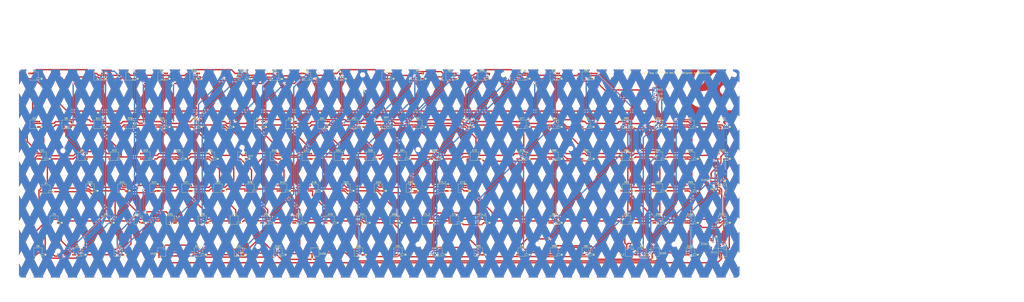
<source format=kicad_pcb>
(kicad_pcb (version 20171130) (host pcbnew "(5.1.5)-3")
  (layers (0 F.Cu signal) (31 B.Cu signal) (34 B.Paste user) (35 F.Paste user) (36 B.SilkS user) (37 F.SilkS user) (38 B.Mask user) (39 F.Mask user) (44 Edge.Cuts user))
  (net 0 "")
  (net 1 GND)
  (net 2 "Net-(D56-Pad2)")
  (net 3 "Net-(D57-Pad2)")
  (net 4 "Net-(D58-Pad2)")
  (net 5 "Net-(D59-Pad2)")
  (net 6 "Net-(D60-Pad2)")
  (net 7 "Net-(D61-Pad2)")
  (net 8 "Net-(D62-Pad2)")
  (net 9 "Net-(D63-Pad2)")
  (net 10 "Net-(D64-Pad2)")
  (net 11 "Net-(D65-Pad2)")
  (net 12 "Net-(D66-Pad2)")
  (net 13 "Net-(D67-Pad2)")
  (net 14 "Net-(D68-Pad2)")
  (net 15 "Net-(D69-Pad2)")
  (net 16 "Net-(D70-Pad2)")
  (net 17 "Net-(D71-Pad2)")
  (net 18 "Net-(D72-Pad2)")
  (net 19 "Net-(D73-Pad2)")
  (net 20 "Net-(D74-Pad2)")
  (net 21 "Net-(D75-Pad2)")
  (net 22 "Net-(D76-Pad2)")
  (net 23 "Net-(D77-Pad2)")
  (net 24 "Net-(D78-Pad2)")
  (net 25 "Net-(D79-Pad2)")
  (net 26 "Net-(D80-Pad2)")
  (net 27 "Net-(D81-Pad2)")
  (net 28 "Net-(D82-Pad2)")
  (net 29 "Net-(D83-Pad2)")
  (net 30 "Net-(D84-Pad2)")
  (net 31 "Net-(D85-Pad2)")
  (net 32 "Net-(D86-Pad2)")
  (net 33 "Net-(D87-Pad2)")
  (net 34 "Net-(D88-Pad2)")
  (net 35 "Net-(D89-Pad2)")
  (net 36 "Net-(D90-Pad2)")
  (net 37 "Net-(D91-Pad2)")
  (net 38 "Net-(D92-Pad2)")
  (net 39 "Net-(D93-Pad2)")
  (net 40 "Net-(D94-Pad2)")
  (net 41 "Net-(D95-Pad2)")
  (net 42 "Net-(D96-Pad2)")
  (net 43 "Net-(D97-Pad2)")
  (net 44 "Net-(D98-Pad2)")
  (net 45 "Net-(D100-Pad2)")
  (net 46 "Net-(D101-Pad2)")
  (net 47 "Net-(D102-Pad2)")
  (net 48 "Net-(D103-Pad2)")
  (net 49 "Net-(D104-Pad2)")
  (net 50 "Net-(D105-Pad2)")
  (net 51 VCC)
  (net 52 /LED)
  (net 53 "Net-(D109-Pad2)")
  (net 54 "Net-(D110-Pad2)")
  (net 55 "Net-(D111-Pad2)")
  (net 56 "Net-(D1-Pad2)")
  (net 57 "Net-(D2-Pad2)")
  (net 58 "Net-(D3-Pad2)")
  (net 59 "Net-(D4-Pad2)")
  (net 60 "Net-(D5-Pad2)")
  (net 61 "Net-(D6-Pad2)")
  (net 62 "Net-(D7-Pad2)")
  (net 63 "Net-(D8-Pad2)")
  (net 64 "Net-(D10-Pad4)")
  (net 65 "Net-(D10-Pad2)")
  (net 66 "Net-(D11-Pad2)")
  (net 67 "Net-(D12-Pad2)")
  (net 68 "Net-(D13-Pad2)")
  (net 69 "Net-(D14-Pad2)")
  (net 70 "Net-(D15-Pad2)")
  (net 71 "Net-(D16-Pad2)")
  (net 72 "Net-(D17-Pad2)")
  (net 73 "Net-(D18-Pad2)")
  (net 74 "Net-(D19-Pad2)")
  (net 75 "Net-(D20-Pad2)")
  (net 76 "Net-(D21-Pad2)")
  (net 77 "Net-(D22-Pad2)")
  (net 78 "Net-(D23-Pad2)")
  (net 79 "Net-(D24-Pad2)")
  (net 80 "Net-(D25-Pad2)")
  (net 81 "Net-(D26-Pad2)")
  (net 82 "Net-(D27-Pad2)")
  (net 83 "Net-(D28-Pad2)")
  (net 84 "Net-(D29-Pad2)")
  (net 85 "Net-(D30-Pad2)")
  (net 86 "Net-(D31-Pad2)")
  (net 87 "Net-(D32-Pad2)")
  (net 88 "Net-(D33-Pad2)")
  (net 89 "Net-(D34-Pad2)")
  (net 90 "Net-(D35-Pad2)")
  (net 91 "Net-(D36-Pad2)")
  (net 92 "Net-(D37-Pad2)")
  (net 93 "Net-(D38-Pad2)")
  (net 94 "Net-(D39-Pad2)")
  (net 95 "Net-(D40-Pad2)")
  (net 96 "Net-(D41-Pad2)")
  (net 97 "Net-(D42-Pad2)")
  (net 98 "Net-(D43-Pad2)")
  (net 99 "Net-(D44-Pad2)")
  (net 100 "Net-(D45-Pad2)")
  (net 101 "Net-(D46-Pad2)")
  (net 102 "Net-(D47-Pad2)")
  (net 103 "Net-(D48-Pad2)")
  (net 104 "Net-(D49-Pad2)")
  (net 105 "Net-(D50-Pad2)")
  (net 106 "Net-(D51-Pad2)")
  (net 107 "Net-(D52-Pad2)")
  (net 108 "Net-(D53-Pad2)")
  (net 109 "Net-(D54-Pad2)")
  (net 110 "Net-(D55-Pad2)")
  (net 111 "Net-(D100-Pad4)")
  (net 112 "Net-(D106-Pad2)")
  (net 113 "Net-(D107-Pad2)")
  (net 114 "Net-(D108-Pad2)")
  (net 115 "Net-(D73_2-Pad2)")
  (net 116 "Net-(D74_2-Pad2)")
  (net 117 "Net-(D74_3-Pad2)")
  (module TestKey:MountingHole_2.2mm_M2 (layer F.Cu) (at 416.814 -5.969)
    (fp_text reference H12)
    (fp_text value MountingHole)
    (pad 1 np_thru_hole circle (at 0 0) (size 2.2 2.2) (drill 2.2) (layers *.Cu *.Mask))
  )
  (module TestKey:MountingHole_2.2mm_M2 (layer F.Cu) (at 14.224 99.2505)
    (fp_text reference H8)
    (fp_text value MountingHole)
    (pad 1 np_thru_hole circle (at 0 0) (size 2.2 2.2) (drill 2.2) (layers *.Cu *.Mask))
  )
  (module TestKey:MountingHole_2.2mm_M2 (layer F.Cu) (at 17.145 39.37)
    (fp_text reference H4)
    (fp_text value MountingHole)
    (pad 1 np_thru_hole circle (at 0 0) (size 2.2 2.2) (drill 2.2) (layers *.Cu *.Mask))
  )
  (module TestKey:MountingHole_2.2mm_M2 (layer F.Cu) (at 381 95.25)
    (fp_text reference H11)
    (fp_text value MountingHole)
    (pad 1 np_thru_hole circle (at 0 0) (size 2.2 2.2) (drill 2.2) (layers *.Cu *.Mask))
  )
  (module TestKey:MountingHole_2.2mm_M2 (layer F.Cu) (at 133.35 96.52)
    (fp_text reference H9)
    (fp_text value MountingHole)
    (pad 1 np_thru_hole circle (at 0 0) (size 2.2 2.2) (drill 2.2) (layers *.Cu *.Mask))
  )
  (module TestKey:MountingHole_2.2mm_M2 (layer F.Cu) (at 228.6 95.25)
    (fp_text reference H10)
    (fp_text value MountingHole)
    (pad 1 np_thru_hole circle (at 0 0) (size 2.2 2.2) (drill 2.2) (layers *.Cu *.Mask))
  )
  (module TestKey:MountingHole_2.2mm_M2 (layer F.Cu) (at 228.6 38.735)
    (fp_text reference H6)
    (fp_text value MountingHole)
    (pad 1 np_thru_hole circle (at 0 0) (size 2.2 2.2) (drill 2.2) (layers *.Cu *.Mask))
  )
  (module TestKey:MountingHole_2.2mm_M2 (layer F.Cu) (at 123.825 37.465)
    (fp_text reference H5)
    (fp_text value MountingHole)
    (pad 1 np_thru_hole circle (at 0 0) (size 2.2 2.2) (drill 2.2) (layers *.Cu *.Mask))
  )
  (module TestKey:MountingHole_2.2mm_M2 (layer F.Cu) (at 17.145 -5.9055)
    (fp_text reference H1)
    (fp_text value MountingHole)
    (pad 1 np_thru_hole circle (at 0 0) (size 2.2 2.2) (drill 2.2) (layers *.Cu *.Mask))
  )
  (module TestKey:MountingHole_2.2mm_M2 (layer F.Cu) (at 279.4 -5.9055)
    (fp_text reference H2)
    (fp_text value MountingHole)
    (pad 1 np_thru_hole circle (at 0 0) (size 2.2 2.2) (drill 2.2) (layers *.Cu *.Mask))
  )
  (module TestKey:MountingHole_2.2mm_M2 (layer F.Cu) (at 319.405 38.1)
    (fp_text reference H7)
    (fp_text value MountingHole)
    (pad 1 np_thru_hole circle (at 0 0) (size 2.2 2.2) (drill 2.2) (layers *.Cu *.Mask))
  )
  (module TestKey:MountingHole_2.2mm_M2 (layer F.Cu) (at 343.535 -5.9055)
    (fp_text reference H3)
    (fp_text value MountingHole)
    (pad 1 np_thru_hole circle (at 0 0) (size 2.2 2.2) (drill 2.2) (layers *.Cu *.Mask))
  )
  (module TestKey:MountingHole_2.2mm_M2 (layer F.Cu) (at 343.535 12.7)
    (fp_text reference H13)
    (fp_text value MountingHole)
    (pad 1 np_thru_hole circle (at 0 0) (size 2.2 2.2) (drill 2.2) (layers *.Cu *.Mask))
  )
  (module TestKey:MountingHole_2.2mm_M2 (layer F.Cu) (at 195.58 -5.9055)
    (fp_text reference H16)
    (fp_text value MountingHole)
    (pad 1 np_thru_hole circle (at 0 0) (size 2.2 2.2) (drill 2.2) (layers *.Cu *.Mask))
  )
  (module TestKey:MountingHole_2.2mm_M2 (layer F.Cu) (at 109.474 -5.9055)
    (fp_text reference H14)
    (fp_text value MountingHole)
    (pad 1 np_thru_hole circle (at 0 0) (size 2.2 2.2) (drill 2.2) (layers *.Cu *.Mask))
  )
  (module TestKey:MountingHole_2.2mm_M2 (layer F.Cu) (at 299.974 94.996)
    (fp_text reference H15)
    (fp_text value MountingHole)
    (pad 1 np_thru_hole circle (at 0 0) (size 2.2 2.2) (drill 2.2) (layers *.Cu *.Mask))
  )
  (module TestKey:WS2812B (layer F.Cu) (at 266.7 80.772)
    (fp_text reference D74_3 (at 0 -3.5) (layer F.SilkS))
    (fp_text value WS2812B hide)
    (fp_text user ● (at 4.5 1.5) (layer F.SilkS))
    (pad 4 smd rect (at 2.6 -1.6) (size 1.8 1) (layers F.Cu F.Paste F.Mask) (net 19 "Net-(D73-Pad2)"))
    (pad 3 smd rect (at 2.6 1.6) (size 1.8 1) (layers F.Cu F.Paste F.Mask) (net 1 GND))
    (pad 2 smd rect (at -2.6 1.6) (size 1.8 1) (layers F.Cu F.Paste F.Mask) (net 117 "Net-(D74_3-Pad2)"))
    (pad 1 smd rect (at -2.6 -1.6) (size 1.8 1) (layers F.Cu F.Paste F.Mask) (net 51 VCC))
  )
  (module TestKey:WS2812B (layer F.Cu) (at 233.362 80.772)
    (fp_text reference D74_2 (at 0 -3.5) (layer F.SilkS))
    (fp_text value WS2812B hide)
    (fp_text user ● (at 4.5 1.5) (layer F.SilkS))
    (pad 4 smd rect (at 2.6 -1.6) (size 1.8 1) (layers F.Cu F.Paste F.Mask) (net 19 "Net-(D73-Pad2)"))
    (pad 3 smd rect (at 2.6 1.6) (size 1.8 1) (layers F.Cu F.Paste F.Mask) (net 1 GND))
    (pad 2 smd rect (at -2.6 1.6) (size 1.8 1) (layers F.Cu F.Paste F.Mask) (net 116 "Net-(D74_2-Pad2)"))
    (pad 1 smd rect (at -2.6 -1.6) (size 1.8 1) (layers F.Cu F.Paste F.Mask) (net 51 VCC))
  )
  (module TestKey:WS2812B (layer F.Cu) (at 242.888 61.722)
    (fp_text reference D73_2 (at 0 -3.5) (layer F.SilkS))
    (fp_text value WS2812B hide)
    (fp_text user ● (at 4.5 1.5) (layer F.SilkS))
    (pad 4 smd rect (at 2.6 -1.6) (size 1.8 1) (layers F.Cu F.Paste F.Mask) (net 18 "Net-(D72-Pad2)"))
    (pad 3 smd rect (at 2.6 1.6) (size 1.8 1) (layers F.Cu F.Paste F.Mask) (net 1 GND))
    (pad 2 smd rect (at -2.6 1.6) (size 1.8 1) (layers F.Cu F.Paste F.Mask) (net 115 "Net-(D73_2-Pad2)"))
    (pad 1 smd rect (at -2.6 -1.6) (size 1.8 1) (layers F.Cu F.Paste F.Mask) (net 51 VCC))
  )
  (module TestKey:WS2812B (layer F.Cu) (at 0 -5.08)
    (fp_text reference D1 (at 0 -3.5) (layer F.SilkS))
    (fp_text value WS2812B hide)
    (fp_text user ● (at 4.5 1.5) (layer F.SilkS))
    (pad 4 smd rect (at 2.6 -1.6) (size 1.8 1) (layers F.Cu F.Paste F.Mask) (net 52 /LED))
    (pad 3 smd rect (at 2.6 1.6) (size 1.8 1) (layers F.Cu F.Paste F.Mask) (net 1 GND))
    (pad 2 smd rect (at -2.6 1.6) (size 1.8 1) (layers F.Cu F.Paste F.Mask) (net 56 "Net-(D1-Pad2)"))
    (pad 1 smd rect (at -2.6 -1.6) (size 1.8 1) (layers F.Cu F.Paste F.Mask) (net 51 VCC))
  )
  (module TestKey:WS2812B (layer F.Cu) (at 309.626 42.672)
    (fp_text reference D86 (at 0 -3.5) (layer F.SilkS))
    (fp_text value WS2812B hide)
    (fp_text user ● (at 4.5 1.5) (layer F.SilkS))
    (pad 4 smd rect (at 2.6 -1.6) (size 1.8 1) (layers F.Cu F.Paste F.Mask) (net 31 "Net-(D85-Pad2)"))
    (pad 3 smd rect (at 2.6 1.6) (size 1.8 1) (layers F.Cu F.Paste F.Mask) (net 1 GND))
    (pad 2 smd rect (at -2.6 1.6) (size 1.8 1) (layers F.Cu F.Paste F.Mask) (net 32 "Net-(D86-Pad2)"))
    (pad 1 smd rect (at -2.6 -1.6) (size 1.8 1) (layers F.Cu F.Paste F.Mask) (net 51 VCC))
  )
  (module TestKey:WS2812B (layer F.Cu) (at 247.65 -5.08)
    (fp_text reference D62 (at 0 -3.5) (layer F.SilkS))
    (fp_text value WS2812B hide)
    (fp_text user ● (at 4.5 1.5) (layer F.SilkS))
    (pad 4 smd rect (at 2.6 -1.6) (size 1.8 1) (layers F.Cu F.Paste F.Mask) (net 7 "Net-(D61-Pad2)"))
    (pad 3 smd rect (at 2.6 1.6) (size 1.8 1) (layers F.Cu F.Paste F.Mask) (net 1 GND))
    (pad 2 smd rect (at -2.6 1.6) (size 1.8 1) (layers F.Cu F.Paste F.Mask) (net 8 "Net-(D62-Pad2)"))
    (pad 1 smd rect (at -2.6 -1.6) (size 1.8 1) (layers F.Cu F.Paste F.Mask) (net 51 VCC))
  )
  (module TestKey:WS2812B (layer F.Cu) (at 50.038 99.822)
    (fp_text reference D18 (at 0 -3.5) (layer F.SilkS))
    (fp_text value WS2812B hide)
    (fp_text user ● (at 4.5 1.5) (layer F.SilkS))
    (pad 4 smd rect (at 2.6 -1.6) (size 1.8 1) (layers F.Cu F.Paste F.Mask) (net 72 "Net-(D17-Pad2)"))
    (pad 3 smd rect (at 2.6 1.6) (size 1.8 1) (layers F.Cu F.Paste F.Mask) (net 1 GND))
    (pad 2 smd rect (at -2.6 1.6) (size 1.8 1) (layers F.Cu F.Paste F.Mask) (net 73 "Net-(D18-Pad2)"))
    (pad 1 smd rect (at -2.6 -1.6) (size 1.8 1) (layers F.Cu F.Paste F.Mask) (net 51 VCC))
  )
  (module TestKey:WS2812B (layer F.Cu) (at 38.1 -5.08)
    (fp_text reference D7 (at 0 -3.5) (layer F.SilkS))
    (fp_text value WS2812B hide)
    (fp_text user ● (at 4.5 1.5) (layer F.SilkS))
    (pad 4 smd rect (at 2.6 -1.6) (size 1.8 1) (layers F.Cu F.Paste F.Mask) (net 61 "Net-(D6-Pad2)"))
    (pad 3 smd rect (at 2.6 1.6) (size 1.8 1) (layers F.Cu F.Paste F.Mask) (net 1 GND))
    (pad 2 smd rect (at -2.6 1.6) (size 1.8 1) (layers F.Cu F.Paste F.Mask) (net 62 "Net-(D7-Pad2)"))
    (pad 1 smd rect (at -2.6 -1.6) (size 1.8 1) (layers F.Cu F.Paste F.Mask) (net 51 VCC))
  )
  (module TestKey:WS2812B (layer F.Cu) (at 409.702 80.772)
    (fp_text reference D104 (at 0 -3.556) (layer F.SilkS))
    (fp_text value WS2812B hide)
    (fp_text user ● (at 4.5 1.5) (layer F.SilkS))
    (pad 4 smd rect (at 2.6 -1.6) (size 1.8 1) (layers F.Cu F.Paste F.Mask) (net 48 "Net-(D103-Pad2)"))
    (pad 3 smd rect (at 2.6 1.6) (size 1.8 1) (layers F.Cu F.Paste F.Mask) (net 1 GND))
    (pad 2 smd rect (at -2.6 1.6) (size 1.8 1) (layers F.Cu F.Paste F.Mask) (net 49 "Net-(D104-Pad2)"))
    (pad 1 smd rect (at -2.6 -1.6) (size 1.8 1) (layers F.Cu F.Paste F.Mask) (net 51 VCC))
  )
  (module TestKey:WS2812B (layer F.Cu) (at 409.702 42.672)
    (fp_text reference D103 (at 0 -3.556) (layer F.SilkS))
    (fp_text value WS2812B hide)
    (fp_text user ● (at 4.5 1.5) (layer F.SilkS))
    (pad 4 smd rect (at 2.6 -1.6) (size 1.8 1) (layers F.Cu F.Paste F.Mask) (net 47 "Net-(D102-Pad2)"))
    (pad 3 smd rect (at 2.6 1.6) (size 1.8 1) (layers F.Cu F.Paste F.Mask) (net 1 GND))
    (pad 2 smd rect (at -2.6 1.6) (size 1.8 1) (layers F.Cu F.Paste F.Mask) (net 48 "Net-(D103-Pad2)"))
    (pad 1 smd rect (at -2.6 -1.6) (size 1.8 1) (layers F.Cu F.Paste F.Mask) (net 51 VCC))
  )
  (module TestKey:WS2812B (layer F.Cu) (at 354.33 99.822 90)
    (fp_text reference D92_2 (at -1.524 -5.334 180) (layer F.SilkS))
    (fp_text value WS2812B hide)
    (fp_text user ● (at 4.5 1.5 90) (layer F.SilkS))
    (pad 4 smd rect (at 2.6 -1.6 90) (size 1.8 1) (layers F.Cu F.Paste F.Mask) (net 37 "Net-(D91-Pad2)"))
    (pad 3 smd rect (at 2.6 1.6 90) (size 1.8 1) (layers F.Cu F.Paste F.Mask) (net 1 GND))
    (pad 2 smd rect (at -2.6 1.6 90) (size 1.8 1) (layers F.Cu F.Paste F.Mask) (net 38 "Net-(D92-Pad2)"))
    (pad 1 smd rect (at -2.6 -1.6 90) (size 1.8 1) (layers F.Cu F.Paste F.Mask) (net 51 VCC))
  )
  (module TestKey:WS2812B (layer F.Cu) (at 0 23.622)
    (fp_text reference D2 (at 0 -3.5) (layer F.SilkS))
    (fp_text value WS2812B hide)
    (fp_text user ● (at 4.5 1.5) (layer F.SilkS))
    (pad 4 smd rect (at 2.6 -1.6) (size 1.8 1) (layers F.Cu F.Paste F.Mask) (net 56 "Net-(D1-Pad2)"))
    (pad 3 smd rect (at 2.6 1.6) (size 1.8 1) (layers F.Cu F.Paste F.Mask) (net 1 GND))
    (pad 2 smd rect (at -2.6 1.6) (size 1.8 1) (layers F.Cu F.Paste F.Mask) (net 57 "Net-(D2-Pad2)"))
    (pad 1 smd rect (at -2.6 -1.6) (size 1.8 1) (layers F.Cu F.Paste F.Mask) (net 51 VCC))
  )
  (module TestKey:WS2812B (layer F.Cu) (at 4.826 42.672)
    (fp_text reference D3 (at 0 -3.5) (layer F.SilkS))
    (fp_text value WS2812B hide)
    (fp_text user ● (at 4.5 1.5) (layer F.SilkS))
    (pad 4 smd rect (at 2.6 -1.6) (size 1.8 1) (layers F.Cu F.Paste F.Mask) (net 57 "Net-(D2-Pad2)"))
    (pad 3 smd rect (at 2.6 1.6) (size 1.8 1) (layers F.Cu F.Paste F.Mask) (net 1 GND))
    (pad 2 smd rect (at -2.6 1.6) (size 1.8 1) (layers F.Cu F.Paste F.Mask) (net 58 "Net-(D3-Pad2)"))
    (pad 1 smd rect (at -2.6 -1.6) (size 1.8 1) (layers F.Cu F.Paste F.Mask) (net 51 VCC))
  )
  (module TestKey:WS2812B (layer F.Cu) (at 6.985 62.23)
    (fp_text reference D4 (at 0 -3.5) (layer F.SilkS))
    (fp_text value WS2812B hide)
    (fp_text user ● (at 4.5 1.5) (layer F.SilkS))
    (pad 4 smd rect (at 2.6 -1.6) (size 1.8 1) (layers F.Cu F.Paste F.Mask) (net 58 "Net-(D3-Pad2)"))
    (pad 3 smd rect (at 2.6 1.6) (size 1.8 1) (layers F.Cu F.Paste F.Mask) (net 1 GND))
    (pad 2 smd rect (at -2.6 1.6) (size 1.8 1) (layers F.Cu F.Paste F.Mask) (net 59 "Net-(D4-Pad2)"))
    (pad 1 smd rect (at -2.6 -1.6) (size 1.8 1) (layers F.Cu F.Paste F.Mask) (net 51 VCC))
  )
  (module TestKey:WS2812B (layer F.Cu) (at 11.938 80.772)
    (fp_text reference D5 (at 0 -3.5) (layer F.SilkS))
    (fp_text value WS2812B hide)
    (fp_text user ● (at 4.5 1.5) (layer F.SilkS))
    (pad 4 smd rect (at 2.6 -1.6) (size 1.8 1) (layers F.Cu F.Paste F.Mask) (net 59 "Net-(D4-Pad2)"))
    (pad 3 smd rect (at 2.6 1.6) (size 1.8 1) (layers F.Cu F.Paste F.Mask) (net 1 GND))
    (pad 2 smd rect (at -2.6 1.6) (size 1.8 1) (layers F.Cu F.Paste F.Mask) (net 60 "Net-(D5-Pad2)"))
    (pad 1 smd rect (at -2.6 -1.6) (size 1.8 1) (layers F.Cu F.Paste F.Mask) (net 51 VCC))
  )
  (module TestKey:WS2812B (layer F.Cu) (at 2.286 99.822)
    (fp_text reference D6 (at 0 -3.5) (layer F.SilkS))
    (fp_text value WS2812B hide)
    (fp_text user ● (at 4.5 1.5) (layer F.SilkS))
    (pad 4 smd rect (at 2.6 -1.6) (size 1.8 1) (layers F.Cu F.Paste F.Mask) (net 60 "Net-(D5-Pad2)"))
    (pad 3 smd rect (at 2.6 1.6) (size 1.8 1) (layers F.Cu F.Paste F.Mask) (net 1 GND))
    (pad 2 smd rect (at -2.6 1.6) (size 1.8 1) (layers F.Cu F.Paste F.Mask) (net 61 "Net-(D6-Pad2)"))
    (pad 1 smd rect (at -2.6 -1.6) (size 1.8 1) (layers F.Cu F.Paste F.Mask) (net 51 VCC))
  )
  (module TestKey:WS2812B (layer F.Cu) (at 19.05 23.622)
    (fp_text reference D8 (at 0 -3.5) (layer F.SilkS))
    (fp_text value WS2812B hide)
    (fp_text user ● (at 4.5 1.5) (layer F.SilkS))
    (pad 4 smd rect (at 2.6 -1.6) (size 1.8 1) (layers F.Cu F.Paste F.Mask) (net 62 "Net-(D7-Pad2)"))
    (pad 3 smd rect (at 2.6 1.6) (size 1.8 1) (layers F.Cu F.Paste F.Mask) (net 1 GND))
    (pad 2 smd rect (at -2.6 1.6) (size 1.8 1) (layers F.Cu F.Paste F.Mask) (net 63 "Net-(D8-Pad2)"))
    (pad 1 smd rect (at -2.6 -1.6) (size 1.8 1) (layers F.Cu F.Paste F.Mask) (net 51 VCC))
  )
  (module TestKey:WS2812B (layer F.Cu) (at 28.448 42.672)
    (fp_text reference D9 (at 0 -3.5) (layer F.SilkS))
    (fp_text value WS2812B hide)
    (fp_text user ● (at 4.5 1.5) (layer F.SilkS))
    (pad 4 smd rect (at 2.6 -1.6) (size 1.8 1) (layers F.Cu F.Paste F.Mask) (net 63 "Net-(D8-Pad2)"))
    (pad 3 smd rect (at 2.6 1.6) (size 1.8 1) (layers F.Cu F.Paste F.Mask) (net 1 GND))
    (pad 2 smd rect (at -2.6 1.6) (size 1.8 1) (layers F.Cu F.Paste F.Mask) (net 64 "Net-(D10-Pad4)"))
    (pad 1 smd rect (at -2.6 -1.6) (size 1.8 1) (layers F.Cu F.Paste F.Mask) (net 51 VCC))
  )
  (module TestKey:WS2812B (layer F.Cu) (at 33.274 61.722)
    (fp_text reference D10 (at 0 -3.5) (layer F.SilkS))
    (fp_text value WS2812B hide)
    (fp_text user ● (at 4.5 1.5) (layer F.SilkS))
    (pad 4 smd rect (at 2.6 -1.6) (size 1.8 1) (layers F.Cu F.Paste F.Mask) (net 64 "Net-(D10-Pad4)"))
    (pad 3 smd rect (at 2.6 1.6) (size 1.8 1) (layers F.Cu F.Paste F.Mask) (net 1 GND))
    (pad 2 smd rect (at -2.6 1.6) (size 1.8 1) (layers F.Cu F.Paste F.Mask) (net 65 "Net-(D10-Pad2)"))
    (pad 1 smd rect (at -2.6 -1.6) (size 1.8 1) (layers F.Cu F.Paste F.Mask) (net 51 VCC))
  )
  (module TestKey:WS2812B (layer F.Cu) (at 42.926 80.772)
    (fp_text reference D11 (at 0 -3.5) (layer F.SilkS))
    (fp_text value WS2812B hide)
    (fp_text user ● (at 4.5 1.5) (layer F.SilkS))
    (pad 4 smd rect (at 2.6 -1.6) (size 1.8 1) (layers F.Cu F.Paste F.Mask) (net 65 "Net-(D10-Pad2)"))
    (pad 3 smd rect (at 2.6 1.6) (size 1.8 1) (layers F.Cu F.Paste F.Mask) (net 1 GND))
    (pad 2 smd rect (at -2.6 1.6) (size 1.8 1) (layers F.Cu F.Paste F.Mask) (net 66 "Net-(D11-Pad2)"))
    (pad 1 smd rect (at -2.6 -1.6) (size 1.8 1) (layers F.Cu F.Paste F.Mask) (net 51 VCC))
  )
  (module TestKey:WS2812B (layer F.Cu) (at 26.162 99.822)
    (fp_text reference D12 (at 0 -3.5) (layer F.SilkS))
    (fp_text value WS2812B hide)
    (fp_text user ● (at 4.5 1.5) (layer F.SilkS))
    (pad 4 smd rect (at 2.6 -1.6) (size 1.8 1) (layers F.Cu F.Paste F.Mask) (net 66 "Net-(D11-Pad2)"))
    (pad 3 smd rect (at 2.6 1.6) (size 1.8 1) (layers F.Cu F.Paste F.Mask) (net 1 GND))
    (pad 2 smd rect (at -2.6 1.6) (size 1.8 1) (layers F.Cu F.Paste F.Mask) (net 67 "Net-(D12-Pad2)"))
    (pad 1 smd rect (at -2.6 -1.6) (size 1.8 1) (layers F.Cu F.Paste F.Mask) (net 51 VCC))
  )
  (module TestKey:WS2812B (layer F.Cu) (at 57.15 -5.08)
    (fp_text reference D13 (at 0 -3.5) (layer F.SilkS))
    (fp_text value WS2812B hide)
    (fp_text user ● (at 4.5 1.5) (layer F.SilkS))
    (pad 4 smd rect (at 2.6 -1.6) (size 1.8 1) (layers F.Cu F.Paste F.Mask) (net 67 "Net-(D12-Pad2)"))
    (pad 3 smd rect (at 2.6 1.6) (size 1.8 1) (layers F.Cu F.Paste F.Mask) (net 1 GND))
    (pad 2 smd rect (at -2.6 1.6) (size 1.8 1) (layers F.Cu F.Paste F.Mask) (net 68 "Net-(D13-Pad2)"))
    (pad 1 smd rect (at -2.6 -1.6) (size 1.8 1) (layers F.Cu F.Paste F.Mask) (net 51 VCC))
  )
  (module TestKey:WS2812B (layer F.Cu) (at 38.1 23.622)
    (fp_text reference D14 (at 0 -3.5) (layer F.SilkS))
    (fp_text value WS2812B hide)
    (fp_text user ● (at 4.5 1.5) (layer F.SilkS))
    (pad 4 smd rect (at 2.6 -1.6) (size 1.8 1) (layers F.Cu F.Paste F.Mask) (net 68 "Net-(D13-Pad2)"))
    (pad 3 smd rect (at 2.6 1.6) (size 1.8 1) (layers F.Cu F.Paste F.Mask) (net 1 GND))
    (pad 2 smd rect (at -2.6 1.6) (size 1.8 1) (layers F.Cu F.Paste F.Mask) (net 69 "Net-(D14-Pad2)"))
    (pad 1 smd rect (at -2.6 -1.6) (size 1.8 1) (layers F.Cu F.Paste F.Mask) (net 51 VCC))
  )
  (module TestKey:WS2812B (layer F.Cu) (at 47.752 42.672)
    (fp_text reference D15 (at 0 -3.5) (layer F.SilkS))
    (fp_text value WS2812B hide)
    (fp_text user ● (at 4.5 1.5) (layer F.SilkS))
    (pad 4 smd rect (at 2.6 -1.6) (size 1.8 1) (layers F.Cu F.Paste F.Mask) (net 69 "Net-(D14-Pad2)"))
    (pad 3 smd rect (at 2.6 1.6) (size 1.8 1) (layers F.Cu F.Paste F.Mask) (net 1 GND))
    (pad 2 smd rect (at -2.6 1.6) (size 1.8 1) (layers F.Cu F.Paste F.Mask) (net 70 "Net-(D15-Pad2)"))
    (pad 1 smd rect (at -2.6 -1.6) (size 1.8 1) (layers F.Cu F.Paste F.Mask) (net 51 VCC))
  )
  (module TestKey:WS2812B (layer F.Cu) (at 52.324 61.722)
    (fp_text reference D16 (at 0 -3.5) (layer F.SilkS))
    (fp_text value WS2812B hide)
    (fp_text user ● (at 4.5 1.5) (layer F.SilkS))
    (pad 4 smd rect (at 2.6 -1.6) (size 1.8 1) (layers F.Cu F.Paste F.Mask) (net 70 "Net-(D15-Pad2)"))
    (pad 3 smd rect (at 2.6 1.6) (size 1.8 1) (layers F.Cu F.Paste F.Mask) (net 1 GND))
    (pad 2 smd rect (at -2.6 1.6) (size 1.8 1) (layers F.Cu F.Paste F.Mask) (net 71 "Net-(D16-Pad2)"))
    (pad 1 smd rect (at -2.6 -1.6) (size 1.8 1) (layers F.Cu F.Paste F.Mask) (net 51 VCC))
  )
  (module TestKey:WS2812B (layer F.Cu) (at 61.976 80.772)
    (fp_text reference D17 (at 0 -3.5) (layer F.SilkS))
    (fp_text value WS2812B hide)
    (fp_text user ● (at 4.5 1.5) (layer F.SilkS))
    (pad 4 smd rect (at 2.6 -1.6) (size 1.8 1) (layers F.Cu F.Paste F.Mask) (net 71 "Net-(D16-Pad2)"))
    (pad 3 smd rect (at 2.6 1.6) (size 1.8 1) (layers F.Cu F.Paste F.Mask) (net 1 GND))
    (pad 2 smd rect (at -2.6 1.6) (size 1.8 1) (layers F.Cu F.Paste F.Mask) (net 72 "Net-(D17-Pad2)"))
    (pad 1 smd rect (at -2.6 -1.6) (size 1.8 1) (layers F.Cu F.Paste F.Mask) (net 51 VCC))
  )
  (module TestKey:WS2812B (layer F.Cu) (at 76.2 -5.08)
    (fp_text reference D19 (at 0 -3.5) (layer F.SilkS))
    (fp_text value WS2812B hide)
    (fp_text user ● (at 4.5 1.5) (layer F.SilkS))
    (pad 4 smd rect (at 2.6 -1.6) (size 1.8 1) (layers F.Cu F.Paste F.Mask) (net 73 "Net-(D18-Pad2)"))
    (pad 3 smd rect (at 2.6 1.6) (size 1.8 1) (layers F.Cu F.Paste F.Mask) (net 1 GND))
    (pad 2 smd rect (at -2.6 1.6) (size 1.8 1) (layers F.Cu F.Paste F.Mask) (net 74 "Net-(D19-Pad2)"))
    (pad 1 smd rect (at -2.6 -1.6) (size 1.8 1) (layers F.Cu F.Paste F.Mask) (net 51 VCC))
  )
  (module TestKey:WS2812B (layer F.Cu) (at 57.15 23.622)
    (fp_text reference D20 (at 0 -3.5) (layer F.SilkS))
    (fp_text value WS2812B hide)
    (fp_text user ● (at 4.5 1.5) (layer F.SilkS))
    (pad 4 smd rect (at 2.6 -1.6) (size 1.8 1) (layers F.Cu F.Paste F.Mask) (net 74 "Net-(D19-Pad2)"))
    (pad 3 smd rect (at 2.6 1.6) (size 1.8 1) (layers F.Cu F.Paste F.Mask) (net 1 GND))
    (pad 2 smd rect (at -2.6 1.6) (size 1.8 1) (layers F.Cu F.Paste F.Mask) (net 75 "Net-(D20-Pad2)"))
    (pad 1 smd rect (at -2.6 -1.6) (size 1.8 1) (layers F.Cu F.Paste F.Mask) (net 51 VCC))
  )
  (module TestKey:WS2812B (layer F.Cu) (at 66.548 42.672)
    (fp_text reference D21 (at 0 -3.5) (layer F.SilkS))
    (fp_text value WS2812B hide)
    (fp_text user ● (at 4.5 1.5) (layer F.SilkS))
    (pad 4 smd rect (at 2.6 -1.6) (size 1.8 1) (layers F.Cu F.Paste F.Mask) (net 75 "Net-(D20-Pad2)"))
    (pad 3 smd rect (at 2.6 1.6) (size 1.8 1) (layers F.Cu F.Paste F.Mask) (net 1 GND))
    (pad 2 smd rect (at -2.6 1.6) (size 1.8 1) (layers F.Cu F.Paste F.Mask) (net 76 "Net-(D21-Pad2)"))
    (pad 1 smd rect (at -2.6 -1.6) (size 1.8 1) (layers F.Cu F.Paste F.Mask) (net 51 VCC))
  )
  (module TestKey:WS2812B (layer F.Cu) (at 71.374 61.722)
    (fp_text reference D22 (at 0 -3.5) (layer F.SilkS))
    (fp_text value WS2812B hide)
    (fp_text user ● (at 4.5 1.5) (layer F.SilkS))
    (pad 4 smd rect (at 2.6 -1.6) (size 1.8 1) (layers F.Cu F.Paste F.Mask) (net 76 "Net-(D21-Pad2)"))
    (pad 3 smd rect (at 2.6 1.6) (size 1.8 1) (layers F.Cu F.Paste F.Mask) (net 1 GND))
    (pad 2 smd rect (at -2.6 1.6) (size 1.8 1) (layers F.Cu F.Paste F.Mask) (net 77 "Net-(D22-Pad2)"))
    (pad 1 smd rect (at -2.6 -1.6) (size 1.8 1) (layers F.Cu F.Paste F.Mask) (net 51 VCC))
  )
  (module TestKey:WS2812B (layer F.Cu) (at 81.026 80.772)
    (fp_text reference D23 (at 0 -3.5) (layer F.SilkS))
    (fp_text value WS2812B hide)
    (fp_text user ● (at 4.5 1.5) (layer F.SilkS))
    (pad 4 smd rect (at 2.6 -1.6) (size 1.8 1) (layers F.Cu F.Paste F.Mask) (net 77 "Net-(D22-Pad2)"))
    (pad 3 smd rect (at 2.6 1.6) (size 1.8 1) (layers F.Cu F.Paste F.Mask) (net 1 GND))
    (pad 2 smd rect (at -2.6 1.6) (size 1.8 1) (layers F.Cu F.Paste F.Mask) (net 78 "Net-(D23-Pad2)"))
    (pad 1 smd rect (at -2.6 -1.6) (size 1.8 1) (layers F.Cu F.Paste F.Mask) (net 51 VCC))
  )
  (module TestKey:WS2812B (layer F.Cu) (at 95.25 -5.08)
    (fp_text reference D24 (at 0 -3.5) (layer F.SilkS))
    (fp_text value WS2812B hide)
    (fp_text user ● (at 4.5 1.5) (layer F.SilkS))
    (pad 4 smd rect (at 2.6 -1.6) (size 1.8 1) (layers F.Cu F.Paste F.Mask) (net 78 "Net-(D23-Pad2)"))
    (pad 3 smd rect (at 2.6 1.6) (size 1.8 1) (layers F.Cu F.Paste F.Mask) (net 1 GND))
    (pad 2 smd rect (at -2.6 1.6) (size 1.8 1) (layers F.Cu F.Paste F.Mask) (net 79 "Net-(D24-Pad2)"))
    (pad 1 smd rect (at -2.6 -1.6) (size 1.8 1) (layers F.Cu F.Paste F.Mask) (net 51 VCC))
  )
  (module TestKey:WS2812B (layer F.Cu) (at 76.2 23.622)
    (fp_text reference D25 (at 0 -3.5) (layer F.SilkS))
    (fp_text value WS2812B hide)
    (fp_text user ● (at 4.5 1.5) (layer F.SilkS))
    (pad 4 smd rect (at 2.6 -1.6) (size 1.8 1) (layers F.Cu F.Paste F.Mask) (net 79 "Net-(D24-Pad2)"))
    (pad 3 smd rect (at 2.6 1.6) (size 1.8 1) (layers F.Cu F.Paste F.Mask) (net 1 GND))
    (pad 2 smd rect (at -2.6 1.6) (size 1.8 1) (layers F.Cu F.Paste F.Mask) (net 80 "Net-(D25-Pad2)"))
    (pad 1 smd rect (at -2.6 -1.6) (size 1.8 1) (layers F.Cu F.Paste F.Mask) (net 51 VCC))
  )
  (module TestKey:WS2812B (layer F.Cu) (at 85.852 42.672)
    (fp_text reference D26 (at 0 -3.5) (layer F.SilkS))
    (fp_text value WS2812B hide)
    (fp_text user ● (at 4.5 1.5) (layer F.SilkS))
    (pad 4 smd rect (at 2.6 -1.6) (size 1.8 1) (layers F.Cu F.Paste F.Mask) (net 80 "Net-(D25-Pad2)"))
    (pad 3 smd rect (at 2.6 1.6) (size 1.8 1) (layers F.Cu F.Paste F.Mask) (net 1 GND))
    (pad 2 smd rect (at -2.6 1.6) (size 1.8 1) (layers F.Cu F.Paste F.Mask) (net 81 "Net-(D26-Pad2)"))
    (pad 1 smd rect (at -2.6 -1.6) (size 1.8 1) (layers F.Cu F.Paste F.Mask) (net 51 VCC))
  )
  (module TestKey:WS2812B (layer F.Cu) (at 90.424 61.722)
    (fp_text reference D27 (at 0 -3.5) (layer F.SilkS))
    (fp_text value WS2812B hide)
    (fp_text user ● (at 4.5 1.5) (layer F.SilkS))
    (pad 4 smd rect (at 2.6 -1.6) (size 1.8 1) (layers F.Cu F.Paste F.Mask) (net 81 "Net-(D26-Pad2)"))
    (pad 3 smd rect (at 2.6 1.6) (size 1.8 1) (layers F.Cu F.Paste F.Mask) (net 1 GND))
    (pad 2 smd rect (at -2.6 1.6) (size 1.8 1) (layers F.Cu F.Paste F.Mask) (net 82 "Net-(D27-Pad2)"))
    (pad 1 smd rect (at -2.6 -1.6) (size 1.8 1) (layers F.Cu F.Paste F.Mask) (net 51 VCC))
  )
  (module TestKey:WS2812B (layer F.Cu) (at 100.076 80.772)
    (fp_text reference D28 (at 0 -3.5) (layer F.SilkS))
    (fp_text value WS2812B hide)
    (fp_text user ● (at 4.5 1.5) (layer F.SilkS))
    (pad 4 smd rect (at 2.6 -1.6) (size 1.8 1) (layers F.Cu F.Paste F.Mask) (net 82 "Net-(D27-Pad2)"))
    (pad 3 smd rect (at 2.6 1.6) (size 1.8 1) (layers F.Cu F.Paste F.Mask) (net 1 GND))
    (pad 2 smd rect (at -2.6 1.6) (size 1.8 1) (layers F.Cu F.Paste F.Mask) (net 83 "Net-(D28-Pad2)"))
    (pad 1 smd rect (at -2.6 -1.6) (size 1.8 1) (layers F.Cu F.Paste F.Mask) (net 51 VCC))
  )
  (module TestKey:WS2812B (layer F.Cu) (at 123.952 -5.08)
    (fp_text reference D29 (at 0 -3.5) (layer F.SilkS))
    (fp_text value WS2812B hide)
    (fp_text user ● (at 4.5 1.5) (layer F.SilkS))
    (pad 4 smd rect (at 2.6 -1.6) (size 1.8 1) (layers F.Cu F.Paste F.Mask) (net 83 "Net-(D28-Pad2)"))
    (pad 3 smd rect (at 2.6 1.6) (size 1.8 1) (layers F.Cu F.Paste F.Mask) (net 1 GND))
    (pad 2 smd rect (at -2.6 1.6) (size 1.8 1) (layers F.Cu F.Paste F.Mask) (net 84 "Net-(D29-Pad2)"))
    (pad 1 smd rect (at -2.6 -1.6) (size 1.8 1) (layers F.Cu F.Paste F.Mask) (net 51 VCC))
  )
  (module TestKey:WS2812B (layer F.Cu) (at 95.25 23.622)
    (fp_text reference D30 (at 0 -3.5) (layer F.SilkS))
    (fp_text value WS2812B hide)
    (fp_text user ● (at 4.5 1.5) (layer F.SilkS))
    (pad 4 smd rect (at 2.6 -1.6) (size 1.8 1) (layers F.Cu F.Paste F.Mask) (net 84 "Net-(D29-Pad2)"))
    (pad 3 smd rect (at 2.6 1.6) (size 1.8 1) (layers F.Cu F.Paste F.Mask) (net 1 GND))
    (pad 2 smd rect (at -2.6 1.6) (size 1.8 1) (layers F.Cu F.Paste F.Mask) (net 85 "Net-(D30-Pad2)"))
    (pad 1 smd rect (at -2.6 -1.6) (size 1.8 1) (layers F.Cu F.Paste F.Mask) (net 51 VCC))
  )
  (module TestKey:WS2812B (layer F.Cu) (at 104.902 42.672)
    (fp_text reference D31 (at 0 -3.5) (layer F.SilkS))
    (fp_text value WS2812B hide)
    (fp_text user ● (at 4.5 1.5) (layer F.SilkS))
    (pad 4 smd rect (at 2.6 -1.6) (size 1.8 1) (layers F.Cu F.Paste F.Mask) (net 85 "Net-(D30-Pad2)"))
    (pad 3 smd rect (at 2.6 1.6) (size 1.8 1) (layers F.Cu F.Paste F.Mask) (net 1 GND))
    (pad 2 smd rect (at -2.6 1.6) (size 1.8 1) (layers F.Cu F.Paste F.Mask) (net 86 "Net-(D31-Pad2)"))
    (pad 1 smd rect (at -2.6 -1.6) (size 1.8 1) (layers F.Cu F.Paste F.Mask) (net 51 VCC))
  )
  (module TestKey:WS2812B (layer F.Cu) (at 109.474 61.722)
    (fp_text reference D32 (at 0 -3.5) (layer F.SilkS))
    (fp_text value WS2812B hide)
    (fp_text user ● (at 4.5 1.5) (layer F.SilkS))
    (pad 4 smd rect (at 2.6 -1.6) (size 1.8 1) (layers F.Cu F.Paste F.Mask) (net 86 "Net-(D31-Pad2)"))
    (pad 3 smd rect (at 2.6 1.6) (size 1.8 1) (layers F.Cu F.Paste F.Mask) (net 1 GND))
    (pad 2 smd rect (at -2.6 1.6) (size 1.8 1) (layers F.Cu F.Paste F.Mask) (net 87 "Net-(D32-Pad2)"))
    (pad 1 smd rect (at -2.6 -1.6) (size 1.8 1) (layers F.Cu F.Paste F.Mask) (net 51 VCC))
  )
  (module TestKey:WS2812B (layer F.Cu) (at 119.126 80.772)
    (fp_text reference D33 (at 0 -3.5) (layer F.SilkS))
    (fp_text value WS2812B hide)
    (fp_text user ● (at 4.5 1.5) (layer F.SilkS))
    (pad 4 smd rect (at 2.6 -1.6) (size 1.8 1) (layers F.Cu F.Paste F.Mask) (net 87 "Net-(D32-Pad2)"))
    (pad 3 smd rect (at 2.6 1.6) (size 1.8 1) (layers F.Cu F.Paste F.Mask) (net 1 GND))
    (pad 2 smd rect (at -2.6 1.6) (size 1.8 1) (layers F.Cu F.Paste F.Mask) (net 88 "Net-(D33-Pad2)"))
    (pad 1 smd rect (at -2.6 -1.6) (size 1.8 1) (layers F.Cu F.Paste F.Mask) (net 51 VCC))
  )
  (module TestKey:WS2812B (layer F.Cu) (at 121.666 99.822)
    (fp_text reference D34 (at 0 -3.5) (layer F.SilkS))
    (fp_text value WS2812B hide)
    (fp_text user ● (at 4.5 1.5) (layer F.SilkS))
    (pad 4 smd rect (at 2.6 -1.6) (size 1.8 1) (layers F.Cu F.Paste F.Mask) (net 88 "Net-(D33-Pad2)"))
    (pad 3 smd rect (at 2.6 1.6) (size 1.8 1) (layers F.Cu F.Paste F.Mask) (net 1 GND))
    (pad 2 smd rect (at -2.6 1.6) (size 1.8 1) (layers F.Cu F.Paste F.Mask) (net 89 "Net-(D34-Pad2)"))
    (pad 1 smd rect (at -2.6 -1.6) (size 1.8 1) (layers F.Cu F.Paste F.Mask) (net 51 VCC))
  )
  (module TestKey:WS2812B (layer F.Cu) (at 143.002 -4.902)
    (fp_text reference D35 (at 0 -3.5) (layer F.SilkS))
    (fp_text value WS2812B hide)
    (fp_text user ● (at 4.5 1.5) (layer F.SilkS))
    (pad 4 smd rect (at 2.6 -1.6) (size 1.8 1) (layers F.Cu F.Paste F.Mask) (net 89 "Net-(D34-Pad2)"))
    (pad 3 smd rect (at 2.6 1.6) (size 1.8 1) (layers F.Cu F.Paste F.Mask) (net 1 GND))
    (pad 2 smd rect (at -2.6 1.6) (size 1.8 1) (layers F.Cu F.Paste F.Mask) (net 90 "Net-(D35-Pad2)"))
    (pad 1 smd rect (at -2.6 -1.6) (size 1.8 1) (layers F.Cu F.Paste F.Mask) (net 51 VCC))
  )
  (module TestKey:WS2812B (layer F.Cu) (at 114.3 23.622)
    (fp_text reference D36 (at 0 -3.5) (layer F.SilkS))
    (fp_text value WS2812B hide)
    (fp_text user ● (at 4.5 1.5) (layer F.SilkS))
    (pad 4 smd rect (at 2.6 -1.6) (size 1.8 1) (layers F.Cu F.Paste F.Mask) (net 90 "Net-(D35-Pad2)"))
    (pad 3 smd rect (at 2.6 1.6) (size 1.8 1) (layers F.Cu F.Paste F.Mask) (net 1 GND))
    (pad 2 smd rect (at -2.6 1.6) (size 1.8 1) (layers F.Cu F.Paste F.Mask) (net 91 "Net-(D36-Pad2)"))
    (pad 1 smd rect (at -2.6 -1.6) (size 1.8 1) (layers F.Cu F.Paste F.Mask) (net 51 VCC))
  )
  (module TestKey:WS2812B (layer F.Cu) (at 123.698 42.672)
    (fp_text reference D37 (at 5.334 0) (layer F.SilkS))
    (fp_text value WS2812B hide)
    (fp_text user ● (at 4.5 1.5) (layer F.SilkS))
    (pad 4 smd rect (at 2.6 -1.6) (size 1.8 1) (layers F.Cu F.Paste F.Mask) (net 91 "Net-(D36-Pad2)"))
    (pad 3 smd rect (at 2.6 1.6) (size 1.8 1) (layers F.Cu F.Paste F.Mask) (net 1 GND))
    (pad 2 smd rect (at -2.6 1.6) (size 1.8 1) (layers F.Cu F.Paste F.Mask) (net 92 "Net-(D37-Pad2)"))
    (pad 1 smd rect (at -2.6 -1.6) (size 1.8 1) (layers F.Cu F.Paste F.Mask) (net 51 VCC))
  )
  (module TestKey:WS2812B (layer F.Cu) (at 128.524 61.722)
    (fp_text reference D38 (at 0 -3.5) (layer F.SilkS))
    (fp_text value WS2812B hide)
    (fp_text user ● (at 4.5 1.5) (layer F.SilkS))
    (pad 4 smd rect (at 2.6 -1.6) (size 1.8 1) (layers F.Cu F.Paste F.Mask) (net 92 "Net-(D37-Pad2)"))
    (pad 3 smd rect (at 2.6 1.6) (size 1.8 1) (layers F.Cu F.Paste F.Mask) (net 1 GND))
    (pad 2 smd rect (at -2.6 1.6) (size 1.8 1) (layers F.Cu F.Paste F.Mask) (net 93 "Net-(D38-Pad2)"))
    (pad 1 smd rect (at -2.6 -1.6) (size 1.8 1) (layers F.Cu F.Paste F.Mask) (net 51 VCC))
  )
  (module TestKey:WS2812B (layer F.Cu) (at 138.176 80.772)
    (fp_text reference D39 (at 0 -3.5) (layer F.SilkS))
    (fp_text value WS2812B hide)
    (fp_text user ● (at 4.5 1.5) (layer F.SilkS))
    (pad 4 smd rect (at 2.6 -1.6) (size 1.8 1) (layers F.Cu F.Paste F.Mask) (net 93 "Net-(D38-Pad2)"))
    (pad 3 smd rect (at 2.6 1.6) (size 1.8 1) (layers F.Cu F.Paste F.Mask) (net 1 GND))
    (pad 2 smd rect (at -2.6 1.6) (size 1.8 1) (layers F.Cu F.Paste F.Mask) (net 94 "Net-(D39-Pad2)"))
    (pad 1 smd rect (at -2.6 -1.6) (size 1.8 1) (layers F.Cu F.Paste F.Mask) (net 51 VCC))
  )
  (module TestKey:WS2812B (layer F.Cu) (at 162.052 -5.08)
    (fp_text reference D40 (at 0 -3.5) (layer F.SilkS))
    (fp_text value WS2812B hide)
    (fp_text user ● (at 4.5 1.5) (layer F.SilkS))
    (pad 4 smd rect (at 2.6 -1.6) (size 1.8 1) (layers F.Cu F.Paste F.Mask) (net 94 "Net-(D39-Pad2)"))
    (pad 3 smd rect (at 2.6 1.6) (size 1.8 1) (layers F.Cu F.Paste F.Mask) (net 1 GND))
    (pad 2 smd rect (at -2.6 1.6) (size 1.8 1) (layers F.Cu F.Paste F.Mask) (net 95 "Net-(D40-Pad2)"))
    (pad 1 smd rect (at -2.6 -1.6) (size 1.8 1) (layers F.Cu F.Paste F.Mask) (net 51 VCC))
  )
  (module TestKey:WS2812B (layer F.Cu) (at 133.604 23.622)
    (fp_text reference D41 (at 0 -3.5) (layer F.SilkS))
    (fp_text value WS2812B hide)
    (fp_text user ● (at 4.5 1.5) (layer F.SilkS))
    (pad 4 smd rect (at 2.6 -1.6) (size 1.8 1) (layers F.Cu F.Paste F.Mask) (net 95 "Net-(D40-Pad2)"))
    (pad 3 smd rect (at 2.6 1.6) (size 1.8 1) (layers F.Cu F.Paste F.Mask) (net 1 GND))
    (pad 2 smd rect (at -2.6 1.6) (size 1.8 1) (layers F.Cu F.Paste F.Mask) (net 96 "Net-(D41-Pad2)"))
    (pad 1 smd rect (at -2.6 -1.6) (size 1.8 1) (layers F.Cu F.Paste F.Mask) (net 51 VCC))
  )
  (module TestKey:WS2812B (layer F.Cu) (at 143.002 42.672)
    (fp_text reference D42 (at 0 -3.5) (layer F.SilkS))
    (fp_text value WS2812B hide)
    (fp_text user ● (at 4.5 1.5) (layer F.SilkS))
    (pad 4 smd rect (at 2.6 -1.6) (size 1.8 1) (layers F.Cu F.Paste F.Mask) (net 96 "Net-(D41-Pad2)"))
    (pad 3 smd rect (at 2.6 1.6) (size 1.8 1) (layers F.Cu F.Paste F.Mask) (net 1 GND))
    (pad 2 smd rect (at -2.6 1.6) (size 1.8 1) (layers F.Cu F.Paste F.Mask) (net 97 "Net-(D42-Pad2)"))
    (pad 1 smd rect (at -2.6 -1.6) (size 1.8 1) (layers F.Cu F.Paste F.Mask) (net 51 VCC))
  )
  (module TestKey:WS2812B (layer F.Cu) (at 147.828 61.722)
    (fp_text reference D43 (at 0 -3.5) (layer F.SilkS))
    (fp_text value WS2812B hide)
    (fp_text user ● (at 4.5 1.5) (layer F.SilkS))
    (pad 4 smd rect (at 2.6 -1.6) (size 1.8 1) (layers F.Cu F.Paste F.Mask) (net 97 "Net-(D42-Pad2)"))
    (pad 3 smd rect (at 2.6 1.6) (size 1.8 1) (layers F.Cu F.Paste F.Mask) (net 1 GND))
    (pad 2 smd rect (at -2.6 1.6) (size 1.8 1) (layers F.Cu F.Paste F.Mask) (net 98 "Net-(D43-Pad2)"))
    (pad 1 smd rect (at -2.6 -1.6) (size 1.8 1) (layers F.Cu F.Paste F.Mask) (net 51 VCC))
  )
  (module TestKey:WS2812B (layer F.Cu) (at 157.226 80.772)
    (fp_text reference D44 (at 0 -3.5) (layer F.SilkS))
    (fp_text value WS2812B hide)
    (fp_text user ● (at 4.5 1.5) (layer F.SilkS))
    (pad 4 smd rect (at 2.6 -1.6) (size 1.8 1) (layers F.Cu F.Paste F.Mask) (net 98 "Net-(D43-Pad2)"))
    (pad 3 smd rect (at 2.6 1.6) (size 1.8 1) (layers F.Cu F.Paste F.Mask) (net 1 GND))
    (pad 2 smd rect (at -2.6 1.6) (size 1.8 1) (layers F.Cu F.Paste F.Mask) (net 99 "Net-(D44-Pad2)"))
    (pad 1 smd rect (at -2.6 -1.6) (size 1.8 1) (layers F.Cu F.Paste F.Mask) (net 51 VCC))
  )
  (module TestKey:WS2812B (layer F.Cu) (at 181.102 -5.08)
    (fp_text reference D45 (at 0 -3.5) (layer F.SilkS))
    (fp_text value WS2812B hide)
    (fp_text user ● (at 4.5 1.5) (layer F.SilkS))
    (pad 4 smd rect (at 2.6 -1.6) (size 1.8 1) (layers F.Cu F.Paste F.Mask) (net 99 "Net-(D44-Pad2)"))
    (pad 3 smd rect (at 2.6 1.6) (size 1.8 1) (layers F.Cu F.Paste F.Mask) (net 1 GND))
    (pad 2 smd rect (at -2.6 1.6) (size 1.8 1) (layers F.Cu F.Paste F.Mask) (net 100 "Net-(D45-Pad2)"))
    (pad 1 smd rect (at -2.6 -1.6) (size 1.8 1) (layers F.Cu F.Paste F.Mask) (net 51 VCC))
  )
  (module TestKey:WS2812B (layer F.Cu) (at 152.4 23.622)
    (fp_text reference D46 (at 0 -3.5) (layer F.SilkS))
    (fp_text value WS2812B hide)
    (fp_text user ● (at 4.5 1.5) (layer F.SilkS))
    (pad 4 smd rect (at 2.6 -1.6) (size 1.8 1) (layers F.Cu F.Paste F.Mask) (net 100 "Net-(D45-Pad2)"))
    (pad 3 smd rect (at 2.6 1.6) (size 1.8 1) (layers F.Cu F.Paste F.Mask) (net 1 GND))
    (pad 2 smd rect (at -2.6 1.6) (size 1.8 1) (layers F.Cu F.Paste F.Mask) (net 101 "Net-(D46-Pad2)"))
    (pad 1 smd rect (at -2.6 -1.6) (size 1.8 1) (layers F.Cu F.Paste F.Mask) (net 51 VCC))
  )
  (module TestKey:WS2812B (layer F.Cu) (at 161.992 42.748)
    (fp_text reference D47 (at 0 -3.5) (layer F.SilkS))
    (fp_text value WS2812B hide)
    (fp_text user ● (at 4.5 1.5) (layer F.SilkS))
    (pad 4 smd rect (at 2.6 -1.6) (size 1.8 1) (layers F.Cu F.Paste F.Mask) (net 101 "Net-(D46-Pad2)"))
    (pad 3 smd rect (at 2.6 1.6) (size 1.8 1) (layers F.Cu F.Paste F.Mask) (net 1 GND))
    (pad 2 smd rect (at -2.6 1.6) (size 1.8 1) (layers F.Cu F.Paste F.Mask) (net 102 "Net-(D47-Pad2)"))
    (pad 1 smd rect (at -2.6 -1.6) (size 1.8 1) (layers F.Cu F.Paste F.Mask) (net 51 VCC))
  )
  (module TestKey:WS2812B (layer F.Cu) (at 166.624 61.722)
    (fp_text reference D48 (at 0 -3.5) (layer F.SilkS))
    (fp_text value WS2812B hide)
    (fp_text user ● (at 4.5 1.5) (layer F.SilkS))
    (pad 4 smd rect (at 2.6 -1.6) (size 1.8 1) (layers F.Cu F.Paste F.Mask) (net 102 "Net-(D47-Pad2)"))
    (pad 3 smd rect (at 2.6 1.6) (size 1.8 1) (layers F.Cu F.Paste F.Mask) (net 1 GND))
    (pad 2 smd rect (at -2.6 1.6) (size 1.8 1) (layers F.Cu F.Paste F.Mask) (net 103 "Net-(D48-Pad2)"))
    (pad 1 smd rect (at -2.6 -1.6) (size 1.8 1) (layers F.Cu F.Paste F.Mask) (net 51 VCC))
  )
  (module TestKey:WS2812B (layer F.Cu) (at 176.276 80.772)
    (fp_text reference D49 (at 0 -3.5) (layer F.SilkS))
    (fp_text value WS2812B hide)
    (fp_text user ● (at 4.5 1.5) (layer F.SilkS))
    (pad 4 smd rect (at 2.6 -1.6) (size 1.8 1) (layers F.Cu F.Paste F.Mask) (net 103 "Net-(D48-Pad2)"))
    (pad 3 smd rect (at 2.6 1.6) (size 1.8 1) (layers F.Cu F.Paste F.Mask) (net 1 GND))
    (pad 2 smd rect (at -2.6 1.6) (size 1.8 1) (layers F.Cu F.Paste F.Mask) (net 104 "Net-(D49-Pad2)"))
    (pad 1 smd rect (at -2.6 -1.6) (size 1.8 1) (layers F.Cu F.Paste F.Mask) (net 51 VCC))
  )
  (module TestKey:WS2812B (layer F.Cu) (at 209.55 -5.08)
    (fp_text reference D50 (at 0 -3.5) (layer F.SilkS))
    (fp_text value WS2812B hide)
    (fp_text user ● (at 4.5 1.5) (layer F.SilkS))
    (pad 4 smd rect (at 2.6 -1.6) (size 1.8 1) (layers F.Cu F.Paste F.Mask) (net 104 "Net-(D49-Pad2)"))
    (pad 3 smd rect (at 2.6 1.6) (size 1.8 1) (layers F.Cu F.Paste F.Mask) (net 1 GND))
    (pad 2 smd rect (at -2.6 1.6) (size 1.8 1) (layers F.Cu F.Paste F.Mask) (net 105 "Net-(D50-Pad2)"))
    (pad 1 smd rect (at -2.6 -1.6) (size 1.8 1) (layers F.Cu F.Paste F.Mask) (net 51 VCC))
  )
  (module TestKey:WS2812B (layer F.Cu) (at 171.45 23.622)
    (fp_text reference D51 (at 0 -3.5) (layer F.SilkS))
    (fp_text value WS2812B hide)
    (fp_text user ● (at 4.5 1.5) (layer F.SilkS))
    (pad 4 smd rect (at 2.6 -1.6) (size 1.8 1) (layers F.Cu F.Paste F.Mask) (net 105 "Net-(D50-Pad2)"))
    (pad 3 smd rect (at 2.6 1.6) (size 1.8 1) (layers F.Cu F.Paste F.Mask) (net 1 GND))
    (pad 2 smd rect (at -2.6 1.6) (size 1.8 1) (layers F.Cu F.Paste F.Mask) (net 106 "Net-(D51-Pad2)"))
    (pad 1 smd rect (at -2.6 -1.6) (size 1.8 1) (layers F.Cu F.Paste F.Mask) (net 51 VCC))
  )
  (module TestKey:WS2812B (layer F.Cu) (at 181.102 42.672)
    (fp_text reference D52 (at 0 -3.5) (layer F.SilkS))
    (fp_text value WS2812B hide)
    (fp_text user ● (at 4.5 1.5) (layer F.SilkS))
    (pad 4 smd rect (at 2.6 -1.6) (size 1.8 1) (layers F.Cu F.Paste F.Mask) (net 106 "Net-(D51-Pad2)"))
    (pad 3 smd rect (at 2.6 1.6) (size 1.8 1) (layers F.Cu F.Paste F.Mask) (net 1 GND))
    (pad 2 smd rect (at -2.6 1.6) (size 1.8 1) (layers F.Cu F.Paste F.Mask) (net 107 "Net-(D52-Pad2)"))
    (pad 1 smd rect (at -2.6 -1.6) (size 1.8 1) (layers F.Cu F.Paste F.Mask) (net 51 VCC))
  )
  (module TestKey:WS2812B (layer F.Cu) (at 185.674 61.722)
    (fp_text reference D53 (at 0 -3.5) (layer F.SilkS))
    (fp_text value WS2812B hide)
    (fp_text user ● (at 4.5 1.5) (layer F.SilkS))
    (pad 4 smd rect (at 2.6 -1.6) (size 1.8 1) (layers F.Cu F.Paste F.Mask) (net 107 "Net-(D52-Pad2)"))
    (pad 3 smd rect (at 2.6 1.6) (size 1.8 1) (layers F.Cu F.Paste F.Mask) (net 1 GND))
    (pad 2 smd rect (at -2.6 1.6) (size 1.8 1) (layers F.Cu F.Paste F.Mask) (net 108 "Net-(D53-Pad2)"))
    (pad 1 smd rect (at -2.6 -1.6) (size 1.8 1) (layers F.Cu F.Paste F.Mask) (net 51 VCC))
  )
  (module TestKey:WS2812B (layer F.Cu) (at 195.326 80.772)
    (fp_text reference D54 (at 0 -3.5) (layer F.SilkS))
    (fp_text value WS2812B hide)
    (fp_text user ● (at 4.5 1.5) (layer F.SilkS))
    (pad 4 smd rect (at 2.6 -1.6) (size 1.8 1) (layers F.Cu F.Paste F.Mask) (net 108 "Net-(D53-Pad2)"))
    (pad 3 smd rect (at 2.6 1.6) (size 1.8 1) (layers F.Cu F.Paste F.Mask) (net 1 GND))
    (pad 2 smd rect (at -2.6 1.6) (size 1.8 1) (layers F.Cu F.Paste F.Mask) (net 109 "Net-(D54-Pad2)"))
    (pad 1 smd rect (at -2.6 -1.6) (size 1.8 1) (layers F.Cu F.Paste F.Mask) (net 51 VCC))
  )
  (module TestKey:WS2812B (layer F.Cu) (at 193.04 99.822)
    (fp_text reference D55 (at 0 -3.5) (layer F.SilkS))
    (fp_text value WS2812B hide)
    (fp_text user ● (at 4.5 1.5) (layer F.SilkS))
    (pad 4 smd rect (at 2.6 -1.6) (size 1.8 1) (layers F.Cu F.Paste F.Mask) (net 109 "Net-(D54-Pad2)"))
    (pad 3 smd rect (at 2.6 1.6) (size 1.8 1) (layers F.Cu F.Paste F.Mask) (net 1 GND))
    (pad 2 smd rect (at -2.6 1.6) (size 1.8 1) (layers F.Cu F.Paste F.Mask) (net 110 "Net-(D55-Pad2)"))
    (pad 1 smd rect (at -2.6 -1.6) (size 1.8 1) (layers F.Cu F.Paste F.Mask) (net 51 VCC))
  )
  (module TestKey:WS2812B (layer F.Cu) (at 228.6 -5.08)
    (fp_text reference D56 (at 0 -3.5) (layer F.SilkS))
    (fp_text value WS2812B hide)
    (fp_text user ● (at 4.5 1.5) (layer F.SilkS))
    (pad 4 smd rect (at 2.6 -1.6) (size 1.8 1) (layers F.Cu F.Paste F.Mask) (net 110 "Net-(D55-Pad2)"))
    (pad 3 smd rect (at 2.6 1.6) (size 1.8 1) (layers F.Cu F.Paste F.Mask) (net 1 GND))
    (pad 2 smd rect (at -2.6 1.6) (size 1.8 1) (layers F.Cu F.Paste F.Mask) (net 2 "Net-(D56-Pad2)"))
    (pad 1 smd rect (at -2.6 -1.6) (size 1.8 1) (layers F.Cu F.Paste F.Mask) (net 51 VCC))
  )
  (module TestKey:WS2812B (layer F.Cu) (at 190.5 23.622)
    (fp_text reference D57 (at 0 -3.5) (layer F.SilkS))
    (fp_text value WS2812B hide)
    (fp_text user ● (at 4.5 1.5) (layer F.SilkS))
    (pad 4 smd rect (at 2.6 -1.6) (size 1.8 1) (layers F.Cu F.Paste F.Mask) (net 2 "Net-(D56-Pad2)"))
    (pad 3 smd rect (at 2.6 1.6) (size 1.8 1) (layers F.Cu F.Paste F.Mask) (net 1 GND))
    (pad 2 smd rect (at -2.6 1.6) (size 1.8 1) (layers F.Cu F.Paste F.Mask) (net 3 "Net-(D57-Pad2)"))
    (pad 1 smd rect (at -2.6 -1.6) (size 1.8 1) (layers F.Cu F.Paste F.Mask) (net 51 VCC))
  )
  (module TestKey:WS2812B (layer F.Cu) (at 200.152 42.672)
    (fp_text reference D58 (at 0 -3.5) (layer F.SilkS))
    (fp_text value WS2812B hide)
    (fp_text user ● (at 4.5 1.5) (layer F.SilkS))
    (pad 4 smd rect (at 2.6 -1.6) (size 1.8 1) (layers F.Cu F.Paste F.Mask) (net 3 "Net-(D57-Pad2)"))
    (pad 3 smd rect (at 2.6 1.6) (size 1.8 1) (layers F.Cu F.Paste F.Mask) (net 1 GND))
    (pad 2 smd rect (at -2.6 1.6) (size 1.8 1) (layers F.Cu F.Paste F.Mask) (net 4 "Net-(D58-Pad2)"))
    (pad 1 smd rect (at -2.6 -1.6) (size 1.8 1) (layers F.Cu F.Paste F.Mask) (net 51 VCC))
  )
  (module TestKey:WS2812B (layer F.Cu) (at 204.978 61.722)
    (fp_text reference D59 (at 0 -3.5) (layer F.SilkS))
    (fp_text value WS2812B hide)
    (fp_text user ● (at 4.5 1.5) (layer F.SilkS))
    (pad 4 smd rect (at 2.6 -1.6) (size 1.8 1) (layers F.Cu F.Paste F.Mask) (net 4 "Net-(D58-Pad2)"))
    (pad 3 smd rect (at 2.6 1.6) (size 1.8 1) (layers F.Cu F.Paste F.Mask) (net 1 GND))
    (pad 2 smd rect (at -2.6 1.6) (size 1.8 1) (layers F.Cu F.Paste F.Mask) (net 5 "Net-(D59-Pad2)"))
    (pad 1 smd rect (at -2.6 -1.6) (size 1.8 1) (layers F.Cu F.Paste F.Mask) (net 51 VCC))
  )
  (module TestKey:WS2812B (layer F.Cu) (at 214.376 80.772)
    (fp_text reference D60 (at 0 -3.5) (layer F.SilkS))
    (fp_text value WS2812B hide)
    (fp_text user ● (at 4.5 1.5) (layer F.SilkS))
    (pad 4 smd rect (at 2.6 -1.6) (size 1.8 1) (layers F.Cu F.Paste F.Mask) (net 5 "Net-(D59-Pad2)"))
    (pad 3 smd rect (at 2.6 1.6) (size 1.8 1) (layers F.Cu F.Paste F.Mask) (net 1 GND))
    (pad 2 smd rect (at -2.6 1.6) (size 1.8 1) (layers F.Cu F.Paste F.Mask) (net 6 "Net-(D60-Pad2)"))
    (pad 1 smd rect (at -2.6 -1.6) (size 1.8 1) (layers F.Cu F.Paste F.Mask) (net 51 VCC))
  )
  (module TestKey:WS2812B (layer F.Cu) (at 216.662 99.822)
    (fp_text reference D61 (at 0 -3.5) (layer F.SilkS))
    (fp_text value WS2812B hide)
    (fp_text user ● (at 4.5 1.5) (layer F.SilkS))
    (pad 4 smd rect (at 2.6 -1.6) (size 1.8 1) (layers F.Cu F.Paste F.Mask) (net 6 "Net-(D60-Pad2)"))
    (pad 3 smd rect (at 2.6 1.6) (size 1.8 1) (layers F.Cu F.Paste F.Mask) (net 1 GND))
    (pad 2 smd rect (at -2.6 1.6) (size 1.8 1) (layers F.Cu F.Paste F.Mask) (net 7 "Net-(D61-Pad2)"))
    (pad 1 smd rect (at -2.6 -1.6) (size 1.8 1) (layers F.Cu F.Paste F.Mask) (net 51 VCC))
  )
  (module TestKey:WS2812B (layer F.Cu) (at 209.55 23.622)
    (fp_text reference D63 (at 0 -4.064) (layer F.SilkS))
    (fp_text value WS2812B hide)
    (fp_text user ● (at 4.5 1.5) (layer F.SilkS))
    (pad 4 smd rect (at 2.6 -1.6) (size 1.8 1) (layers F.Cu F.Paste F.Mask) (net 8 "Net-(D62-Pad2)"))
    (pad 3 smd rect (at 2.6 1.6) (size 1.8 1) (layers F.Cu F.Paste F.Mask) (net 1 GND))
    (pad 2 smd rect (at -2.6 1.6) (size 1.8 1) (layers F.Cu F.Paste F.Mask) (net 9 "Net-(D63-Pad2)"))
    (pad 1 smd rect (at -2.6 -1.6) (size 1.8 1) (layers F.Cu F.Paste F.Mask) (net 51 VCC))
  )
  (module TestKey:WS2812B (layer F.Cu) (at 219.202 42.672)
    (fp_text reference D64 (at 0 -3.5) (layer F.SilkS))
    (fp_text value WS2812B hide)
    (fp_text user ● (at 4.5 1.5) (layer F.SilkS))
    (pad 4 smd rect (at 2.6 -1.6) (size 1.8 1) (layers F.Cu F.Paste F.Mask) (net 9 "Net-(D63-Pad2)"))
    (pad 3 smd rect (at 2.6 1.6) (size 1.8 1) (layers F.Cu F.Paste F.Mask) (net 1 GND))
    (pad 2 smd rect (at -2.6 1.6) (size 1.8 1) (layers F.Cu F.Paste F.Mask) (net 10 "Net-(D64-Pad2)"))
    (pad 1 smd rect (at -2.6 -1.6) (size 1.8 1) (layers F.Cu F.Paste F.Mask) (net 51 VCC))
  )
  (module TestKey:WS2812B (layer F.Cu) (at 224.028 61.722)
    (fp_text reference D65 (at 0 -3.5) (layer F.SilkS))
    (fp_text value WS2812B hide)
    (fp_text user ● (at 4.5 1.5) (layer F.SilkS))
    (pad 4 smd rect (at 2.6 -1.6) (size 1.8 1) (layers F.Cu F.Paste F.Mask) (net 10 "Net-(D64-Pad2)"))
    (pad 3 smd rect (at 2.6 1.6) (size 1.8 1) (layers F.Cu F.Paste F.Mask) (net 1 GND))
    (pad 2 smd rect (at -2.6 1.6) (size 1.8 1) (layers F.Cu F.Paste F.Mask) (net 11 "Net-(D65-Pad2)"))
    (pad 1 smd rect (at -2.6 -1.6) (size 1.8 1) (layers F.Cu F.Paste F.Mask) (net 51 VCC))
  )
  (module TestKey:WS2812B (layer F.Cu) (at 266.7 -5.08)
    (fp_text reference D66 (at 0 -3.5) (layer F.SilkS))
    (fp_text value WS2812B hide)
    (fp_text user ● (at 4.5 1.5) (layer F.SilkS))
    (pad 4 smd rect (at 2.6 -1.6) (size 1.8 1) (layers F.Cu F.Paste F.Mask) (net 11 "Net-(D65-Pad2)"))
    (pad 3 smd rect (at 2.6 1.6) (size 1.8 1) (layers F.Cu F.Paste F.Mask) (net 1 GND))
    (pad 2 smd rect (at -2.6 1.6) (size 1.8 1) (layers F.Cu F.Paste F.Mask) (net 12 "Net-(D66-Pad2)"))
    (pad 1 smd rect (at -2.6 -1.6) (size 1.8 1) (layers F.Cu F.Paste F.Mask) (net 51 VCC))
  )
  (module TestKey:WS2812B (layer F.Cu) (at 228.6 23.622)
    (fp_text reference D67 (at 0 -3.5) (layer F.SilkS))
    (fp_text value WS2812B hide)
    (fp_text user ● (at 4.5 1.5) (layer F.SilkS))
    (pad 4 smd rect (at 2.6 -1.6) (size 1.8 1) (layers F.Cu F.Paste F.Mask) (net 12 "Net-(D66-Pad2)"))
    (pad 3 smd rect (at 2.6 1.6) (size 1.8 1) (layers F.Cu F.Paste F.Mask) (net 1 GND))
    (pad 2 smd rect (at -2.6 1.6) (size 1.8 1) (layers F.Cu F.Paste F.Mask) (net 13 "Net-(D67-Pad2)"))
    (pad 1 smd rect (at -2.6 -1.6) (size 1.8 1) (layers F.Cu F.Paste F.Mask) (net 51 VCC))
  )
  (module TestKey:WS2812B (layer F.Cu) (at 238.252 42.672)
    (fp_text reference D68 (at 0 -3.5) (layer F.SilkS))
    (fp_text value WS2812B hide)
    (fp_text user ● (at 4.5 1.5) (layer F.SilkS))
    (pad 4 smd rect (at 2.6 -1.6) (size 1.8 1) (layers F.Cu F.Paste F.Mask) (net 13 "Net-(D67-Pad2)"))
    (pad 3 smd rect (at 2.6 1.6) (size 1.8 1) (layers F.Cu F.Paste F.Mask) (net 1 GND))
    (pad 2 smd rect (at -2.6 1.6) (size 1.8 1) (layers F.Cu F.Paste F.Mask) (net 14 "Net-(D68-Pad2)"))
    (pad 1 smd rect (at -2.6 -1.6) (size 1.8 1) (layers F.Cu F.Paste F.Mask) (net 51 VCC))
  )
  (module TestKey:WS2812B (layer F.Cu) (at 240.538 99.822)
    (fp_text reference D69 (at 0 -3.5) (layer F.SilkS))
    (fp_text value WS2812B hide)
    (fp_text user ● (at 4.5 1.5) (layer F.SilkS))
    (pad 4 smd rect (at 2.6 -1.6) (size 1.8 1) (layers F.Cu F.Paste F.Mask) (net 14 "Net-(D68-Pad2)"))
    (pad 3 smd rect (at 2.6 1.6) (size 1.8 1) (layers F.Cu F.Paste F.Mask) (net 1 GND))
    (pad 2 smd rect (at -2.6 1.6) (size 1.8 1) (layers F.Cu F.Paste F.Mask) (net 15 "Net-(D69-Pad2)"))
    (pad 1 smd rect (at -2.6 -1.6) (size 1.8 1) (layers F.Cu F.Paste F.Mask) (net 51 VCC))
  )
  (module TestKey:WS2812B (layer F.Cu) (at 290.576 -5.08)
    (fp_text reference D70 (at 0 -3.5) (layer F.SilkS))
    (fp_text value WS2812B hide)
    (fp_text user ● (at 4.5 1.5) (layer F.SilkS))
    (pad 4 smd rect (at 2.6 -1.6) (size 1.8 1) (layers F.Cu F.Paste F.Mask) (net 15 "Net-(D69-Pad2)"))
    (pad 3 smd rect (at 2.6 1.6) (size 1.8 1) (layers F.Cu F.Paste F.Mask) (net 1 GND))
    (pad 2 smd rect (at -2.6 1.6) (size 1.8 1) (layers F.Cu F.Paste F.Mask) (net 16 "Net-(D70-Pad2)"))
    (pad 1 smd rect (at -2.6 -1.6) (size 1.8 1) (layers F.Cu F.Paste F.Mask) (net 51 VCC))
  )
  (module TestKey:WS2812B (layer F.Cu) (at 257.302 23.622)
    (fp_text reference D71 (at 0 -3.5) (layer F.SilkS))
    (fp_text value WS2812B hide)
    (fp_text user ● (at 4.5 1.5) (layer F.SilkS))
    (pad 4 smd rect (at 2.6 -1.6) (size 1.8 1) (layers F.Cu F.Paste F.Mask) (net 16 "Net-(D70-Pad2)"))
    (pad 3 smd rect (at 2.6 1.6) (size 1.8 1) (layers F.Cu F.Paste F.Mask) (net 1 GND))
    (pad 2 smd rect (at -2.6 1.6) (size 1.8 1) (layers F.Cu F.Paste F.Mask) (net 17 "Net-(D71-Pad2)"))
    (pad 1 smd rect (at -2.6 -1.6) (size 1.8 1) (layers F.Cu F.Paste F.Mask) (net 51 VCC))
  )
  (module TestKey:WS2812B (layer F.Cu) (at 262.128 42.672)
    (fp_text reference D72 (at 0 -3.5) (layer F.SilkS))
    (fp_text value WS2812B hide)
    (fp_text user ● (at 4.5 1.5) (layer F.SilkS))
    (pad 4 smd rect (at 2.6 -1.6) (size 1.8 1) (layers F.Cu F.Paste F.Mask) (net 17 "Net-(D71-Pad2)"))
    (pad 3 smd rect (at 2.6 1.6) (size 1.8 1) (layers F.Cu F.Paste F.Mask) (net 1 GND))
    (pad 2 smd rect (at -2.6 1.6) (size 1.8 1) (layers F.Cu F.Paste F.Mask) (net 18 "Net-(D72-Pad2)"))
    (pad 1 smd rect (at -2.6 -1.6) (size 1.8 1) (layers F.Cu F.Paste F.Mask) (net 51 VCC))
  )
  (module TestKey:WS2812B (layer F.Cu) (at 255.016 61.722)
    (fp_text reference D73 (at 0 -3.5) (layer F.SilkS))
    (fp_text value WS2812B hide)
    (fp_text user ● (at 4.5 1.5) (layer F.SilkS))
    (pad 4 smd rect (at 2.6 -1.6) (size 1.8 1) (layers F.Cu F.Paste F.Mask) (net 18 "Net-(D72-Pad2)"))
    (pad 3 smd rect (at 2.6 1.6) (size 1.8 1) (layers F.Cu F.Paste F.Mask) (net 1 GND))
    (pad 2 smd rect (at -2.6 1.6) (size 1.8 1) (layers F.Cu F.Paste F.Mask) (net 19 "Net-(D73-Pad2)"))
    (pad 1 smd rect (at -2.6 -1.6) (size 1.8 1) (layers F.Cu F.Paste F.Mask) (net 51 VCC))
  )
  (module TestKey:WS2812B (layer F.Cu) (at 250.19 80.772)
    (fp_text reference D74 (at 0 -3.5) (layer F.SilkS))
    (fp_text value WS2812B hide)
    (fp_text user ● (at 4.5 1.5) (layer F.SilkS))
    (pad 4 smd rect (at 2.6 -1.6) (size 1.8 1) (layers F.Cu F.Paste F.Mask) (net 19 "Net-(D73-Pad2)"))
    (pad 3 smd rect (at 2.6 1.6) (size 1.8 1) (layers F.Cu F.Paste F.Mask) (net 1 GND))
    (pad 2 smd rect (at -2.6 1.6) (size 1.8 1) (layers F.Cu F.Paste F.Mask) (net 20 "Net-(D74-Pad2)"))
    (pad 1 smd rect (at -2.6 -1.6) (size 1.8 1) (layers F.Cu F.Paste F.Mask) (net 51 VCC))
  )
  (module TestKey:WS2812B (layer F.Cu) (at 264.414 99.822)
    (fp_text reference D75 (at 0 -3.5) (layer F.SilkS))
    (fp_text value WS2812B hide)
    (fp_text user ● (at 4.5 1.5) (layer F.SilkS))
    (pad 4 smd rect (at 2.6 -1.6) (size 1.8 1) (layers F.Cu F.Paste F.Mask) (net 20 "Net-(D74-Pad2)"))
    (pad 3 smd rect (at 2.6 1.6) (size 1.8 1) (layers F.Cu F.Paste F.Mask) (net 1 GND))
    (pad 2 smd rect (at -2.6 1.6) (size 1.8 1) (layers F.Cu F.Paste F.Mask) (net 21 "Net-(D75-Pad2)"))
    (pad 1 smd rect (at -2.6 -1.6) (size 1.8 1) (layers F.Cu F.Paste F.Mask) (net 51 VCC))
  )
  (module TestKey:WS2812B (layer F.Cu) (at 309.626 -5.08)
    (fp_text reference D76 (at 0 -3.5) (layer F.SilkS))
    (fp_text value WS2812B hide)
    (fp_text user ● (at 4.5 1.5) (layer F.SilkS))
    (pad 4 smd rect (at 2.6 -1.6) (size 1.8 1) (layers F.Cu F.Paste F.Mask) (net 21 "Net-(D75-Pad2)"))
    (pad 3 smd rect (at 2.6 1.6) (size 1.8 1) (layers F.Cu F.Paste F.Mask) (net 1 GND))
    (pad 2 smd rect (at -2.6 1.6) (size 1.8 1) (layers F.Cu F.Paste F.Mask) (net 22 "Net-(D76-Pad2)"))
    (pad 1 smd rect (at -2.6 -1.6) (size 1.8 1) (layers F.Cu F.Paste F.Mask) (net 51 VCC))
  )
  (module TestKey:WS2812B (layer F.Cu) (at 290.576 23.622)
    (fp_text reference D77 (at 0 -3.5) (layer F.SilkS))
    (fp_text value WS2812B hide)
    (fp_text user ● (at 4.5 1.5) (layer F.SilkS))
    (pad 4 smd rect (at 2.6 -1.6) (size 1.8 1) (layers F.Cu F.Paste F.Mask) (net 22 "Net-(D76-Pad2)"))
    (pad 3 smd rect (at 2.6 1.6) (size 1.8 1) (layers F.Cu F.Paste F.Mask) (net 1 GND))
    (pad 2 smd rect (at -2.6 1.6) (size 1.8 1) (layers F.Cu F.Paste F.Mask) (net 23 "Net-(D77-Pad2)"))
    (pad 1 smd rect (at -2.6 -1.6) (size 1.8 1) (layers F.Cu F.Paste F.Mask) (net 51 VCC))
  )
  (module TestKey:WS2812B (layer F.Cu) (at 290.576 42.672)
    (fp_text reference D78 (at 0 -3.5) (layer F.SilkS))
    (fp_text value WS2812B hide)
    (fp_text user ● (at 4.5 1.5) (layer F.SilkS))
    (pad 4 smd rect (at 2.6 -1.6) (size 1.8 1) (layers F.Cu F.Paste F.Mask) (net 23 "Net-(D77-Pad2)"))
    (pad 3 smd rect (at 2.6 1.6) (size 1.8 1) (layers F.Cu F.Paste F.Mask) (net 1 GND))
    (pad 2 smd rect (at -2.6 1.6) (size 1.8 1) (layers F.Cu F.Paste F.Mask) (net 24 "Net-(D78-Pad2)"))
    (pad 1 smd rect (at -2.6 -1.6) (size 1.8 1) (layers F.Cu F.Paste F.Mask) (net 51 VCC))
  )
  (module TestKey:WS2812B (layer F.Cu) (at 290.576 99.822)
    (fp_text reference D79 (at 0 -3.5) (layer F.SilkS))
    (fp_text value WS2812B hide)
    (fp_text user ● (at 4.5 1.5) (layer F.SilkS))
    (pad 4 smd rect (at 2.6 -1.6) (size 1.8 1) (layers F.Cu F.Paste F.Mask) (net 24 "Net-(D78-Pad2)"))
    (pad 3 smd rect (at 2.6 1.6) (size 1.8 1) (layers F.Cu F.Paste F.Mask) (net 1 GND))
    (pad 2 smd rect (at -2.6 1.6) (size 1.8 1) (layers F.Cu F.Paste F.Mask) (net 25 "Net-(D79-Pad2)"))
    (pad 1 smd rect (at -2.6 -1.6) (size 1.8 1) (layers F.Cu F.Paste F.Mask) (net 51 VCC))
  )
  (module TestKey:WS2812B (layer F.Cu) (at 309.626 99.822)
    (fp_text reference D80 (at 0 -3.5) (layer F.SilkS))
    (fp_text value WS2812B hide)
    (fp_text user ● (at 4.5 1.5) (layer F.SilkS))
    (pad 4 smd rect (at 2.6 -1.6) (size 1.8 1) (layers F.Cu F.Paste F.Mask) (net 25 "Net-(D79-Pad2)"))
    (pad 3 smd rect (at 2.6 1.6) (size 1.8 1) (layers F.Cu F.Paste F.Mask) (net 1 GND))
    (pad 2 smd rect (at -2.6 1.6) (size 1.8 1) (layers F.Cu F.Paste F.Mask) (net 26 "Net-(D80-Pad2)"))
    (pad 1 smd rect (at -2.6 -1.6) (size 1.8 1) (layers F.Cu F.Paste F.Mask) (net 51 VCC))
  )
  (module TestKey:WS2812B (layer F.Cu) (at 328.676 99.822)
    (fp_text reference D81 (at 0 -3.5) (layer F.SilkS))
    (fp_text value WS2812B hide)
    (fp_text user ● (at 4.5 1.5) (layer F.SilkS))
    (pad 4 smd rect (at 2.6 -1.6) (size 1.8 1) (layers F.Cu F.Paste F.Mask) (net 26 "Net-(D80-Pad2)"))
    (pad 3 smd rect (at 2.6 1.6) (size 1.8 1) (layers F.Cu F.Paste F.Mask) (net 1 GND))
    (pad 2 smd rect (at -2.6 1.6) (size 1.8 1) (layers F.Cu F.Paste F.Mask) (net 27 "Net-(D81-Pad2)"))
    (pad 1 smd rect (at -2.6 -1.6) (size 1.8 1) (layers F.Cu F.Paste F.Mask) (net 51 VCC))
  )
  (module TestKey:WS2812B (layer F.Cu) (at 328.676 -5.08)
    (fp_text reference D82 (at 0 -3.5) (layer F.SilkS))
    (fp_text value WS2812B hide)
    (fp_text user ● (at 4.5 1.5) (layer F.SilkS))
    (pad 4 smd rect (at 2.6 -1.6) (size 1.8 1) (layers F.Cu F.Paste F.Mask) (net 27 "Net-(D81-Pad2)"))
    (pad 3 smd rect (at 2.6 1.6) (size 1.8 1) (layers F.Cu F.Paste F.Mask) (net 1 GND))
    (pad 2 smd rect (at -2.6 1.6) (size 1.8 1) (layers F.Cu F.Paste F.Mask) (net 28 "Net-(D82-Pad2)"))
    (pad 1 smd rect (at -2.6 -1.6) (size 1.8 1) (layers F.Cu F.Paste F.Mask) (net 51 VCC))
  )
  (module TestKey:WS2812B (layer F.Cu) (at 328.676 23.622)
    (fp_text reference D83 (at 0 -3.5) (layer F.SilkS))
    (fp_text value WS2812B hide)
    (fp_text user ● (at 4.5 1.5) (layer F.SilkS))
    (pad 4 smd rect (at 2.6 -1.6) (size 1.8 1) (layers F.Cu F.Paste F.Mask) (net 28 "Net-(D82-Pad2)"))
    (pad 3 smd rect (at 2.6 1.6) (size 1.8 1) (layers F.Cu F.Paste F.Mask) (net 1 GND))
    (pad 2 smd rect (at -2.6 1.6) (size 1.8 1) (layers F.Cu F.Paste F.Mask) (net 29 "Net-(D83-Pad2)"))
    (pad 1 smd rect (at -2.6 -1.6) (size 1.8 1) (layers F.Cu F.Paste F.Mask) (net 51 VCC))
  )
  (module TestKey:WS2812B (layer F.Cu) (at 309.626 23.622)
    (fp_text reference D84 (at 0 -3.5) (layer F.SilkS))
    (fp_text value WS2812B hide)
    (fp_text user ● (at 4.5 1.5) (layer F.SilkS))
    (pad 4 smd rect (at 2.6 -1.6) (size 1.8 1) (layers F.Cu F.Paste F.Mask) (net 29 "Net-(D83-Pad2)"))
    (pad 3 smd rect (at 2.6 1.6) (size 1.8 1) (layers F.Cu F.Paste F.Mask) (net 1 GND))
    (pad 2 smd rect (at -2.6 1.6) (size 1.8 1) (layers F.Cu F.Paste F.Mask) (net 30 "Net-(D84-Pad2)"))
    (pad 1 smd rect (at -2.6 -1.6) (size 1.8 1) (layers F.Cu F.Paste F.Mask) (net 51 VCC))
  )
  (module TestKey:WS2812B (layer F.Cu) (at 328.676 42.672)
    (fp_text reference D85 (at 0 -3.5) (layer F.SilkS))
    (fp_text value WS2812B hide)
    (fp_text user ● (at 4.5 1.5) (layer F.SilkS))
    (pad 4 smd rect (at 2.6 -1.6) (size 1.8 1) (layers F.Cu F.Paste F.Mask) (net 30 "Net-(D84-Pad2)"))
    (pad 3 smd rect (at 2.6 1.6) (size 1.8 1) (layers F.Cu F.Paste F.Mask) (net 1 GND))
    (pad 2 smd rect (at -2.6 1.6) (size 1.8 1) (layers F.Cu F.Paste F.Mask) (net 31 "Net-(D85-Pad2)"))
    (pad 1 smd rect (at -2.6 -1.6) (size 1.8 1) (layers F.Cu F.Paste F.Mask) (net 51 VCC))
  )
  (module TestKey:WS2812B (layer F.Cu) (at 309.626 80.772)
    (fp_text reference D87 (at 0 -3.5) (layer F.SilkS))
    (fp_text value WS2812B hide)
    (fp_text user ● (at 4.5 1.5) (layer F.SilkS))
    (pad 4 smd rect (at 2.6 -1.6) (size 1.8 1) (layers F.Cu F.Paste F.Mask) (net 32 "Net-(D86-Pad2)"))
    (pad 3 smd rect (at 2.6 1.6) (size 1.8 1) (layers F.Cu F.Paste F.Mask) (net 1 GND))
    (pad 2 smd rect (at -2.6 1.6) (size 1.8 1) (layers F.Cu F.Paste F.Mask) (net 33 "Net-(D87-Pad2)"))
    (pad 1 smd rect (at -2.6 -1.6) (size 1.8 1) (layers F.Cu F.Paste F.Mask) (net 51 VCC))
  )
  (module TestKey:WS2812B (layer F.Cu) (at 352.552 23.622)
    (fp_text reference D88 (at 0 -3.5) (layer F.SilkS))
    (fp_text value WS2812B hide)
    (fp_text user ● (at 4.5 1.5) (layer F.SilkS))
    (pad 4 smd rect (at 2.6 -1.6) (size 1.8 1) (layers F.Cu F.Paste F.Mask) (net 33 "Net-(D87-Pad2)"))
    (pad 3 smd rect (at 2.6 1.6) (size 1.8 1) (layers F.Cu F.Paste F.Mask) (net 1 GND))
    (pad 2 smd rect (at -2.6 1.6) (size 1.8 1) (layers F.Cu F.Paste F.Mask) (net 34 "Net-(D88-Pad2)"))
    (pad 1 smd rect (at -2.6 -1.6) (size 1.8 1) (layers F.Cu F.Paste F.Mask) (net 51 VCC))
  )
  (module TestKey:WS2812B (layer F.Cu) (at 352.552 42.672)
    (fp_text reference D89 (at 0 -3.5) (layer F.SilkS))
    (fp_text value WS2812B hide)
    (fp_text user ● (at 4.5 1.5) (layer F.SilkS))
    (pad 4 smd rect (at 2.6 -1.6) (size 1.8 1) (layers F.Cu F.Paste F.Mask) (net 34 "Net-(D88-Pad2)"))
    (pad 3 smd rect (at 2.6 1.6) (size 1.8 1) (layers F.Cu F.Paste F.Mask) (net 1 GND))
    (pad 2 smd rect (at -2.6 1.6) (size 1.8 1) (layers F.Cu F.Paste F.Mask) (net 35 "Net-(D89-Pad2)"))
    (pad 1 smd rect (at -2.6 -1.6) (size 1.8 1) (layers F.Cu F.Paste F.Mask) (net 51 VCC))
  )
  (module TestKey:WS2812B (layer F.Cu) (at 352.552 61.722)
    (fp_text reference D90 (at 0 -3.5) (layer F.SilkS))
    (fp_text value WS2812B hide)
    (fp_text user ● (at 4.5 1.5) (layer F.SilkS))
    (pad 4 smd rect (at 2.6 -1.6) (size 1.8 1) (layers F.Cu F.Paste F.Mask) (net 35 "Net-(D89-Pad2)"))
    (pad 3 smd rect (at 2.6 1.6) (size 1.8 1) (layers F.Cu F.Paste F.Mask) (net 1 GND))
    (pad 2 smd rect (at -2.6 1.6) (size 1.8 1) (layers F.Cu F.Paste F.Mask) (net 36 "Net-(D90-Pad2)"))
    (pad 1 smd rect (at -2.6 -1.6) (size 1.8 1) (layers F.Cu F.Paste F.Mask) (net 51 VCC))
  )
  (module TestKey:WS2812B (layer F.Cu) (at 352.552 80.772)
    (fp_text reference D91 (at 0 -3.5) (layer F.SilkS))
    (fp_text value WS2812B hide)
    (fp_text user ● (at 4.5 1.5) (layer F.SilkS))
    (pad 4 smd rect (at 2.6 -1.6) (size 1.8 1) (layers F.Cu F.Paste F.Mask) (net 36 "Net-(D90-Pad2)"))
    (pad 3 smd rect (at 2.6 1.6) (size 1.8 1) (layers F.Cu F.Paste F.Mask) (net 1 GND))
    (pad 2 smd rect (at -2.6 1.6) (size 1.8 1) (layers F.Cu F.Paste F.Mask) (net 37 "Net-(D91-Pad2)"))
    (pad 1 smd rect (at -2.6 -1.6) (size 1.8 1) (layers F.Cu F.Paste F.Mask) (net 51 VCC))
  )
  (module TestKey:WS2812B (layer F.Cu) (at 361.95 99.822)
    (fp_text reference D92 (at 0 -3.5) (layer F.SilkS))
    (fp_text value WS2812B hide)
    (fp_text user ● (at 4.5 1.5) (layer F.SilkS))
    (pad 4 smd rect (at 2.6 -1.6) (size 1.8 1) (layers F.Cu F.Paste F.Mask) (net 37 "Net-(D91-Pad2)"))
    (pad 3 smd rect (at 2.6 1.6) (size 1.8 1) (layers F.Cu F.Paste F.Mask) (net 1 GND))
    (pad 2 smd rect (at -2.6 1.6) (size 1.8 1) (layers F.Cu F.Paste F.Mask) (net 38 "Net-(D92-Pad2)"))
    (pad 1 smd rect (at -2.6 -1.6) (size 1.8 1) (layers F.Cu F.Paste F.Mask) (net 51 VCC))
  )
  (module TestKey:WS2812B (layer F.Cu) (at 371.602 23.622)
    (fp_text reference D93 (at 0 -3.5) (layer F.SilkS))
    (fp_text value WS2812B hide)
    (fp_text user ● (at 4.5 1.5) (layer F.SilkS))
    (pad 4 smd rect (at 2.6 -1.6) (size 1.8 1) (layers F.Cu F.Paste F.Mask) (net 38 "Net-(D92-Pad2)"))
    (pad 3 smd rect (at 2.6 1.6) (size 1.8 1) (layers F.Cu F.Paste F.Mask) (net 1 GND))
    (pad 2 smd rect (at -2.6 1.6) (size 1.8 1) (layers F.Cu F.Paste F.Mask) (net 39 "Net-(D93-Pad2)"))
    (pad 1 smd rect (at -2.6 -1.6) (size 1.8 1) (layers F.Cu F.Paste F.Mask) (net 51 VCC))
  )
  (module TestKey:WS2812B (layer F.Cu) (at 371.602 42.672)
    (fp_text reference D94 (at 0 -3.5) (layer F.SilkS))
    (fp_text value WS2812B hide)
    (fp_text user ● (at 4.5 1.5) (layer F.SilkS))
    (pad 4 smd rect (at 2.6 -1.6) (size 1.8 1) (layers F.Cu F.Paste F.Mask) (net 39 "Net-(D93-Pad2)"))
    (pad 3 smd rect (at 2.6 1.6) (size 1.8 1) (layers F.Cu F.Paste F.Mask) (net 1 GND))
    (pad 2 smd rect (at -2.6 1.6) (size 1.8 1) (layers F.Cu F.Paste F.Mask) (net 40 "Net-(D94-Pad2)"))
    (pad 1 smd rect (at -2.6 -1.6) (size 1.8 1) (layers F.Cu F.Paste F.Mask) (net 51 VCC))
  )
  (module TestKey:WS2812B (layer F.Cu) (at 371.602 61.722)
    (fp_text reference D95 (at 0 -3.5) (layer F.SilkS))
    (fp_text value WS2812B hide)
    (fp_text user ● (at 4.5 1.5) (layer F.SilkS))
    (pad 4 smd rect (at 2.6 -1.6) (size 1.8 1) (layers F.Cu F.Paste F.Mask) (net 40 "Net-(D94-Pad2)"))
    (pad 3 smd rect (at 2.6 1.6) (size 1.8 1) (layers F.Cu F.Paste F.Mask) (net 1 GND))
    (pad 2 smd rect (at -2.6 1.6) (size 1.8 1) (layers F.Cu F.Paste F.Mask) (net 41 "Net-(D95-Pad2)"))
    (pad 1 smd rect (at -2.6 -1.6) (size 1.8 1) (layers F.Cu F.Paste F.Mask) (net 51 VCC))
  )
  (module TestKey:WS2812B (layer F.Cu) (at 371.602 80.772)
    (fp_text reference D96 (at 0 -3.5) (layer F.SilkS))
    (fp_text value WS2812B hide)
    (fp_text user ● (at 4.5 1.5) (layer F.SilkS))
    (pad 4 smd rect (at 2.6 -1.6) (size 1.8 1) (layers F.Cu F.Paste F.Mask) (net 41 "Net-(D95-Pad2)"))
    (pad 3 smd rect (at 2.6 1.6) (size 1.8 1) (layers F.Cu F.Paste F.Mask) (net 1 GND))
    (pad 2 smd rect (at -2.6 1.6) (size 1.8 1) (layers F.Cu F.Paste F.Mask) (net 42 "Net-(D96-Pad2)"))
    (pad 1 smd rect (at -2.6 -1.6) (size 1.8 1) (layers F.Cu F.Paste F.Mask) (net 51 VCC))
  )
  (module TestKey:WS2812B (layer F.Cu) (at 390.398 23.622)
    (fp_text reference D97 (at 0 -3.5) (layer F.SilkS))
    (fp_text value WS2812B hide)
    (fp_text user ● (at 4.5 1.5) (layer F.SilkS))
    (pad 4 smd rect (at 2.6 -1.6) (size 1.8 1) (layers F.Cu F.Paste F.Mask) (net 42 "Net-(D96-Pad2)"))
    (pad 3 smd rect (at 2.6 1.6) (size 1.8 1) (layers F.Cu F.Paste F.Mask) (net 1 GND))
    (pad 2 smd rect (at -2.6 1.6) (size 1.8 1) (layers F.Cu F.Paste F.Mask) (net 43 "Net-(D97-Pad2)"))
    (pad 1 smd rect (at -2.6 -1.6) (size 1.8 1) (layers F.Cu F.Paste F.Mask) (net 51 VCC))
  )
  (module TestKey:WS2812B (layer F.Cu) (at 390.652 42.672)
    (fp_text reference D98 (at 0 -3.5) (layer F.SilkS))
    (fp_text value WS2812B hide)
    (fp_text user ● (at 4.5 1.5) (layer F.SilkS))
    (pad 4 smd rect (at 2.6 -1.6) (size 1.8 1) (layers F.Cu F.Paste F.Mask) (net 43 "Net-(D97-Pad2)"))
    (pad 3 smd rect (at 2.6 1.6) (size 1.8 1) (layers F.Cu F.Paste F.Mask) (net 1 GND))
    (pad 2 smd rect (at -2.6 1.6) (size 1.8 1) (layers F.Cu F.Paste F.Mask) (net 44 "Net-(D98-Pad2)"))
    (pad 1 smd rect (at -2.6 -1.6) (size 1.8 1) (layers F.Cu F.Paste F.Mask) (net 51 VCC))
  )
  (module TestKey:WS2812B (layer F.Cu) (at 390.652 61.722)
    (fp_text reference D99 (at 0 -3.5) (layer F.SilkS))
    (fp_text value WS2812B hide)
    (fp_text user ● (at 4.5 1.5) (layer F.SilkS))
    (pad 4 smd rect (at 2.6 -1.6) (size 1.8 1) (layers F.Cu F.Paste F.Mask) (net 44 "Net-(D98-Pad2)"))
    (pad 3 smd rect (at 2.6 1.6) (size 1.8 1) (layers F.Cu F.Paste F.Mask) (net 1 GND))
    (pad 2 smd rect (at -2.6 1.6) (size 1.8 1) (layers F.Cu F.Paste F.Mask) (net 111 "Net-(D100-Pad4)"))
    (pad 1 smd rect (at -2.6 -1.6) (size 1.8 1) (layers F.Cu F.Paste F.Mask) (net 51 VCC))
  )
  (module TestKey:WS2812B (layer F.Cu) (at 390.652 80.772)
    (fp_text reference D100 (at 0 -3.5) (layer F.SilkS))
    (fp_text value WS2812B hide)
    (fp_text user ● (at 4.5 1.5) (layer F.SilkS))
    (pad 4 smd rect (at 2.6 -1.6) (size 1.8 1) (layers F.Cu F.Paste F.Mask) (net 111 "Net-(D100-Pad4)"))
    (pad 3 smd rect (at 2.6 1.6) (size 1.8 1) (layers F.Cu F.Paste F.Mask) (net 1 GND))
    (pad 2 smd rect (at -2.6 1.6) (size 1.8 1) (layers F.Cu F.Paste F.Mask) (net 45 "Net-(D100-Pad2)"))
    (pad 1 smd rect (at -2.6 -1.6) (size 1.8 1) (layers F.Cu F.Paste F.Mask) (net 51 VCC))
  )
  (module TestKey:WS2812B (layer F.Cu) (at 390.652 99.822)
    (fp_text reference D101 (at 0 -3.5) (layer F.SilkS))
    (fp_text value WS2812B hide)
    (fp_text user ● (at 4.5 1.5) (layer F.SilkS))
    (pad 4 smd rect (at 2.6 -1.6) (size 1.8 1) (layers F.Cu F.Paste F.Mask) (net 45 "Net-(D100-Pad2)"))
    (pad 3 smd rect (at 2.6 1.6) (size 1.8 1) (layers F.Cu F.Paste F.Mask) (net 1 GND))
    (pad 2 smd rect (at -2.6 1.6) (size 1.8 1) (layers F.Cu F.Paste F.Mask) (net 46 "Net-(D101-Pad2)"))
    (pad 1 smd rect (at -2.6 -1.6) (size 1.8 1) (layers F.Cu F.Paste F.Mask) (net 51 VCC))
  )
  (module TestKey:WS2812B (layer F.Cu) (at 409.702 23.622)
    (fp_text reference D102 (at 0 -3.5) (layer F.SilkS))
    (fp_text value WS2812B hide)
    (fp_text user ● (at 4.5 1.5) (layer F.SilkS))
    (pad 4 smd rect (at 2.6 -1.6) (size 1.8 1) (layers F.Cu F.Paste F.Mask) (net 46 "Net-(D101-Pad2)"))
    (pad 3 smd rect (at 2.6 1.6) (size 1.8 1) (layers F.Cu F.Paste F.Mask) (net 1 GND))
    (pad 2 smd rect (at -2.6 1.6) (size 1.8 1) (layers F.Cu F.Paste F.Mask) (net 47 "Net-(D102-Pad2)"))
    (pad 1 smd rect (at -2.6 -1.6) (size 1.8 1) (layers F.Cu F.Paste F.Mask) (net 51 VCC))
  )
  (module TestKey:WS2812B (layer F.Cu) (at 404.622 56.896 90)
    (fp_text reference D103_2 (at 0 -4.826 180) (layer F.SilkS))
    (fp_text value WS2812B hide)
    (fp_text user ● (at 4.5 1.5 90) (layer F.SilkS))
    (pad 4 smd rect (at 2.6 -1.6 90) (size 1.8 1) (layers F.Cu F.Paste F.Mask) (net 47 "Net-(D102-Pad2)"))
    (pad 3 smd rect (at 2.6 1.6 90) (size 1.8 1) (layers F.Cu F.Paste F.Mask) (net 1 GND))
    (pad 2 smd rect (at -2.6 1.6 90) (size 1.8 1) (layers F.Cu F.Paste F.Mask) (net 48 "Net-(D103-Pad2)"))
    (pad 1 smd rect (at -2.6 -1.6 90) (size 1.8 1) (layers F.Cu F.Paste F.Mask) (net 51 VCC))
  )
  (module TestKey:WS2812B (layer F.Cu) (at 404.622 94.996 90)
    (fp_text reference D104_2 (at 0 -4.826 180) (layer F.SilkS))
    (fp_text value WS2812B hide)
    (fp_text user ● (at 4.5 1.5 90) (layer F.SilkS))
    (pad 4 smd rect (at 2.6 -1.6 90) (size 1.8 1) (layers F.Cu F.Paste F.Mask) (net 48 "Net-(D103-Pad2)"))
    (pad 3 smd rect (at 2.6 1.6 90) (size 1.8 1) (layers F.Cu F.Paste F.Mask) (net 1 GND))
    (pad 2 smd rect (at -2.6 1.6 90) (size 1.8 1) (layers F.Cu F.Paste F.Mask) (net 49 "Net-(D104-Pad2)"))
    (pad 1 smd rect (at -2.6 -1.6 90) (size 1.8 1) (layers F.Cu F.Paste F.Mask) (net 51 VCC))
  )
  (module TestKey:WS2812B (layer F.Cu) (at 75.946 99.822 90)
    (fp_text reference D105 (at -1.016 -4.826 180) (layer F.SilkS))
    (fp_text value WS2812B hide)
    (fp_text user ● (at 4.5 1.5 90) (layer F.SilkS))
    (pad 4 smd rect (at 2.6 -1.6 90) (size 1.8 1) (layers F.Cu F.Paste F.Mask) (net 49 "Net-(D104-Pad2)"))
    (pad 3 smd rect (at 2.6 1.6 90) (size 1.8 1) (layers F.Cu F.Paste F.Mask) (net 1 GND))
    (pad 2 smd rect (at -2.6 1.6 90) (size 1.8 1) (layers F.Cu F.Paste F.Mask) (net 50 "Net-(D105-Pad2)"))
    (pad 1 smd rect (at -2.6 -1.6 90) (size 1.8 1) (layers F.Cu F.Paste F.Mask) (net 51 VCC))
  )
  (module TestKey:WS2812B (layer F.Cu) (at 97.79 99.822)
    (fp_text reference D106 (at 0 -3.5) (layer F.SilkS))
    (fp_text value WS2812B hide)
    (fp_text user ● (at 4.5 1.5) (layer F.SilkS))
    (pad 4 smd rect (at 2.6 -1.6) (size 1.8 1) (layers F.Cu F.Paste F.Mask) (net 50 "Net-(D105-Pad2)"))
    (pad 3 smd rect (at 2.6 1.6) (size 1.8 1) (layers F.Cu F.Paste F.Mask) (net 1 GND))
    (pad 2 smd rect (at -2.6 1.6) (size 1.8 1) (layers F.Cu F.Paste F.Mask) (net 112 "Net-(D106-Pad2)"))
    (pad 1 smd rect (at -2.6 -1.6) (size 1.8 1) (layers F.Cu F.Paste F.Mask) (net 51 VCC))
  )
  (module TestKey:WS2812B (layer F.Cu) (at 145.288 99.822)
    (fp_text reference D107 (at 0 -3.5) (layer F.SilkS))
    (fp_text value WS2812B hide)
    (fp_text user ● (at 4.5 1.5) (layer F.SilkS))
    (pad 4 smd rect (at 2.6 -1.6) (size 1.8 1) (layers F.Cu F.Paste F.Mask) (net 112 "Net-(D106-Pad2)"))
    (pad 3 smd rect (at 2.6 1.6) (size 1.8 1) (layers F.Cu F.Paste F.Mask) (net 1 GND))
    (pad 2 smd rect (at -2.6 1.6) (size 1.8 1) (layers F.Cu F.Paste F.Mask) (net 113 "Net-(D107-Pad2)"))
    (pad 1 smd rect (at -2.6 -1.6) (size 1.8 1) (layers F.Cu F.Paste F.Mask) (net 51 VCC))
  )
  (module TestKey:WS2812B (layer F.Cu) (at 167.056 99.882 270)
    (fp_text reference D108 (at 0.956 -4.648 180) (layer F.SilkS))
    (fp_text value WS2812B hide)
    (fp_text user ● (at 4.5 1.5 90) (layer F.SilkS))
    (pad 4 smd rect (at 2.6 -1.6 270) (size 1.8 1) (layers F.Cu F.Paste F.Mask) (net 113 "Net-(D107-Pad2)"))
    (pad 3 smd rect (at 2.6 1.6 270) (size 1.8 1) (layers F.Cu F.Paste F.Mask) (net 1 GND))
    (pad 2 smd rect (at -2.6 1.6 270) (size 1.8 1) (layers F.Cu F.Paste F.Mask) (net 114 "Net-(D108-Pad2)"))
    (pad 1 smd rect (at -2.6 -1.6 270) (size 1.8 1) (layers F.Cu F.Paste F.Mask) (net 51 VCC))
  )
  (module TestKey:WS2812B (layer F.Cu) (at 369.57 99.822 270)
    (fp_text reference D109 (at 0.762 -4.826 180) (layer F.SilkS))
    (fp_text value WS2812B hide)
    (fp_text user ● (at 4.5 1.5 90) (layer F.SilkS))
    (pad 4 smd rect (at 2.6 -1.6 270) (size 1.8 1) (layers F.Cu F.Paste F.Mask) (net 114 "Net-(D108-Pad2)"))
    (pad 3 smd rect (at 2.6 1.6 270) (size 1.8 1) (layers F.Cu F.Paste F.Mask) (net 1 GND))
    (pad 2 smd rect (at -2.6 1.6 270) (size 1.8 1) (layers F.Cu F.Paste F.Mask) (net 53 "Net-(D109-Pad2)"))
    (pad 1 smd rect (at -2.6 -1.6 270) (size 1.8 1) (layers F.Cu F.Paste F.Mask) (net 51 VCC))
  )
  (module TestKey:WS2812B (layer F.Cu) (at 409.702 61.976 90)
    (fp_text reference D110 (at -0.254 -5.08 180) (layer F.SilkS))
    (fp_text value WS2812B hide)
    (fp_text user ● (at 4.5 1.5 90) (layer F.SilkS))
    (pad 4 smd rect (at 2.6 -1.6 90) (size 1.8 1) (layers F.Cu F.Paste F.Mask) (net 53 "Net-(D109-Pad2)"))
    (pad 3 smd rect (at 2.6 1.6 90) (size 1.8 1) (layers F.Cu F.Paste F.Mask) (net 1 GND))
    (pad 2 smd rect (at -2.6 1.6 90) (size 1.8 1) (layers F.Cu F.Paste F.Mask) (net 54 "Net-(D110-Pad2)"))
    (pad 1 smd rect (at -2.6 -1.6 90) (size 1.8 1) (layers F.Cu F.Paste F.Mask) (net 51 VCC))
  )
  (module TestKey:WS2812B (layer F.Cu) (at 409.702 100.076 90)
    (fp_text reference D111 (at 0 -4.826 180) (layer F.SilkS))
    (fp_text value WS2812B hide)
    (fp_text user ● (at 4.5 1.5 90) (layer F.SilkS))
    (pad 4 smd rect (at 2.6 -1.6 90) (size 1.8 1) (layers F.Cu F.Paste F.Mask) (net 54 "Net-(D110-Pad2)"))
    (pad 3 smd rect (at 2.6 1.6 90) (size 1.8 1) (layers F.Cu F.Paste F.Mask) (net 1 GND))
    (pad 2 smd rect (at -2.6 1.6 90) (size 1.8 1) (layers F.Cu F.Paste F.Mask) (net 55 "Net-(D111-Pad2)"))
    (pad 1 smd rect (at -2.6 -1.6 90) (size 1.8 1) (layers F.Cu F.Paste F.Mask) (net 51 VCC))
  )
  (module Connector_PinHeader_2.54mm:PinHeader_1x03_P2.54mm_Vertical (layer F.Cu) (at 369.824 3.175)
    (fp_text reference J2 (at 0 -2.33) (layer F.SilkS))
    (fp_text value Conn_01x03_Female)
    (pad 3 thru_hole oval (at 0 5.08) (size 1.7 1.7) (drill 1) (layers *.Cu *.Mask) (net 1 GND))
    (pad 2 thru_hole oval (at 0 2.54) (size 1.7 1.7) (drill 1) (layers *.Cu *.Mask) (net 52 /LED))
    (pad 1 thru_hole rect (at 0 0) (size 1.7 1.7) (drill 1) (layers *.Cu *.Mask) (net 51 VCC))
  )
  (gr_text GND (at 372.872 8.128) (layer F.SilkS) (effects (font (size 1 1))))
  (gr_text LED (at 372.872 5.588) (layer F.SilkS) (effects (font (size 1 1))))
  (gr_text VCC (at 372.872 3.048) (layer F.SilkS) (effects (font (size 1 1))))
  (gr_text "The Dog Key Board Rev2.0.0 designed by @kakunkb." (at 382.905 -6.985) (layer F.SilkS) (effects (font (size 1 1))))
  (gr_arc (start 417.83 -6.985) (end 420.37 -6.985) (angle -90) (layer Edge.Cuts) (width 0.05))
  (gr_arc (start -6.985 -6.985) (end -6.985 -9.525) (angle -90) (layer Edge.Cuts) (width 0.05))
  (gr_arc (start 417.83 113.03) (end 417.83 115.57) (angle -90) (layer Edge.Cuts) (width 0.05))
  (gr_arc (start -6.985 113.03) (end -9.525 113.03) (angle -90) (layer Edge.Cuts) (width 0.05))
  (gr_line (start 420.37 -6.985) (end 420.37 113.03) (layer Edge.Cuts) (width 0.05))
  (gr_line (start -6.985 115.57) (end 417.83 115.57) (layer Edge.Cuts) (width 0.05))
  (gr_line (start -9.525 113.03) (end -9.525 -6.985) (layer Edge.Cuts) (width 0.05))
  (gr_line (start 417.83 -9.525) (end -6.985 -9.525) (layer Edge.Cuts) (width 0.05))
  (segment (start 355.93 97.222) (end 355.93 98.922) (width 0.8) (layer F.Cu) (net 1))
  (segment (start 355.93 98.922) (end 356.8328 98.922) (width 0.8) (layer F.Cu) (net 1))
  (segment (start 356.8328 98.922) (end 357.3611 99.4503) (width 0.8) (layer F.Cu) (net 1))
  (segment (start 367.0744 100.2833) (end 364.7353 102.6224) (width 0.8) (layer B.Cu) (net 1))
  (segment (start 364.7353 102.6224) (end 360.5332 102.6224) (width 0.8) (layer B.Cu) (net 1))
  (segment (start 360.5332 102.6224) (end 357.3611 99.4503) (width 0.8) (layer B.Cu) (net 1))
  (segment (start 367.0744 100.2833) (end 367.3019 100.5108) (width 0.8) (layer B.Cu) (net 1))
  (segment (start 370.1191 42.9218) (end 367.0744 45.9665) (width 0.8) (layer B.Cu) (net 1))
  (segment (start 367.0744 45.9665) (end 367.0744 100.2833) (width 0.8) (layer B.Cu) (net 1))
  (segment (start 367.3019 100.5108) (end 367.3019 100.722) (width 0.8) (layer F.Cu) (net 1))
  (segment (start 150.428 63.322) (end 158.7926 63.322) (width 0.8) (layer F.Cu) (net 1))
  (segment (start 158.7926 63.322) (end 159.893 62.2216) (width 0.8) (layer F.Cu) (net 1))
  (segment (start 159.893 62.2216) (end 170.924 62.2216) (width 0.8) (layer F.Cu) (net 1))
  (segment (start 313.926 81.7359) (end 313.926 82.372) (width 0.8) (layer F.Cu) (net 1))
  (segment (start 355.152 82.372) (end 353.4373 82.372) (width 0.8) (layer F.Cu) (net 1))
  (segment (start 353.4373 82.372) (end 352.3369 81.2716) (width 0.8) (layer F.Cu) (net 1))
  (segment (start 352.3369 81.2716) (end 314.3903 81.2716) (width 0.8) (layer F.Cu) (net 1))
  (segment (start 314.3903 81.2716) (end 313.926 81.7359) (width 0.8) (layer F.Cu) (net 1))
  (segment (start 271 82.372) (end 272.1004 81.2716) (width 0.8) (layer F.Cu) (net 1))
  (segment (start 272.1004 81.2716) (end 309.4109 81.2716) (width 0.8) (layer F.Cu) (net 1))
  (segment (start 309.4109 81.2716) (end 309.4737 81.3344) (width 0.8) (layer F.Cu) (net 1))
  (segment (start 309.4737 81.3344) (end 311.033 81.3344) (width 0.8) (layer F.Cu) (net 1))
  (segment (start 311.033 81.3344) (end 311.4345 81.7359) (width 0.8) (layer F.Cu) (net 1))
  (segment (start 311.4345 81.7359) (end 313.926 81.7359) (width 0.8) (layer F.Cu) (net 1))
  (segment (start 124.266 101.422) (end 124.266 100.5056) (width 0.8) (layer F.Cu) (net 1))
  (segment (start 124.266 100.5056) (end 140.9083 100.5056) (width 0.8) (layer F.Cu) (net 1))
  (segment (start 140.9083 100.5056) (end 141.1155 100.2984) (width 0.8) (layer F.Cu) (net 1))
  (segment (start 141.1155 100.2984) (end 148.4644 100.2984) (width 0.8) (layer F.Cu) (net 1))
  (segment (start 148.4644 100.2984) (end 149.588 101.422) (width 0.8) (layer F.Cu) (net 1))
  (segment (start 124.266 101.422) (end 122.9876 101.422) (width 0.8) (layer F.Cu) (net 1))
  (segment (start 122.9876 101.422) (end 122.7282 101.1626) (width 0.8) (layer F.Cu) (net 1))
  (segment (start 122.7282 101.1626) (end 122.2094 101.1626) (width 0.8) (layer F.Cu) (net 1))
  (segment (start 122.2094 101.1626) (end 121.3684 100.3216) (width 0.8) (layer F.Cu) (net 1))
  (segment (start 121.3684 100.3216) (end 116.7696 100.3216) (width 0.8) (layer F.Cu) (net 1))
  (segment (start 116.7696 100.3216) (end 115.6692 101.422) (width 0.8) (layer F.Cu) (net 1))
  (segment (start 115.6692 101.422) (end 100.39 101.422) (width 0.8) (layer F.Cu) (net 1))
  (segment (start 56.624 64.0514) (end 56.624 63.322) (width 0.8) (layer F.Cu) (net 1))
  (segment (start 72.274 63.322) (end 71.1302 64.4658) (width 0.8) (layer F.Cu) (net 1))
  (segment (start 71.1302 64.4658) (end 57.0383 64.4658) (width 0.8) (layer F.Cu) (net 1))
  (segment (start 57.0383 64.4658) (end 56.624 64.0515) (width 0.8) (layer F.Cu) (net 1))
  (segment (start 56.624 64.0515) (end 56.624 64.0514) (width 0.8) (layer F.Cu) (net 1))
  (segment (start 56.624 64.0514) (end 55.2595 64.0514) (width 0.8) (layer F.Cu) (net 1))
  (segment (start 55.2595 64.0514) (end 54.6736 63.4655) (width 0.8) (layer F.Cu) (net 1))
  (segment (start 54.6736 63.4655) (end 54.6581 63.4655) (width 0.8) (layer F.Cu) (net 1))
  (segment (start 54.6581 63.4655) (end 54.4239 63.2313) (width 0.8) (layer F.Cu) (net 1))
  (segment (start 54.4239 63.2313) (end 54.4239 63.1219) (width 0.8) (layer F.Cu) (net 1))
  (segment (start 54.4239 63.1219) (end 53.7671 62.4651) (width 0.8) (layer F.Cu) (net 1))
  (segment (start 53.7671 62.4651) (end 51.1161 62.4651) (width 0.8) (layer F.Cu) (net 1))
  (segment (start 51.1161 62.4651) (end 50.8727 62.2217) (width 0.8) (layer F.Cu) (net 1))
  (segment (start 50.8727 62.2217) (end 48.5753 62.2217) (width 0.8) (layer F.Cu) (net 1))
  (segment (start 48.5753 62.2217) (end 48.2237 62.5733) (width 0.8) (layer F.Cu) (net 1))
  (segment (start 48.2237 62.5733) (end 48.2237 63.322) (width 0.8) (layer F.Cu) (net 1))
  (segment (start 48.2237 63.322) (end 48.2237 81.2716) (width 0.8) (layer F.Cu) (net 1))
  (segment (start 48.2237 63.322) (end 37.574 63.322) (width 0.8) (layer F.Cu) (net 1))
  (segment (start 35.874 63.322) (end 37.574 63.322) (width 0.8) (layer F.Cu) (net 1))
  (segment (start 48.2237 81.2716) (end 47.226 81.2716) (width 0.8) (layer F.Cu) (net 1))
  (segment (start 66.276 82.2719) (end 63.1613 82.2719) (width 0.8) (layer F.Cu) (net 1))
  (segment (start 63.1613 82.2719) (end 62.161 81.2716) (width 0.8) (layer F.Cu) (net 1))
  (segment (start 62.161 81.2716) (end 48.2237 81.2716) (width 0.8) (layer F.Cu) (net 1))
  (segment (start 367.3019 100.722) (end 366.95 100.722) (width 0.8) (layer F.Cu) (net 1))
  (segment (start 366.95 100.722) (end 366.25 101.422) (width 0.8) (layer F.Cu) (net 1))
  (segment (start 367.97 100.722) (end 367.3019 100.722) (width 0.8) (layer F.Cu) (net 1))
  (segment (start 393.252 101.422) (end 392.36 100.53) (width 0.8) (layer F.Cu) (net 1))
  (segment (start 392.36 100.53) (end 390.6453 100.53) (width 0.8) (layer F.Cu) (net 1))
  (segment (start 390.6453 100.53) (end 390.3753 100.26) (width 0.8) (layer F.Cu) (net 1))
  (segment (start 390.3753 100.26) (end 368.432 100.26) (width 0.8) (layer F.Cu) (net 1))
  (segment (start 368.432 100.26) (end 367.97 100.722) (width 0.8) (layer F.Cu) (net 1))
  (segment (start 367.97 102.422) (end 367.97 100.722) (width 0.8) (layer F.Cu) (net 1))
  (segment (start 371.7367 24.9488) (end 370.1191 26.5664) (width 0.8) (layer B.Cu) (net 1))
  (segment (start 370.1191 26.5664) (end 370.1191 42.9218) (width 0.8) (layer B.Cu) (net 1))
  (segment (start 177.176 82.372) (end 175.9652 81.1612) (width 0.8) (layer F.Cu) (net 1))
  (segment (start 175.9652 81.1612) (end 171.345 81.1612) (width 0.8) (layer F.Cu) (net 1))
  (segment (start 171.345 81.1612) (end 170.1342 82.372) (width 0.8) (layer F.Cu) (net 1))
  (segment (start 170.1342 82.372) (end 159.826 82.372) (width 0.8) (layer F.Cu) (net 1))
  (segment (start 185.402 -3.48) (end 185.9768 -2.9052) (width 0.8) (layer F.Cu) (net 1))
  (segment (start 185.9768 -2.9052) (end 201.4825 -2.9052) (width 0.8) (layer F.Cu) (net 1))
  (segment (start 201.4825 -2.9052) (end 203.1611 -4.5838) (width 0.8) (layer F.Cu) (net 1))
  (segment (start 203.1611 -4.5838) (end 208.4286 -4.5838) (width 0.8) (layer F.Cu) (net 1))
  (segment (start 208.4286 -4.5838) (end 209.5324 -3.48) (width 0.8) (layer F.Cu) (net 1))
  (segment (start 209.5324 -3.48) (end 212.15 -3.48) (width 0.8) (layer F.Cu) (net 1))
  (segment (start 332.976 26.3283) (end 333.1731 26.5254) (width 0.8) (layer F.Cu) (net 1))
  (segment (start 333.1731 26.5254) (end 354.6986 26.5254) (width 0.8) (layer F.Cu) (net 1))
  (segment (start 354.6986 26.5254) (end 356.002 25.222) (width 0.8) (layer F.Cu) (net 1))
  (segment (start 50.9698 26.5418) (end 51.8728 27.4448) (width 0.8) (layer F.Cu) (net 1))
  (segment (start 51.8728 27.4448) (end 51.8728 43.1102) (width 0.8) (layer F.Cu) (net 1))
  (segment (start 40.7 25.222) (end 49.65 25.222) (width 0.8) (layer F.Cu) (net 1))
  (segment (start 49.65 25.222) (end 50.9698 26.5418) (width 0.8) (layer F.Cu) (net 1))
  (segment (start 59.75 24.2413) (end 59.5687 24.06) (width 0.8) (layer F.Cu) (net 1))
  (segment (start 59.5687 24.06) (end 53.4516 24.06) (width 0.8) (layer F.Cu) (net 1))
  (segment (start 53.4516 24.06) (end 50.9698 26.5418) (width 0.8) (layer F.Cu) (net 1))
  (segment (start 51.8728 43.1102) (end 50.352 43.1102) (width 0.8) (layer F.Cu) (net 1))
  (segment (start 69.148 44.272) (end 67.4333 44.272) (width 0.8) (layer F.Cu) (net 1))
  (segment (start 67.4333 44.272) (end 66.2715 43.1102) (width 0.8) (layer F.Cu) (net 1))
  (segment (start 66.2715 43.1102) (end 51.8728 43.1102) (width 0.8) (layer F.Cu) (net 1))
  (segment (start 159.826 82.372) (end 158.126 82.372) (width 0.8) (layer F.Cu) (net 1))
  (segment (start 158.126 100.782) (end 150.228 100.782) (width 0.8) (layer F.Cu) (net 1))
  (segment (start 150.228 100.782) (end 149.588 101.422) (width 0.8) (layer F.Cu) (net 1))
  (segment (start 165.456 100.782) (end 158.126 100.782) (width 0.8) (layer F.Cu) (net 1))
  (segment (start 158.126 100.782) (end 158.126 82.372) (width 0.8) (layer F.Cu) (net 1))
  (segment (start 370.1191 43.1716) (end 370.1191 42.9218) (width 0.8) (layer F.Cu) (net 1))
  (segment (start 370.1191 43.1716) (end 357.9524 43.1716) (width 0.8) (layer F.Cu) (net 1))
  (segment (start 357.9524 43.1716) (end 356.852 44.272) (width 0.8) (layer F.Cu) (net 1))
  (segment (start 374.202 44.272) (end 372.4873 44.272) (width 0.8) (layer F.Cu) (net 1))
  (segment (start 372.4873 44.272) (end 371.3869 43.1716) (width 0.8) (layer F.Cu) (net 1))
  (segment (start 371.3869 43.1716) (end 370.1191 43.1716) (width 0.8) (layer F.Cu) (net 1))
  (segment (start 132.6428 46.9907) (end 129.9241 44.272) (width 0.8) (layer F.Cu) (net 1))
  (segment (start 129.9241 44.272) (end 126.298 44.272) (width 0.8) (layer F.Cu) (net 1))
  (segment (start 132.6428 62.2216) (end 132.6428 46.9907) (width 0.8) (layer F.Cu) (net 1))
  (segment (start 145.602 44.272) (end 143.8873 44.272) (width 0.8) (layer F.Cu) (net 1))
  (segment (start 143.8873 44.272) (end 142.7405 43.1252) (width 0.8) (layer F.Cu) (net 1))
  (segment (start 142.7405 43.1252) (end 136.5083 43.1252) (width 0.8) (layer F.Cu) (net 1))
  (segment (start 136.5083 43.1252) (end 132.6428 46.9907) (width 0.8) (layer F.Cu) (net 1))
  (segment (start 132.6428 62.2216) (end 114.8744 62.2216) (width 0.8) (layer F.Cu) (net 1))
  (segment (start 114.8744 62.2216) (end 113.774 63.322) (width 0.8) (layer F.Cu) (net 1))
  (segment (start 132.824 62.2216) (end 132.6428 62.2216) (width 0.8) (layer F.Cu) (net 1))
  (segment (start 150.428 63.322) (end 148.7133 63.322) (width 0.8) (layer F.Cu) (net 1))
  (segment (start 148.7133 63.322) (end 147.6129 62.2216) (width 0.8) (layer F.Cu) (net 1))
  (segment (start 147.6129 62.2216) (end 132.824 62.2216) (width 0.8) (layer F.Cu) (net 1))
  (segment (start 371.7367 24.9488) (end 370.3328 26.3527) (width 0.8) (layer F.Cu) (net 1))
  (segment (start 370.3328 26.3527) (end 357.9827 26.3527) (width 0.8) (layer F.Cu) (net 1))
  (segment (start 357.9827 26.3527) (end 356.852 25.222) (width 0.8) (layer F.Cu) (net 1))
  (segment (start 371.7367 24.9488) (end 372.2288 24.9488) (width 0.8) (layer F.Cu) (net 1))
  (segment (start 372.2288 24.9488) (end 372.502 25.222) (width 0.8) (layer F.Cu) (net 1))
  (segment (start 369.824 8.255) (end 368.3338 6.7648) (width 0.8) (layer B.Cu) (net 1))
  (segment (start 368.3338 6.7648) (end 368.3338 2.1105) (width 0.8) (layer B.Cu) (net 1))
  (segment (start 368.3338 2.1105) (end 368.7197 1.7246) (width 0.8) (layer B.Cu) (net 1))
  (segment (start 368.7197 1.7246) (end 370.9691 1.7246) (width 0.8) (layer B.Cu) (net 1))
  (segment (start 370.9691 1.7246) (end 373.6385 4.394) (width 0.8) (layer B.Cu) (net 1))
  (segment (start 373.6385 4.394) (end 373.6385 23.047) (width 0.8) (layer B.Cu) (net 1))
  (segment (start 373.6385 23.047) (end 371.7367 24.9488) (width 0.8) (layer B.Cu) (net 1))
  (segment (start 393.252 82.372) (end 394.952 82.372) (width 0.8) (layer F.Cu) (net 1))
  (segment (start 406.222 85.1622) (end 407.8118 85.1622) (width 0.8) (layer F.Cu) (net 1))
  (segment (start 407.8118 85.1622) (end 410.602 82.372) (width 0.8) (layer F.Cu) (net 1))
  (segment (start 394.952 82.372) (end 397.7422 85.1622) (width 0.8) (layer F.Cu) (net 1))
  (segment (start 397.7422 85.1622) (end 406.222 85.1622) (width 0.8) (layer F.Cu) (net 1))
  (segment (start 406.222 92.396) (end 406.222 85.1622) (width 0.8) (layer F.Cu) (net 1))
  (segment (start 392.6521 82.372) (end 393.252 82.372) (width 0.8) (layer F.Cu) (net 1))
  (segment (start 392.6521 82.372) (end 391.552 82.372) (width 0.8) (layer F.Cu) (net 1))
  (segment (start 254.49 82.372) (end 255.5903 83.4723) (width 0.8) (layer F.Cu) (net 1))
  (segment (start 255.5903 83.4723) (end 266.4997 83.4723) (width 0.8) (layer F.Cu) (net 1))
  (segment (start 266.4997 83.4723) (end 267.6 82.372) (width 0.8) (layer F.Cu) (net 1))
  (segment (start 254.49 82.372) (end 254.49 81.8026) (width 0.8) (layer F.Cu) (net 1))
  (segment (start 254.49 81.8026) (end 254.3024 81.615) (width 0.8) (layer F.Cu) (net 1))
  (segment (start 254.3024 81.615) (end 254.0818 81.615) (width 0.8) (layer F.Cu) (net 1))
  (segment (start 254.0818 81.615) (end 254.0817 81.6151) (width 0.8) (layer F.Cu) (net 1))
  (segment (start 254.0817 81.6151) (end 254.0817 81.671) (width 0.8) (layer F.Cu) (net 1))
  (segment (start 254.0817 81.671) (end 253.4958 82.2569) (width 0.8) (layer F.Cu) (net 1))
  (segment (start 253.4958 82.2569) (end 251.3753 82.2569) (width 0.8) (layer F.Cu) (net 1))
  (segment (start 251.3753 82.2569) (end 250.375 81.2566) (width 0.8) (layer F.Cu) (net 1))
  (segment (start 250.375 81.2566) (end 245.3086 81.2566) (width 0.8) (layer F.Cu) (net 1))
  (segment (start 245.3086 81.2566) (end 244.1932 82.372) (width 0.8) (layer F.Cu) (net 1))
  (segment (start 244.1932 82.372) (end 235.962 82.372) (width 0.8) (layer F.Cu) (net 1))
  (segment (start 216.976 82.372) (end 227.3652 82.372) (width 0.8) (layer F.Cu) (net 1))
  (segment (start 227.3652 82.372) (end 228.5272 81.21) (width 0.8) (layer F.Cu) (net 1))
  (segment (start 228.5272 81.21) (end 232.3709 81.21) (width 0.8) (layer F.Cu) (net 1))
  (segment (start 232.3709 81.21) (end 233.5329 82.372) (width 0.8) (layer F.Cu) (net 1))
  (segment (start 233.5329 82.372) (end 235.962 82.372) (width 0.8) (layer F.Cu) (net 1))
  (segment (start 66.276 82.2719) (end 67.2763 81.2716) (width 0.8) (layer F.Cu) (net 1))
  (segment (start 67.2763 81.2716) (end 80.8109 81.2716) (width 0.8) (layer F.Cu) (net 1))
  (segment (start 80.8109 81.2716) (end 80.8737 81.3344) (width 0.8) (layer F.Cu) (net 1))
  (segment (start 80.8737 81.3344) (end 83.0056 81.3344) (width 0.8) (layer F.Cu) (net 1))
  (segment (start 83.0056 81.3344) (end 83.0242 81.353) (width 0.8) (layer F.Cu) (net 1))
  (segment (start 83.0242 81.353) (end 85.326 81.353) (width 0.8) (layer F.Cu) (net 1))
  (segment (start 66.276 82.2719) (end 66.276 82.372) (width 0.8) (layer F.Cu) (net 1))
  (segment (start 331.276 -3.48) (end 332.976 -3.48) (width 0.8) (layer F.Cu) (net 1))
  (segment (start 332.976 -3.48) (end 344.711 8.255) (width 0.8) (layer F.Cu) (net 1))
  (segment (start 344.711 8.255) (end 369.824 8.255) (width 0.8) (layer F.Cu) (net 1))
  (segment (start 313.926 -3.48) (end 315.3118 -2.0942) (width 0.8) (layer F.Cu) (net 1))
  (segment (start 315.3118 -2.0942) (end 329.8902 -2.0942) (width 0.8) (layer F.Cu) (net 1))
  (segment (start 329.8902 -2.0942) (end 331.276 -3.48) (width 0.8) (layer F.Cu) (net 1))
  (segment (start 400.4438 55.2717) (end 400.9685 55.7964) (width 0.8) (layer F.Cu) (net 1))
  (segment (start 400.9685 55.7964) (end 406.222 55.7964) (width 0.8) (layer F.Cu) (net 1))
  (segment (start 394.952 44.272) (end 394.952 49.7799) (width 0.8) (layer F.Cu) (net 1))
  (segment (start 394.952 49.7799) (end 400.4438 55.2717) (width 0.8) (layer F.Cu) (net 1))
  (segment (start 400.4438 55.2717) (end 393.5555 62.16) (width 0.8) (layer F.Cu) (net 1))
  (segment (start 393.5555 62.16) (end 391.552 62.16) (width 0.8) (layer F.Cu) (net 1))
  (segment (start 393.252 44.272) (end 394.952 44.272) (width 0.8) (layer F.Cu) (net 1))
  (segment (start 375.902 44.272) (end 377.0024 43.1716) (width 0.8) (layer F.Cu) (net 1))
  (segment (start 377.0024 43.1716) (end 390.4369 43.1716) (width 0.8) (layer F.Cu) (net 1))
  (segment (start 390.4369 43.1716) (end 391.5373 44.272) (width 0.8) (layer F.Cu) (net 1))
  (segment (start 391.5373 44.272) (end 393.252 44.272) (width 0.8) (layer F.Cu) (net 1))
  (segment (start 183.702 -3.48) (end 185.402 -3.48) (width 0.8) (layer F.Cu) (net 1))
  (segment (start 213 -3.48) (end 212.15 -3.48) (width 0.8) (layer F.Cu) (net 1))
  (segment (start 213 -3.48) (end 213.85 -3.48) (width 0.8) (layer F.Cu) (net 1))
  (segment (start 26.9441 101.5399) (end 27.2905 101.5399) (width 0.8) (layer F.Cu) (net 1))
  (segment (start 27.2905 101.5399) (end 27.4084 101.422) (width 0.8) (layer F.Cu) (net 1))
  (segment (start 6.586 101.422) (end 8.6329 103.4689) (width 0.8) (layer F.Cu) (net 1))
  (segment (start 8.6329 103.4689) (end 25.0151 103.4689) (width 0.8) (layer F.Cu) (net 1))
  (segment (start 25.0151 103.4689) (end 25.6329 102.8511) (width 0.8) (layer F.Cu) (net 1))
  (segment (start 25.6329 102.8511) (end 25.8366 102.8511) (width 0.8) (layer F.Cu) (net 1))
  (segment (start 25.8366 102.8511) (end 26.5396 102.1481) (width 0.8) (layer F.Cu) (net 1))
  (segment (start 26.5396 102.1481) (end 26.5396 101.9444) (width 0.8) (layer F.Cu) (net 1))
  (segment (start 26.5396 101.9444) (end 26.9441 101.5399) (width 0.8) (layer F.Cu) (net 1))
  (segment (start 26.9441 101.5399) (end 25.8545 100.4504) (width 0.8) (layer F.Cu) (net 1))
  (segment (start 25.8545 100.4504) (end 25.7807 100.4504) (width 0.8) (layer F.Cu) (net 1))
  (segment (start 25.7807 100.4504) (end 25.197 99.8667) (width 0.8) (layer F.Cu) (net 1))
  (segment (start 25.197 99.8667) (end 22.9033 99.8667) (width 0.8) (layer F.Cu) (net 1))
  (segment (start 22.9033 99.8667) (end 16.238 93.2014) (width 0.8) (layer F.Cu) (net 1))
  (segment (start 16.238 93.2014) (end 16.238 82.372) (width 0.8) (layer F.Cu) (net 1))
  (segment (start 28.762 101.422) (end 27.4084 101.422) (width 0.8) (layer F.Cu) (net 1))
  (segment (start 2.6 -3.48) (end 4.3 -3.48) (width 0.8) (layer F.Cu) (net 1))
  (segment (start 40.7 -3.48) (end 38.9853 -3.48) (width 0.8) (layer F.Cu) (net 1))
  (segment (start 38.9853 -3.48) (end 37.8815 -4.5838) (width 0.8) (layer F.Cu) (net 1))
  (segment (start 37.8815 -4.5838) (end 23.0429 -4.5838) (width 0.8) (layer F.Cu) (net 1))
  (segment (start 23.0429 -4.5838) (end 21.3192 -2.8601) (width 0.8) (layer F.Cu) (net 1))
  (segment (start 21.3192 -2.8601) (end 4.9199 -2.8601) (width 0.8) (layer F.Cu) (net 1))
  (segment (start 4.9199 -2.8601) (end 4.3 -3.48) (width 0.8) (layer F.Cu) (net 1))
  (segment (start 59.75 -3.48) (end 58.0353 -3.48) (width 0.8) (layer F.Cu) (net 1))
  (segment (start 58.0353 -3.48) (end 56.9091 -4.6062) (width 0.8) (layer F.Cu) (net 1))
  (segment (start 56.9091 -4.6062) (end 52.5614 -4.6062) (width 0.8) (layer F.Cu) (net 1))
  (segment (start 52.5614 -4.6062) (end 51.4352 -3.48) (width 0.8) (layer F.Cu) (net 1))
  (segment (start 51.4352 -3.48) (end 40.7 -3.48) (width 0.8) (layer F.Cu) (net 1))
  (segment (start 412.302 82.372) (end 410.602 82.372) (width 0.8) (layer F.Cu) (net 1))
  (segment (start 367.97 102.422) (end 367.97 104.122) (width 0.8) (layer F.Cu) (net 1))
  (segment (start 391.552 62.16) (end 386.4431 62.16) (width 0.8) (layer F.Cu) (net 1))
  (segment (start 386.4431 62.16) (end 385.2811 63.322) (width 0.8) (layer F.Cu) (net 1))
  (segment (start 385.2811 63.322) (end 374.202 63.322) (width 0.8) (layer F.Cu) (net 1))
  (segment (start 391.552 63.322) (end 391.552 62.16) (width 0.8) (layer F.Cu) (net 1))
  (segment (start 406.222 55.7964) (end 406.222 55.996) (width 0.8) (layer F.Cu) (net 1))
  (segment (start 406.222 55.646) (end 406.222 55.7964) (width 0.8) (layer F.Cu) (net 1))
  (segment (start 406.222 55.146) (end 406.222 55.646) (width 0.8) (layer F.Cu) (net 1))
  (segment (start 259.902 25.222) (end 261.602 25.222) (width 0.8) (layer F.Cu) (net 1))
  (segment (start 261.602 25.222) (end 262.714 24.11) (width 0.8) (layer F.Cu) (net 1))
  (segment (start 262.714 24.11) (end 289.9787 24.11) (width 0.8) (layer F.Cu) (net 1))
  (segment (start 289.9787 24.11) (end 291.0907 25.222) (width 0.8) (layer F.Cu) (net 1))
  (segment (start 291.0907 25.222) (end 293.176 25.222) (width 0.8) (layer F.Cu) (net 1))
  (segment (start 259.052 25.222) (end 259.902 25.222) (width 0.8) (layer F.Cu) (net 1))
  (segment (start 259.052 25.222) (end 258.202 25.222) (width 0.8) (layer F.Cu) (net 1))
  (segment (start 31.048 43.1102) (end 31.048 44.272) (width 0.8) (layer F.Cu) (net 1))
  (segment (start 7.426 44.272) (end 23.448 44.272) (width 0.8) (layer F.Cu) (net 1))
  (segment (start 23.448 44.272) (end 24.6098 43.1102) (width 0.8) (layer F.Cu) (net 1))
  (segment (start 24.6098 43.1102) (end 31.048 43.1102) (width 0.8) (layer F.Cu) (net 1))
  (segment (start 31.048 43.1102) (end 50.352 43.1102) (width 0.8) (layer F.Cu) (net 1))
  (segment (start 9.585 63.83) (end 26.7692 63.83) (width 0.8) (layer F.Cu) (net 1))
  (segment (start 26.7692 63.83) (end 28.3892 62.21) (width 0.8) (layer F.Cu) (net 1))
  (segment (start 28.3892 62.21) (end 32.6767 62.21) (width 0.8) (layer F.Cu) (net 1))
  (segment (start 32.6767 62.21) (end 33.7887 63.322) (width 0.8) (layer F.Cu) (net 1))
  (segment (start 33.7887 63.322) (end 35.874 63.322) (width 0.8) (layer F.Cu) (net 1))
  (segment (start 178.876 82.372) (end 177.176 82.372) (width 0.8) (layer F.Cu) (net 1))
  (segment (start 4.886 101.422) (end 6.586 101.422) (width 0.8) (layer F.Cu) (net 1))
  (segment (start 21.65 24.2413) (end 21.65 25.222) (width 0.8) (layer F.Cu) (net 1))
  (segment (start 2.6 25.222) (end 11.55 25.222) (width 0.8) (layer F.Cu) (net 1))
  (segment (start 11.55 25.222) (end 12.712 24.06) (width 0.8) (layer F.Cu) (net 1))
  (segment (start 12.712 24.06) (end 21.4687 24.06) (width 0.8) (layer F.Cu) (net 1))
  (segment (start 21.4687 24.06) (end 21.65 24.2413) (width 0.8) (layer F.Cu) (net 1))
  (segment (start 21.65 24.2413) (end 29.7007 24.2413) (width 0.8) (layer F.Cu) (net 1))
  (segment (start 29.7007 24.2413) (end 29.882 24.06) (width 0.8) (layer F.Cu) (net 1))
  (segment (start 29.882 24.06) (end 37.8233 24.06) (width 0.8) (layer F.Cu) (net 1))
  (segment (start 37.8233 24.06) (end 38.9853 25.222) (width 0.8) (layer F.Cu) (net 1))
  (segment (start 38.9853 25.222) (end 40.7 25.222) (width 0.8) (layer F.Cu) (net 1))
  (segment (start 73.974 63.322) (end 84.4272 63.322) (width 0.8) (layer F.Cu) (net 1))
  (segment (start 84.4272 63.322) (end 85.5392 62.21) (width 0.8) (layer F.Cu) (net 1))
  (segment (start 85.5392 62.21) (end 89.8267 62.21) (width 0.8) (layer F.Cu) (net 1))
  (segment (start 89.8267 62.21) (end 90.9387 63.322) (width 0.8) (layer F.Cu) (net 1))
  (segment (start 90.9387 63.322) (end 93.024 63.322) (width 0.8) (layer F.Cu) (net 1))
  (segment (start 73.124 63.322) (end 73.974 63.322) (width 0.8) (layer F.Cu) (net 1))
  (segment (start 73.124 63.322) (end 72.274 63.322) (width 0.8) (layer F.Cu) (net 1))
  (segment (start 93.024 63.322) (end 104.1031 63.322) (width 0.8) (layer F.Cu) (net 1))
  (segment (start 104.1031 63.322) (end 105.2651 62.16) (width 0.8) (layer F.Cu) (net 1))
  (segment (start 105.2651 62.16) (end 109.212 62.16) (width 0.8) (layer F.Cu) (net 1))
  (segment (start 109.212 62.16) (end 110.374 63.322) (width 0.8) (layer F.Cu) (net 1))
  (segment (start 47.226 81.2716) (end 17.3384 81.2716) (width 0.8) (layer F.Cu) (net 1))
  (segment (start 17.3384 81.2716) (end 16.238 82.372) (width 0.8) (layer F.Cu) (net 1))
  (segment (start 47.226 81.2716) (end 47.226 82.372) (width 0.8) (layer F.Cu) (net 1))
  (segment (start 14.538 82.372) (end 16.238 82.372) (width 0.8) (layer F.Cu) (net 1))
  (segment (start 28.762 101.422) (end 45.189 101.422) (width 0.8) (layer F.Cu) (net 1))
  (segment (start 45.189 101.422) (end 46.3895 100.2215) (width 0.8) (layer F.Cu) (net 1))
  (segment (start 46.3895 100.2215) (end 49.704 100.2215) (width 0.8) (layer F.Cu) (net 1))
  (segment (start 49.704 100.2215) (end 50.9045 101.422) (width 0.8) (layer F.Cu) (net 1))
  (segment (start 50.9045 101.422) (end 52.638 101.422) (width 0.8) (layer F.Cu) (net 1))
  (segment (start 78.8 -3.48) (end 76.794 -3.48) (width 0.8) (layer F.Cu) (net 1))
  (segment (start 76.794 -3.48) (end 75.6917 -4.5823) (width 0.8) (layer F.Cu) (net 1))
  (segment (start 75.6917 -4.5823) (end 71.5876 -4.5823) (width 0.8) (layer F.Cu) (net 1))
  (segment (start 71.5876 -4.5823) (end 70.4853 -3.48) (width 0.8) (layer F.Cu) (net 1))
  (segment (start 70.4853 -3.48) (end 59.75 -3.48) (width 0.8) (layer F.Cu) (net 1))
  (segment (start 50.352 43.1102) (end 50.352 44.272) (width 0.8) (layer F.Cu) (net 1))
  (segment (start 45.526 82.372) (end 47.226 82.372) (width 0.8) (layer F.Cu) (net 1))
  (segment (start 99.5145 -3.48) (end 99.5145 -4.0662) (width 0.8) (layer F.Cu) (net 1))
  (segment (start 99.5145 -4.0662) (end 98.9896 -4.5911) (width 0.8) (layer F.Cu) (net 1))
  (segment (start 98.9896 -4.5911) (end 90.6464 -4.5911) (width 0.8) (layer F.Cu) (net 1))
  (segment (start 90.6464 -4.5911) (end 89.5353 -3.48) (width 0.8) (layer F.Cu) (net 1))
  (segment (start 89.5353 -3.48) (end 78.8 -3.48) (width 0.8) (layer F.Cu) (net 1))
  (segment (start 59.75 24.2413) (end 59.75 25.222) (width 0.8) (layer F.Cu) (net 1))
  (segment (start 59.75 24.2413) (end 65.5423 24.2413) (width 0.8) (layer F.Cu) (net 1))
  (segment (start 65.5423 24.2413) (end 65.7236 24.06) (width 0.8) (layer F.Cu) (net 1))
  (segment (start 65.7236 24.06) (end 75.9233 24.06) (width 0.8) (layer F.Cu) (net 1))
  (segment (start 75.9233 24.06) (end 77.0853 25.222) (width 0.8) (layer F.Cu) (net 1))
  (segment (start 77.0853 25.222) (end 78.8 25.222) (width 0.8) (layer F.Cu) (net 1))
  (segment (start 88.452 44.272) (end 86.7373 44.272) (width 0.8) (layer F.Cu) (net 1))
  (segment (start 86.7373 44.272) (end 85.5755 43.1102) (width 0.8) (layer F.Cu) (net 1))
  (segment (start 85.5755 43.1102) (end 74.1624 43.1102) (width 0.8) (layer F.Cu) (net 1))
  (segment (start 74.1624 43.1102) (end 73.0006 44.272) (width 0.8) (layer F.Cu) (net 1))
  (segment (start 73.0006 44.272) (end 69.148 44.272) (width 0.8) (layer F.Cu) (net 1))
  (segment (start 54.924 63.322) (end 56.624 63.322) (width 0.8) (layer F.Cu) (net 1))
  (segment (start 104.376 81.963) (end 100.5523 81.963) (width 0.8) (layer F.Cu) (net 1))
  (segment (start 100.5523 81.963) (end 99.8609 81.2716) (width 0.8) (layer F.Cu) (net 1))
  (segment (start 99.8609 81.2716) (end 86.4264 81.2716) (width 0.8) (layer F.Cu) (net 1))
  (segment (start 86.4264 81.2716) (end 86.345 81.353) (width 0.8) (layer F.Cu) (net 1))
  (segment (start 86.345 81.353) (end 85.326 81.353) (width 0.8) (layer F.Cu) (net 1))
  (segment (start 85.326 81.353) (end 85.326 82.372) (width 0.8) (layer F.Cu) (net 1))
  (segment (start 64.576 82.372) (end 66.276 82.372) (width 0.8) (layer F.Cu) (net 1))
  (segment (start 99.5145 -3.48) (end 99.55 -3.48) (width 0.8) (layer F.Cu) (net 1))
  (segment (start 97.85 -3.48) (end 98.7 -3.48) (width 0.8) (layer F.Cu) (net 1))
  (segment (start 98.7 -3.48) (end 99.5145 -3.48) (width 0.8) (layer F.Cu) (net 1))
  (segment (start 97.85 24.06) (end 88.912 24.06) (width 0.8) (layer F.Cu) (net 1))
  (segment (start 88.912 24.06) (end 87.75 25.222) (width 0.8) (layer F.Cu) (net 1))
  (segment (start 87.75 25.222) (end 78.8 25.222) (width 0.8) (layer F.Cu) (net 1))
  (segment (start 107.502 44.272) (end 105.7873 44.272) (width 0.8) (layer F.Cu) (net 1))
  (segment (start 105.7873 44.272) (end 104.6255 43.1102) (width 0.8) (layer F.Cu) (net 1))
  (segment (start 104.6255 43.1102) (end 93.2124 43.1102) (width 0.8) (layer F.Cu) (net 1))
  (segment (start 93.2124 43.1102) (end 92.0506 44.272) (width 0.8) (layer F.Cu) (net 1))
  (segment (start 92.0506 44.272) (end 88.452 44.272) (width 0.8) (layer F.Cu) (net 1))
  (segment (start 188.274 63.322) (end 198.9812 63.322) (width 0.8) (layer F.Cu) (net 1))
  (segment (start 198.9812 63.322) (end 200.1149 62.1883) (width 0.8) (layer F.Cu) (net 1))
  (segment (start 200.1149 62.1883) (end 204.359 62.1883) (width 0.8) (layer F.Cu) (net 1))
  (segment (start 204.359 62.1883) (end 205.4927 63.322) (width 0.8) (layer F.Cu) (net 1))
  (segment (start 205.4927 63.322) (end 207.578 63.322) (width 0.8) (layer F.Cu) (net 1))
  (segment (start 170.924 62.2216) (end 185.4589 62.2216) (width 0.8) (layer F.Cu) (net 1))
  (segment (start 185.4589 62.2216) (end 186.5593 63.322) (width 0.8) (layer F.Cu) (net 1))
  (segment (start 186.5593 63.322) (end 188.274 63.322) (width 0.8) (layer F.Cu) (net 1))
  (segment (start 121.726 82.372) (end 120.0113 82.372) (width 0.8) (layer F.Cu) (net 1))
  (segment (start 120.0113 82.372) (end 118.9109 81.2716) (width 0.8) (layer F.Cu) (net 1))
  (segment (start 118.9109 81.2716) (end 105.0674 81.2716) (width 0.8) (layer F.Cu) (net 1))
  (segment (start 105.0674 81.2716) (end 104.376 81.963) (width 0.8) (layer F.Cu) (net 1))
  (segment (start 104.376 81.963) (end 104.376 82.372) (width 0.8) (layer F.Cu) (net 1))
  (segment (start 83.626 82.372) (end 85.326 82.372) (width 0.8) (layer F.Cu) (net 1))
  (segment (start 127.402 -3.48) (end 126.2659 -2.3439) (width 0.8) (layer F.Cu) (net 1))
  (segment (start 126.2659 -2.3439) (end 100.6861 -2.3439) (width 0.8) (layer F.Cu) (net 1))
  (segment (start 100.6861 -2.3439) (end 99.55 -3.48) (width 0.8) (layer F.Cu) (net 1))
  (segment (start 127.402 -3.48) (end 128.252 -3.48) (width 0.8) (layer F.Cu) (net 1))
  (segment (start 126.552 -3.48) (end 127.402 -3.48) (width 0.8) (layer F.Cu) (net 1))
  (segment (start 116.9 25.222) (end 115.1853 25.222) (width 0.8) (layer F.Cu) (net 1))
  (segment (start 115.1853 25.222) (end 114.0233 24.06) (width 0.8) (layer F.Cu) (net 1))
  (segment (start 114.0233 24.06) (end 97.85 24.06) (width 0.8) (layer F.Cu) (net 1))
  (segment (start 97.85 24.06) (end 97.85 25.222) (width 0.8) (layer F.Cu) (net 1))
  (segment (start 112.074 63.322) (end 110.374 63.322) (width 0.8) (layer F.Cu) (net 1))
  (segment (start 112.924 63.322) (end 112.074 63.322) (width 0.8) (layer F.Cu) (net 1))
  (segment (start 112.924 63.322) (end 113.774 63.322) (width 0.8) (layer F.Cu) (net 1))
  (segment (start 102.676 82.372) (end 104.376 82.372) (width 0.8) (layer F.Cu) (net 1))
  (segment (start 122.576 82.372) (end 121.726 82.372) (width 0.8) (layer F.Cu) (net 1))
  (segment (start 122.576 82.372) (end 123.426 82.372) (width 0.8) (layer F.Cu) (net 1))
  (segment (start 100.39 101.422) (end 98.3047 101.422) (width 0.8) (layer F.Cu) (net 1))
  (segment (start 98.3047 101.422) (end 97.0317 100.149) (width 0.8) (layer F.Cu) (net 1))
  (segment (start 97.0317 100.149) (end 78.773 100.149) (width 0.8) (layer F.Cu) (net 1))
  (segment (start 78.773 100.149) (end 77.546 98.922) (width 0.8) (layer F.Cu) (net 1))
  (segment (start 128.252 -3.48) (end 129.2007 -4.4287) (width 0.8) (layer F.Cu) (net 1))
  (segment (start 129.2007 -4.4287) (end 142.4693 -4.4287) (width 0.8) (layer F.Cu) (net 1))
  (segment (start 142.4693 -4.4287) (end 143.596 -3.302) (width 0.8) (layer F.Cu) (net 1))
  (segment (start 143.596 -3.302) (end 145.602 -3.302) (width 0.8) (layer F.Cu) (net 1))
  (segment (start 164.652 -3.48) (end 161.9162 -3.48) (width 0.8) (layer F.Cu) (net 1))
  (segment (start 161.9162 -3.48) (end 160.8073 -4.5889) (width 0.8) (layer F.Cu) (net 1))
  (segment (start 160.8073 -4.5889) (end 156.8665 -4.5889) (width 0.8) (layer F.Cu) (net 1))
  (segment (start 156.8665 -4.5889) (end 155.5796 -3.302) (width 0.8) (layer F.Cu) (net 1))
  (segment (start 155.5796 -3.302) (end 145.602 -3.302) (width 0.8) (layer F.Cu) (net 1))
  (segment (start 136.204 24.06) (end 127.266 24.06) (width 0.8) (layer F.Cu) (net 1))
  (segment (start 127.266 24.06) (end 126.104 25.222) (width 0.8) (layer F.Cu) (net 1))
  (segment (start 126.104 25.222) (end 116.9 25.222) (width 0.8) (layer F.Cu) (net 1))
  (segment (start 264.728 44.272) (end 266.428 44.272) (width 0.8) (layer F.Cu) (net 1))
  (segment (start 266.428 44.272) (end 267.8214 45.6654) (width 0.8) (layer F.Cu) (net 1))
  (segment (start 267.8214 45.6654) (end 291.7826 45.6654) (width 0.8) (layer F.Cu) (net 1))
  (segment (start 291.7826 45.6654) (end 293.176 44.272) (width 0.8) (layer F.Cu) (net 1))
  (segment (start 263.878 44.272) (end 264.728 44.272) (width 0.8) (layer F.Cu) (net 1))
  (segment (start 263.878 44.272) (end 263.028 44.272) (width 0.8) (layer F.Cu) (net 1))
  (segment (start 132.824 62.2216) (end 132.824 63.322) (width 0.8) (layer F.Cu) (net 1))
  (segment (start 140.776 82.372) (end 139.0613 82.372) (width 0.8) (layer F.Cu) (net 1))
  (segment (start 139.0613 82.372) (end 137.8237 81.1344) (width 0.8) (layer F.Cu) (net 1))
  (segment (start 137.8237 81.1344) (end 124.6636 81.1344) (width 0.8) (layer F.Cu) (net 1))
  (segment (start 124.6636 81.1344) (end 123.426 82.372) (width 0.8) (layer F.Cu) (net 1))
  (segment (start 158.126 82.372) (end 156.9012 81.1472) (width 0.8) (layer F.Cu) (net 1))
  (segment (start 156.9012 81.1472) (end 153.0799 81.1472) (width 0.8) (layer F.Cu) (net 1))
  (segment (start 153.0799 81.1472) (end 151.8551 82.372) (width 0.8) (layer F.Cu) (net 1))
  (segment (start 151.8551 82.372) (end 140.776 82.372) (width 0.8) (layer F.Cu) (net 1))
  (segment (start 165.502 -3.48) (end 164.652 -3.48) (width 0.8) (layer F.Cu) (net 1))
  (segment (start 165.502 -3.48) (end 166.352 -3.48) (width 0.8) (layer F.Cu) (net 1))
  (segment (start 155 25.222) (end 153.2853 25.222) (width 0.8) (layer F.Cu) (net 1))
  (segment (start 153.2853 25.222) (end 152.1233 24.06) (width 0.8) (layer F.Cu) (net 1))
  (segment (start 152.1233 24.06) (end 136.204 24.06) (width 0.8) (layer F.Cu) (net 1))
  (segment (start 136.204 24.06) (end 136.204 25.222) (width 0.8) (layer F.Cu) (net 1))
  (segment (start 146.452 44.272) (end 145.602 44.272) (width 0.8) (layer F.Cu) (net 1))
  (segment (start 146.452 44.272) (end 147.302 44.272) (width 0.8) (layer F.Cu) (net 1))
  (segment (start 131.124 63.322) (end 132.824 63.322) (width 0.8) (layer F.Cu) (net 1))
  (segment (start 183.702 -3.48) (end 182.002 -3.48) (width 0.8) (layer F.Cu) (net 1))
  (segment (start 182.002 -3.48) (end 180.6093 -2.0873) (width 0.8) (layer F.Cu) (net 1))
  (segment (start 180.6093 -2.0873) (end 167.0947 -2.0873) (width 0.8) (layer F.Cu) (net 1))
  (segment (start 167.0947 -2.0873) (end 166.352 -2.83) (width 0.8) (layer F.Cu) (net 1))
  (segment (start 166.352 -2.83) (end 166.352 -3.48) (width 0.8) (layer F.Cu) (net 1))
  (segment (start 174.05 24.2413) (end 173.8687 24.06) (width 0.8) (layer F.Cu) (net 1))
  (segment (start 173.8687 24.06) (end 165.112 24.06) (width 0.8) (layer F.Cu) (net 1))
  (segment (start 165.112 24.06) (end 163.95 25.222) (width 0.8) (layer F.Cu) (net 1))
  (segment (start 163.95 25.222) (end 155 25.222) (width 0.8) (layer F.Cu) (net 1))
  (segment (start 164.592 44.1824) (end 162.7117 44.1824) (width 0.8) (layer F.Cu) (net 1))
  (segment (start 162.7117 44.1824) (end 161.7652 43.2359) (width 0.8) (layer F.Cu) (net 1))
  (segment (start 161.7652 43.2359) (end 148.3381 43.2359) (width 0.8) (layer F.Cu) (net 1))
  (segment (start 148.3381 43.2359) (end 147.302 44.272) (width 0.8) (layer F.Cu) (net 1))
  (segment (start 183.702 44.272) (end 181.9873 44.272) (width 0.8) (layer F.Cu) (net 1))
  (segment (start 181.9873 44.272) (end 180.8389 43.1236) (width 0.8) (layer F.Cu) (net 1))
  (segment (start 180.8389 43.1236) (end 169.475 43.1236) (width 0.8) (layer F.Cu) (net 1))
  (segment (start 169.475 43.1236) (end 168.4162 44.1824) (width 0.8) (layer F.Cu) (net 1))
  (segment (start 168.4162 44.1824) (end 164.592 44.1824) (width 0.8) (layer F.Cu) (net 1))
  (segment (start 164.592 44.348) (end 164.592 44.1824) (width 0.8) (layer F.Cu) (net 1))
  (segment (start 170.924 62.2216) (end 170.924 63.322) (width 0.8) (layer F.Cu) (net 1))
  (segment (start 197.926 82.372) (end 208.3792 82.372) (width 0.8) (layer F.Cu) (net 1))
  (segment (start 208.3792 82.372) (end 209.4912 81.26) (width 0.8) (layer F.Cu) (net 1))
  (segment (start 209.4912 81.26) (end 213.7787 81.26) (width 0.8) (layer F.Cu) (net 1))
  (segment (start 213.7787 81.26) (end 214.8907 82.372) (width 0.8) (layer F.Cu) (net 1))
  (segment (start 214.8907 82.372) (end 216.976 82.372) (width 0.8) (layer F.Cu) (net 1))
  (segment (start 180.576 82.372) (end 181.6764 81.2716) (width 0.8) (layer F.Cu) (net 1))
  (segment (start 181.6764 81.2716) (end 195.1109 81.2716) (width 0.8) (layer F.Cu) (net 1))
  (segment (start 195.1109 81.2716) (end 196.2113 82.372) (width 0.8) (layer F.Cu) (net 1))
  (segment (start 196.2113 82.372) (end 197.926 82.372) (width 0.8) (layer F.Cu) (net 1))
  (segment (start 231.2 -3.48) (end 229.5 -3.48) (width 0.8) (layer F.Cu) (net 1))
  (segment (start 213.85 -3.48) (end 215.0854 -2.2446) (width 0.8) (layer F.Cu) (net 1))
  (segment (start 215.0854 -2.2446) (end 228.2646 -2.2446) (width 0.8) (layer F.Cu) (net 1))
  (segment (start 228.2646 -2.2446) (end 229.5 -3.48) (width 0.8) (layer F.Cu) (net 1))
  (segment (start 174.05 24.2413) (end 174.05 25.222) (width 0.8) (layer F.Cu) (net 1))
  (segment (start 174.05 24.2413) (end 184.7624 24.2413) (width 0.8) (layer F.Cu) (net 1))
  (segment (start 184.7624 24.2413) (end 184.9437 24.06) (width 0.8) (layer F.Cu) (net 1))
  (segment (start 184.9437 24.06) (end 190.2233 24.06) (width 0.8) (layer F.Cu) (net 1))
  (segment (start 190.2233 24.06) (end 191.3853 25.222) (width 0.8) (layer F.Cu) (net 1))
  (segment (start 191.3853 25.222) (end 193.1 25.222) (width 0.8) (layer F.Cu) (net 1))
  (segment (start 202.752 44.272) (end 201.0373 44.272) (width 0.8) (layer F.Cu) (net 1))
  (segment (start 201.0373 44.272) (end 199.8755 43.1102) (width 0.8) (layer F.Cu) (net 1))
  (segment (start 199.8755 43.1102) (end 188.4624 43.1102) (width 0.8) (layer F.Cu) (net 1))
  (segment (start 188.4624 43.1102) (end 187.3006 44.272) (width 0.8) (layer F.Cu) (net 1))
  (segment (start 187.3006 44.272) (end 183.702 44.272) (width 0.8) (layer F.Cu) (net 1))
  (segment (start 169.224 63.322) (end 170.924 63.322) (width 0.8) (layer F.Cu) (net 1))
  (segment (start 178.876 82.372) (end 180.576 82.372) (width 0.8) (layer F.Cu) (net 1))
  (segment (start 219.262 101.422) (end 217.562 101.422) (width 0.8) (layer F.Cu) (net 1))
  (segment (start 195.64 101.422) (end 197.34 101.422) (width 0.8) (layer F.Cu) (net 1))
  (segment (start 197.34 101.422) (end 198.4404 102.5224) (width 0.8) (layer F.Cu) (net 1))
  (segment (start 198.4404 102.5224) (end 216.4616 102.5224) (width 0.8) (layer F.Cu) (net 1))
  (segment (start 216.4616 102.5224) (end 217.562 101.422) (width 0.8) (layer F.Cu) (net 1))
  (segment (start 231.2 -3.48) (end 232.9 -3.48) (width 0.8) (layer F.Cu) (net 1))
  (segment (start 232.9 -3.48) (end 234.0504 -4.6304) (width 0.8) (layer F.Cu) (net 1))
  (segment (start 234.0504 -4.6304) (end 246.626 -4.6304) (width 0.8) (layer F.Cu) (net 1))
  (segment (start 246.626 -4.6304) (end 247.7764 -3.48) (width 0.8) (layer F.Cu) (net 1))
  (segment (start 247.7764 -3.48) (end 250.25 -3.48) (width 0.8) (layer F.Cu) (net 1))
  (segment (start 212.15 24.2413) (end 211.9687 24.06) (width 0.8) (layer F.Cu) (net 1))
  (segment (start 211.9687 24.06) (end 203.212 24.06) (width 0.8) (layer F.Cu) (net 1))
  (segment (start 203.212 24.06) (end 202.05 25.222) (width 0.8) (layer F.Cu) (net 1))
  (segment (start 202.05 25.222) (end 193.1 25.222) (width 0.8) (layer F.Cu) (net 1))
  (segment (start 221.802 44.272) (end 220.0873 44.272) (width 0.8) (layer F.Cu) (net 1))
  (segment (start 220.0873 44.272) (end 218.9255 43.1102) (width 0.8) (layer F.Cu) (net 1))
  (segment (start 218.9255 43.1102) (end 207.5124 43.1102) (width 0.8) (layer F.Cu) (net 1))
  (segment (start 207.5124 43.1102) (end 206.3506 44.272) (width 0.8) (layer F.Cu) (net 1))
  (segment (start 206.3506 44.272) (end 202.752 44.272) (width 0.8) (layer F.Cu) (net 1))
  (segment (start 209.278 63.322) (end 210.3995 64.4435) (width 0.8) (layer F.Cu) (net 1))
  (segment (start 210.3995 64.4435) (end 227.2065 64.4435) (width 0.8) (layer F.Cu) (net 1))
  (segment (start 227.2065 64.4435) (end 228.328 63.322) (width 0.8) (layer F.Cu) (net 1))
  (segment (start 207.578 63.322) (end 209.278 63.322) (width 0.8) (layer F.Cu) (net 1))
  (segment (start 228.328 63.322) (end 229.4579 64.4519) (width 0.8) (layer F.Cu) (net 1))
  (segment (start 229.4579 64.4519) (end 242.6581 64.4519) (width 0.8) (layer F.Cu) (net 1))
  (segment (start 242.6581 64.4519) (end 243.788 63.322) (width 0.8) (layer F.Cu) (net 1))
  (segment (start 293.176 101.422) (end 291.476 101.422) (width 0.8) (layer F.Cu) (net 1))
  (segment (start 267.014 101.422) (end 268.714 101.422) (width 0.8) (layer F.Cu) (net 1))
  (segment (start 268.714 101.422) (end 269.8144 102.5224) (width 0.8) (layer F.Cu) (net 1))
  (segment (start 269.8144 102.5224) (end 290.3756 102.5224) (width 0.8) (layer F.Cu) (net 1))
  (segment (start 290.3756 102.5224) (end 291.476 101.422) (width 0.8) (layer F.Cu) (net 1))
  (segment (start 266.164 101.422) (end 267.014 101.422) (width 0.8) (layer F.Cu) (net 1))
  (segment (start 266.164 101.422) (end 265.314 101.422) (width 0.8) (layer F.Cu) (net 1))
  (segment (start 212.15 24.2413) (end 212.15 25.222) (width 0.8) (layer F.Cu) (net 1))
  (segment (start 212.15 24.2413) (end 220.8559 24.2413) (width 0.8) (layer F.Cu) (net 1))
  (segment (start 220.8559 24.2413) (end 221.0372 24.06) (width 0.8) (layer F.Cu) (net 1))
  (segment (start 221.0372 24.06) (end 228.3233 24.06) (width 0.8) (layer F.Cu) (net 1))
  (segment (start 228.3233 24.06) (end 228.7191 24.4558) (width 0.8) (layer F.Cu) (net 1))
  (segment (start 228.7191 24.4558) (end 231.2 24.4558) (width 0.8) (layer F.Cu) (net 1))
  (segment (start 239.152 44.272) (end 239.152 44.0489) (width 0.8) (layer F.Cu) (net 1))
  (segment (start 239.152 44.0489) (end 238.4831 43.38) (width 0.8) (layer F.Cu) (net 1))
  (segment (start 238.4831 43.38) (end 238.2453 43.38) (width 0.8) (layer F.Cu) (net 1))
  (segment (start 238.2453 43.38) (end 237.9753 43.11) (width 0.8) (layer F.Cu) (net 1))
  (segment (start 237.9753 43.11) (end 234.0431 43.11) (width 0.8) (layer F.Cu) (net 1))
  (segment (start 234.0431 43.11) (end 232.8811 44.272) (width 0.8) (layer F.Cu) (net 1))
  (segment (start 232.8811 44.272) (end 221.802 44.272) (width 0.8) (layer F.Cu) (net 1))
  (segment (start 245.488 63.322) (end 243.788 63.322) (width 0.8) (layer F.Cu) (net 1))
  (segment (start 226.628 63.322) (end 228.328 63.322) (width 0.8) (layer F.Cu) (net 1))
  (segment (start 250.25 -3.48) (end 260.8 -3.48) (width 0.8) (layer F.Cu) (net 1))
  (segment (start 260.8 -3.48) (end 261.9093 -4.5893) (width 0.8) (layer F.Cu) (net 1))
  (segment (start 261.9093 -4.5893) (end 269.0932 -4.5893) (width 0.8) (layer F.Cu) (net 1))
  (segment (start 269.0932 -4.5893) (end 270.2025 -3.48) (width 0.8) (layer F.Cu) (net 1))
  (segment (start 270.2025 -3.48) (end 271 -3.48) (width 0.8) (layer F.Cu) (net 1))
  (segment (start 269.3 -3.48) (end 270.15 -3.48) (width 0.8) (layer F.Cu) (net 1))
  (segment (start 270.15 -3.48) (end 270.2025 -3.48) (width 0.8) (layer F.Cu) (net 1))
  (segment (start 258.202 25.222) (end 257.04 24.06) (width 0.8) (layer F.Cu) (net 1))
  (segment (start 257.04 24.06) (end 253.0931 24.06) (width 0.8) (layer F.Cu) (net 1))
  (segment (start 253.0931 24.06) (end 252.6973 24.4558) (width 0.8) (layer F.Cu) (net 1))
  (segment (start 252.6973 24.4558) (end 231.2 24.4558) (width 0.8) (layer F.Cu) (net 1))
  (segment (start 231.2 25.222) (end 231.2 24.4558) (width 0.8) (layer F.Cu) (net 1))
  (segment (start 240.852 44.272) (end 239.152 44.272) (width 0.8) (layer F.Cu) (net 1))
  (segment (start 263.028 44.272) (end 261.8662 43.1102) (width 0.8) (layer F.Cu) (net 1))
  (segment (start 261.8662 43.1102) (end 255.2644 43.1102) (width 0.8) (layer F.Cu) (net 1))
  (segment (start 255.2644 43.1102) (end 254.1026 44.272) (width 0.8) (layer F.Cu) (net 1))
  (segment (start 254.1026 44.272) (end 240.852 44.272) (width 0.8) (layer F.Cu) (net 1))
  (segment (start 244.838 102.6551) (end 244.838 101.422) (width 0.8) (layer F.Cu) (net 1))
  (segment (start 265.314 101.422) (end 264.0809 102.6551) (width 0.8) (layer F.Cu) (net 1))
  (segment (start 264.0809 102.6551) (end 244.838 102.6551) (width 0.8) (layer F.Cu) (net 1))
  (segment (start 244.838 102.6551) (end 222.1951 102.6551) (width 0.8) (layer F.Cu) (net 1))
  (segment (start 222.1951 102.6551) (end 220.962 101.422) (width 0.8) (layer F.Cu) (net 1))
  (segment (start 219.262 101.422) (end 220.962 101.422) (width 0.8) (layer F.Cu) (net 1))
  (segment (start 293.176 -3.48) (end 291.476 -3.48) (width 0.8) (layer F.Cu) (net 1))
  (segment (start 291.476 -3.48) (end 290.2731 -2.2771) (width 0.8) (layer F.Cu) (net 1))
  (segment (start 290.2731 -2.2771) (end 272.2029 -2.2771) (width 0.8) (layer F.Cu) (net 1))
  (segment (start 272.2029 -2.2771) (end 271 -3.48) (width 0.8) (layer F.Cu) (net 1))
  (segment (start 293.176 -3.48) (end 303.9113 -3.48) (width 0.8) (layer F.Cu) (net 1))
  (segment (start 303.9113 -3.48) (end 305.0136 -4.5823) (width 0.8) (layer F.Cu) (net 1))
  (segment (start 305.0136 -4.5823) (end 309.1177 -4.5823) (width 0.8) (layer F.Cu) (net 1))
  (segment (start 309.1177 -4.5823) (end 310.22 -3.48) (width 0.8) (layer F.Cu) (net 1))
  (segment (start 310.22 -3.48) (end 312.226 -3.48) (width 0.8) (layer F.Cu) (net 1))
  (segment (start 257.616 63.322) (end 255.916 63.322) (width 0.8) (layer F.Cu) (net 1))
  (segment (start 255.916 63.322) (end 254.754 62.16) (width 0.8) (layer F.Cu) (net 1))
  (segment (start 254.754 62.16) (end 250.8071 62.16) (width 0.8) (layer F.Cu) (net 1))
  (segment (start 250.8071 62.16) (end 249.6451 63.322) (width 0.8) (layer F.Cu) (net 1))
  (segment (start 249.6451 63.322) (end 245.488 63.322) (width 0.8) (layer F.Cu) (net 1))
  (segment (start 269.3 82.372) (end 267.6 82.372) (width 0.8) (layer F.Cu) (net 1))
  (segment (start 252.79 82.372) (end 254.49 82.372) (width 0.8) (layer F.Cu) (net 1))
  (segment (start 243.138 101.422) (end 244.838 101.422) (width 0.8) (layer F.Cu) (net 1))
  (segment (start 313.076 -3.48) (end 312.226 -3.48) (width 0.8) (layer F.Cu) (net 1))
  (segment (start 313.076 -3.48) (end 313.926 -3.48) (width 0.8) (layer F.Cu) (net 1))
  (segment (start 312.226 25.222) (end 310.526 25.222) (width 0.8) (layer F.Cu) (net 1))
  (segment (start 293.176 25.222) (end 303.6292 25.222) (width 0.8) (layer F.Cu) (net 1))
  (segment (start 303.6292 25.222) (end 304.7446 24.1066) (width 0.8) (layer F.Cu) (net 1))
  (segment (start 304.7446 24.1066) (end 309.4106 24.1066) (width 0.8) (layer F.Cu) (net 1))
  (segment (start 309.4106 24.1066) (end 310.526 25.222) (width 0.8) (layer F.Cu) (net 1))
  (segment (start 312.226 44.272) (end 310.526 44.272) (width 0.8) (layer F.Cu) (net 1))
  (segment (start 293.176 44.272) (end 303.6292 44.272) (width 0.8) (layer F.Cu) (net 1))
  (segment (start 303.6292 44.272) (end 304.7373 43.1639) (width 0.8) (layer F.Cu) (net 1))
  (segment (start 304.7373 43.1639) (end 309.4179 43.1639) (width 0.8) (layer F.Cu) (net 1))
  (segment (start 309.4179 43.1639) (end 310.526 44.272) (width 0.8) (layer F.Cu) (net 1))
  (segment (start 313.926 102.5261) (end 295.9801 102.5261) (width 0.8) (layer F.Cu) (net 1))
  (segment (start 295.9801 102.5261) (end 294.876 101.422) (width 0.8) (layer F.Cu) (net 1))
  (segment (start 332.976 102.5261) (end 313.926 102.5261) (width 0.8) (layer F.Cu) (net 1))
  (segment (start 313.926 102.5261) (end 313.926 101.422) (width 0.8) (layer F.Cu) (net 1))
  (segment (start 293.176 101.422) (end 294.876 101.422) (width 0.8) (layer F.Cu) (net 1))
  (segment (start 332.976 102.5261) (end 332.976 101.422) (width 0.8) (layer F.Cu) (net 1))
  (segment (start 367.97 104.122) (end 334.5719 104.122) (width 0.8) (layer F.Cu) (net 1))
  (segment (start 334.5719 104.122) (end 332.976 102.5261) (width 0.8) (layer F.Cu) (net 1))
  (segment (start 312.226 101.422) (end 313.926 101.422) (width 0.8) (layer F.Cu) (net 1))
  (segment (start 332.976 26.3283) (end 316.8176 26.3283) (width 0.8) (layer F.Cu) (net 1))
  (segment (start 316.8176 26.3283) (end 315.7113 25.222) (width 0.8) (layer F.Cu) (net 1))
  (segment (start 315.7113 25.222) (end 312.226 25.222) (width 0.8) (layer F.Cu) (net 1))
  (segment (start 332.976 26.3283) (end 332.976 25.222) (width 0.8) (layer F.Cu) (net 1))
  (segment (start 312.226 44.272) (end 313.926 44.272) (width 0.8) (layer F.Cu) (net 1))
  (segment (start 332.126 44.272) (end 330.9936 45.4044) (width 0.8) (layer F.Cu) (net 1))
  (segment (start 330.9936 45.4044) (end 315.0584 45.4044) (width 0.8) (layer F.Cu) (net 1))
  (segment (start 315.0584 45.4044) (end 313.926 44.272) (width 0.8) (layer F.Cu) (net 1))
  (segment (start 332.126 44.272) (end 332.976 44.272) (width 0.8) (layer F.Cu) (net 1))
  (segment (start 331.276 44.272) (end 332.126 44.272) (width 0.8) (layer F.Cu) (net 1))
  (segment (start 269.3 82.372) (end 271 82.372) (width 0.8) (layer F.Cu) (net 1))
  (segment (start 331.276 25.222) (end 332.976 25.222) (width 0.8) (layer F.Cu) (net 1))
  (segment (start 356.002 25.222) (end 356.852 25.222) (width 0.8) (layer F.Cu) (net 1))
  (segment (start 355.152 25.222) (end 356.002 25.222) (width 0.8) (layer F.Cu) (net 1))
  (segment (start 355.152 44.272) (end 353.4373 44.272) (width 0.8) (layer F.Cu) (net 1))
  (segment (start 353.4373 44.272) (end 352.3369 43.1716) (width 0.8) (layer F.Cu) (net 1))
  (segment (start 352.3369 43.1716) (end 334.0764 43.1716) (width 0.8) (layer F.Cu) (net 1))
  (segment (start 334.0764 43.1716) (end 332.976 44.272) (width 0.8) (layer F.Cu) (net 1))
  (segment (start 356.002 44.272) (end 355.152 44.272) (width 0.8) (layer F.Cu) (net 1))
  (segment (start 356.002 44.272) (end 356.852 44.272) (width 0.8) (layer F.Cu) (net 1))
  (segment (start 393.252 63.322) (end 391.552 63.322) (width 0.8) (layer F.Cu) (net 1))
  (segment (start 312.226 82.372) (end 313.926 82.372) (width 0.8) (layer F.Cu) (net 1))
  (segment (start 374.202 82.372) (end 372.4873 82.372) (width 0.8) (layer F.Cu) (net 1))
  (segment (start 372.4873 82.372) (end 371.2625 81.1472) (width 0.8) (layer F.Cu) (net 1))
  (segment (start 371.2625 81.1472) (end 367.4559 81.1472) (width 0.8) (layer F.Cu) (net 1))
  (segment (start 367.4559 81.1472) (end 366.2311 82.372) (width 0.8) (layer F.Cu) (net 1))
  (segment (start 366.2311 82.372) (end 355.152 82.372) (width 0.8) (layer F.Cu) (net 1))
  (segment (start 374.202 82.372) (end 385.2811 82.372) (width 0.8) (layer F.Cu) (net 1))
  (segment (start 385.2811 82.372) (end 386.4431 81.21) (width 0.8) (layer F.Cu) (net 1))
  (segment (start 386.4431 81.21) (end 390.39 81.21) (width 0.8) (layer F.Cu) (net 1))
  (segment (start 390.39 81.21) (end 391.552 82.372) (width 0.8) (layer F.Cu) (net 1))
  (segment (start 331.276 101.422) (end 332.976 101.422) (width 0.8) (layer F.Cu) (net 1))
  (segment (start 374.202 25.222) (end 372.502 25.222) (width 0.8) (layer F.Cu) (net 1))
  (segment (start 392.998 25.222) (end 391.2833 25.222) (width 0.8) (layer F.Cu) (net 1))
  (segment (start 391.2833 25.222) (end 390.1413 24.08) (width 0.8) (layer F.Cu) (net 1))
  (segment (start 390.1413 24.08) (end 386.1783 24.08) (width 0.8) (layer F.Cu) (net 1))
  (segment (start 386.1783 24.08) (end 385.0363 25.222) (width 0.8) (layer F.Cu) (net 1))
  (segment (start 385.0363 25.222) (end 374.202 25.222) (width 0.8) (layer F.Cu) (net 1))
  (segment (start 375.052 44.272) (end 374.202 44.272) (width 0.8) (layer F.Cu) (net 1))
  (segment (start 375.052 44.272) (end 375.902 44.272) (width 0.8) (layer F.Cu) (net 1))
  (segment (start 374.202 63.322) (end 372.4873 63.322) (width 0.8) (layer F.Cu) (net 1))
  (segment (start 372.4873 63.322) (end 371.3253 62.16) (width 0.8) (layer F.Cu) (net 1))
  (segment (start 371.3253 62.16) (end 367.3931 62.16) (width 0.8) (layer F.Cu) (net 1))
  (segment (start 367.3931 62.16) (end 366.2311 63.322) (width 0.8) (layer F.Cu) (net 1))
  (segment (start 366.2311 63.322) (end 355.152 63.322) (width 0.8) (layer F.Cu) (net 1))
  (segment (start 410.602 25.222) (end 409.44 24.06) (width 0.8) (layer F.Cu) (net 1))
  (segment (start 409.44 24.06) (end 405.4931 24.06) (width 0.8) (layer F.Cu) (net 1))
  (segment (start 405.4931 24.06) (end 404.3311 25.222) (width 0.8) (layer F.Cu) (net 1))
  (segment (start 404.3311 25.222) (end 392.998 25.222) (width 0.8) (layer F.Cu) (net 1))
  (segment (start 412.302 25.222) (end 410.602 25.222) (width 0.8) (layer F.Cu) (net 1))
  (segment (start 412.302 44.272) (end 410.602 44.272) (width 0.8) (layer F.Cu) (net 1))
  (segment (start 406.222 54.788) (end 410.602 50.408) (width 0.8) (layer F.Cu) (net 1))
  (segment (start 410.602 50.408) (end 410.602 44.272) (width 0.8) (layer F.Cu) (net 1))
  (segment (start 406.222 54.296) (end 406.222 54.788) (width 0.8) (layer F.Cu) (net 1))
  (segment (start 406.222 55.146) (end 406.222 54.788) (width 0.8) (layer F.Cu) (net 1))
  (segment (start 406.222 93.246) (end 406.222 92.396) (width 0.8) (layer F.Cu) (net 1))
  (segment (start 406.222 93.246) (end 406.222 94.096) (width 0.8) (layer F.Cu) (net 1))
  (segment (start 77.546 97.222) (end 77.546 98.922) (width 0.8) (layer F.Cu) (net 1))
  (segment (start 147.888 101.422) (end 149.588 101.422) (width 0.8) (layer F.Cu) (net 1))
  (segment (start 165.456 102.482) (end 165.456 100.782) (width 0.8) (layer F.Cu) (net 1))
  (segment (start 364.55 101.422) (end 366.25 101.422) (width 0.8) (layer F.Cu) (net 1))
  (segment (start 411.302 57.676) (end 409.622 55.996) (width 0.8) (layer F.Cu) (net 1))
  (segment (start 409.622 55.996) (end 406.222 55.996) (width 0.8) (layer F.Cu) (net 1))
  (segment (start 411.302 59.376) (end 411.302 57.676) (width 0.8) (layer F.Cu) (net 1))
  (segment (start 411.302 95.776) (end 409.622 94.096) (width 0.8) (layer F.Cu) (net 1))
  (segment (start 409.622 94.096) (end 406.222 94.096) (width 0.8) (layer F.Cu) (net 1))
  (segment (start 411.302 97.476) (end 411.302 95.776) (width 0.8) (layer F.Cu) (net 1))
  (via (at 357.3611 99.4503) (size 1.2) (layers F.Cu B.Cu) (net 1))
  (via (at 367.3019 100.5108) (size 1.2) (layers F.Cu B.Cu) (net 1))
  (via (at 370.1191 42.9218) (size 1.2) (layers F.Cu B.Cu) (net 1))
  (via (at 371.7367 24.9488) (size 1.2) (layers F.Cu B.Cu) (net 1))
  (segment (start 193.1 22.022) (end 194.8 22.022) (width 0.8) (layer F.Cu) (net 2))
  (segment (start 224.3 -3.48) (end 224.2281 -3.48) (width 0.8) (layer F.Cu) (net 2))
  (segment (start 202.9907 20.9755) (end 224.2281 -0.2619) (width 0.8) (layer B.Cu) (net 2))
  (segment (start 224.2281 -0.2619) (end 224.2281 -3.48) (width 0.8) (layer B.Cu) (net 2))
  (segment (start 226 -3.48) (end 224.3 -3.48) (width 0.8) (layer F.Cu) (net 2))
  (segment (start 194.8 22.022) (end 195.8465 20.9755) (width 0.8) (layer F.Cu) (net 2))
  (segment (start 195.8465 20.9755) (end 202.9907 20.9755) (width 0.8) (layer F.Cu) (net 2))
  (via (at 224.2281 -3.48) (size 1.2) (layers F.Cu B.Cu) (net 2))
  (via (at 202.9907 20.9755) (size 1.2) (layers F.Cu B.Cu) (net 2))
  (segment (start 187.9 25.222) (end 189.6 25.222) (width 0.8) (layer F.Cu) (net 3))
  (segment (start 202.752 41.072) (end 201.052 41.072) (width 0.8) (layer F.Cu) (net 3))
  (segment (start 201.052 41.072) (end 201.052 36.674) (width 0.8) (layer F.Cu) (net 3))
  (segment (start 201.052 36.674) (end 189.6 25.222) (width 0.8) (layer F.Cu) (net 3))
  (segment (start 197.552 44.272) (end 199.252 44.272) (width 0.8) (layer F.Cu) (net 4))
  (segment (start 207.578 60.122) (end 205.878 60.122) (width 0.8) (layer F.Cu) (net 4))
  (segment (start 205.878 60.122) (end 205.878 50.898) (width 0.8) (layer F.Cu) (net 4))
  (segment (start 205.878 50.898) (end 199.252 44.272) (width 0.8) (layer F.Cu) (net 4))
  (segment (start 202.378 63.322) (end 204.078 63.322) (width 0.8) (layer F.Cu) (net 5))
  (segment (start 216.976 79.172) (end 215.276 79.172) (width 0.8) (layer F.Cu) (net 5))
  (segment (start 215.276 79.172) (end 215.276 74.52) (width 0.8) (layer F.Cu) (net 5))
  (segment (start 215.276 74.52) (end 204.078 63.322) (width 0.8) (layer F.Cu) (net 5))
  (segment (start 211.776 82.372) (end 213.476 82.372) (width 0.8) (layer F.Cu) (net 6))
  (segment (start 219.262 98.222) (end 217.562 98.222) (width 0.8) (layer F.Cu) (net 6))
  (segment (start 217.562 98.222) (end 217.562 86.458) (width 0.8) (layer F.Cu) (net 6))
  (segment (start 217.562 86.458) (end 213.476 82.372) (width 0.8) (layer F.Cu) (net 6))
  (segment (start 250.25 -6.68) (end 252.0602 -6.68) (width 0.8) (layer F.Cu) (net 7))
  (segment (start 216.729 100.4893) (end 216.729 28.6512) (width 0.8) (layer B.Cu) (net 7))
  (segment (start 216.729 28.6512) (end 252.0602 -6.68) (width 0.8) (layer B.Cu) (net 7))
  (segment (start 214.062 101.422) (end 215.762 101.422) (width 0.8) (layer F.Cu) (net 7))
  (segment (start 216.729 100.4893) (end 216.6947 100.4893) (width 0.8) (layer F.Cu) (net 7))
  (segment (start 216.6947 100.4893) (end 215.762 101.422) (width 0.8) (layer F.Cu) (net 7))
  (via (at 216.729 100.4893) (size 1.2) (layers F.Cu B.Cu) (net 7))
  (via (at 252.0602 -6.68) (size 1.2) (layers F.Cu B.Cu) (net 7))
  (segment (start 212.15 22.022) (end 213.85 22.022) (width 0.8) (layer F.Cu) (net 8))
  (segment (start 245.05 -3.48) (end 243.35 -3.48) (width 0.8) (layer F.Cu) (net 8))
  (segment (start 242.7081 -3.32) (end 243.19 -3.32) (width 0.8) (layer F.Cu) (net 8))
  (segment (start 243.19 -3.32) (end 243.35 -3.48) (width 0.8) (layer F.Cu) (net 8))
  (segment (start 220.3586 23.041) (end 242.7081 0.6915) (width 0.8) (layer B.Cu) (net 8))
  (segment (start 242.7081 0.6915) (end 242.7081 -3.32) (width 0.8) (layer B.Cu) (net 8))
  (segment (start 213.85 22.022) (end 214.869 23.041) (width 0.8) (layer F.Cu) (net 8))
  (segment (start 214.869 23.041) (end 220.3586 23.041) (width 0.8) (layer F.Cu) (net 8))
  (via (at 242.7081 -3.32) (size 1.2) (layers F.Cu B.Cu) (net 8))
  (via (at 220.3586 23.041) (size 1.2) (layers F.Cu B.Cu) (net 8))
  (segment (start 206.95 25.222) (end 208.65 25.222) (width 0.8) (layer F.Cu) (net 9))
  (segment (start 221.802 41.072) (end 220.102 41.072) (width 0.8) (layer F.Cu) (net 9))
  (segment (start 220.102 41.072) (end 220.102 36.674) (width 0.8) (layer F.Cu) (net 9))
  (segment (start 220.102 36.674) (end 208.65 25.222) (width 0.8) (layer F.Cu) (net 9))
  (segment (start 216.602 44.272) (end 218.302 44.272) (width 0.8) (layer F.Cu) (net 10))
  (segment (start 226.628 60.122) (end 224.928 60.122) (width 0.8) (layer F.Cu) (net 10))
  (segment (start 224.928 60.122) (end 224.928 50.898) (width 0.8) (layer F.Cu) (net 10))
  (segment (start 224.928 50.898) (end 218.302 44.272) (width 0.8) (layer F.Cu) (net 10))
  (segment (start 224.5367 62.8967) (end 224.5367 55.0653) (width 0.8) (layer B.Cu) (net 11))
  (segment (start 224.5367 55.0653) (end 258.7496 20.8524) (width 0.8) (layer B.Cu) (net 11))
  (segment (start 258.7496 20.8524) (end 258.7496 6.2427) (width 0.8) (layer B.Cu) (net 11))
  (segment (start 258.7496 6.2427) (end 270.3082 -5.3159) (width 0.8) (layer B.Cu) (net 11))
  (segment (start 271 -6.68) (end 271 -6.0077) (width 0.8) (layer F.Cu) (net 11))
  (segment (start 271 -6.0077) (end 270.3082 -5.3159) (width 0.8) (layer F.Cu) (net 11))
  (segment (start 269.3 -6.68) (end 271 -6.68) (width 0.8) (layer F.Cu) (net 11))
  (segment (start 221.428 63.322) (end 223.128 63.322) (width 0.8) (layer F.Cu) (net 11))
  (segment (start 224.5367 62.8967) (end 223.5533 62.8967) (width 0.8) (layer F.Cu) (net 11))
  (segment (start 223.5533 62.8967) (end 223.128 63.322) (width 0.8) (layer F.Cu) (net 11))
  (via (at 224.5367 62.8967) (size 1.2) (layers F.Cu B.Cu) (net 11))
  (via (at 270.3082 -5.3159) (size 1.2) (layers F.Cu B.Cu) (net 11))
  (segment (start 232.9 22.022) (end 234.0004 20.9216) (width 0.8) (layer F.Cu) (net 12))
  (segment (start 234.0004 20.9216) (end 256.9269 20.9216) (width 0.8) (layer F.Cu) (net 12))
  (segment (start 262.4 -2.5684) (end 256.9269 2.9047) (width 0.8) (layer B.Cu) (net 12))
  (segment (start 256.9269 2.9047) (end 256.9269 20.9216) (width 0.8) (layer B.Cu) (net 12))
  (segment (start 231.2 22.022) (end 232.9 22.022) (width 0.8) (layer F.Cu) (net 12))
  (segment (start 262.4 -2.5684) (end 262.4 -3.48) (width 0.8) (layer F.Cu) (net 12))
  (segment (start 264.1 -3.48) (end 262.4 -3.48) (width 0.8) (layer F.Cu) (net 12))
  (via (at 262.4 -2.5684) (size 1.2) (layers F.Cu B.Cu) (net 12))
  (via (at 256.9269 20.9216) (size 1.2) (layers F.Cu B.Cu) (net 12))
  (segment (start 226 25.222) (end 227.7 25.222) (width 0.8) (layer F.Cu) (net 13))
  (segment (start 240.852 41.072) (end 239.152 41.072) (width 0.8) (layer F.Cu) (net 13))
  (segment (start 239.152 41.072) (end 239.152 36.674) (width 0.8) (layer F.Cu) (net 13))
  (segment (start 239.152 36.674) (end 227.7 25.222) (width 0.8) (layer F.Cu) (net 13))
  (segment (start 237.352 44.272) (end 237.7024 44.6224) (width 0.8) (layer F.Cu) (net 14))
  (segment (start 237.7024 44.6224) (end 237.9468 44.6224) (width 0.8) (layer F.Cu) (net 14))
  (segment (start 236.1654 100.9456) (end 237.9468 99.1642) (width 0.8) (layer B.Cu) (net 14))
  (segment (start 237.9468 99.1642) (end 237.9468 44.6224) (width 0.8) (layer B.Cu) (net 14))
  (segment (start 241.438 98.222) (end 240.138 99.522) (width 0.8) (layer F.Cu) (net 14))
  (segment (start 240.138 99.522) (end 237.589 99.522) (width 0.8) (layer F.Cu) (net 14))
  (segment (start 237.589 99.522) (end 236.1654 100.9456) (width 0.8) (layer F.Cu) (net 14))
  (segment (start 243.138 98.222) (end 241.438 98.222) (width 0.8) (layer F.Cu) (net 14))
  (segment (start 235.652 44.272) (end 237.352 44.272) (width 0.8) (layer F.Cu) (net 14))
  (via (at 237.9468 44.6224) (size 1.2) (layers F.Cu B.Cu) (net 14))
  (via (at 236.1654 100.9456) (size 1.2) (layers F.Cu B.Cu) (net 14))
  (segment (start 239.638 101.422) (end 239.6416 101.422) (width 0.8) (layer F.Cu) (net 15))
  (segment (start 292.2869 -8.0471) (end 239.6416 44.5982) (width 0.8) (layer B.Cu) (net 15))
  (segment (start 239.6416 44.5982) (end 239.6416 101.422) (width 0.8) (layer B.Cu) (net 15))
  (segment (start 291.476 -6.68) (end 291.476 -7.2362) (width 0.8) (layer F.Cu) (net 15))
  (segment (start 291.476 -7.2362) (end 292.2869 -8.0471) (width 0.8) (layer F.Cu) (net 15))
  (segment (start 293.176 -6.68) (end 291.476 -6.68) (width 0.8) (layer F.Cu) (net 15))
  (segment (start 237.938 101.422) (end 239.638 101.422) (width 0.8) (layer F.Cu) (net 15))
  (via (at 239.6416 101.422) (size 1.2) (layers F.Cu B.Cu) (net 15))
  (via (at 292.2869 -8.0471) (size 1.2) (layers F.Cu B.Cu) (net 15))
  (segment (start 261.602 22.022) (end 261.602 21.2931) (width 0.8) (layer F.Cu) (net 16))
  (segment (start 261.602 21.2931) (end 260.9645 20.6556) (width 0.8) (layer F.Cu) (net 16))
  (segment (start 282.9751 -3.48) (end 260.9645 18.5306) (width 0.8) (layer B.Cu) (net 16))
  (segment (start 260.9645 18.5306) (end 260.9645 20.6556) (width 0.8) (layer B.Cu) (net 16))
  (segment (start 259.902 22.022) (end 261.602 22.022) (width 0.8) (layer F.Cu) (net 16))
  (segment (start 282.9751 -3.48) (end 287.976 -3.48) (width 0.8) (layer F.Cu) (net 16))
  (via (at 282.9751 -3.48) (size 1.2) (layers F.Cu B.Cu) (net 16))
  (via (at 260.9645 20.6556) (size 1.2) (layers F.Cu B.Cu) (net 16))
  (segment (start 254.702 25.222) (end 256.402 25.222) (width 0.8) (layer F.Cu) (net 17))
  (segment (start 264.728 41.072) (end 263.028 41.072) (width 0.8) (layer F.Cu) (net 17))
  (segment (start 263.028 41.072) (end 263.028 31.848) (width 0.8) (layer F.Cu) (net 17))
  (segment (start 263.028 31.848) (end 256.402 25.222) (width 0.8) (layer F.Cu) (net 17))
  (segment (start 259.528 44.272) (end 257.828 44.272) (width 0.8) (layer F.Cu) (net 18))
  (segment (start 254.8156 59.0216) (end 248.2884 59.0216) (width 0.8) (layer F.Cu) (net 18))
  (segment (start 248.2884 59.0216) (end 247.188 60.122) (width 0.8) (layer F.Cu) (net 18))
  (segment (start 255.916 60.122) (end 254.8156 59.0216) (width 0.8) (layer F.Cu) (net 18))
  (segment (start 257.828 44.272) (end 257.828 56.0092) (width 0.8) (layer F.Cu) (net 18))
  (segment (start 257.828 56.0092) (end 254.8156 59.0216) (width 0.8) (layer F.Cu) (net 18))
  (segment (start 245.488 60.122) (end 247.188 60.122) (width 0.8) (layer F.Cu) (net 18))
  (segment (start 257.616 60.122) (end 255.916 60.122) (width 0.8) (layer F.Cu) (net 18))
  (segment (start 235.962 79.172) (end 237.662 79.172) (width 0.8) (layer F.Cu) (net 19))
  (segment (start 254.116 76.5382) (end 255.6199 78.0421) (width 0.8) (layer F.Cu) (net 19))
  (segment (start 254.116 63.322) (end 254.116 76.5382) (width 0.8) (layer F.Cu) (net 19))
  (segment (start 237.662 79.172) (end 240.2958 76.5382) (width 0.8) (layer F.Cu) (net 19))
  (segment (start 240.2958 76.5382) (end 254.116 76.5382) (width 0.8) (layer F.Cu) (net 19))
  (segment (start 252.416 63.322) (end 254.116 63.322) (width 0.8) (layer F.Cu) (net 19))
  (segment (start 255.6199 78.0421) (end 266.4701 78.0421) (width 0.8) (layer F.Cu) (net 19))
  (segment (start 266.4701 78.0421) (end 267.6 79.172) (width 0.8) (layer F.Cu) (net 19))
  (segment (start 254.49 79.172) (end 255.6199 78.0421) (width 0.8) (layer F.Cu) (net 19))
  (segment (start 269.3 79.172) (end 267.6 79.172) (width 0.8) (layer F.Cu) (net 19))
  (segment (start 252.79 79.172) (end 254.49 79.172) (width 0.8) (layer F.Cu) (net 19))
  (segment (start 267.014 98.222) (end 265.314 98.222) (width 0.8) (layer F.Cu) (net 20))
  (segment (start 265.314 98.222) (end 249.464 82.372) (width 0.8) (layer F.Cu) (net 20))
  (segment (start 249.464 82.372) (end 247.59 82.372) (width 0.8) (layer F.Cu) (net 20))
  (segment (start 263.514 101.422) (end 263.5796 101.422) (width 0.8) (layer F.Cu) (net 21))
  (segment (start 310.2262 -6.68) (end 310.2262 22.7744) (width 0.8) (layer B.Cu) (net 21))
  (segment (start 310.2262 22.7744) (end 263.5796 69.421) (width 0.8) (layer B.Cu) (net 21))
  (segment (start 263.5796 69.421) (end 263.5796 101.422) (width 0.8) (layer B.Cu) (net 21))
  (segment (start 312.226 -6.68) (end 310.2262 -6.68) (width 0.8) (layer F.Cu) (net 21))
  (segment (start 261.814 101.422) (end 263.514 101.422) (width 0.8) (layer F.Cu) (net 21))
  (via (at 263.5796 101.422) (size 1.2) (layers F.Cu B.Cu) (net 21))
  (via (at 310.2262 -6.68) (size 1.2) (layers F.Cu B.Cu) (net 21))
  (segment (start 307.026 -3.48) (end 305.326 -3.48) (width 0.8) (layer F.Cu) (net 22))
  (segment (start 298.0154 -0.6768) (end 302.5228 -0.6768) (width 0.8) (layer F.Cu) (net 22))
  (segment (start 302.5228 -0.6768) (end 305.326 -3.48) (width 0.8) (layer F.Cu) (net 22))
  (segment (start 294.5523 20.864) (end 298.0154 17.4009) (width 0.8) (layer B.Cu) (net 22))
  (segment (start 298.0154 17.4009) (end 298.0154 -0.6768) (width 0.8) (layer B.Cu) (net 22))
  (segment (start 293.176 22.022) (end 293.3943 22.022) (width 0.8) (layer F.Cu) (net 22))
  (segment (start 293.3943 22.022) (end 294.5523 20.864) (width 0.8) (layer F.Cu) (net 22))
  (via (at 298.0154 -0.6768) (size 1.2) (layers F.Cu B.Cu) (net 22))
  (via (at 294.5523 20.864) (size 1.2) (layers F.Cu B.Cu) (net 22))
  (segment (start 287.976 25.222) (end 289.676 25.222) (width 0.8) (layer F.Cu) (net 23))
  (segment (start 293.176 41.072) (end 291.476 41.072) (width 0.8) (layer F.Cu) (net 23))
  (segment (start 291.476 41.072) (end 291.476 27.022) (width 0.8) (layer F.Cu) (net 23))
  (segment (start 291.476 27.022) (end 289.676 25.222) (width 0.8) (layer F.Cu) (net 23))
  (segment (start 291.476 98.222) (end 291.3503 98.222) (width 0.8) (layer F.Cu) (net 24))
  (segment (start 290.6655 44.422) (end 291.3503 45.1068) (width 0.8) (layer B.Cu) (net 24))
  (segment (start 291.3503 45.1068) (end 291.3503 98.222) (width 0.8) (layer B.Cu) (net 24))
  (segment (start 293.176 98.222) (end 291.476 98.222) (width 0.8) (layer F.Cu) (net 24))
  (segment (start 287.976 44.272) (end 289.676 44.272) (width 0.8) (layer F.Cu) (net 24))
  (segment (start 290.6655 44.422) (end 289.826 44.422) (width 0.8) (layer F.Cu) (net 24))
  (segment (start 289.826 44.422) (end 289.676 44.272) (width 0.8) (layer F.Cu) (net 24))
  (via (at 290.6655 44.422) (size 1.2) (layers F.Cu B.Cu) (net 24))
  (via (at 291.3503 98.222) (size 1.2) (layers F.Cu B.Cu) (net 24))
  (segment (start 287.976 101.422) (end 289.676 101.422) (width 0.8) (layer F.Cu) (net 25))
  (segment (start 312.226 98.222) (end 310.4228 98.222) (width 0.8) (layer F.Cu) (net 25))
  (segment (start 310.4228 98.222) (end 308.5228 100.122) (width 0.8) (layer F.Cu) (net 25))
  (segment (start 308.5228 100.122) (end 290.976 100.122) (width 0.8) (layer F.Cu) (net 25))
  (segment (start 290.976 100.122) (end 289.676 101.422) (width 0.8) (layer F.Cu) (net 25))
  (segment (start 307.026 101.422) (end 308.726 101.422) (width 0.8) (layer F.Cu) (net 26))
  (segment (start 331.276 98.222) (end 329.576 98.222) (width 0.8) (layer F.Cu) (net 26))
  (segment (start 329.576 98.222) (end 328.422 97.068) (width 0.8) (layer F.Cu) (net 26))
  (segment (start 328.422 97.068) (end 318.1913 97.068) (width 0.8) (layer F.Cu) (net 26))
  (segment (start 318.1913 97.068) (end 315.1373 100.122) (width 0.8) (layer F.Cu) (net 26))
  (segment (start 315.1373 100.122) (end 310.026 100.122) (width 0.8) (layer F.Cu) (net 26))
  (segment (start 310.026 100.122) (end 308.726 101.422) (width 0.8) (layer F.Cu) (net 26))
  (segment (start 328.676 101.2295) (end 355.6775 74.228) (width 0.8) (layer B.Cu) (net 27))
  (segment (start 355.6775 74.228) (end 355.6775 13.1487) (width 0.8) (layer B.Cu) (net 27))
  (segment (start 355.6775 13.1487) (end 335.8488 -6.68) (width 0.8) (layer B.Cu) (net 27))
  (segment (start 331.276 -6.68) (end 335.8488 -6.68) (width 0.8) (layer F.Cu) (net 27))
  (segment (start 326.076 101.422) (end 327.776 101.422) (width 0.8) (layer F.Cu) (net 27))
  (segment (start 328.676 101.2295) (end 327.9685 101.2295) (width 0.8) (layer F.Cu) (net 27))
  (segment (start 327.9685 101.2295) (end 327.776 101.422) (width 0.8) (layer F.Cu) (net 27))
  (via (at 328.676 101.2295) (size 1.2) (layers F.Cu B.Cu) (net 27))
  (via (at 335.8488 -6.68) (size 1.2) (layers F.Cu B.Cu) (net 27))
  (segment (start 331.276 22.022) (end 333.9521 22.022) (width 0.8) (layer F.Cu) (net 28))
  (segment (start 333.9521 22.022) (end 334.0916 21.8825) (width 0.8) (layer F.Cu) (net 28))
  (segment (start 328.676 -3.32) (end 328.676 16.4669) (width 0.8) (layer B.Cu) (net 28))
  (segment (start 328.676 16.4669) (end 334.0916 21.8825) (width 0.8) (layer B.Cu) (net 28))
  (segment (start 326.076 -3.48) (end 327.776 -3.48) (width 0.8) (layer F.Cu) (net 28))
  (segment (start 328.676 -3.32) (end 327.936 -3.32) (width 0.8) (layer F.Cu) (net 28))
  (segment (start 327.936 -3.32) (end 327.776 -3.48) (width 0.8) (layer F.Cu) (net 28))
  (via (at 328.676 -3.32) (size 1.2) (layers F.Cu B.Cu) (net 28))
  (via (at 334.0916 21.8825) (size 1.2) (layers F.Cu B.Cu) (net 28))
  (segment (start 326.076 25.222) (end 317.126 25.222) (width 0.8) (layer F.Cu) (net 29))
  (segment (start 317.126 25.222) (end 313.926 22.022) (width 0.8) (layer F.Cu) (net 29))
  (segment (start 312.226 22.022) (end 313.926 22.022) (width 0.8) (layer F.Cu) (net 29))
  (segment (start 307.026 25.222) (end 308.726 25.222) (width 0.8) (layer F.Cu) (net 30))
  (segment (start 331.276 41.072) (end 329.576 41.072) (width 0.8) (layer F.Cu) (net 30))
  (segment (start 329.576 41.072) (end 315.026 26.522) (width 0.8) (layer F.Cu) (net 30))
  (segment (start 315.026 26.522) (end 310.026 26.522) (width 0.8) (layer F.Cu) (net 30))
  (segment (start 310.026 26.522) (end 308.726 25.222) (width 0.8) (layer F.Cu) (net 30))
  (segment (start 326.076 44.272) (end 317.126 44.272) (width 0.8) (layer F.Cu) (net 31))
  (segment (start 317.126 44.272) (end 313.926 41.072) (width 0.8) (layer F.Cu) (net 31))
  (segment (start 312.226 41.072) (end 313.926 41.072) (width 0.8) (layer F.Cu) (net 31))
  (segment (start 310.526 79.172) (end 310.526 78.33) (width 0.8) (layer F.Cu) (net 32))
  (segment (start 308.883 44.422) (end 310.526 46.065) (width 0.8) (layer B.Cu) (net 32))
  (segment (start 310.526 46.065) (end 310.526 78.33) (width 0.8) (layer B.Cu) (net 32))
  (segment (start 312.226 79.172) (end 310.526 79.172) (width 0.8) (layer F.Cu) (net 32))
  (segment (start 308.883 44.422) (end 308.876 44.422) (width 0.8) (layer F.Cu) (net 32))
  (segment (start 308.876 44.422) (end 308.726 44.272) (width 0.8) (layer F.Cu) (net 32))
  (segment (start 307.026 44.272) (end 308.726 44.272) (width 0.8) (layer F.Cu) (net 32))
  (via (at 308.883 44.422) (size 1.2) (layers F.Cu B.Cu) (net 32))
  (via (at 310.526 78.33) (size 1.2) (layers F.Cu B.Cu) (net 32))
  (segment (start 353.4349 22.022) (end 353.4349 37.3349) (width 0.8) (layer B.Cu) (net 33))
  (segment (start 353.4349 37.3349) (end 309.626 81.1438) (width 0.8) (layer B.Cu) (net 33))
  (segment (start 309.626 81.1438) (end 309.626 82.8542) (width 0.8) (layer B.Cu) (net 33))
  (segment (start 355.152 22.022) (end 353.4349 22.022) (width 0.8) (layer F.Cu) (net 33))
  (segment (start 307.026 82.372) (end 308.726 82.372) (width 0.8) (layer F.Cu) (net 33))
  (segment (start 309.626 82.8542) (end 309.2082 82.8542) (width 0.8) (layer F.Cu) (net 33))
  (segment (start 309.2082 82.8542) (end 308.726 82.372) (width 0.8) (layer F.Cu) (net 33))
  (via (at 309.626 82.8542) (size 1.2) (layers F.Cu B.Cu) (net 33))
  (via (at 353.4349 22.022) (size 1.2) (layers F.Cu B.Cu) (net 33))
  (segment (start 353.452 41.072) (end 353.452 40.1671) (width 0.8) (layer F.Cu) (net 34))
  (segment (start 351.7717 25.3251) (end 351.7717 21.9308) (width 0.8) (layer B.Cu) (net 34))
  (segment (start 351.7717 21.9308) (end 352.8809 20.8216) (width 0.8) (layer B.Cu) (net 34))
  (segment (start 352.8809 20.8216) (end 353.9582 20.8216) (width 0.8) (layer B.Cu) (net 34))
  (segment (start 353.9582 20.8216) (end 354.6772 21.5406) (width 0.8) (layer B.Cu) (net 34))
  (segment (start 354.6772 21.5406) (end 354.6772 38.9419) (width 0.8) (layer B.Cu) (net 34))
  (segment (start 354.6772 38.9419) (end 353.452 40.1671) (width 0.8) (layer B.Cu) (net 34))
  (segment (start 355.152 41.072) (end 353.452 41.072) (width 0.8) (layer F.Cu) (net 34))
  (segment (start 349.952 25.222) (end 351.652 25.222) (width 0.8) (layer F.Cu) (net 34))
  (segment (start 351.7717 25.3251) (end 351.7551 25.3251) (width 0.8) (layer F.Cu) (net 34))
  (segment (start 351.7551 25.3251) (end 351.652 25.222) (width 0.8) (layer F.Cu) (net 34))
  (via (at 351.7717 25.3251) (size 1.2) (layers F.Cu B.Cu) (net 34))
  (via (at 353.452 40.1671) (size 1.2) (layers F.Cu B.Cu) (net 34))
  (segment (start 349.952 44.272) (end 351.652 44.272) (width 0.8) (layer F.Cu) (net 35))
  (segment (start 355.152 60.122) (end 353.452 60.122) (width 0.8) (layer F.Cu) (net 35))
  (segment (start 353.452 60.122) (end 353.452 46.072) (width 0.8) (layer F.Cu) (net 35))
  (segment (start 353.452 46.072) (end 351.652 44.272) (width 0.8) (layer F.Cu) (net 35))
  (segment (start 351.652 63.322) (end 352.6513 64.3213) (width 0.8) (layer F.Cu) (net 36))
  (segment (start 352.6513 64.3213) (end 352.6513 64.4824) (width 0.8) (layer F.Cu) (net 36))
  (segment (start 352.6513 64.4824) (end 352.6514 64.4825) (width 0.8) (layer F.Cu) (net 36))
  (segment (start 352.6514 64.4825) (end 352.6514 64.4851) (width 0.8) (layer F.Cu) (net 36))
  (segment (start 352.6514 64.4851) (end 353.452 65.2857) (width 0.8) (layer F.Cu) (net 36))
  (segment (start 353.452 65.2857) (end 353.452 79.172) (width 0.8) (layer F.Cu) (net 36))
  (segment (start 349.952 63.322) (end 351.652 63.322) (width 0.8) (layer F.Cu) (net 36))
  (segment (start 355.152 79.172) (end 353.452 79.172) (width 0.8) (layer F.Cu) (net 36))
  (segment (start 362.85 98.222) (end 359.3372 94.7092) (width 0.8) (layer F.Cu) (net 37))
  (segment (start 359.3372 94.7092) (end 353.5428 94.7092) (width 0.8) (layer F.Cu) (net 37))
  (segment (start 353.5428 94.7092) (end 352.73 95.522) (width 0.8) (layer F.Cu) (net 37))
  (segment (start 349.952 82.372) (end 351.652 82.372) (width 0.8) (layer F.Cu) (net 37))
  (segment (start 351.652 82.372) (end 351.652 94.444) (width 0.8) (layer F.Cu) (net 37))
  (segment (start 351.652 94.444) (end 352.73 95.522) (width 0.8) (layer F.Cu) (net 37))
  (segment (start 352.73 97.222) (end 352.73 95.522) (width 0.8) (layer F.Cu) (net 37))
  (segment (start 364.55 98.222) (end 362.85 98.222) (width 0.8) (layer F.Cu) (net 37))
  (segment (start 355.93 100.722) (end 356.95 100.722) (width 0.8) (layer F.Cu) (net 38))
  (segment (start 356.95 100.722) (end 357.65 101.422) (width 0.8) (layer F.Cu) (net 38))
  (segment (start 361.6173 101.422) (end 362.6176 100.4217) (width 0.8) (layer B.Cu) (net 38))
  (segment (start 362.6176 100.4217) (end 362.6176 31.6858) (width 0.8) (layer B.Cu) (net 38))
  (segment (start 362.6176 31.6858) (end 372.3937 21.9097) (width 0.8) (layer B.Cu) (net 38))
  (segment (start 359.35 101.422) (end 357.65 101.422) (width 0.8) (layer F.Cu) (net 38))
  (segment (start 355.93 102.422) (end 355.93 100.722) (width 0.8) (layer F.Cu) (net 38))
  (segment (start 361.6173 101.422) (end 359.35 101.422) (width 0.8) (layer F.Cu) (net 38))
  (segment (start 372.502 22.022) (end 372.502 22.018) (width 0.8) (layer F.Cu) (net 38))
  (segment (start 372.502 22.018) (end 372.3937 21.9097) (width 0.8) (layer F.Cu) (net 38))
  (segment (start 374.202 22.022) (end 372.502 22.022) (width 0.8) (layer F.Cu) (net 38))
  (via (at 361.6173 101.422) (size 1.2) (layers F.Cu B.Cu) (net 38))
  (via (at 372.3937 21.9097) (size 1.2) (layers F.Cu B.Cu) (net 38))
  (segment (start 374.202 41.072) (end 372.502 41.072) (width 0.8) (layer F.Cu) (net 39))
  (segment (start 369.002 25.222) (end 367.302 25.222) (width 0.8) (layer F.Cu) (net 39))
  (segment (start 363.725 24.7898) (end 366.8698 24.7898) (width 0.8) (layer F.Cu) (net 39))
  (segment (start 366.8698 24.7898) (end 367.302 25.222) (width 0.8) (layer F.Cu) (net 39))
  (segment (start 360.9778 39.3887) (end 360.9778 27.537) (width 0.8) (layer B.Cu) (net 39))
  (segment (start 360.9778 27.537) (end 363.725 24.7898) (width 0.8) (layer B.Cu) (net 39))
  (segment (start 372.502 41.072) (end 370.8187 39.3887) (width 0.8) (layer F.Cu) (net 39))
  (segment (start 370.8187 39.3887) (end 360.9778 39.3887) (width 0.8) (layer F.Cu) (net 39))
  (via (at 363.725 24.7898) (size 1.2) (layers F.Cu B.Cu) (net 39))
  (via (at 360.9778 39.3887) (size 1.2) (layers F.Cu B.Cu) (net 39))
  (segment (start 369.002 44.272) (end 370.702 44.272) (width 0.8) (layer F.Cu) (net 40))
  (segment (start 374.202 60.122) (end 372.502 60.122) (width 0.8) (layer F.Cu) (net 40))
  (segment (start 372.502 60.122) (end 372.502 46.072) (width 0.8) (layer F.Cu) (net 40))
  (segment (start 372.502 46.072) (end 370.702 44.272) (width 0.8) (layer F.Cu) (net 40))
  (segment (start 369.002 63.322) (end 370.702 63.322) (width 0.8) (layer F.Cu) (net 41))
  (segment (start 374.202 79.172) (end 372.502 79.172) (width 0.8) (layer F.Cu) (net 41))
  (segment (start 372.502 79.172) (end 372.502 65.122) (width 0.8) (layer F.Cu) (net 41))
  (segment (start 372.502 65.122) (end 370.702 63.322) (width 0.8) (layer F.Cu) (net 41))
  (segment (start 370.7362 82.372) (end 382.19 70.9182) (width 0.8) (layer B.Cu) (net 42))
  (segment (start 382.19 70.9182) (end 382.19 20.9025) (width 0.8) (layer B.Cu) (net 42))
  (segment (start 392.998 22.022) (end 391.298 22.022) (width 0.8) (layer F.Cu) (net 42))
  (segment (start 391.298 22.022) (end 390.1785 20.9025) (width 0.8) (layer F.Cu) (net 42))
  (segment (start 390.1785 20.9025) (end 382.19 20.9025) (width 0.8) (layer F.Cu) (net 42))
  (segment (start 370.702 82.372) (end 370.7362 82.372) (width 0.8) (layer F.Cu) (net 42))
  (segment (start 369.002 82.372) (end 370.702 82.372) (width 0.8) (layer F.Cu) (net 42))
  (via (at 370.7362 82.372) (size 1.2) (layers F.Cu B.Cu) (net 42))
  (via (at 382.19 20.9025) (size 1.2) (layers F.Cu B.Cu) (net 42))
  (segment (start 387.798 25.222) (end 389.498 25.222) (width 0.8) (layer F.Cu) (net 43))
  (segment (start 393.252 41.072) (end 391.552 41.072) (width 0.8) (layer F.Cu) (net 43))
  (segment (start 391.552 41.072) (end 391.552 27.276) (width 0.8) (layer F.Cu) (net 43))
  (segment (start 391.552 27.276) (end 389.498 25.222) (width 0.8) (layer F.Cu) (net 43))
  (segment (start 388.052 44.272) (end 389.752 44.272) (width 0.8) (layer F.Cu) (net 44))
  (segment (start 393.252 60.122) (end 391.552 60.122) (width 0.8) (layer F.Cu) (net 44))
  (segment (start 391.552 60.122) (end 391.552 46.072) (width 0.8) (layer F.Cu) (net 44))
  (segment (start 391.552 46.072) (end 389.752 44.272) (width 0.8) (layer F.Cu) (net 44))
  (segment (start 388.052 82.372) (end 389.752 82.372) (width 0.8) (layer F.Cu) (net 45))
  (segment (start 393.252 98.222) (end 391.552 98.222) (width 0.8) (layer F.Cu) (net 45))
  (segment (start 391.552 98.222) (end 391.552 84.172) (width 0.8) (layer F.Cu) (net 45))
  (segment (start 391.552 84.172) (end 389.752 82.372) (width 0.8) (layer F.Cu) (net 45))
  (segment (start 389.752 101.422) (end 390.1024 101.7724) (width 0.8) (layer F.Cu) (net 46))
  (segment (start 390.1024 101.7724) (end 390.5101 101.7724) (width 0.8) (layer F.Cu) (net 46))
  (segment (start 412.1859 23.4892) (end 412.1859 54.8827) (width 0.8) (layer B.Cu) (net 46))
  (segment (start 412.1859 54.8827) (end 390.5101 76.5585) (width 0.8) (layer B.Cu) (net 46))
  (segment (start 390.5101 76.5585) (end 390.5101 101.7724) (width 0.8) (layer B.Cu) (net 46))
  (segment (start 412.302 22.022) (end 410.602 22.022) (width 0.8) (layer F.Cu) (net 46))
  (segment (start 388.052 101.422) (end 389.752 101.422) (width 0.8) (layer F.Cu) (net 46))
  (segment (start 410.602 22.022) (end 410.602 22.5723) (width 0.8) (layer F.Cu) (net 46))
  (segment (start 410.602 22.5723) (end 411.5189 23.4892) (width 0.8) (layer F.Cu) (net 46))
  (segment (start 411.5189 23.4892) (end 412.1859 23.4892) (width 0.8) (layer F.Cu) (net 46))
  (via (at 390.5101 101.7724) (size 1.2) (layers F.Cu B.Cu) (net 46))
  (via (at 412.1859 23.4892) (size 1.2) (layers F.Cu B.Cu) (net 46))
  (segment (start 407.102 25.222) (end 408.802 25.222) (width 0.8) (layer F.Cu) (net 47))
  (segment (start 408.802 25.222) (end 408.802 39.272) (width 0.8) (layer F.Cu) (net 47))
  (segment (start 408.802 39.272) (end 410.602 41.072) (width 0.8) (layer F.Cu) (net 47))
  (segment (start 412.302 41.072) (end 410.602 41.072) (width 0.8) (layer F.Cu) (net 47))
  (segment (start 403.022 54.296) (end 403.022 52.596) (width 0.8) (layer F.Cu) (net 47))
  (segment (start 403.022 52.596) (end 408.8483 46.7697) (width 0.8) (layer F.Cu) (net 47))
  (segment (start 408.8483 46.7697) (end 408.8483 42.8257) (width 0.8) (layer F.Cu) (net 47))
  (segment (start 408.8483 42.8257) (end 410.602 41.072) (width 0.8) (layer F.Cu) (net 47))
  (segment (start 406.222 60.346) (end 404.9153 60.346) (width 0.8) (layer F.Cu) (net 48))
  (segment (start 405.402 45.162) (end 405.402 59.8593) (width 0.8) (layer B.Cu) (net 48))
  (segment (start 405.402 59.8593) (end 404.9153 60.346) (width 0.8) (layer B.Cu) (net 48))
  (segment (start 405.402 45.162) (end 405.402 44.272) (width 0.8) (layer F.Cu) (net 48))
  (segment (start 407.102 44.272) (end 405.402 44.272) (width 0.8) (layer F.Cu) (net 48))
  (segment (start 406.222 60.346) (end 406.222 61.196) (width 0.8) (layer F.Cu) (net 48))
  (segment (start 406.222 59.496) (end 406.222 60.346) (width 0.8) (layer F.Cu) (net 48))
  (segment (start 409.2764 79.9577) (end 410.0621 79.172) (width 0.8) (layer F.Cu) (net 48))
  (segment (start 410.0621 79.172) (end 410.602 79.172) (width 0.8) (layer F.Cu) (net 48))
  (segment (start 404.1953 93.7934) (end 404.1953 85.0388) (width 0.8) (layer B.Cu) (net 48))
  (segment (start 404.1953 85.0388) (end 409.2764 79.9577) (width 0.8) (layer B.Cu) (net 48))
  (segment (start 403.022 92.396) (end 403.022 92.6201) (width 0.8) (layer F.Cu) (net 48))
  (segment (start 403.022 92.6201) (end 404.1953 93.7934) (width 0.8) (layer F.Cu) (net 48))
  (segment (start 412.302 79.172) (end 410.602 79.172) (width 0.8) (layer F.Cu) (net 48))
  (segment (start 406.222 61.196) (end 407.8916 61.196) (width 0.8) (layer F.Cu) (net 48))
  (segment (start 407.8916 61.196) (end 409.2635 62.5679) (width 0.8) (layer F.Cu) (net 48))
  (segment (start 409.2635 62.5679) (end 409.2635 77.8335) (width 0.8) (layer F.Cu) (net 48))
  (segment (start 409.2635 77.8335) (end 410.602 79.172) (width 0.8) (layer F.Cu) (net 48))
  (via (at 405.402 45.162) (size 1.2) (layers F.Cu B.Cu) (net 48))
  (via (at 404.9153 60.346) (size 1.2) (layers F.Cu B.Cu) (net 48))
  (via (at 409.2764 79.9577) (size 1.2) (layers F.Cu B.Cu) (net 48))
  (via (at 404.1953 93.7934) (size 1.2) (layers F.Cu B.Cu) (net 48))
  (segment (start 409.2189 100.6451) (end 407.8698 99.296) (width 0.8) (layer F.Cu) (net 49))
  (segment (start 407.8698 99.296) (end 406.222 99.296) (width 0.8) (layer F.Cu) (net 49))
  (segment (start 74.346 98.922) (end 75.646 100.222) (width 0.8) (layer F.Cu) (net 49))
  (segment (start 75.646 100.222) (end 75.646 102.7918) (width 0.8) (layer F.Cu) (net 49))
  (segment (start 75.646 102.7918) (end 79.0415 106.1873) (width 0.8) (layer F.Cu) (net 49))
  (segment (start 79.0415 106.1873) (end 406.852 106.1873) (width 0.8) (layer F.Cu) (net 49))
  (segment (start 406.852 106.1873) (end 409.2189 103.8204) (width 0.8) (layer F.Cu) (net 49))
  (segment (start 409.2189 103.8204) (end 409.2189 100.6451) (width 0.8) (layer F.Cu) (net 49))
  (segment (start 409.2189 100.6451) (end 410.4508 100.6451) (width 0.8) (layer F.Cu) (net 49))
  (segment (start 410.4508 100.6451) (end 413.8131 97.2828) (width 0.8) (layer F.Cu) (net 49))
  (segment (start 413.8131 97.2828) (end 413.8131 81.567) (width 0.8) (layer F.Cu) (net 49))
  (segment (start 413.8131 81.567) (end 413.4894 81.2433) (width 0.8) (layer F.Cu) (net 49))
  (segment (start 413.4894 81.2433) (end 409.9307 81.2433) (width 0.8) (layer F.Cu) (net 49))
  (segment (start 409.9307 81.2433) (end 408.802 82.372) (width 0.8) (layer F.Cu) (net 49))
  (segment (start 407.102 82.372) (end 408.802 82.372) (width 0.8) (layer F.Cu) (net 49))
  (segment (start 74.346 97.222) (end 74.346 98.922) (width 0.8) (layer F.Cu) (net 49))
  (segment (start 406.222 97.596) (end 406.222 99.296) (width 0.8) (layer F.Cu) (net 49))
  (segment (start 100.39 98.222) (end 102.09 98.222) (width 0.8) (layer F.Cu) (net 50))
  (segment (start 102.09 98.222) (end 102.09 97.6268) (width 0.8) (layer F.Cu) (net 50))
  (segment (start 102.09 97.6268) (end 101.2628 96.7996) (width 0.8) (layer F.Cu) (net 50))
  (segment (start 101.2628 96.7996) (end 100.8866 96.7996) (width 0.8) (layer F.Cu) (net 50))
  (segment (start 93.3074 102.143) (end 95.5432 102.143) (width 0.8) (layer B.Cu) (net 50))
  (segment (start 95.5432 102.143) (end 100.8866 96.7996) (width 0.8) (layer B.Cu) (net 50))
  (segment (start 77.546 102.422) (end 77.825 102.143) (width 0.8) (layer F.Cu) (net 50))
  (segment (start 77.825 102.143) (end 93.3074 102.143) (width 0.8) (layer F.Cu) (net 50))
  (via (at 93.3074 102.143) (size 1.2) (layers F.Cu B.Cu) (net 50))
  (via (at 100.8866 96.7996) (size 1.2) (layers F.Cu B.Cu) (net 50))
  (segment (start 306.7877 91.9956) (end 306.7877 96.2837) (width 0.8) (layer F.Cu) (net 51))
  (segment (start 306.7877 96.2837) (end 308.726 98.222) (width 0.8) (layer F.Cu) (net 51))
  (segment (start 287.126 98.222) (end 293.3524 91.9956) (width 0.8) (layer F.Cu) (net 51))
  (segment (start 293.3524 91.9956) (end 306.7877 91.9956) (width 0.8) (layer F.Cu) (net 51))
  (segment (start 371.17 98.922) (end 366.1049 98.922) (width 0.8) (layer F.Cu) (net 51))
  (segment (start 366.1049 98.922) (end 365.693 99.3339) (width 0.8) (layer F.Cu) (net 51))
  (segment (start 365.693 99.3339) (end 362.1619 99.3339) (width 0.8) (layer F.Cu) (net 51))
  (segment (start 362.1619 99.3339) (end 361.05 98.222) (width 0.8) (layer F.Cu) (net 51))
  (segment (start 153.8038 77.7301) (end 155.7452 75.7887) (width 0.8) (layer B.Cu) (net 51))
  (segment (start 155.7452 75.7887) (end 155.7452 61.9097) (width 0.8) (layer B.Cu) (net 51))
  (segment (start 146.928 60.122) (end 148.7157 61.9097) (width 0.8) (layer F.Cu) (net 51))
  (segment (start 148.7157 61.9097) (end 155.7452 61.9097) (width 0.8) (layer F.Cu) (net 51))
  (segment (start 155.7452 61.9097) (end 157.5329 60.122) (width 0.8) (layer F.Cu) (net 51))
  (segment (start 157.5329 60.122) (end 162.324 60.122) (width 0.8) (layer F.Cu) (net 51))
  (segment (start 153.8038 77.7301) (end 153.8038 79.172) (width 0.8) (layer F.Cu) (net 51))
  (segment (start 153.8038 79.172) (end 154.626 79.172) (width 0.8) (layer F.Cu) (net 51))
  (segment (start 153.776 79.172) (end 153.8038 79.172) (width 0.8) (layer F.Cu) (net 51))
  (segment (start 311.9317 80.5356) (end 311.9317 86.8516) (width 0.8) (layer B.Cu) (net 51))
  (segment (start 311.9317 86.8516) (end 306.7877 91.9956) (width 0.8) (layer B.Cu) (net 51))
  (segment (start 311.9317 80.334) (end 309.888 80.334) (width 0.8) (layer F.Cu) (net 51))
  (segment (start 309.888 80.334) (end 308.726 79.172) (width 0.8) (layer F.Cu) (net 51))
  (segment (start 349.952 79.172) (end 314.9969 79.172) (width 0.8) (layer F.Cu) (net 51))
  (segment (start 314.9969 79.172) (end 313.8349 80.334) (width 0.8) (layer F.Cu) (net 51))
  (segment (start 313.8349 80.334) (end 311.9317 80.334) (width 0.8) (layer F.Cu) (net 51))
  (segment (start 311.9317 80.5356) (end 311.9317 80.334) (width 0.8) (layer F.Cu) (net 51))
  (segment (start 332.7898 99.3224) (end 332.7898 97.3875) (width 0.8) (layer F.Cu) (net 51))
  (segment (start 332.7898 97.3875) (end 331.466 96.0637) (width 0.8) (layer F.Cu) (net 51))
  (segment (start 331.466 96.0637) (end 310.8843 96.0637) (width 0.8) (layer F.Cu) (net 51))
  (segment (start 310.8843 96.0637) (end 308.726 98.222) (width 0.8) (layer F.Cu) (net 51))
  (segment (start 287.126 98.222) (end 286.276 98.222) (width 0.8) (layer F.Cu) (net 51))
  (segment (start 287.976 98.222) (end 287.126 98.222) (width 0.8) (layer F.Cu) (net 51))
  (segment (start 5.226 42.372) (end 23.433 42.372) (width 0.8) (layer F.Cu) (net 51))
  (segment (start 23.433 42.372) (end 24.4333 41.3717) (width 0.8) (layer F.Cu) (net 51))
  (segment (start 24.4333 41.3717) (end 26.3692 41.3717) (width 0.8) (layer F.Cu) (net 51))
  (segment (start 26.3692 41.3717) (end 26.9551 41.9576) (width 0.8) (layer F.Cu) (net 51))
  (segment (start 26.9551 41.9576) (end 26.9551 41.9577) (width 0.8) (layer F.Cu) (net 51))
  (segment (start 26.9551 41.9577) (end 26.9552 41.9578) (width 0.8) (layer F.Cu) (net 51))
  (segment (start 26.9552 41.9578) (end 27.2594 41.9578) (width 0.8) (layer F.Cu) (net 51))
  (segment (start 27.2594 41.9578) (end 27.548 41.6692) (width 0.8) (layer F.Cu) (net 51))
  (segment (start 27.548 41.6692) (end 27.548 41.072) (width 0.8) (layer F.Cu) (net 51))
  (segment (start 3.926 41.072) (end 5.226 42.372) (width 0.8) (layer F.Cu) (net 51))
  (segment (start 5.235 60.63) (end 0.7256 56.1206) (width 0.8) (layer F.Cu) (net 51))
  (segment (start 0.7256 56.1206) (end 0.7256 43.4529) (width 0.8) (layer F.Cu) (net 51))
  (segment (start 0.7256 43.4529) (end 1.8064 42.3721) (width 0.8) (layer F.Cu) (net 51))
  (segment (start 1.8064 42.3721) (end 5.226 42.3721) (width 0.8) (layer F.Cu) (net 51))
  (segment (start 5.226 42.3721) (end 5.226 42.372) (width 0.8) (layer F.Cu) (net 51))
  (segment (start 5.235 60.63) (end 6.085 60.63) (width 0.8) (layer F.Cu) (net 51))
  (segment (start 4.385 60.63) (end 5.235 60.63) (width 0.8) (layer F.Cu) (net 51))
  (segment (start 332.7898 99.3224) (end 328.8764 99.3224) (width 0.8) (layer F.Cu) (net 51))
  (segment (start 328.8764 99.3224) (end 327.776 98.222) (width 0.8) (layer F.Cu) (net 51))
  (segment (start 352.73 99.3224) (end 332.7898 99.3224) (width 0.8) (layer F.Cu) (net 51))
  (segment (start 307.026 98.222) (end 308.726 98.222) (width 0.8) (layer F.Cu) (net 51))
  (segment (start 73.146 99.3595) (end 50.2756 99.3595) (width 0.8) (layer F.Cu) (net 51))
  (segment (start 50.2756 99.3595) (end 49.4683 98.5522) (width 0.8) (layer F.Cu) (net 51))
  (segment (start 49.138 98.222) (end 49.4682 98.5522) (width 0.8) (layer F.Cu) (net 51))
  (segment (start 49.4682 98.5522) (end 49.4683 98.5522) (width 0.8) (layer F.Cu) (net 51))
  (segment (start 60.6762 77.893) (end 49.4683 89.1009) (width 0.8) (layer B.Cu) (net 51))
  (segment (start 49.4683 89.1009) (end 49.4683 98.5522) (width 0.8) (layer B.Cu) (net 51))
  (segment (start 61.1041 60.122) (end 61.1041 77.4651) (width 0.8) (layer B.Cu) (net 51))
  (segment (start 61.1041 77.4651) (end 60.6762 77.893) (width 0.8) (layer B.Cu) (net 51))
  (segment (start -0.314 98.222) (end 1.386 98.222) (width 0.8) (layer F.Cu) (net 51))
  (segment (start 11.038 80.2758) (end 16.831 80.2758) (width 0.8) (layer F.Cu) (net 51))
  (segment (start 16.831 80.2758) (end 17.9348 79.172) (width 0.8) (layer F.Cu) (net 51))
  (segment (start 17.9348 79.172) (end 40.326 79.172) (width 0.8) (layer F.Cu) (net 51))
  (segment (start 1.386 98.222) (end 1.386 87.1591) (width 0.8) (layer F.Cu) (net 51))
  (segment (start 1.386 87.1591) (end 8.2693 80.2758) (width 0.8) (layer F.Cu) (net 51))
  (segment (start 8.2693 80.2758) (end 11.038 80.2758) (width 0.8) (layer F.Cu) (net 51))
  (segment (start 11.038 80.2758) (end 11.038 79.172) (width 0.8) (layer F.Cu) (net 51))
  (segment (start 3.076 41.072) (end -4.1004 33.8956) (width 0.8) (layer F.Cu) (net 51))
  (segment (start -4.1004 33.8956) (end -4.1004 24.4092) (width 0.8) (layer F.Cu) (net 51))
  (segment (start -4.1004 24.4092) (end -3.8128 24.1216) (width 0.8) (layer F.Cu) (net 51))
  (segment (start -3.8128 24.1216) (end -2.9996 24.1216) (width 0.8) (layer F.Cu) (net 51))
  (segment (start -2.9996 24.1216) (end -0.9 22.022) (width 0.8) (layer F.Cu) (net 51))
  (segment (start 14.75 22.022) (end 12.835 22.022) (width 0.8) (layer F.Cu) (net 51))
  (segment (start 12.835 22.022) (end 11.7346 23.1224) (width 0.8) (layer F.Cu) (net 51))
  (segment (start 11.7346 23.1224) (end 0.2004 23.1224) (width 0.8) (layer F.Cu) (net 51))
  (segment (start 0.2004 23.1224) (end -0.9 22.022) (width 0.8) (layer F.Cu) (net 51))
  (segment (start 3.076 41.072) (end 3.926 41.072) (width 0.8) (layer F.Cu) (net 51))
  (segment (start 2.226 41.072) (end 3.076 41.072) (width 0.8) (layer F.Cu) (net 51))
  (segment (start 9.338 79.172) (end 11.038 79.172) (width 0.8) (layer F.Cu) (net 51))
  (segment (start 45.152 41.072) (end 43.452 41.072) (width 0.8) (layer F.Cu) (net 51))
  (segment (start 43.452 41.072) (end 42.3516 39.9716) (width 0.8) (layer F.Cu) (net 51))
  (segment (start 42.3516 39.9716) (end 28.6484 39.9716) (width 0.8) (layer F.Cu) (net 51))
  (segment (start 28.6484 39.9716) (end 27.548 41.072) (width 0.8) (layer F.Cu) (net 51))
  (segment (start 6.085 61.7304) (end 4.2344 61.7304) (width 0.8) (layer F.Cu) (net 51))
  (segment (start 4.2344 61.7304) (end 2.8846 63.0802) (width 0.8) (layer F.Cu) (net 51))
  (segment (start 2.8846 63.0802) (end 2.8846 74.4186) (width 0.8) (layer F.Cu) (net 51))
  (segment (start 2.8846 74.4186) (end 7.638 79.172) (width 0.8) (layer F.Cu) (net 51))
  (segment (start 28.974 60.122) (end 27.3656 61.7304) (width 0.8) (layer F.Cu) (net 51))
  (segment (start 27.3656 61.7304) (end 6.085 61.7304) (width 0.8) (layer F.Cu) (net 51))
  (segment (start 6.085 60.63) (end 6.085 61.7304) (width 0.8) (layer F.Cu) (net 51))
  (segment (start 9.338 79.172) (end 7.638 79.172) (width 0.8) (layer F.Cu) (net 51))
  (segment (start 171.976 79.172) (end 171.9194 79.172) (width 0.8) (layer F.Cu) (net 51))
  (segment (start 171.9194 79.172) (end 170.819 80.2724) (width 0.8) (layer F.Cu) (net 51))
  (segment (start 170.819 80.2724) (end 157.4411 80.2724) (width 0.8) (layer F.Cu) (net 51))
  (segment (start 157.4411 80.2724) (end 156.3407 79.172) (width 0.8) (layer F.Cu) (net 51))
  (segment (start 156.3407 79.172) (end 154.626 79.172) (width 0.8) (layer F.Cu) (net 51))
  (segment (start 208.65 -6.68) (end 208.65 -6.5671) (width 0.8) (layer F.Cu) (net 51))
  (segment (start 208.65 -6.5671) (end 209.7447 -5.4724) (width 0.8) (layer F.Cu) (net 51))
  (segment (start 209.7447 -5.4724) (end 223.0924 -5.4724) (width 0.8) (layer F.Cu) (net 51))
  (segment (start 223.0924 -5.4724) (end 224.3 -6.68) (width 0.8) (layer F.Cu) (net 51))
  (segment (start 131.004 22.022) (end 132.704 22.022) (width 0.8) (layer F.Cu) (net 51))
  (segment (start 149.8 22.022) (end 148.1 22.022) (width 0.8) (layer F.Cu) (net 51))
  (segment (start 148.1 22.022) (end 146.886 20.808) (width 0.8) (layer F.Cu) (net 51))
  (segment (start 146.886 20.808) (end 133.918 20.808) (width 0.8) (layer F.Cu) (net 51))
  (segment (start 133.918 20.808) (end 132.704 22.022) (width 0.8) (layer F.Cu) (net 51))
  (segment (start 150.65 22.022) (end 149.8 22.022) (width 0.8) (layer F.Cu) (net 51))
  (segment (start 60.6762 79.172) (end 60.6762 77.893) (width 0.8) (layer F.Cu) (net 51))
  (segment (start 61.1041 60.122) (end 60.0037 61.2224) (width 0.8) (layer F.Cu) (net 51))
  (segment (start 60.0037 61.2224) (end 52.5244 61.2224) (width 0.8) (layer F.Cu) (net 51))
  (segment (start 52.5244 61.2224) (end 51.424 60.122) (width 0.8) (layer F.Cu) (net 51))
  (segment (start 67.074 60.122) (end 61.1041 60.122) (width 0.8) (layer F.Cu) (net 51))
  (segment (start 60.6762 79.172) (end 59.376 79.172) (width 0.8) (layer F.Cu) (net 51))
  (segment (start 80.126 80.053) (end 66.7014 80.053) (width 0.8) (layer F.Cu) (net 51))
  (segment (start 66.7014 80.053) (end 66.4206 80.3338) (width 0.8) (layer F.Cu) (net 51))
  (segment (start 66.4206 80.3338) (end 63.1382 80.3338) (width 0.8) (layer F.Cu) (net 51))
  (segment (start 63.1382 80.3338) (end 61.9764 79.172) (width 0.8) (layer F.Cu) (net 51))
  (segment (start 61.9764 79.172) (end 60.6762 79.172) (width 0.8) (layer F.Cu) (net 51))
  (segment (start 118.8478 42.1724) (end 118.8478 60.122) (width 0.8) (layer F.Cu) (net 51))
  (segment (start 119.398 41.072) (end 118.8478 41.6222) (width 0.8) (layer F.Cu) (net 51))
  (segment (start 118.8478 41.6222) (end 118.8478 42.1724) (width 0.8) (layer F.Cu) (net 51))
  (segment (start 118.8478 42.1724) (end 105.1024 42.1724) (width 0.8) (layer F.Cu) (net 51))
  (segment (start 105.1024 42.1724) (end 104.002 41.072) (width 0.8) (layer F.Cu) (net 51))
  (segment (start 118.8478 60.122) (end 125.924 60.122) (width 0.8) (layer F.Cu) (net 51))
  (segment (start 106.874 60.122) (end 108.5887 60.122) (width 0.8) (layer F.Cu) (net 51))
  (segment (start 108.5887 60.122) (end 109.6922 61.2255) (width 0.8) (layer F.Cu) (net 51))
  (segment (start 109.6922 61.2255) (end 113.5701 61.2255) (width 0.8) (layer F.Cu) (net 51))
  (segment (start 113.5701 61.2255) (end 114.6736 60.122) (width 0.8) (layer F.Cu) (net 51))
  (segment (start 114.6736 60.122) (end 118.8478 60.122) (width 0.8) (layer F.Cu) (net 51))
  (segment (start 359.35 98.222) (end 361.05 98.222) (width 0.8) (layer F.Cu) (net 51))
  (segment (start 358.5 98.222) (end 359.35 98.222) (width 0.8) (layer F.Cu) (net 51))
  (segment (start 358.5 98.222) (end 357.65 98.222) (width 0.8) (layer F.Cu) (net 51))
  (segment (start 307.026 41.072) (end 308.726 41.072) (width 0.8) (layer F.Cu) (net 51))
  (segment (start 326.8759 41.072) (end 326.7842 41.1637) (width 0.8) (layer F.Cu) (net 51))
  (segment (start 326.7842 41.1637) (end 316.7939 41.1637) (width 0.8) (layer F.Cu) (net 51))
  (segment (start 316.7939 41.1637) (end 315.5349 39.9047) (width 0.8) (layer F.Cu) (net 51))
  (segment (start 315.5349 39.9047) (end 309.8933 39.9047) (width 0.8) (layer F.Cu) (net 51))
  (segment (start 309.8933 39.9047) (end 308.726 41.072) (width 0.8) (layer F.Cu) (net 51))
  (segment (start 326.8759 41.072) (end 327.776 41.072) (width 0.8) (layer F.Cu) (net 51))
  (segment (start 326.076 41.072) (end 326.8759 41.072) (width 0.8) (layer F.Cu) (net 51))
  (segment (start 272.6968 79.172) (end 271.5848 80.284) (width 0.8) (layer F.Cu) (net 51))
  (segment (start 271.5848 80.284) (end 264.1 80.284) (width 0.8) (layer F.Cu) (net 51))
  (segment (start 307.026 79.172) (end 272.6968 79.172) (width 0.8) (layer F.Cu) (net 51))
  (segment (start 272.6968 79.172) (end 272.6968 76.1013) (width 0.8) (layer F.Cu) (net 51))
  (segment (start 272.6968 76.1013) (end 257.9597 61.3642) (width 0.8) (layer F.Cu) (net 51))
  (segment (start 257.9597 61.3642) (end 255.7435 61.3642) (width 0.8) (layer F.Cu) (net 51))
  (segment (start 255.7435 61.3642) (end 254.5013 60.122) (width 0.8) (layer F.Cu) (net 51))
  (segment (start 254.5013 60.122) (end 252.416 60.122) (width 0.8) (layer F.Cu) (net 51))
  (segment (start 140.988 98.222) (end 136.2857 93.5197) (width 0.8) (layer F.Cu) (net 51))
  (segment (start 136.2857 93.5197) (end 132.1072 93.5197) (width 0.8) (layer F.Cu) (net 51))
  (segment (start 132.1072 93.5197) (end 126.282 99.3449) (width 0.8) (layer F.Cu) (net 51))
  (segment (start 126.282 99.3449) (end 121.8889 99.3449) (width 0.8) (layer F.Cu) (net 51))
  (segment (start 121.8889 99.3449) (end 120.766 98.222) (width 0.8) (layer F.Cu) (net 51))
  (segment (start 352.73 99.3224) (end 352.8786 99.3224) (width 0.8) (layer F.Cu) (net 51))
  (segment (start 352.8786 99.3224) (end 354.33 97.871) (width 0.8) (layer F.Cu) (net 51))
  (segment (start 354.33 97.871) (end 354.33 96.5496) (width 0.8) (layer F.Cu) (net 51))
  (segment (start 354.33 96.5496) (end 355.1649 95.7147) (width 0.8) (layer F.Cu) (net 51))
  (segment (start 355.1649 95.7147) (end 356.7427 95.7147) (width 0.8) (layer F.Cu) (net 51))
  (segment (start 356.7427 95.7147) (end 357.65 96.622) (width 0.8) (layer F.Cu) (net 51))
  (segment (start 357.65 96.622) (end 357.65 98.222) (width 0.8) (layer F.Cu) (net 51))
  (segment (start 352.73 99.3224) (end 352.73 100.722) (width 0.8) (layer F.Cu) (net 51))
  (segment (start 353.6517 61.2224) (end 352.7524 61.2224) (width 0.8) (layer F.Cu) (net 51))
  (segment (start 352.7524 61.2224) (end 351.652 60.122) (width 0.8) (layer F.Cu) (net 51))
  (segment (start 367.302 60.122) (end 366.2016 61.2224) (width 0.8) (layer F.Cu) (net 51))
  (segment (start 366.2016 61.2224) (end 353.6517 61.2224) (width 0.8) (layer F.Cu) (net 51))
  (segment (start 367.5016 79.172) (end 367.5016 77.9206) (width 0.8) (layer F.Cu) (net 51))
  (segment (start 367.5016 77.9206) (end 353.6517 64.0707) (width 0.8) (layer F.Cu) (net 51))
  (segment (start 353.6517 64.0707) (end 353.6517 61.2224) (width 0.8) (layer F.Cu) (net 51))
  (segment (start 367.5016 79.172) (end 367.302 79.172) (width 0.8) (layer F.Cu) (net 51))
  (segment (start 367.652 79.172) (end 367.5016 79.172) (width 0.8) (layer F.Cu) (net 51))
  (segment (start 369.002 79.172) (end 367.652 79.172) (width 0.8) (layer F.Cu) (net 51))
  (segment (start 386.352 98.222) (end 385.652 98.922) (width 0.8) (layer F.Cu) (net 51))
  (segment (start 385.652 98.922) (end 371.17 98.922) (width 0.8) (layer F.Cu) (net 51))
  (segment (start 287.976 22.022) (end 263.2988 22.022) (width 0.8) (layer F.Cu) (net 51))
  (segment (start 263.2988 22.022) (end 262.1831 23.1377) (width 0.8) (layer F.Cu) (net 51))
  (segment (start 262.1831 23.1377) (end 257.8209 23.1377) (width 0.8) (layer F.Cu) (net 51))
  (segment (start 257.8209 23.1377) (end 257.6277 22.9445) (width 0.8) (layer F.Cu) (net 51))
  (segment (start 257.6277 22.9445) (end 255.6245 22.9445) (width 0.8) (layer F.Cu) (net 51))
  (segment (start 255.6245 22.9445) (end 254.702 22.022) (width 0.8) (layer F.Cu) (net 51))
  (segment (start 288.826 22.022) (end 287.976 22.022) (width 0.8) (layer F.Cu) (net 51))
  (segment (start 288.826 22.022) (end 289.676 22.022) (width 0.8) (layer F.Cu) (net 51))
  (segment (start 264.1 80.284) (end 251.3174 80.284) (width 0.8) (layer F.Cu) (net 51))
  (segment (start 251.3174 80.284) (end 251.2896 80.2562) (width 0.8) (layer F.Cu) (net 51))
  (segment (start 251.2896 80.2562) (end 246.9742 80.2562) (width 0.8) (layer F.Cu) (net 51))
  (segment (start 246.9742 80.2562) (end 245.89 79.172) (width 0.8) (layer F.Cu) (net 51))
  (segment (start 264.1 80.284) (end 264.1 79.172) (width 0.8) (layer F.Cu) (net 51))
  (segment (start 97.476 79.172) (end 86.3969 79.172) (width 0.8) (layer F.Cu) (net 51))
  (segment (start 86.3969 79.172) (end 85.2349 80.334) (width 0.8) (layer F.Cu) (net 51))
  (segment (start 85.2349 80.334) (end 81.288 80.334) (width 0.8) (layer F.Cu) (net 51))
  (segment (start 81.288 80.334) (end 81.007 80.053) (width 0.8) (layer F.Cu) (net 51))
  (segment (start 81.007 80.053) (end 80.126 80.053) (width 0.8) (layer F.Cu) (net 51))
  (segment (start 80.126 80.053) (end 80.126 79.172) (width 0.8) (layer F.Cu) (net 51))
  (segment (start 183.074 60.122) (end 184.774 60.122) (width 0.8) (layer F.Cu) (net 51))
  (segment (start 369.824 3.175) (end 344.3188 3.175) (width 0.8) (layer F.Cu) (net 51))
  (segment (start 344.3188 3.175) (end 335.7638 -5.38) (width 0.8) (layer F.Cu) (net 51))
  (segment (start 335.7638 -5.38) (end 329.076 -5.38) (width 0.8) (layer F.Cu) (net 51))
  (segment (start 329.076 -5.38) (end 327.776 -6.68) (width 0.8) (layer F.Cu) (net 51))
  (segment (start 370.7756 21.7842) (end 370.7756 21.9484) (width 0.8) (layer F.Cu) (net 51))
  (segment (start 370.7756 21.9484) (end 370.702 22.022) (width 0.8) (layer F.Cu) (net 51))
  (segment (start 369.824 3.175) (end 371.3184 4.6694) (width 0.8) (layer B.Cu) (net 51))
  (segment (start 371.3184 4.6694) (end 371.3184 21.2414) (width 0.8) (layer B.Cu) (net 51))
  (segment (start 371.3184 21.2414) (end 370.7756 21.7842) (width 0.8) (layer B.Cu) (net 51))
  (segment (start 287.976 41.072) (end 286.276 41.072) (width 0.8) (layer F.Cu) (net 51))
  (segment (start 286.276 41.072) (end 285.1722 42.1758) (width 0.8) (layer F.Cu) (net 51))
  (segment (start 285.1722 42.1758) (end 262.5318 42.1758) (width 0.8) (layer F.Cu) (net 51))
  (segment (start 262.5318 42.1758) (end 261.428 41.072) (width 0.8) (layer F.Cu) (net 51))
  (segment (start 261.428 41.072) (end 259.528 41.072) (width 0.8) (layer F.Cu) (net 51))
  (segment (start 288.826 41.072) (end 287.976 41.072) (width 0.8) (layer F.Cu) (net 51))
  (segment (start 304.2256 42.1724) (end 305.326 41.072) (width 0.8) (layer F.Cu) (net 51))
  (segment (start 290.7764 42.1724) (end 304.2256 42.1724) (width 0.8) (layer F.Cu) (net 51))
  (segment (start 289.676 41.072) (end 290.7764 42.1724) (width 0.8) (layer F.Cu) (net 51))
  (segment (start 307.026 41.072) (end 305.326 41.072) (width 0.8) (layer F.Cu) (net 51))
  (segment (start 288.826 41.072) (end 289.676 41.072) (width 0.8) (layer F.Cu) (net 51))
  (segment (start 212.362 99.289) (end 212.3286 99.3224) (width 0.8) (layer F.Cu) (net 51))
  (segment (start 212.3286 99.3224) (end 193.2404 99.3224) (width 0.8) (layer F.Cu) (net 51))
  (segment (start 193.2404 99.3224) (end 192.14 98.222) (width 0.8) (layer F.Cu) (net 51))
  (segment (start 212.362 98.222) (end 212.362 99.289) (width 0.8) (layer F.Cu) (net 51))
  (segment (start 237.938 98.222) (end 231.9 98.222) (width 0.8) (layer F.Cu) (net 51))
  (segment (start 231.9 98.222) (end 230.7996 99.3224) (width 0.8) (layer F.Cu) (net 51))
  (segment (start 230.7996 99.3224) (end 217.2597 99.3224) (width 0.8) (layer F.Cu) (net 51))
  (segment (start 217.2597 99.3224) (end 217.2263 99.289) (width 0.8) (layer F.Cu) (net 51))
  (segment (start 217.2263 99.289) (end 212.362 99.289) (width 0.8) (layer F.Cu) (net 51))
  (segment (start 246.75 -6.68) (end 247.9892 -5.4408) (width 0.8) (layer F.Cu) (net 51))
  (segment (start 247.9892 -5.4408) (end 261.1608 -5.4408) (width 0.8) (layer F.Cu) (net 51))
  (segment (start 261.1608 -5.4408) (end 262.4 -6.68) (width 0.8) (layer F.Cu) (net 51))
  (segment (start -2.6 -6.68) (end -0.9 -6.68) (width 0.8) (layer F.Cu) (net 51))
  (segment (start 35.5 -6.68) (end 33.8 -6.68) (width 0.8) (layer F.Cu) (net 51))
  (segment (start 33.8 -6.68) (end 31.5654 -8.9146) (width 0.8) (layer F.Cu) (net 51))
  (segment (start 31.5654 -8.9146) (end 1.3346 -8.9146) (width 0.8) (layer F.Cu) (net 51))
  (segment (start 1.3346 -8.9146) (end -0.9 -6.68) (width 0.8) (layer F.Cu) (net 51))
  (segment (start 36.35 -6.68) (end 35.5 -6.68) (width 0.8) (layer F.Cu) (net 51))
  (segment (start 36.35 -6.68) (end 37.2 -6.68) (width 0.8) (layer F.Cu) (net 51))
  (segment (start 73.146 99.3595) (end 73.146 96.1712) (width 0.8) (layer F.Cu) (net 51))
  (segment (start 73.146 96.1712) (end 73.6014 95.7158) (width 0.8) (layer F.Cu) (net 51))
  (segment (start 73.6014 95.7158) (end 90.9838 95.7158) (width 0.8) (layer F.Cu) (net 51))
  (segment (start 90.9838 95.7158) (end 93.49 98.222) (width 0.8) (layer F.Cu) (net 51))
  (segment (start 74.346 100.722) (end 73.146 99.522) (width 0.8) (layer F.Cu) (net 51))
  (segment (start 73.146 99.522) (end 73.146 99.3595) (width 0.8) (layer F.Cu) (net 51))
  (segment (start 95.19 98.222) (end 93.49 98.222) (width 0.8) (layer F.Cu) (net 51))
  (segment (start 407.102 79.172) (end 405.402 79.172) (width 0.8) (layer F.Cu) (net 51))
  (segment (start 121.352 -6.68) (end 119.652 -6.68) (width 0.8) (layer F.Cu) (net 51))
  (segment (start 92.5036 -6.68) (end 94.7382 -8.9146) (width 0.8) (layer F.Cu) (net 51))
  (segment (start 94.7382 -8.9146) (end 117.4174 -8.9146) (width 0.8) (layer F.Cu) (net 51))
  (segment (start 117.4174 -8.9146) (end 119.652 -6.68) (width 0.8) (layer F.Cu) (net 51))
  (segment (start 92.65 -6.68) (end 92.5036 -6.68) (width 0.8) (layer F.Cu) (net 51))
  (segment (start 91.8 -6.68) (end 90.95 -6.68) (width 0.8) (layer F.Cu) (net 51))
  (segment (start 91.8 -6.68) (end 92.5036 -6.68) (width 0.8) (layer F.Cu) (net 51))
  (segment (start 307.876 79.172) (end 307.026 79.172) (width 0.8) (layer F.Cu) (net 51))
  (segment (start 307.876 79.172) (end 308.726 79.172) (width 0.8) (layer F.Cu) (net 51))
  (segment (start 349.952 41.072) (end 334.6728 41.072) (width 0.8) (layer F.Cu) (net 51))
  (segment (start 334.6728 41.072) (end 333.5574 42.1874) (width 0.8) (layer F.Cu) (net 51))
  (segment (start 333.5574 42.1874) (end 328.8914 42.1874) (width 0.8) (layer F.Cu) (net 51))
  (segment (start 328.8914 42.1874) (end 327.776 41.072) (width 0.8) (layer F.Cu) (net 51))
  (segment (start 350.802 41.072) (end 349.952 41.072) (width 0.8) (layer F.Cu) (net 51))
  (segment (start 350.802 41.072) (end 351.652 41.072) (width 0.8) (layer F.Cu) (net 51))
  (segment (start 261.814 98.222) (end 263.514 98.222) (width 0.8) (layer F.Cu) (net 51))
  (segment (start 286.276 98.222) (end 285.1606 99.3374) (width 0.8) (layer F.Cu) (net 51))
  (segment (start 285.1606 99.3374) (end 264.6294 99.3374) (width 0.8) (layer F.Cu) (net 51))
  (segment (start 264.6294 99.3374) (end 263.514 98.222) (width 0.8) (layer F.Cu) (net 51))
  (segment (start 30.674 60.122) (end 28.974 60.122) (width 0.8) (layer F.Cu) (net 51))
  (segment (start 33.8 22.022) (end 32.6997 20.9217) (width 0.8) (layer F.Cu) (net 51))
  (segment (start 32.6997 20.9217) (end 19.2503 20.9217) (width 0.8) (layer F.Cu) (net 51))
  (segment (start 19.2503 20.9217) (end 18.15 22.022) (width 0.8) (layer F.Cu) (net 51))
  (segment (start -2.6 22.022) (end -0.9 22.022) (width 0.8) (layer F.Cu) (net 51))
  (segment (start 16.45 22.022) (end 14.75 22.022) (width 0.8) (layer F.Cu) (net 51))
  (segment (start 17.3 22.022) (end 16.45 22.022) (width 0.8) (layer F.Cu) (net 51))
  (segment (start 17.3 22.022) (end 18.15 22.022) (width 0.8) (layer F.Cu) (net 51))
  (segment (start 106.024 60.122) (end 106.874 60.122) (width 0.8) (layer F.Cu) (net 51))
  (segment (start 106.024 60.122) (end 105.174 60.122) (width 0.8) (layer F.Cu) (net 51))
  (segment (start 47.438 98.222) (end 45.738 98.222) (width 0.8) (layer F.Cu) (net 51))
  (segment (start 23.562 98.222) (end 25.262 98.222) (width 0.8) (layer F.Cu) (net 51))
  (segment (start 25.262 98.222) (end 26.3624 99.3224) (width 0.8) (layer F.Cu) (net 51))
  (segment (start 26.3624 99.3224) (end 44.6376 99.3224) (width 0.8) (layer F.Cu) (net 51))
  (segment (start 44.6376 99.3224) (end 45.738 98.222) (width 0.8) (layer F.Cu) (net 51))
  (segment (start 54.55 -6.68) (end 52.85 -6.68) (width 0.8) (layer F.Cu) (net 51))
  (segment (start 52.85 -6.68) (end 51.7496 -5.5796) (width 0.8) (layer F.Cu) (net 51))
  (segment (start 51.7496 -5.5796) (end 38.3004 -5.5796) (width 0.8) (layer F.Cu) (net 51))
  (segment (start 38.3004 -5.5796) (end 37.2 -6.68) (width 0.8) (layer F.Cu) (net 51))
  (segment (start 55.4 -6.68) (end 54.55 -6.68) (width 0.8) (layer F.Cu) (net 51))
  (segment (start 55.4 -6.68) (end 56.25 -6.68) (width 0.8) (layer F.Cu) (net 51))
  (segment (start 35.5 22.022) (end 33.8 22.022) (width 0.8) (layer F.Cu) (net 51))
  (segment (start 36.35 22.022) (end 35.5 22.022) (width 0.8) (layer F.Cu) (net 51))
  (segment (start 36.35 22.022) (end 37.2 22.022) (width 0.8) (layer F.Cu) (net 51))
  (segment (start 25.848 41.072) (end 27.548 41.072) (width 0.8) (layer F.Cu) (net 51))
  (segment (start 30.674 60.122) (end 32.374 60.122) (width 0.8) (layer F.Cu) (net 51))
  (segment (start 49.724 60.122) (end 48.024 60.122) (width 0.8) (layer F.Cu) (net 51))
  (segment (start 48.024 60.122) (end 46.9236 61.2224) (width 0.8) (layer F.Cu) (net 51))
  (segment (start 46.9236 61.2224) (end 33.4744 61.2224) (width 0.8) (layer F.Cu) (net 51))
  (segment (start 33.4744 61.2224) (end 32.374 60.122) (width 0.8) (layer F.Cu) (net 51))
  (segment (start 50.574 60.122) (end 49.724 60.122) (width 0.8) (layer F.Cu) (net 51))
  (segment (start 50.574 60.122) (end 51.424 60.122) (width 0.8) (layer F.Cu) (net 51))
  (segment (start 75.3 -6.68) (end 75.3 -6.4615) (width 0.8) (layer F.Cu) (net 51))
  (segment (start 75.3 -6.4615) (end 76.3288 -5.4327) (width 0.8) (layer F.Cu) (net 51))
  (segment (start 76.3288 -5.4327) (end 89.7027 -5.4327) (width 0.8) (layer F.Cu) (net 51))
  (segment (start 89.7027 -5.4327) (end 90.95 -6.68) (width 0.8) (layer F.Cu) (net 51))
  (segment (start 73.6 -6.68) (end 71.9 -6.68) (width 0.8) (layer F.Cu) (net 51))
  (segment (start 71.9 -6.68) (end 70.7996 -5.5796) (width 0.8) (layer F.Cu) (net 51))
  (segment (start 70.7996 -5.5796) (end 57.3504 -5.5796) (width 0.8) (layer F.Cu) (net 51))
  (segment (start 57.3504 -5.5796) (end 56.25 -6.68) (width 0.8) (layer F.Cu) (net 51))
  (segment (start 74.45 -6.68) (end 73.6 -6.68) (width 0.8) (layer F.Cu) (net 51))
  (segment (start 74.45 -6.68) (end 75.3 -6.68) (width 0.8) (layer F.Cu) (net 51))
  (segment (start 71.9 22.022) (end 70.7997 20.9217) (width 0.8) (layer F.Cu) (net 51))
  (segment (start 70.7997 20.9217) (end 57.3503 20.9217) (width 0.8) (layer F.Cu) (net 51))
  (segment (start 57.3503 20.9217) (end 56.25 22.022) (width 0.8) (layer F.Cu) (net 51))
  (segment (start 52.85 22.022) (end 51.7496 23.1224) (width 0.8) (layer F.Cu) (net 51))
  (segment (start 51.7496 23.1224) (end 38.3004 23.1224) (width 0.8) (layer F.Cu) (net 51))
  (segment (start 38.3004 23.1224) (end 37.2 22.022) (width 0.8) (layer F.Cu) (net 51))
  (segment (start 54.55 22.022) (end 52.85 22.022) (width 0.8) (layer F.Cu) (net 51))
  (segment (start 55.4 22.022) (end 54.55 22.022) (width 0.8) (layer F.Cu) (net 51))
  (segment (start 55.4 22.022) (end 56.25 22.022) (width 0.8) (layer F.Cu) (net 51))
  (segment (start 64.798 41.072) (end 63.948 41.072) (width 0.8) (layer F.Cu) (net 51))
  (segment (start 64.798 41.072) (end 65.648 41.072) (width 0.8) (layer F.Cu) (net 51))
  (segment (start 68.774 60.122) (end 67.074 60.122) (width 0.8) (layer F.Cu) (net 51))
  (segment (start 69.624 60.122) (end 68.774 60.122) (width 0.8) (layer F.Cu) (net 51))
  (segment (start 69.624 60.122) (end 70.474 60.122) (width 0.8) (layer F.Cu) (net 51))
  (segment (start 78.426 79.172) (end 80.126 79.172) (width 0.8) (layer F.Cu) (net 51))
  (segment (start 73.6 22.022) (end 71.9 22.022) (width 0.8) (layer F.Cu) (net 51))
  (segment (start 74.45 22.022) (end 73.6 22.022) (width 0.8) (layer F.Cu) (net 51))
  (segment (start 74.45 22.022) (end 75.3 22.022) (width 0.8) (layer F.Cu) (net 51))
  (segment (start 81.552 41.072) (end 74.2856 41.072) (width 0.8) (layer F.Cu) (net 51))
  (segment (start 74.2856 41.072) (end 73.1852 42.1724) (width 0.8) (layer F.Cu) (net 51))
  (segment (start 73.1852 42.1724) (end 66.7484 42.1724) (width 0.8) (layer F.Cu) (net 51))
  (segment (start 66.7484 42.1724) (end 65.648 41.072) (width 0.8) (layer F.Cu) (net 51))
  (segment (start 83.252 41.072) (end 81.552 41.072) (width 0.8) (layer F.Cu) (net 51))
  (segment (start 84.102 41.072) (end 83.252 41.072) (width 0.8) (layer F.Cu) (net 51))
  (segment (start 84.102 41.072) (end 84.952 41.072) (width 0.8) (layer F.Cu) (net 51))
  (segment (start 87.824 60.122) (end 86.124 60.122) (width 0.8) (layer F.Cu) (net 51))
  (segment (start 86.124 60.122) (end 85.0236 61.2224) (width 0.8) (layer F.Cu) (net 51))
  (segment (start 85.0236 61.2224) (end 71.5744 61.2224) (width 0.8) (layer F.Cu) (net 51))
  (segment (start 71.5744 61.2224) (end 70.474 60.122) (width 0.8) (layer F.Cu) (net 51))
  (segment (start 88.674 60.122) (end 87.824 60.122) (width 0.8) (layer F.Cu) (net 51))
  (segment (start 88.674 60.122) (end 89.524 60.122) (width 0.8) (layer F.Cu) (net 51))
  (segment (start 97.476 79.172) (end 99.176 79.172) (width 0.8) (layer F.Cu) (net 51))
  (segment (start 99.176 79.172) (end 100.338 80.334) (width 0.8) (layer F.Cu) (net 51))
  (segment (start 100.338 80.334) (end 104.2849 80.334) (width 0.8) (layer F.Cu) (net 51))
  (segment (start 104.2849 80.334) (end 105.4469 79.172) (width 0.8) (layer F.Cu) (net 51))
  (segment (start 105.4469 79.172) (end 116.526 79.172) (width 0.8) (layer F.Cu) (net 51))
  (segment (start 206.95 -6.68) (end 205.25 -6.68) (width 0.8) (layer F.Cu) (net 51))
  (segment (start 178.502 -6.68) (end 180.202 -6.68) (width 0.8) (layer F.Cu) (net 51))
  (segment (start 180.202 -6.68) (end 182.4366 -8.9146) (width 0.8) (layer F.Cu) (net 51))
  (segment (start 182.4366 -8.9146) (end 203.0154 -8.9146) (width 0.8) (layer F.Cu) (net 51))
  (segment (start 203.0154 -8.9146) (end 205.25 -6.68) (width 0.8) (layer F.Cu) (net 51))
  (segment (start 177.652 -6.68) (end 178.502 -6.68) (width 0.8) (layer F.Cu) (net 51))
  (segment (start 177.652 -6.68) (end 176.802 -6.68) (width 0.8) (layer F.Cu) (net 51))
  (segment (start 90.95 22.022) (end 89.035 22.022) (width 0.8) (layer F.Cu) (net 51))
  (segment (start 89.035 22.022) (end 87.9346 23.1224) (width 0.8) (layer F.Cu) (net 51))
  (segment (start 87.9346 23.1224) (end 76.4004 23.1224) (width 0.8) (layer F.Cu) (net 51))
  (segment (start 76.4004 23.1224) (end 75.3 22.022) (width 0.8) (layer F.Cu) (net 51))
  (segment (start 92.65 22.022) (end 90.95 22.022) (width 0.8) (layer F.Cu) (net 51))
  (segment (start 100.602 41.072) (end 93.3356 41.072) (width 0.8) (layer F.Cu) (net 51))
  (segment (start 93.3356 41.072) (end 92.2352 42.1724) (width 0.8) (layer F.Cu) (net 51))
  (segment (start 92.2352 42.1724) (end 86.0524 42.1724) (width 0.8) (layer F.Cu) (net 51))
  (segment (start 86.0524 42.1724) (end 84.952 41.072) (width 0.8) (layer F.Cu) (net 51))
  (segment (start 102.302 41.072) (end 100.602 41.072) (width 0.8) (layer F.Cu) (net 51))
  (segment (start 103.152 41.072) (end 102.302 41.072) (width 0.8) (layer F.Cu) (net 51))
  (segment (start 103.152 41.072) (end 104.002 41.072) (width 0.8) (layer F.Cu) (net 51))
  (segment (start 105.174 60.122) (end 104.0736 61.2224) (width 0.8) (layer F.Cu) (net 51))
  (segment (start 104.0736 61.2224) (end 90.6244 61.2224) (width 0.8) (layer F.Cu) (net 51))
  (segment (start 90.6244 61.2224) (end 89.524 60.122) (width 0.8) (layer F.Cu) (net 51))
  (segment (start 116.526 79.172) (end 118.226 79.172) (width 0.8) (layer F.Cu) (net 51))
  (segment (start 118.226 79.172) (end 119.3649 80.3109) (width 0.8) (layer F.Cu) (net 51))
  (segment (start 119.3649 80.3109) (end 123.3066 80.3109) (width 0.8) (layer F.Cu) (net 51))
  (segment (start 123.3066 80.3109) (end 124.4455 79.172) (width 0.8) (layer F.Cu) (net 51))
  (segment (start 124.4455 79.172) (end 135.576 79.172) (width 0.8) (layer F.Cu) (net 51))
  (segment (start 142.688 98.222) (end 140.988 98.222) (width 0.8) (layer F.Cu) (net 51))
  (segment (start 142.102 -6.502) (end 142.102 -6.2835) (width 0.8) (layer F.Cu) (net 51))
  (segment (start 142.102 -6.2835) (end 143.1308 -5.2547) (width 0.8) (layer F.Cu) (net 51))
  (segment (start 143.1308 -5.2547) (end 155.6173 -5.2547) (width 0.8) (layer F.Cu) (net 51))
  (segment (start 155.6173 -5.2547) (end 157.0426 -6.68) (width 0.8) (layer F.Cu) (net 51))
  (segment (start 157.0426 -6.68) (end 159.452 -6.68) (width 0.8) (layer F.Cu) (net 51))
  (segment (start 121.352 -6.68) (end 123.052 -6.68) (width 0.8) (layer F.Cu) (net 51))
  (segment (start 140.402 -6.502) (end 138.702 -6.502) (width 0.8) (layer F.Cu) (net 51))
  (segment (start 138.702 -6.502) (end 137.7796 -5.5796) (width 0.8) (layer F.Cu) (net 51))
  (segment (start 137.7796 -5.5796) (end 124.1524 -5.5796) (width 0.8) (layer F.Cu) (net 51))
  (segment (start 124.1524 -5.5796) (end 123.052 -6.68) (width 0.8) (layer F.Cu) (net 51))
  (segment (start 141.252 -6.502) (end 140.402 -6.502) (width 0.8) (layer F.Cu) (net 51))
  (segment (start 141.252 -6.502) (end 142.102 -6.502) (width 0.8) (layer F.Cu) (net 51))
  (segment (start 112.55 22.022) (end 111.7 22.022) (width 0.8) (layer F.Cu) (net 51))
  (segment (start 112.55 22.022) (end 113.4 22.022) (width 0.8) (layer F.Cu) (net 51))
  (segment (start 121.098 41.072) (end 119.398 41.072) (width 0.8) (layer F.Cu) (net 51))
  (segment (start 121.948 41.072) (end 121.098 41.072) (width 0.8) (layer F.Cu) (net 51))
  (segment (start 121.948 41.072) (end 122.798 41.072) (width 0.8) (layer F.Cu) (net 51))
  (segment (start 173.676 79.172) (end 171.976 79.172) (width 0.8) (layer F.Cu) (net 51))
  (segment (start 153.776 79.172) (end 152.926 79.172) (width 0.8) (layer F.Cu) (net 51))
  (segment (start 160.2519 -6.68) (end 159.452 -6.68) (width 0.8) (layer F.Cu) (net 51))
  (segment (start 160.2519 -6.68) (end 161.152 -6.68) (width 0.8) (layer F.Cu) (net 51))
  (segment (start 129.304 22.022) (end 127.389 22.022) (width 0.8) (layer F.Cu) (net 51))
  (segment (start 127.389 22.022) (end 126.2886 23.1224) (width 0.8) (layer F.Cu) (net 51))
  (segment (start 126.2886 23.1224) (end 114.5004 23.1224) (width 0.8) (layer F.Cu) (net 51))
  (segment (start 114.5004 23.1224) (end 113.4 22.022) (width 0.8) (layer F.Cu) (net 51))
  (segment (start 131.004 22.022) (end 129.304 22.022) (width 0.8) (layer F.Cu) (net 51))
  (segment (start 138.702 41.072) (end 131.7046 41.072) (width 0.8) (layer F.Cu) (net 51))
  (segment (start 131.7046 41.072) (end 130.5892 42.1874) (width 0.8) (layer F.Cu) (net 51))
  (segment (start 130.5892 42.1874) (end 123.9134 42.1874) (width 0.8) (layer F.Cu) (net 51))
  (segment (start 123.9134 42.1874) (end 122.798 41.072) (width 0.8) (layer F.Cu) (net 51))
  (segment (start 140.402 41.072) (end 138.702 41.072) (width 0.8) (layer F.Cu) (net 51))
  (segment (start 141.252 41.072) (end 140.402 41.072) (width 0.8) (layer F.Cu) (net 51))
  (segment (start 141.252 41.072) (end 142.102 41.072) (width 0.8) (layer F.Cu) (net 51))
  (segment (start 146.078 60.122) (end 145.228 60.122) (width 0.8) (layer F.Cu) (net 51))
  (segment (start 146.078 60.122) (end 146.928 60.122) (width 0.8) (layer F.Cu) (net 51))
  (segment (start 135.576 79.172) (end 137.276 79.172) (width 0.8) (layer F.Cu) (net 51))
  (segment (start 152.926 79.172) (end 151.8256 80.2724) (width 0.8) (layer F.Cu) (net 51))
  (segment (start 151.8256 80.2724) (end 138.3764 80.2724) (width 0.8) (layer F.Cu) (net 51))
  (segment (start 138.3764 80.2724) (end 137.276 79.172) (width 0.8) (layer F.Cu) (net 51))
  (segment (start 176.802 -6.68) (end 175.7016 -5.5796) (width 0.8) (layer F.Cu) (net 51))
  (segment (start 175.7016 -5.5796) (end 162.2524 -5.5796) (width 0.8) (layer F.Cu) (net 51))
  (segment (start 162.2524 -5.5796) (end 161.152 -6.68) (width 0.8) (layer F.Cu) (net 51))
  (segment (start 150.65 22.022) (end 151.5 22.022) (width 0.8) (layer F.Cu) (net 51))
  (segment (start 161.092 41.148) (end 162.1924 42.2484) (width 0.8) (layer F.Cu) (net 51))
  (segment (start 162.1924 42.2484) (end 168.6232 42.2484) (width 0.8) (layer F.Cu) (net 51))
  (segment (start 168.6232 42.2484) (end 169.7996 41.072) (width 0.8) (layer F.Cu) (net 51))
  (segment (start 169.7996 41.072) (end 176.802 41.072) (width 0.8) (layer F.Cu) (net 51))
  (segment (start 159.392 41.148) (end 157.692 41.148) (width 0.8) (layer F.Cu) (net 51))
  (segment (start 157.692 41.148) (end 156.6676 42.1724) (width 0.8) (layer F.Cu) (net 51))
  (segment (start 156.6676 42.1724) (end 143.2024 42.1724) (width 0.8) (layer F.Cu) (net 51))
  (segment (start 143.2024 42.1724) (end 142.102 41.072) (width 0.8) (layer F.Cu) (net 51))
  (segment (start 160.242 41.148) (end 159.392 41.148) (width 0.8) (layer F.Cu) (net 51))
  (segment (start 160.242 41.148) (end 161.092 41.148) (width 0.8) (layer F.Cu) (net 51))
  (segment (start 164.024 60.122) (end 162.324 60.122) (width 0.8) (layer F.Cu) (net 51))
  (segment (start 173.676 79.172) (end 176.5 79.172) (width 0.8) (layer F.Cu) (net 51))
  (segment (start 176.5 79.172) (end 177.662 80.334) (width 0.8) (layer F.Cu) (net 51))
  (segment (start 177.662 80.334) (end 180.4849 80.334) (width 0.8) (layer F.Cu) (net 51))
  (segment (start 180.4849 80.334) (end 181.6469 79.172) (width 0.8) (layer F.Cu) (net 51))
  (segment (start 181.6469 79.172) (end 192.726 79.172) (width 0.8) (layer F.Cu) (net 51))
  (segment (start 226 -6.68) (end 224.3 -6.68) (width 0.8) (layer F.Cu) (net 51))
  (segment (start 206.95 -6.68) (end 208.65 -6.68) (width 0.8) (layer F.Cu) (net 51))
  (segment (start 186.2 22.022) (end 185.0498 20.8718) (width 0.8) (layer F.Cu) (net 51))
  (segment (start 185.0498 20.8718) (end 171.7002 20.8718) (width 0.8) (layer F.Cu) (net 51))
  (segment (start 171.7002 20.8718) (end 170.55 22.022) (width 0.8) (layer F.Cu) (net 51))
  (segment (start 167.15 22.022) (end 165.235 22.022) (width 0.8) (layer F.Cu) (net 51))
  (segment (start 165.235 22.022) (end 164.1346 23.1224) (width 0.8) (layer F.Cu) (net 51))
  (segment (start 164.1346 23.1224) (end 152.6004 23.1224) (width 0.8) (layer F.Cu) (net 51))
  (segment (start 152.6004 23.1224) (end 151.5 22.022) (width 0.8) (layer F.Cu) (net 51))
  (segment (start 168.85 22.022) (end 167.15 22.022) (width 0.8) (layer F.Cu) (net 51))
  (segment (start 169.7 22.022) (end 168.85 22.022) (width 0.8) (layer F.Cu) (net 51))
  (segment (start 169.7 22.022) (end 170.55 22.022) (width 0.8) (layer F.Cu) (net 51))
  (segment (start 178.502 41.072) (end 176.802 41.072) (width 0.8) (layer F.Cu) (net 51))
  (segment (start 179.352 41.072) (end 178.502 41.072) (width 0.8) (layer F.Cu) (net 51))
  (segment (start 179.352 41.072) (end 180.202 41.072) (width 0.8) (layer F.Cu) (net 51))
  (segment (start 202.378 60.122) (end 200.678 60.122) (width 0.8) (layer F.Cu) (net 51))
  (segment (start 184.774 60.122) (end 185.8744 61.2224) (width 0.8) (layer F.Cu) (net 51))
  (segment (start 185.8744 61.2224) (end 199.5776 61.2224) (width 0.8) (layer F.Cu) (net 51))
  (segment (start 199.5776 61.2224) (end 200.678 60.122) (width 0.8) (layer F.Cu) (net 51))
  (segment (start 211.776 79.172) (end 210.076 79.172) (width 0.8) (layer F.Cu) (net 51))
  (segment (start 192.726 79.172) (end 194.426 79.172) (width 0.8) (layer F.Cu) (net 51))
  (segment (start 194.426 79.172) (end 195.5264 80.2724) (width 0.8) (layer F.Cu) (net 51))
  (segment (start 195.5264 80.2724) (end 208.9756 80.2724) (width 0.8) (layer F.Cu) (net 51))
  (segment (start 208.9756 80.2724) (end 210.076 79.172) (width 0.8) (layer F.Cu) (net 51))
  (segment (start 245.05 -6.68) (end 243.35 -6.68) (width 0.8) (layer F.Cu) (net 51))
  (segment (start 226 -6.68) (end 227.7 -6.68) (width 0.8) (layer F.Cu) (net 51))
  (segment (start 227.7 -6.68) (end 228.8004 -7.7804) (width 0.8) (layer F.Cu) (net 51))
  (segment (start 228.8004 -7.7804) (end 242.2496 -7.7804) (width 0.8) (layer F.Cu) (net 51))
  (segment (start 242.2496 -7.7804) (end 243.35 -6.68) (width 0.8) (layer F.Cu) (net 51))
  (segment (start 189.6 22.022) (end 190.7004 23.1224) (width 0.8) (layer F.Cu) (net 51))
  (segment (start 190.7004 23.1224) (end 202.5414 23.1224) (width 0.8) (layer F.Cu) (net 51))
  (segment (start 202.5414 23.1224) (end 203.6418 22.022) (width 0.8) (layer F.Cu) (net 51))
  (segment (start 203.6418 22.022) (end 205.25 22.022) (width 0.8) (layer F.Cu) (net 51))
  (segment (start 187.9 22.022) (end 186.2 22.022) (width 0.8) (layer F.Cu) (net 51))
  (segment (start 188.75 22.022) (end 187.9 22.022) (width 0.8) (layer F.Cu) (net 51))
  (segment (start 188.75 22.022) (end 189.6 22.022) (width 0.8) (layer F.Cu) (net 51))
  (segment (start 195.852 41.072) (end 188.5856 41.072) (width 0.8) (layer F.Cu) (net 51))
  (segment (start 188.5856 41.072) (end 187.4852 42.1724) (width 0.8) (layer F.Cu) (net 51))
  (segment (start 187.4852 42.1724) (end 181.3024 42.1724) (width 0.8) (layer F.Cu) (net 51))
  (segment (start 181.3024 42.1724) (end 180.202 41.072) (width 0.8) (layer F.Cu) (net 51))
  (segment (start 197.552 41.072) (end 195.852 41.072) (width 0.8) (layer F.Cu) (net 51))
  (segment (start 198.402 41.072) (end 197.552 41.072) (width 0.8) (layer F.Cu) (net 51))
  (segment (start 198.402 41.072) (end 199.252 41.072) (width 0.8) (layer F.Cu) (net 51))
  (segment (start 221.428 60.122) (end 219.728 60.122) (width 0.8) (layer F.Cu) (net 51))
  (segment (start 202.378 60.122) (end 204.078 60.122) (width 0.8) (layer F.Cu) (net 51))
  (segment (start 204.078 60.122) (end 205.1784 61.2224) (width 0.8) (layer F.Cu) (net 51))
  (segment (start 205.1784 61.2224) (end 218.6276 61.2224) (width 0.8) (layer F.Cu) (net 51))
  (segment (start 218.6276 61.2224) (end 219.728 60.122) (width 0.8) (layer F.Cu) (net 51))
  (segment (start 230.762 79.172) (end 229.062 79.172) (width 0.8) (layer F.Cu) (net 51))
  (segment (start 211.776 79.172) (end 213.476 79.172) (width 0.8) (layer F.Cu) (net 51))
  (segment (start 213.476 79.172) (end 214.5764 80.2724) (width 0.8) (layer F.Cu) (net 51))
  (segment (start 214.5764 80.2724) (end 227.9616 80.2724) (width 0.8) (layer F.Cu) (net 51))
  (segment (start 227.9616 80.2724) (end 229.062 79.172) (width 0.8) (layer F.Cu) (net 51))
  (segment (start 190.44 98.222) (end 192.14 98.222) (width 0.8) (layer F.Cu) (net 51))
  (segment (start 214.062 98.222) (end 212.362 98.222) (width 0.8) (layer F.Cu) (net 51))
  (segment (start 224.3 22.022) (end 223.1997 20.9217) (width 0.8) (layer F.Cu) (net 51))
  (segment (start 223.1997 20.9217) (end 209.7503 20.9217) (width 0.8) (layer F.Cu) (net 51))
  (segment (start 209.7503 20.9217) (end 208.65 22.022) (width 0.8) (layer F.Cu) (net 51))
  (segment (start 206.95 22.022) (end 205.25 22.022) (width 0.8) (layer F.Cu) (net 51))
  (segment (start 207.8 22.022) (end 206.95 22.022) (width 0.8) (layer F.Cu) (net 51))
  (segment (start 207.8 22.022) (end 208.65 22.022) (width 0.8) (layer F.Cu) (net 51))
  (segment (start 214.902 41.072) (end 207.6356 41.072) (width 0.8) (layer F.Cu) (net 51))
  (segment (start 207.6356 41.072) (end 206.5352 42.1724) (width 0.8) (layer F.Cu) (net 51))
  (segment (start 206.5352 42.1724) (end 200.3524 42.1724) (width 0.8) (layer F.Cu) (net 51))
  (segment (start 200.3524 42.1724) (end 199.252 41.072) (width 0.8) (layer F.Cu) (net 51))
  (segment (start 216.602 41.072) (end 214.902 41.072) (width 0.8) (layer F.Cu) (net 51))
  (segment (start 217.452 41.072) (end 216.602 41.072) (width 0.8) (layer F.Cu) (net 51))
  (segment (start 217.452 41.072) (end 218.302 41.072) (width 0.8) (layer F.Cu) (net 51))
  (segment (start 240.288 60.122) (end 238.588 60.122) (width 0.8) (layer F.Cu) (net 51))
  (segment (start 221.428 60.122) (end 223.128 60.122) (width 0.8) (layer F.Cu) (net 51))
  (segment (start 223.128 60.122) (end 224.248 61.242) (width 0.8) (layer F.Cu) (net 51))
  (segment (start 224.248 61.242) (end 237.468 61.242) (width 0.8) (layer F.Cu) (net 51))
  (segment (start 237.468 61.242) (end 238.588 60.122) (width 0.8) (layer F.Cu) (net 51))
  (segment (start 245.05 -6.68) (end 246.75 -6.68) (width 0.8) (layer F.Cu) (net 51))
  (segment (start 264.1 -6.68) (end 262.4 -6.68) (width 0.8) (layer F.Cu) (net 51))
  (segment (start 264.95 -6.68) (end 264.1 -6.68) (width 0.8) (layer F.Cu) (net 51))
  (segment (start 264.95 -6.68) (end 265.8 -6.68) (width 0.8) (layer F.Cu) (net 51))
  (segment (start 226 22.022) (end 224.3 22.022) (width 0.8) (layer F.Cu) (net 51))
  (segment (start 226.85 22.022) (end 226 22.022) (width 0.8) (layer F.Cu) (net 51))
  (segment (start 226.85 22.022) (end 227.7 22.022) (width 0.8) (layer F.Cu) (net 51))
  (segment (start 235.652 41.072) (end 233.952 41.072) (width 0.8) (layer F.Cu) (net 51))
  (segment (start 233.952 41.072) (end 232.8516 42.1724) (width 0.8) (layer F.Cu) (net 51))
  (segment (start 232.8516 42.1724) (end 219.4024 42.1724) (width 0.8) (layer F.Cu) (net 51))
  (segment (start 219.4024 42.1724) (end 218.302 41.072) (width 0.8) (layer F.Cu) (net 51))
  (segment (start 236.502 41.072) (end 235.652 41.072) (width 0.8) (layer F.Cu) (net 51))
  (segment (start 236.502 41.072) (end 237.352 41.072) (width 0.8) (layer F.Cu) (net 51))
  (segment (start 237.938 98.222) (end 239.638 98.222) (width 0.8) (layer F.Cu) (net 51))
  (segment (start 287.976 -6.68) (end 286.276 -6.68) (width 0.8) (layer F.Cu) (net 51))
  (segment (start 286.276 -6.68) (end 284.0414 -8.9146) (width 0.8) (layer F.Cu) (net 51))
  (segment (start 284.0414 -8.9146) (end 268.0346 -8.9146) (width 0.8) (layer F.Cu) (net 51))
  (segment (start 268.0346 -8.9146) (end 265.8 -6.68) (width 0.8) (layer F.Cu) (net 51))
  (segment (start 288.826 -6.68) (end 287.976 -6.68) (width 0.8) (layer F.Cu) (net 51))
  (segment (start 288.826 -6.68) (end 289.676 -6.68) (width 0.8) (layer F.Cu) (net 51))
  (segment (start 254.702 22.022) (end 253.002 22.022) (width 0.8) (layer F.Cu) (net 51))
  (segment (start 253.002 22.022) (end 251.9016 23.1224) (width 0.8) (layer F.Cu) (net 51))
  (segment (start 251.9016 23.1224) (end 228.8004 23.1224) (width 0.8) (layer F.Cu) (net 51))
  (segment (start 228.8004 23.1224) (end 227.7 22.022) (width 0.8) (layer F.Cu) (net 51))
  (segment (start 257.828 41.072) (end 255.3876 41.072) (width 0.8) (layer F.Cu) (net 51))
  (segment (start 255.3876 41.072) (end 254.2872 42.1724) (width 0.8) (layer F.Cu) (net 51))
  (segment (start 254.2872 42.1724) (end 238.4524 42.1724) (width 0.8) (layer F.Cu) (net 51))
  (segment (start 238.4524 42.1724) (end 237.352 41.072) (width 0.8) (layer F.Cu) (net 51))
  (segment (start 259.528 41.072) (end 257.828 41.072) (width 0.8) (layer F.Cu) (net 51))
  (segment (start 240.288 60.122) (end 241.988 60.122) (width 0.8) (layer F.Cu) (net 51))
  (segment (start 252.416 60.122) (end 250.716 60.122) (width 0.8) (layer F.Cu) (net 51))
  (segment (start 250.716 60.122) (end 249.6156 61.2224) (width 0.8) (layer F.Cu) (net 51))
  (segment (start 249.6156 61.2224) (end 243.0884 61.2224) (width 0.8) (layer F.Cu) (net 51))
  (segment (start 243.0884 61.2224) (end 241.988 60.122) (width 0.8) (layer F.Cu) (net 51))
  (segment (start 230.762 79.172) (end 232.462 79.172) (width 0.8) (layer F.Cu) (net 51))
  (segment (start 247.59 79.172) (end 245.89 79.172) (width 0.8) (layer F.Cu) (net 51))
  (segment (start 245.89 79.172) (end 244.7896 80.2724) (width 0.8) (layer F.Cu) (net 51))
  (segment (start 244.7896 80.2724) (end 233.5624 80.2724) (width 0.8) (layer F.Cu) (net 51))
  (segment (start 233.5624 80.2724) (end 232.462 79.172) (width 0.8) (layer F.Cu) (net 51))
  (segment (start 261.814 98.222) (end 260.114 98.222) (width 0.8) (layer F.Cu) (net 51))
  (segment (start 260.114 98.222) (end 258.9841 97.0921) (width 0.8) (layer F.Cu) (net 51))
  (segment (start 258.9841 97.0921) (end 240.7679 97.0921) (width 0.8) (layer F.Cu) (net 51))
  (segment (start 240.7679 97.0921) (end 239.638 98.222) (width 0.8) (layer F.Cu) (net 51))
  (segment (start 308.726 -6.68) (end 308.726 -6.4615) (width 0.8) (layer F.Cu) (net 51))
  (segment (start 308.726 -6.4615) (end 309.7548 -5.4327) (width 0.8) (layer F.Cu) (net 51))
  (segment (start 309.7548 -5.4327) (end 323.1287 -5.4327) (width 0.8) (layer F.Cu) (net 51))
  (segment (start 323.1287 -5.4327) (end 324.376 -6.68) (width 0.8) (layer F.Cu) (net 51))
  (segment (start 307.026 -6.68) (end 305.326 -6.68) (width 0.8) (layer F.Cu) (net 51))
  (segment (start 305.326 -6.68) (end 304.2256 -5.5796) (width 0.8) (layer F.Cu) (net 51))
  (segment (start 304.2256 -5.5796) (end 290.7764 -5.5796) (width 0.8) (layer F.Cu) (net 51))
  (segment (start 290.7764 -5.5796) (end 289.676 -6.68) (width 0.8) (layer F.Cu) (net 51))
  (segment (start 307.876 -6.68) (end 307.026 -6.68) (width 0.8) (layer F.Cu) (net 51))
  (segment (start 307.876 -6.68) (end 308.726 -6.68) (width 0.8) (layer F.Cu) (net 51))
  (segment (start 307.026 22.022) (end 305.326 22.022) (width 0.8) (layer F.Cu) (net 51))
  (segment (start 289.676 22.022) (end 290.7764 23.1224) (width 0.8) (layer F.Cu) (net 51))
  (segment (start 290.7764 23.1224) (end 304.2256 23.1224) (width 0.8) (layer F.Cu) (net 51))
  (segment (start 304.2256 23.1224) (end 305.326 22.022) (width 0.8) (layer F.Cu) (net 51))
  (segment (start 326.076 98.222) (end 327.776 98.222) (width 0.8) (layer F.Cu) (net 51))
  (segment (start 326.076 -6.68) (end 324.376 -6.68) (width 0.8) (layer F.Cu) (net 51))
  (segment (start 326.926 -6.68) (end 326.076 -6.68) (width 0.8) (layer F.Cu) (net 51))
  (segment (start 326.926 -6.68) (end 327.776 -6.68) (width 0.8) (layer F.Cu) (net 51))
  (segment (start 307.026 22.022) (end 308.726 22.022) (width 0.8) (layer F.Cu) (net 51))
  (segment (start 326.926 22.022) (end 325.8256 20.9216) (width 0.8) (layer F.Cu) (net 51))
  (segment (start 325.8256 20.9216) (end 309.8264 20.9216) (width 0.8) (layer F.Cu) (net 51))
  (segment (start 309.8264 20.9216) (end 308.726 22.022) (width 0.8) (layer F.Cu) (net 51))
  (segment (start 326.926 22.022) (end 327.776 22.022) (width 0.8) (layer F.Cu) (net 51))
  (segment (start 326.076 22.022) (end 326.926 22.022) (width 0.8) (layer F.Cu) (net 51))
  (segment (start 351.652 22.022) (end 352.857 23.227) (width 0.8) (layer F.Cu) (net 51))
  (segment (start 352.857 23.227) (end 366.097 23.227) (width 0.8) (layer F.Cu) (net 51))
  (segment (start 366.097 23.227) (end 367.302 22.022) (width 0.8) (layer F.Cu) (net 51))
  (segment (start 349.952 22.022) (end 348.252 22.022) (width 0.8) (layer F.Cu) (net 51))
  (segment (start 348.252 22.022) (end 347.1516 23.1224) (width 0.8) (layer F.Cu) (net 51))
  (segment (start 347.1516 23.1224) (end 328.8764 23.1224) (width 0.8) (layer F.Cu) (net 51))
  (segment (start 328.8764 23.1224) (end 327.776 22.022) (width 0.8) (layer F.Cu) (net 51))
  (segment (start 350.802 22.022) (end 349.952 22.022) (width 0.8) (layer F.Cu) (net 51))
  (segment (start 350.802 22.022) (end 351.652 22.022) (width 0.8) (layer F.Cu) (net 51))
  (segment (start 351.652 41.072) (end 352.7791 42.1991) (width 0.8) (layer F.Cu) (net 51))
  (segment (start 352.7791 42.1991) (end 356.2739 42.1991) (width 0.8) (layer F.Cu) (net 51))
  (segment (start 356.2739 42.1991) (end 357.401 41.072) (width 0.8) (layer F.Cu) (net 51))
  (segment (start 357.401 41.072) (end 369.002 41.072) (width 0.8) (layer F.Cu) (net 51))
  (segment (start 408.102 63.726) (end 407.102 64.726) (width 0.8) (layer F.Cu) (net 51))
  (segment (start 407.102 64.726) (end 407.102 79.172) (width 0.8) (layer F.Cu) (net 51))
  (segment (start 408.102 63.726) (end 408.102 62.876) (width 0.8) (layer F.Cu) (net 51))
  (segment (start 408.102 64.576) (end 408.102 63.726) (width 0.8) (layer F.Cu) (net 51))
  (segment (start 388.052 79.172) (end 389.7667 79.172) (width 0.8) (layer F.Cu) (net 51))
  (segment (start 389.7667 79.172) (end 390.8671 80.2724) (width 0.8) (layer F.Cu) (net 51))
  (segment (start 390.8671 80.2724) (end 404.3016 80.2724) (width 0.8) (layer F.Cu) (net 51))
  (segment (start 404.3016 80.2724) (end 405.402 79.172) (width 0.8) (layer F.Cu) (net 51))
  (segment (start 387.202 79.172) (end 388.052 79.172) (width 0.8) (layer F.Cu) (net 51))
  (segment (start 387.202 79.172) (end 386.352 79.172) (width 0.8) (layer F.Cu) (net 51))
  (segment (start 352.73 102.422) (end 352.73 100.722) (width 0.8) (layer F.Cu) (net 51))
  (segment (start 369.002 22.022) (end 367.302 22.022) (width 0.8) (layer F.Cu) (net 51))
  (segment (start 369.852 22.022) (end 369.002 22.022) (width 0.8) (layer F.Cu) (net 51))
  (segment (start 369.852 22.022) (end 370.702 22.022) (width 0.8) (layer F.Cu) (net 51))
  (segment (start 388.052 41.072) (end 376.9729 41.072) (width 0.8) (layer F.Cu) (net 51))
  (segment (start 376.9729 41.072) (end 375.8109 42.234) (width 0.8) (layer F.Cu) (net 51))
  (segment (start 375.8109 42.234) (end 371.864 42.234) (width 0.8) (layer F.Cu) (net 51))
  (segment (start 371.864 42.234) (end 370.702 41.072) (width 0.8) (layer F.Cu) (net 51))
  (segment (start 369.002 41.072) (end 370.702 41.072) (width 0.8) (layer F.Cu) (net 51))
  (segment (start 349.952 60.122) (end 351.652 60.122) (width 0.8) (layer F.Cu) (net 51))
  (segment (start 369.002 60.122) (end 367.302 60.122) (width 0.8) (layer F.Cu) (net 51))
  (segment (start 369.852 60.122) (end 369.002 60.122) (width 0.8) (layer F.Cu) (net 51))
  (segment (start 369.852 60.122) (end 370.702 60.122) (width 0.8) (layer F.Cu) (net 51))
  (segment (start 349.952 79.172) (end 351.652 79.172) (width 0.8) (layer F.Cu) (net 51))
  (segment (start 367.302 79.172) (end 366.2016 80.2724) (width 0.8) (layer F.Cu) (net 51))
  (segment (start 366.2016 80.2724) (end 352.7524 80.2724) (width 0.8) (layer F.Cu) (net 51))
  (segment (start 352.7524 80.2724) (end 351.652 79.172) (width 0.8) (layer F.Cu) (net 51))
  (segment (start 369.852 79.172) (end 369.002 79.172) (width 0.8) (layer F.Cu) (net 51))
  (segment (start 369.852 79.172) (end 370.702 79.172) (width 0.8) (layer F.Cu) (net 51))
  (segment (start 387.798 22.022) (end 386.098 22.022) (width 0.8) (layer F.Cu) (net 51))
  (segment (start 386.098 22.022) (end 384.973 23.147) (width 0.8) (layer F.Cu) (net 51))
  (segment (start 384.973 23.147) (end 371.827 23.147) (width 0.8) (layer F.Cu) (net 51))
  (segment (start 371.827 23.147) (end 370.702 22.022) (width 0.8) (layer F.Cu) (net 51))
  (segment (start 388.648 22.022) (end 387.798 22.022) (width 0.8) (layer F.Cu) (net 51))
  (segment (start 388.648 22.022) (end 389.498 22.022) (width 0.8) (layer F.Cu) (net 51))
  (segment (start 407.102 41.072) (end 405.402 41.072) (width 0.8) (layer F.Cu) (net 51))
  (segment (start 388.052 41.072) (end 389.752 41.072) (width 0.8) (layer F.Cu) (net 51))
  (segment (start 389.752 41.072) (end 390.8524 42.1724) (width 0.8) (layer F.Cu) (net 51))
  (segment (start 390.8524 42.1724) (end 404.3016 42.1724) (width 0.8) (layer F.Cu) (net 51))
  (segment (start 404.3016 42.1724) (end 405.402 41.072) (width 0.8) (layer F.Cu) (net 51))
  (segment (start 388.052 60.122) (end 386.352 60.122) (width 0.8) (layer F.Cu) (net 51))
  (segment (start 386.352 60.122) (end 385.2516 61.2224) (width 0.8) (layer F.Cu) (net 51))
  (segment (start 385.2516 61.2224) (end 371.8024 61.2224) (width 0.8) (layer F.Cu) (net 51))
  (segment (start 371.8024 61.2224) (end 370.702 60.122) (width 0.8) (layer F.Cu) (net 51))
  (segment (start 386.352 79.172) (end 385.2516 80.2724) (width 0.8) (layer F.Cu) (net 51))
  (segment (start 385.2516 80.2724) (end 371.8024 80.2724) (width 0.8) (layer F.Cu) (net 51))
  (segment (start 371.8024 80.2724) (end 370.702 79.172) (width 0.8) (layer F.Cu) (net 51))
  (segment (start 388.052 98.222) (end 386.352 98.222) (width 0.8) (layer F.Cu) (net 51))
  (segment (start 388.902 98.222) (end 388.052 98.222) (width 0.8) (layer F.Cu) (net 51))
  (segment (start 388.902 98.222) (end 389.752 98.222) (width 0.8) (layer F.Cu) (net 51))
  (segment (start 407.102 22.022) (end 405.402 22.022) (width 0.8) (layer F.Cu) (net 51))
  (segment (start 405.402 22.022) (end 404.3016 23.1224) (width 0.8) (layer F.Cu) (net 51))
  (segment (start 404.3016 23.1224) (end 390.5984 23.1224) (width 0.8) (layer F.Cu) (net 51))
  (segment (start 390.5984 23.1224) (end 389.498 22.022) (width 0.8) (layer F.Cu) (net 51))
  (segment (start 403.022 60.959) (end 404.939 62.876) (width 0.8) (layer F.Cu) (net 51))
  (segment (start 404.939 62.876) (end 408.102 62.876) (width 0.8) (layer F.Cu) (net 51))
  (segment (start 403.022 59.496) (end 403.022 60.959) (width 0.8) (layer F.Cu) (net 51))
  (segment (start 403.022 99.296) (end 402.9956 99.3224) (width 0.8) (layer F.Cu) (net 51))
  (segment (start 402.9956 99.3224) (end 390.8524 99.3224) (width 0.8) (layer F.Cu) (net 51))
  (segment (start 390.8524 99.3224) (end 389.752 98.222) (width 0.8) (layer F.Cu) (net 51))
  (segment (start 403.022 99.059) (end 403.022 99.296) (width 0.8) (layer F.Cu) (net 51))
  (segment (start 403.022 97.596) (end 403.022 99.059) (width 0.8) (layer F.Cu) (net 51))
  (segment (start 47.438 98.222) (end 49.138 98.222) (width 0.8) (layer F.Cu) (net 51))
  (segment (start 74.346 102.422) (end 74.346 100.722) (width 0.8) (layer F.Cu) (net 51))
  (segment (start 119.066 98.222) (end 117.366 98.222) (width 0.8) (layer F.Cu) (net 51))
  (segment (start 95.19 98.222) (end 96.89 98.222) (width 0.8) (layer F.Cu) (net 51))
  (segment (start 96.89 98.222) (end 97.9904 99.3224) (width 0.8) (layer F.Cu) (net 51))
  (segment (start 97.9904 99.3224) (end 116.2656 99.3224) (width 0.8) (layer F.Cu) (net 51))
  (segment (start 116.2656 99.3224) (end 117.366 98.222) (width 0.8) (layer F.Cu) (net 51))
  (segment (start 119.066 98.222) (end 120.766 98.222) (width 0.8) (layer F.Cu) (net 51))
  (segment (start 190.44 98.222) (end 188.74 98.222) (width 0.8) (layer F.Cu) (net 51))
  (segment (start 168.656 97.282) (end 168.656 98.982) (width 0.8) (layer F.Cu) (net 51))
  (segment (start 168.656 98.982) (end 187.98 98.982) (width 0.8) (layer F.Cu) (net 51))
  (segment (start 187.98 98.982) (end 188.74 98.222) (width 0.8) (layer F.Cu) (net 51))
  (segment (start 371.17 97.222) (end 371.17 98.922) (width 0.8) (layer F.Cu) (net 51))
  (segment (start 408.102 102.676) (end 408.102 100.976) (width 0.8) (layer F.Cu) (net 51))
  (segment (start 408.102 100.976) (end 404.702 100.976) (width 0.8) (layer F.Cu) (net 51))
  (segment (start 404.702 100.976) (end 403.022 99.296) (width 0.8) (layer F.Cu) (net 51))
  (via (at 153.8038 77.7301) (size 1.2) (layers F.Cu B.Cu) (net 51))
  (via (at 155.7452 61.9097) (size 1.2) (layers F.Cu B.Cu) (net 51))
  (via (at 311.9317 80.5356) (size 1.2) (layers F.Cu B.Cu) (net 51))
  (via (at 306.7877 91.9956) (size 1.2) (layers F.Cu B.Cu) (net 51))
  (via (at 49.4683 98.5522) (size 1.2) (layers F.Cu B.Cu) (net 51))
  (via (at 61.1041 60.122) (size 1.2) (layers F.Cu B.Cu) (net 51))
  (via (at 60.6762 77.893) (size 1.2) (layers F.Cu B.Cu) (net 51))
  (via (at 370.7756 21.7842) (size 1.2) (layers F.Cu B.Cu) (net 51))
  (segment (start 93.05 22.022) (end 97.072 18) (width 0.8) (layer F.Cu) (net 51))
  (segment (start 92.65 22.022) (end 93.05 22.022) (width 0.8) (layer F.Cu) (net 51))
  (segment (start 111.7 20.722) (end 111.7 22.022) (width 0.8) (layer F.Cu) (net 51))
  (segment (start 108.978 18) (end 111.7 20.722) (width 0.8) (layer F.Cu) (net 51))
  (segment (start 97.072 18) (end 108.978 18) (width 0.8) (layer F.Cu) (net 51))
  (segment (start 2.6 -6.68) (end 0.9 -6.68) (width 0.8) (layer F.Cu) (net 52))
  (segment (start 0.9 -6.68) (end 0.9 -2.9283) (width 0.8) (layer F.Cu) (net 52))
  (segment (start 0.9 -2.9283) (end 19.5755 15.7472) (width 0.8) (layer F.Cu) (net 52))
  (segment (start 19.5755 15.7472) (end 364.3882 15.7472) (width 0.8) (layer F.Cu) (net 52))
  (segment (start 364.3882 15.7472) (end 371.2967 8.8387) (width 0.8) (layer F.Cu) (net 52))
  (segment (start 371.2967 8.8387) (end 371.2967 7.1877) (width 0.8) (layer F.Cu) (net 52))
  (segment (start 371.2967 7.1877) (end 369.824 5.715) (width 0.8) (layer F.Cu) (net 52))
  (segment (start 408.102 57.676) (end 401.8351 57.676) (width 0.8) (layer F.Cu) (net 53))
  (segment (start 368.3308 95.4308) (end 368.3308 91.1803) (width 0.8) (layer B.Cu) (net 53))
  (segment (start 368.3308 91.1803) (end 401.8351 57.676) (width 0.8) (layer B.Cu) (net 53))
  (segment (start 408.102 59.376) (end 408.102 57.676) (width 0.8) (layer F.Cu) (net 53))
  (segment (start 368.3308 95.4308) (end 368.2396 95.522) (width 0.8) (layer F.Cu) (net 53))
  (segment (start 368.2396 95.522) (end 367.97 95.522) (width 0.8) (layer F.Cu) (net 53))
  (segment (start 367.97 97.222) (end 367.97 95.522) (width 0.8) (layer F.Cu) (net 53))
  (via (at 368.3308 95.4308) (size 1.2) (layers F.Cu B.Cu) (net 53))
  (via (at 401.8351 57.676) (size 1.2) (layers F.Cu B.Cu) (net 53))
  (segment (start 409.3926 95.776) (end 410.5253 94.6433) (width 0.8) (layer B.Cu) (net 54))
  (segment (start 410.5253 94.6433) (end 410.5253 66.3837) (width 0.8) (layer B.Cu) (net 54))
  (segment (start 408.102 95.776) (end 409.3926 95.776) (width 0.8) (layer F.Cu) (net 54))
  (segment (start 408.102 97.476) (end 408.102 95.776) (width 0.8) (layer F.Cu) (net 54))
  (segment (start 410.5253 66.3837) (end 410.633 66.276) (width 0.8) (layer F.Cu) (net 54))
  (segment (start 410.633 66.276) (end 411.302 66.276) (width 0.8) (layer F.Cu) (net 54))
  (segment (start 411.302 64.576) (end 411.302 66.276) (width 0.8) (layer F.Cu) (net 54))
  (via (at 410.5253 66.3837) (size 1.2) (layers F.Cu B.Cu) (net 54))
  (via (at 409.3926 95.776) (size 1.2) (layers F.Cu B.Cu) (net 54))
  (segment (start -0.9 -3.48) (end -0.9 20.222) (width 0.8) (layer F.Cu) (net 56))
  (segment (start -0.9 20.222) (end 0.9 22.022) (width 0.8) (layer F.Cu) (net 56))
  (segment (start -2.6 -3.48) (end -0.9 -3.48) (width 0.8) (layer F.Cu) (net 56))
  (segment (start 2.6 22.022) (end 0.9 22.022) (width 0.8) (layer F.Cu) (net 56))
  (segment (start -2.6 25.222) (end -0.9 25.222) (width 0.8) (layer F.Cu) (net 57))
  (segment (start 7.426 41.072) (end 5.726 41.072) (width 0.8) (layer F.Cu) (net 57))
  (segment (start 5.726 41.072) (end 5.726 31.848) (width 0.8) (layer F.Cu) (net 57))
  (segment (start 5.726 31.848) (end -0.9 25.222) (width 0.8) (layer F.Cu) (net 57))
  (segment (start 2.226 44.272) (end 3.926 44.272) (width 0.8) (layer F.Cu) (net 58))
  (segment (start 9.585 60.63) (end 7.885 60.63) (width 0.8) (layer F.Cu) (net 58))
  (segment (start 7.885 60.63) (end 7.885 48.231) (width 0.8) (layer F.Cu) (net 58))
  (segment (start 7.885 48.231) (end 3.926 44.272) (width 0.8) (layer F.Cu) (net 58))
  (segment (start 4.385 63.83) (end 6.085 63.83) (width 0.8) (layer F.Cu) (net 59))
  (segment (start 14.538 79.172) (end 12.838 79.172) (width 0.8) (layer F.Cu) (net 59))
  (segment (start 12.838 79.172) (end 12.838 70.583) (width 0.8) (layer F.Cu) (net 59))
  (segment (start 12.838 70.583) (end 6.085 63.83) (width 0.8) (layer F.Cu) (net 59))
  (segment (start 9.338 82.372) (end 7.638 82.372) (width 0.8) (layer F.Cu) (net 60))
  (segment (start 4.886 98.222) (end 6.586 98.222) (width 0.8) (layer F.Cu) (net 60))
  (segment (start 6.586 98.222) (end 6.586 83.424) (width 0.8) (layer F.Cu) (net 60))
  (segment (start 6.586 83.424) (end 7.638 82.372) (width 0.8) (layer F.Cu) (net 60))
  (segment (start 1.386 101.422) (end 2.4864 100.3216) (width 0.8) (layer F.Cu) (net 61))
  (segment (start 2.4864 100.3216) (end 10.2949 100.3216) (width 0.8) (layer F.Cu) (net 61))
  (segment (start 10.2949 100.3216) (end 12.2241 102.2508) (width 0.8) (layer F.Cu) (net 61))
  (segment (start 12.2241 102.2508) (end 17.4546 102.2508) (width 0.8) (layer F.Cu) (net 61))
  (segment (start 42.5172 -6.7815) (end 42.5172 77.1882) (width 0.8) (layer B.Cu) (net 61))
  (segment (start 42.5172 77.1882) (end 17.4546 102.2508) (width 0.8) (layer B.Cu) (net 61))
  (segment (start -0.314 101.422) (end 1.386 101.422) (width 0.8) (layer F.Cu) (net 61))
  (segment (start 42.4 -6.68) (end 42.4157 -6.68) (width 0.8) (layer F.Cu) (net 61))
  (segment (start 42.4157 -6.68) (end 42.5172 -6.7815) (width 0.8) (layer F.Cu) (net 61))
  (segment (start 40.7 -6.68) (end 42.4 -6.68) (width 0.8) (layer F.Cu) (net 61))
  (via (at 42.5172 -6.7815) (size 1.2) (layers F.Cu B.Cu) (net 61))
  (via (at 17.4546 102.2508) (size 1.2) (layers F.Cu B.Cu) (net 61))
  (segment (start 21.65 22.022) (end 22.669 23.041) (width 0.8) (layer F.Cu) (net 62))
  (segment (start 22.669 23.041) (end 23.2083 23.041) (width 0.8) (layer F.Cu) (net 62))
  (segment (start 23.2298 -0.6768) (end 23.2298 23.0195) (width 0.8) (layer B.Cu) (net 62))
  (segment (start 23.2298 23.0195) (end 23.2083 23.041) (width 0.8) (layer B.Cu) (net 62))
  (segment (start 35.5 -3.48) (end 33.8 -3.48) (width 0.8) (layer F.Cu) (net 62))
  (segment (start 23.2298 -0.6768) (end 30.9968 -0.6768) (width 0.8) (layer F.Cu) (net 62))
  (segment (start 30.9968 -0.6768) (end 33.8 -3.48) (width 0.8) (layer F.Cu) (net 62))
  (via (at 23.2298 -0.6768) (size 1.2) (layers F.Cu B.Cu) (net 62))
  (via (at 23.2083 23.041) (size 1.2) (layers F.Cu B.Cu) (net 62))
  (segment (start 29.348 41.072) (end 29.348 41.1257) (width 0.8) (layer F.Cu) (net 63))
  (segment (start 29.348 41.1257) (end 29.3006 41.1731) (width 0.8) (layer F.Cu) (net 63))
  (segment (start 18.7965 25.3162) (end 18.7965 30.669) (width 0.8) (layer B.Cu) (net 63))
  (segment (start 18.7965 30.669) (end 29.3006 41.1731) (width 0.8) (layer B.Cu) (net 63))
  (segment (start 31.048 41.072) (end 29.348 41.072) (width 0.8) (layer F.Cu) (net 63))
  (segment (start 16.45 25.222) (end 18.15 25.222) (width 0.8) (layer F.Cu) (net 63))
  (segment (start 18.7965 25.3162) (end 18.2442 25.3162) (width 0.8) (layer F.Cu) (net 63))
  (segment (start 18.2442 25.3162) (end 18.15 25.222) (width 0.8) (layer F.Cu) (net 63))
  (via (at 18.7965 25.3162) (size 1.2) (layers F.Cu B.Cu) (net 63))
  (via (at 29.3006 41.1731) (size 1.2) (layers F.Cu B.Cu) (net 63))
  (segment (start 25.848 44.272) (end 27.548 44.272) (width 0.8) (layer F.Cu) (net 64))
  (segment (start 35.874 60.122) (end 34.174 60.122) (width 0.8) (layer F.Cu) (net 64))
  (segment (start 34.174 60.122) (end 34.174 50.898) (width 0.8) (layer F.Cu) (net 64))
  (segment (start 34.174 50.898) (end 27.548 44.272) (width 0.8) (layer F.Cu) (net 64))
  (segment (start 30.674 63.322) (end 32.374 63.322) (width 0.8) (layer F.Cu) (net 65))
  (segment (start 45.526 79.172) (end 43.826 79.172) (width 0.8) (layer F.Cu) (net 65))
  (segment (start 43.826 79.172) (end 43.826 74.774) (width 0.8) (layer F.Cu) (net 65))
  (segment (start 43.826 74.774) (end 32.374 63.322) (width 0.8) (layer F.Cu) (net 65))
  (segment (start 40.326 82.372) (end 38.626 82.372) (width 0.8) (layer F.Cu) (net 66))
  (segment (start 28.762 98.222) (end 30.462 98.222) (width 0.8) (layer F.Cu) (net 66))
  (segment (start 30.462 98.222) (end 30.462 90.536) (width 0.8) (layer F.Cu) (net 66))
  (segment (start 30.462 90.536) (end 38.626 82.372) (width 0.8) (layer F.Cu) (net 66))
  (segment (start 23.562 101.422) (end 25.262 101.422) (width 0.8) (layer F.Cu) (net 67))
  (segment (start 25.262 101.422) (end 25.262 101.5735) (width 0.8) (layer F.Cu) (net 67))
  (segment (start 25.262 101.5735) (end 25.3393 101.6508) (width 0.8) (layer F.Cu) (net 67))
  (segment (start 59.75 -8.3103) (end 59.75 67.2401) (width 0.8) (layer B.Cu) (net 67))
  (segment (start 59.75 67.2401) (end 25.3393 101.6508) (width 0.8) (layer B.Cu) (net 67))
  (segment (start 59.75 -6.68) (end 61.45 -6.68) (width 0.8) (layer F.Cu) (net 67))
  (segment (start 61.45 -6.68) (end 61.45 -7.2915) (width 0.8) (layer F.Cu) (net 67))
  (segment (start 61.45 -7.2915) (end 60.4312 -8.3103) (width 0.8) (layer F.Cu) (net 67))
  (segment (start 60.4312 -8.3103) (end 59.75 -8.3103) (width 0.8) (layer F.Cu) (net 67))
  (via (at 25.3393 101.6508) (size 1.2) (layers F.Cu B.Cu) (net 67))
  (via (at 59.75 -8.3103) (size 1.2) (layers F.Cu B.Cu) (net 67))
  (segment (start 42.4 22.022) (end 42.4 20.4361) (width 0.8) (layer F.Cu) (net 68))
  (segment (start 42.4 20.4361) (end 41.2683 19.3044) (width 0.8) (layer F.Cu) (net 68))
  (segment (start 52.7369 -3.0276) (end 47.7513 -8.0132) (width 0.8) (layer B.Cu) (net 68))
  (segment (start 47.7513 -8.0132) (end 42.032 -8.0132) (width 0.8) (layer B.Cu) (net 68))
  (segment (start 42.032 -8.0132) (end 41.2683 -7.2495) (width 0.8) (layer B.Cu) (net 68))
  (segment (start 41.2683 -7.2495) (end 41.2683 19.3044) (width 0.8) (layer B.Cu) (net 68))
  (segment (start 40.7 22.022) (end 42.4 22.022) (width 0.8) (layer F.Cu) (net 68))
  (segment (start 52.85 -3.48) (end 52.85 -3.1407) (width 0.8) (layer F.Cu) (net 68))
  (segment (start 52.85 -3.1407) (end 52.7369 -3.0276) (width 0.8) (layer F.Cu) (net 68))
  (segment (start 54.55 -3.48) (end 52.85 -3.48) (width 0.8) (layer F.Cu) (net 68))
  (via (at 52.7369 -3.0276) (size 1.2) (layers F.Cu B.Cu) (net 68))
  (via (at 41.2683 19.3044) (size 1.2) (layers F.Cu B.Cu) (net 68))
  (segment (start 35.5 25.222) (end 37.2 25.222) (width 0.8) (layer F.Cu) (net 69))
  (segment (start 50.352 41.072) (end 48.652 41.072) (width 0.8) (layer F.Cu) (net 69))
  (segment (start 48.652 41.072) (end 48.652 36.674) (width 0.8) (layer F.Cu) (net 69))
  (segment (start 48.652 36.674) (end 37.2 25.222) (width 0.8) (layer F.Cu) (net 69))
  (segment (start 45.152 44.272) (end 46.852 44.272) (width 0.8) (layer F.Cu) (net 70))
  (segment (start 54.924 60.122) (end 53.224 60.122) (width 0.8) (layer F.Cu) (net 70))
  (segment (start 53.224 60.122) (end 53.224 50.644) (width 0.8) (layer F.Cu) (net 70))
  (segment (start 53.224 50.644) (end 46.852 44.272) (width 0.8) (layer F.Cu) (net 70))
  (segment (start 64.576 79.172) (end 49.724 64.32) (width 0.8) (layer F.Cu) (net 71))
  (segment (start 49.724 64.32) (end 49.724 63.322) (width 0.8) (layer F.Cu) (net 71))
  (segment (start 52.638 98.222) (end 54.338 98.222) (width 0.8) (layer F.Cu) (net 72))
  (segment (start 59.376 82.372) (end 57.676 82.372) (width 0.8) (layer F.Cu) (net 72))
  (segment (start 57.676 82.372) (end 57.676 94.884) (width 0.8) (layer F.Cu) (net 72))
  (segment (start 57.676 94.884) (end 54.338 98.222) (width 0.8) (layer F.Cu) (net 72))
  (segment (start 78.8 -6.68) (end 76.8002 -6.68) (width 0.8) (layer F.Cu) (net 73))
  (segment (start 49.188 101.422) (end 76.8002 73.8098) (width 0.8) (layer B.Cu) (net 73))
  (segment (start 76.8002 73.8098) (end 76.8002 -6.68) (width 0.8) (layer B.Cu) (net 73))
  (segment (start 49.188 101.422) (end 47.438 101.422) (width 0.8) (layer F.Cu) (net 73))
  (via (at 49.188 101.422) (size 1.2) (layers F.Cu B.Cu) (net 73))
  (via (at 76.8002 -6.68) (size 1.2) (layers F.Cu B.Cu) (net 73))
  (segment (start 59.75 22.022) (end 61.45 22.022) (width 0.8) (layer F.Cu) (net 74))
  (segment (start 73.6 -3.48) (end 71.9 -3.48) (width 0.8) (layer F.Cu) (net 74))
  (segment (start 65.045 -0.6768) (end 69.0968 -0.6768) (width 0.8) (layer F.Cu) (net 74))
  (segment (start 69.0968 -0.6768) (end 71.9 -3.48) (width 0.8) (layer F.Cu) (net 74))
  (segment (start 65.045 23.041) (end 65.045 -0.6768) (width 0.8) (layer B.Cu) (net 74))
  (segment (start 61.45 22.022) (end 62.469 23.041) (width 0.8) (layer F.Cu) (net 74))
  (segment (start 62.469 23.041) (end 65.045 23.041) (width 0.8) (layer F.Cu) (net 74))
  (via (at 65.045 -0.6768) (size 1.2) (layers F.Cu B.Cu) (net 74))
  (via (at 65.045 23.041) (size 1.2) (layers F.Cu B.Cu) (net 74))
  (segment (start 54.55 25.222) (end 56.25 25.222) (width 0.8) (layer F.Cu) (net 75))
  (segment (start 69.148 41.072) (end 67.448 41.072) (width 0.8) (layer F.Cu) (net 75))
  (segment (start 67.448 41.072) (end 67.448 36.42) (width 0.8) (layer F.Cu) (net 75))
  (segment (start 67.448 36.42) (end 56.25 25.222) (width 0.8) (layer F.Cu) (net 75))
  (segment (start 63.948 44.272) (end 65.648 44.272) (width 0.8) (layer F.Cu) (net 76))
  (segment (start 73.974 60.122) (end 72.274 60.122) (width 0.8) (layer F.Cu) (net 76))
  (segment (start 72.274 60.122) (end 72.274 50.898) (width 0.8) (layer F.Cu) (net 76))
  (segment (start 72.274 50.898) (end 65.648 44.272) (width 0.8) (layer F.Cu) (net 76))
  (segment (start 83.626 79.172) (end 81.926 79.172) (width 0.8) (layer F.Cu) (net 77))
  (segment (start 81.926 79.172) (end 78.5699 75.8159) (width 0.8) (layer F.Cu) (net 77))
  (segment (start 78.5699 75.8159) (end 66.2853 75.8159) (width 0.8) (layer F.Cu) (net 77))
  (segment (start 64.9661 63.0186) (end 64.9661 74.4967) (width 0.8) (layer B.Cu) (net 77))
  (segment (start 64.9661 74.4967) (end 66.2853 75.8159) (width 0.8) (layer B.Cu) (net 77))
  (segment (start 68.774 63.322) (end 67.074 63.322) (width 0.8) (layer F.Cu) (net 77))
  (segment (start 64.9661 63.0186) (end 66.7706 63.0186) (width 0.8) (layer F.Cu) (net 77))
  (segment (start 66.7706 63.0186) (end 67.074 63.322) (width 0.8) (layer F.Cu) (net 77))
  (via (at 64.9661 63.0186) (size 1.2) (layers F.Cu B.Cu) (net 77))
  (via (at 66.2853 75.8159) (size 1.2) (layers F.Cu B.Cu) (net 77))
  (segment (start 80.126 82.372) (end 80.4918 82.7378) (width 0.8) (layer F.Cu) (net 78))
  (segment (start 80.4918 82.7378) (end 81.3525 82.7378) (width 0.8) (layer F.Cu) (net 78))
  (segment (start 95.823 -6.68) (end 95.823 68.2673) (width 0.8) (layer B.Cu) (net 78))
  (segment (start 95.823 68.2673) (end 81.3525 82.7378) (width 0.8) (layer B.Cu) (net 78))
  (segment (start 97.85 -6.68) (end 95.823 -6.68) (width 0.8) (layer F.Cu) (net 78))
  (segment (start 78.426 82.372) (end 80.126 82.372) (width 0.8) (layer F.Cu) (net 78))
  (via (at 81.3525 82.7378) (size 1.2) (layers F.Cu B.Cu) (net 78))
  (via (at 95.823 -6.68) (size 1.2) (layers F.Cu B.Cu) (net 78))
  (segment (start 78.8 22.022) (end 82.408 22.022) (width 0.8) (layer F.Cu) (net 79))
  (segment (start 82.408 22.022) (end 82.5475 21.8825) (width 0.8) (layer F.Cu) (net 79))
  (segment (start 82.9658 -0.6768) (end 82.9658 21.4642) (width 0.8) (layer B.Cu) (net 79))
  (segment (start 82.9658 21.4642) (end 82.5475 21.8825) (width 0.8) (layer B.Cu) (net 79))
  (segment (start 92.65 -3.48) (end 90.95 -3.48) (width 0.8) (layer F.Cu) (net 79))
  (segment (start 82.9658 -0.6768) (end 88.1468 -0.6768) (width 0.8) (layer F.Cu) (net 79))
  (segment (start 88.1468 -0.6768) (end 90.95 -3.48) (width 0.8) (layer F.Cu) (net 79))
  (via (at 82.9658 -0.6768) (size 1.2) (layers F.Cu B.Cu) (net 79))
  (via (at 82.5475 21.8825) (size 1.2) (layers F.Cu B.Cu) (net 79))
  (segment (start 73.6 25.222) (end 75.3 25.222) (width 0.8) (layer F.Cu) (net 80))
  (segment (start 88.452 41.072) (end 86.752 41.072) (width 0.8) (layer F.Cu) (net 80))
  (segment (start 86.752 41.072) (end 86.752 36.674) (width 0.8) (layer F.Cu) (net 80))
  (segment (start 86.752 36.674) (end 75.3 25.222) (width 0.8) (layer F.Cu) (net 80))
  (segment (start 83.252 44.272) (end 84.952 44.272) (width 0.8) (layer F.Cu) (net 81))
  (segment (start 93.024 60.122) (end 91.324 60.122) (width 0.8) (layer F.Cu) (net 81))
  (segment (start 91.324 60.122) (end 91.324 50.644) (width 0.8) (layer F.Cu) (net 81))
  (segment (start 91.324 50.644) (end 84.952 44.272) (width 0.8) (layer F.Cu) (net 81))
  (segment (start 87.824 63.322) (end 89.524 63.322) (width 0.8) (layer F.Cu) (net 82))
  (segment (start 102.676 79.172) (end 100.976 79.172) (width 0.8) (layer F.Cu) (net 82))
  (segment (start 100.976 79.172) (end 100.976 74.774) (width 0.8) (layer F.Cu) (net 82))
  (segment (start 100.976 74.774) (end 89.524 63.322) (width 0.8) (layer F.Cu) (net 82))
  (segment (start 99.176 82.372) (end 99.9674 83.1634) (width 0.8) (layer F.Cu) (net 83))
  (segment (start 99.9674 83.1634) (end 100.076 83.1634) (width 0.8) (layer F.Cu) (net 83))
  (segment (start 125.515 -7.9848) (end 100.076 17.4542) (width 0.8) (layer B.Cu) (net 83))
  (segment (start 100.076 17.4542) (end 100.076 83.1634) (width 0.8) (layer B.Cu) (net 83))
  (segment (start 124.852 -6.68) (end 124.852 -7.3218) (width 0.8) (layer F.Cu) (net 83))
  (segment (start 124.852 -7.3218) (end 125.515 -7.9848) (width 0.8) (layer F.Cu) (net 83))
  (segment (start 126.552 -6.68) (end 124.852 -6.68) (width 0.8) (layer F.Cu) (net 83))
  (segment (start 97.476 82.372) (end 99.176 82.372) (width 0.8) (layer F.Cu) (net 83))
  (via (at 100.076 83.1634) (size 1.2) (layers F.Cu B.Cu) (net 83))
  (via (at 125.515 -7.9848) (size 1.2) (layers F.Cu B.Cu) (net 83))
  (segment (start 97.85 22.022) (end 99.55 22.022) (width 0.8) (layer F.Cu) (net 84))
  (segment (start 99.55 22.022) (end 99.55 21.428) (width 0.8) (layer F.Cu) (net 84))
  (segment (start 99.55 21.428) (end 98.3813 20.2593) (width 0.8) (layer F.Cu) (net 84))
  (segment (start 98.3813 20.2593) (end 97.85 20.2593) (width 0.8) (layer F.Cu) (net 84))
  (segment (start 113.1637 -3.5634) (end 97.85 11.7503) (width 0.8) (layer B.Cu) (net 84))
  (segment (start 97.85 11.7503) (end 97.85 20.2593) (width 0.8) (layer B.Cu) (net 84))
  (segment (start 121.352 -3.48) (end 119.652 -3.48) (width 0.8) (layer F.Cu) (net 84))
  (segment (start 113.1637 -3.5634) (end 119.5686 -3.5634) (width 0.8) (layer F.Cu) (net 84))
  (segment (start 119.5686 -3.5634) (end 119.652 -3.48) (width 0.8) (layer F.Cu) (net 84))
  (via (at 113.1637 -3.5634) (size 1.2) (layers F.Cu B.Cu) (net 84))
  (via (at 97.85 20.2593) (size 1.2) (layers F.Cu B.Cu) (net 84))
  (segment (start 92.65 25.222) (end 94.35 25.222) (width 0.8) (layer F.Cu) (net 85))
  (segment (start 107.502 41.072) (end 105.802 41.072) (width 0.8) (layer F.Cu) (net 85))
  (segment (start 105.802 41.072) (end 105.802 36.674) (width 0.8) (layer F.Cu) (net 85))
  (segment (start 105.802 36.674) (end 94.35 25.222) (width 0.8) (layer F.Cu) (net 85))
  (segment (start 102.302 44.272) (end 104.002 44.272) (width 0.8) (layer F.Cu) (net 86))
  (segment (start 112.074 60.122) (end 110.374 60.122) (width 0.8) (layer F.Cu) (net 86))
  (segment (start 110.374 60.122) (end 110.374 50.644) (width 0.8) (layer F.Cu) (net 86))
  (segment (start 110.374 50.644) (end 104.002 44.272) (width 0.8) (layer F.Cu) (net 86))
  (segment (start 106.874 63.322) (end 108.574 63.322) (width 0.8) (layer F.Cu) (net 87))
  (segment (start 121.726 79.172) (end 120.026 79.172) (width 0.8) (layer F.Cu) (net 87))
  (segment (start 120.026 79.172) (end 120.026 74.774) (width 0.8) (layer F.Cu) (net 87))
  (segment (start 120.026 74.774) (end 108.574 63.322) (width 0.8) (layer F.Cu) (net 87))
  (segment (start 116.526 82.372) (end 118.226 82.372) (width 0.8) (layer F.Cu) (net 88))
  (segment (start 124.266 98.222) (end 122.566 98.222) (width 0.8) (layer F.Cu) (net 88))
  (segment (start 122.566 98.222) (end 122.566 86.712) (width 0.8) (layer F.Cu) (net 88))
  (segment (start 122.566 86.712) (end 118.226 82.372) (width 0.8) (layer F.Cu) (net 88))
  (segment (start 145.602 -6.502) (end 143.6022 -6.502) (width 0.8) (layer F.Cu) (net 89))
  (segment (start 120.9087 101.5595) (end 136.1146 86.3536) (width 0.8) (layer B.Cu) (net 89))
  (segment (start 136.1146 86.3536) (end 136.1146 0.9856) (width 0.8) (layer B.Cu) (net 89))
  (segment (start 136.1146 0.9856) (end 143.6022 -6.502) (width 0.8) (layer B.Cu) (net 89))
  (segment (start 120.9087 101.5595) (end 120.7712 101.422) (width 0.8) (layer F.Cu) (net 89))
  (segment (start 120.7712 101.422) (end 119.066 101.422) (width 0.8) (layer F.Cu) (net 89))
  (via (at 120.9087 101.5595) (size 1.2) (layers F.Cu B.Cu) (net 89))
  (via (at 143.6022 -6.502) (size 1.2) (layers F.Cu B.Cu) (net 89))
  (segment (start 116.9 22.022) (end 119.2393 22.022) (width 0.8) (layer F.Cu) (net 90))
  (segment (start 119.2393 22.022) (end 119.3788 21.8825) (width 0.8) (layer F.Cu) (net 90))
  (segment (start 130.7546 -0.6768) (end 130.7546 10.5067) (width 0.8) (layer B.Cu) (net 90))
  (segment (start 130.7546 10.5067) (end 119.3788 21.8825) (width 0.8) (layer B.Cu) (net 90))
  (segment (start 140.402 -3.302) (end 138.702 -3.302) (width 0.8) (layer F.Cu) (net 90))
  (segment (start 130.7546 -0.6768) (end 136.0768 -0.6768) (width 0.8) (layer F.Cu) (net 90))
  (segment (start 136.0768 -0.6768) (end 138.702 -3.302) (width 0.8) (layer F.Cu) (net 90))
  (via (at 130.7546 -0.6768) (size 1.2) (layers F.Cu B.Cu) (net 90))
  (via (at 119.3788 21.8825) (size 1.2) (layers F.Cu B.Cu) (net 90))
  (segment (start 111.7 25.222) (end 113.4 25.222) (width 0.8) (layer F.Cu) (net 91))
  (segment (start 126.298 41.072) (end 127.998 41.072) (width 0.8) (layer F.Cu) (net 91))
  (segment (start 127.998 41.072) (end 127.998 37.3654) (width 0.8) (layer F.Cu) (net 91))
  (segment (start 127.998 37.3654) (end 117.1546 26.522) (width 0.8) (layer F.Cu) (net 91))
  (segment (start 117.1546 26.522) (end 114.7 26.522) (width 0.8) (layer F.Cu) (net 91))
  (segment (start 114.7 26.522) (end 113.4 25.222) (width 0.8) (layer F.Cu) (net 91))
  (segment (start 122.798 44.272) (end 129.424 50.898) (width 0.8) (layer F.Cu) (net 92))
  (segment (start 129.424 50.898) (end 129.424 60.122) (width 0.8) (layer F.Cu) (net 92))
  (segment (start 121.098 44.272) (end 122.798 44.272) (width 0.8) (layer F.Cu) (net 92))
  (segment (start 131.124 60.122) (end 129.424 60.122) (width 0.8) (layer F.Cu) (net 92))
  (segment (start 125.924 63.322) (end 127.624 63.322) (width 0.8) (layer F.Cu) (net 93))
  (segment (start 140.776 79.172) (end 139.076 79.172) (width 0.8) (layer F.Cu) (net 93))
  (segment (start 139.076 79.172) (end 139.076 74.774) (width 0.8) (layer F.Cu) (net 93))
  (segment (start 139.076 74.774) (end 127.624 63.322) (width 0.8) (layer F.Cu) (net 93))
  (segment (start 162.9214 -6.8) (end 154.5449 1.5765) (width 0.8) (layer B.Cu) (net 94))
  (segment (start 154.5449 1.5765) (end 154.5449 65.1421) (width 0.8) (layer B.Cu) (net 94))
  (segment (start 154.5449 65.1421) (end 137.315 82.372) (width 0.8) (layer B.Cu) (net 94))
  (segment (start 162.952 -6.68) (end 162.952 -6.7694) (width 0.8) (layer F.Cu) (net 94))
  (segment (start 162.952 -6.7694) (end 162.9214 -6.8) (width 0.8) (layer F.Cu) (net 94))
  (segment (start 164.652 -6.68) (end 162.952 -6.68) (width 0.8) (layer F.Cu) (net 94))
  (segment (start 137.276 82.372) (end 137.315 82.372) (width 0.8) (layer F.Cu) (net 94))
  (segment (start 135.576 82.372) (end 137.276 82.372) (width 0.8) (layer F.Cu) (net 94))
  (via (at 137.315 82.372) (size 1.2) (layers F.Cu B.Cu) (net 94))
  (via (at 162.9214 -6.8) (size 1.2) (layers F.Cu B.Cu) (net 94))
  (segment (start 137.904 22.022) (end 137.911 22.022) (width 0.8) (layer F.Cu) (net 95))
  (segment (start 149.0821 -0.6768) (end 137.911 10.4943) (width 0.8) (layer B.Cu) (net 95))
  (segment (start 137.911 10.4943) (end 137.911 22.022) (width 0.8) (layer B.Cu) (net 95))
  (segment (start 136.204 22.022) (end 137.904 22.022) (width 0.8) (layer F.Cu) (net 95))
  (segment (start 159.452 -3.48) (end 157.752 -3.48) (width 0.8) (layer F.Cu) (net 95))
  (segment (start 149.0821 -0.6768) (end 154.9488 -0.6768) (width 0.8) (layer F.Cu) (net 95))
  (segment (start 154.9488 -0.6768) (end 157.752 -3.48) (width 0.8) (layer F.Cu) (net 95))
  (via (at 149.0821 -0.6768) (size 1.2) (layers F.Cu B.Cu) (net 95))
  (via (at 137.911 22.022) (size 1.2) (layers F.Cu B.Cu) (net 95))
  (segment (start 131.004 25.222) (end 132.704 25.222) (width 0.8) (layer F.Cu) (net 96))
  (segment (start 145.602 41.072) (end 143.902 41.072) (width 0.8) (layer F.Cu) (net 96))
  (segment (start 143.902 41.072) (end 143.902 36.42) (width 0.8) (layer F.Cu) (net 96))
  (segment (start 143.902 36.42) (end 132.704 25.222) (width 0.8) (layer F.Cu) (net 96))
  (segment (start 140.402 44.272) (end 142.102 44.272) (width 0.8) (layer F.Cu) (net 97))
  (segment (start 150.428 60.122) (end 148.728 60.122) (width 0.8) (layer F.Cu) (net 97))
  (segment (start 148.728 60.122) (end 148.728 50.898) (width 0.8) (layer F.Cu) (net 97))
  (segment (start 148.728 50.898) (end 142.102 44.272) (width 0.8) (layer F.Cu) (net 97))
  (segment (start 145.228 63.322) (end 146.928 63.322) (width 0.8) (layer F.Cu) (net 98))
  (segment (start 159.826 79.172) (end 158.126 79.172) (width 0.8) (layer F.Cu) (net 98))
  (segment (start 158.126 79.172) (end 158.126 74.52) (width 0.8) (layer F.Cu) (net 98))
  (segment (start 158.126 74.52) (end 146.928 63.322) (width 0.8) (layer F.Cu) (net 98))
  (segment (start 156.3454 82.372) (end 156.9455 81.7719) (width 0.8) (layer B.Cu) (net 99))
  (segment (start 156.9455 81.7719) (end 156.9455 42.2781) (width 0.8) (layer B.Cu) (net 99))
  (segment (start 156.9455 42.2781) (end 183.0661 16.1575) (width 0.8) (layer B.Cu) (net 99))
  (segment (start 183.0661 16.1575) (end 183.0661 -5.321) (width 0.8) (layer B.Cu) (net 99))
  (segment (start 183.702 -6.68) (end 182.002 -6.68) (width 0.8) (layer F.Cu) (net 99))
  (segment (start 182.002 -6.68) (end 182.002 -6.119) (width 0.8) (layer F.Cu) (net 99))
  (segment (start 182.002 -6.119) (end 182.8 -5.321) (width 0.8) (layer F.Cu) (net 99))
  (segment (start 182.8 -5.321) (end 183.0661 -5.321) (width 0.8) (layer F.Cu) (net 99))
  (segment (start 156.326 82.372) (end 156.3454 82.372) (width 0.8) (layer F.Cu) (net 99))
  (segment (start 154.626 82.372) (end 156.326 82.372) (width 0.8) (layer F.Cu) (net 99))
  (via (at 156.3454 82.372) (size 1.2) (layers F.Cu B.Cu) (net 99))
  (via (at 183.0661 -5.321) (size 1.2) (layers F.Cu B.Cu) (net 99))
  (segment (start 156.7 22.022) (end 156.7 21.9395) (width 0.8) (layer F.Cu) (net 100))
  (segment (start 156.7 21.9395) (end 156.7679 21.8716) (width 0.8) (layer F.Cu) (net 100))
  (segment (start 167.5675 -3.32) (end 167.5675 11.072) (width 0.8) (layer B.Cu) (net 100))
  (segment (start 167.5675 11.072) (end 156.7679 21.8716) (width 0.8) (layer B.Cu) (net 100))
  (segment (start 155 22.022) (end 156.7 22.022) (width 0.8) (layer F.Cu) (net 100))
  (segment (start 178.502 -3.48) (end 176.802 -3.48) (width 0.8) (layer F.Cu) (net 100))
  (segment (start 167.5675 -3.32) (end 176.642 -3.32) (width 0.8) (layer F.Cu) (net 100))
  (segment (start 176.642 -3.32) (end 176.802 -3.48) (width 0.8) (layer F.Cu) (net 100))
  (via (at 167.5675 -3.32) (size 1.2) (layers F.Cu B.Cu) (net 100))
  (via (at 156.7679 21.8716) (size 1.2) (layers F.Cu B.Cu) (net 100))
  (segment (start 149.8 25.222) (end 151.5 25.222) (width 0.8) (layer F.Cu) (net 101))
  (segment (start 164.592 41.148) (end 162.892 41.148) (width 0.8) (layer F.Cu) (net 101))
  (segment (start 162.892 41.148) (end 162.892 36.614) (width 0.8) (layer F.Cu) (net 101))
  (segment (start 162.892 36.614) (end 151.5 25.222) (width 0.8) (layer F.Cu) (net 101))
  (segment (start 159.392 44.348) (end 161.092 44.348) (width 0.8) (layer F.Cu) (net 102))
  (segment (start 169.224 60.122) (end 167.524 60.122) (width 0.8) (layer F.Cu) (net 102))
  (segment (start 167.524 60.122) (end 167.524 50.78) (width 0.8) (layer F.Cu) (net 102))
  (segment (start 167.524 50.78) (end 161.092 44.348) (width 0.8) (layer F.Cu) (net 102))
  (segment (start 164.024 63.322) (end 165.724 63.322) (width 0.8) (layer F.Cu) (net 103))
  (segment (start 178.876 79.172) (end 165.724 66.02) (width 0.8) (layer F.Cu) (net 103))
  (segment (start 165.724 66.02) (end 165.724 63.322) (width 0.8) (layer F.Cu) (net 103))
  (segment (start 210.45 -6.68) (end 210.3326 -6.68) (width 0.8) (layer F.Cu) (net 104))
  (segment (start 171.8526 82.372) (end 171.8526 44.3167) (width 0.8) (layer B.Cu) (net 104))
  (segment (start 171.8526 44.3167) (end 210.3326 5.8367) (width 0.8) (layer B.Cu) (net 104))
  (segment (start 210.3326 5.8367) (end 210.3326 -6.68) (width 0.8) (layer B.Cu) (net 104))
  (segment (start 212.15 -6.68) (end 210.45 -6.68) (width 0.8) (layer F.Cu) (net 104))
  (segment (start 171.8526 82.372) (end 173.676 82.372) (width 0.8) (layer F.Cu) (net 104))
  (via (at 171.8526 82.372) (size 1.2) (layers F.Cu B.Cu) (net 104))
  (via (at 210.3326 -6.68) (size 1.2) (layers F.Cu B.Cu) (net 104))
  (segment (start 174.05 22.022) (end 175.75 22.022) (width 0.8) (layer F.Cu) (net 105))
  (segment (start 206.95 -3.48) (end 205.25 -3.48) (width 0.8) (layer F.Cu) (net 105))
  (segment (start 196.4642 3.8107) (end 197.9593 3.8107) (width 0.8) (layer F.Cu) (net 105))
  (segment (start 197.9593 3.8107) (end 205.25 -3.48) (width 0.8) (layer F.Cu) (net 105))
  (segment (start 184.2651 23.041) (end 196.4642 10.8419) (width 0.8) (layer B.Cu) (net 105))
  (segment (start 196.4642 10.8419) (end 196.4642 3.8107) (width 0.8) (layer B.Cu) (net 105))
  (segment (start 175.75 22.022) (end 176.769 23.041) (width 0.8) (layer F.Cu) (net 105))
  (segment (start 176.769 23.041) (end 184.2651 23.041) (width 0.8) (layer F.Cu) (net 105))
  (via (at 196.4642 3.8107) (size 1.2) (layers F.Cu B.Cu) (net 105))
  (via (at 184.2651 23.041) (size 1.2) (layers F.Cu B.Cu) (net 105))
  (segment (start 168.85 25.222) (end 170.55 25.222) (width 0.8) (layer F.Cu) (net 106))
  (segment (start 183.702 41.072) (end 182.002 41.072) (width 0.8) (layer F.Cu) (net 106))
  (segment (start 182.002 41.072) (end 182.002 36.674) (width 0.8) (layer F.Cu) (net 106))
  (segment (start 182.002 36.674) (end 170.55 25.222) (width 0.8) (layer F.Cu) (net 106))
  (segment (start 178.502 44.272) (end 180.202 44.272) (width 0.8) (layer F.Cu) (net 107))
  (segment (start 188.274 60.122) (end 186.574 60.122) (width 0.8) (layer F.Cu) (net 107))
  (segment (start 186.574 60.122) (end 186.574 50.644) (width 0.8) (layer F.Cu) (net 107))
  (segment (start 186.574 50.644) (end 180.202 44.272) (width 0.8) (layer F.Cu) (net 107))
  (segment (start 183.074 63.322) (end 184.774 63.322) (width 0.8) (layer F.Cu) (net 108))
  (segment (start 197.926 79.172) (end 196.226 79.172) (width 0.8) (layer F.Cu) (net 108))
  (segment (start 196.226 79.172) (end 196.226 74.774) (width 0.8) (layer F.Cu) (net 108))
  (segment (start 196.226 74.774) (end 184.774 63.322) (width 0.8) (layer F.Cu) (net 108))
  (segment (start 192.726 82.372) (end 194.426 82.372) (width 0.8) (layer F.Cu) (net 109))
  (segment (start 195.64 98.222) (end 193.94 98.222) (width 0.8) (layer F.Cu) (net 109))
  (segment (start 193.94 98.222) (end 193.94 84.158) (width 0.8) (layer F.Cu) (net 109))
  (segment (start 193.94 84.158) (end 194.426 83.672) (width 0.8) (layer F.Cu) (net 109))
  (segment (start 194.426 83.672) (end 194.426 82.372) (width 0.8) (layer F.Cu) (net 109))
  (segment (start 231.2 -6.68) (end 229.5 -6.68) (width 0.8) (layer F.Cu) (net 110))
  (segment (start 229.5 -6.68) (end 227.9001 -5.0801) (width 0.8) (layer F.Cu) (net 110))
  (segment (start 227.9001 -5.0801) (end 226.6429 -5.0801) (width 0.8) (layer F.Cu) (net 110))
  (segment (start 192.9283 101.6418) (end 192.9283 41.3669) (width 0.8) (layer B.Cu) (net 110))
  (segment (start 192.9283 41.3669) (end 226.6429 7.6523) (width 0.8) (layer B.Cu) (net 110))
  (segment (start 226.6429 7.6523) (end 226.6429 -5.0801) (width 0.8) (layer B.Cu) (net 110))
  (segment (start 190.44 101.422) (end 192.14 101.422) (width 0.8) (layer F.Cu) (net 110))
  (segment (start 192.9283 101.6418) (end 192.3598 101.6418) (width 0.8) (layer F.Cu) (net 110))
  (segment (start 192.3598 101.6418) (end 192.14 101.422) (width 0.8) (layer F.Cu) (net 110))
  (via (at 192.9283 101.6418) (size 1.2) (layers F.Cu B.Cu) (net 110))
  (via (at 226.6429 -5.0801) (size 1.2) (layers F.Cu B.Cu) (net 110))
  (segment (start 388.052 63.322) (end 389.752 63.322) (width 0.8) (layer F.Cu) (net 111))
  (segment (start 393.252 79.172) (end 391.552 79.172) (width 0.8) (layer F.Cu) (net 111))
  (segment (start 391.552 79.172) (end 391.552 65.122) (width 0.8) (layer F.Cu) (net 111))
  (segment (start 391.552 65.122) (end 389.752 63.322) (width 0.8) (layer F.Cu) (net 111))
  (segment (start 147.888 98.222) (end 145.114 98.222) (width 0.8) (layer F.Cu) (net 112))
  (segment (start 142.8689 102.8295) (end 145.114 100.5844) (width 0.8) (layer B.Cu) (net 112))
  (segment (start 145.114 100.5844) (end 145.114 98.222) (width 0.8) (layer B.Cu) (net 112))
  (segment (start 95.19 101.422) (end 96.89 101.422) (width 0.8) (layer F.Cu) (net 112))
  (segment (start 142.8689 102.8295) (end 98.2975 102.8295) (width 0.8) (layer F.Cu) (net 112))
  (segment (start 98.2975 102.8295) (end 96.89 101.422) (width 0.8) (layer F.Cu) (net 112))
  (via (at 142.8689 102.8295) (size 1.2) (layers F.Cu B.Cu) (net 112))
  (via (at 145.114 98.222) (size 1.2) (layers F.Cu B.Cu) (net 112))
  (segment (start 142.688 101.422) (end 144.388 101.422) (width 0.8) (layer F.Cu) (net 113))
  (segment (start 168.656 102.482) (end 168.656 104.182) (width 0.8) (layer F.Cu) (net 113))
  (segment (start 168.656 104.182) (end 147.148 104.182) (width 0.8) (layer F.Cu) (net 113))
  (segment (start 147.148 104.182) (end 144.388 101.422) (width 0.8) (layer F.Cu) (net 113))
  (segment (start 165.456 97.282) (end 165.456 98.982) (width 0.8) (layer F.Cu) (net 114))
  (segment (start 371.17 102.422) (end 371.17 104.122) (width 0.8) (layer F.Cu) (net 114))
  (segment (start 371.17 104.122) (end 370.1675 105.1245) (width 0.8) (layer F.Cu) (net 114))
  (segment (start 370.1675 105.1245) (end 190.196 105.1245) (width 0.8) (layer F.Cu) (net 114))
  (segment (start 190.196 105.1245) (end 185.3534 100.2819) (width 0.8) (layer F.Cu) (net 114))
  (segment (start 185.3534 100.2819) (end 166.7559 100.2819) (width 0.8) (layer F.Cu) (net 114))
  (segment (start 166.7559 100.2819) (end 165.456 98.982) (width 0.8) (layer F.Cu) (net 114))
  (zone (net 0) (net_name "") (layer F.Cu) (connect_pads (clearance 0.508)) (min_thickness 0.254)
    (keepout (tracks allowed) (vias allowed) (copperpour not_allowed))
    (fill (arc_segments 32) (thermal_gap 0.508) (thermal_bridge_width 0.508))
    (polygon (pts (xy 415.4 7.9) (xy 416.1 8.1) (xy 416.55 7.9) (xy 417.35 8.1) (xy 417.9 8.75) (xy 418.15 9.45) (xy 418.45 10.55) (xy 418.5 11.4) (xy 418.25 12.45) (xy 418.15 13.1) (xy 417.85 13.55) (xy 417.45 14.05) (xy 416.9 14.45) (xy 416.15 14.95) (xy 415.5 15.15) (xy 414.65 15.3) (xy 413.85 15.35) (xy 412.65 15.2) (xy 411.85 15.05) (xy 411.25 14.7) (xy 410.45 14.2) (xy 410.05 13.85) (xy 409.65 13.55) (xy 409.6 13.1) (xy 409.35 12) (xy 409.6 10.65) (xy 409.95 10.05) (xy 410.55 9.5) (xy 411.1 8.9) (xy 412 8.55) (xy 412.6 8.25) (xy 413.5 7.9) (xy 414.2 7.8) (xy 414.65 7.8)))
  )
  (zone (net 0) (net_name "") (layers F&B.Cu) (connect_pads (clearance 0.508)) (min_thickness 0.254)
    (keepout (tracks allowed) (vias allowed) (copperpour not_allowed))
    (fill (arc_segments 32) (thermal_gap 0.508) (thermal_bridge_width 0.508))
    (polygon (pts (xy 421.64 124.46) (xy 419.1 129.54) (xy 416.56 124.46) (xy 419.1 119.38)))
  )
  (zone (net 0) (net_name "") (layers F&B.Cu) (connect_pads (clearance 0.508)) (min_thickness 0.254)
    (keepout (tracks allowed) (vias allowed) (copperpour not_allowed))
    (fill (arc_segments 32) (thermal_gap 0.508) (thermal_bridge_width 0.508))
    (polygon (pts (xy 299.72 104.14) (xy 297.18 109.22) (xy 294.64 104.14) (xy 297.18 99.06)))
  )
  (zone (net 0) (net_name "") (layers F&B.Cu) (connect_pads (clearance 0.508)) (min_thickness 0.254)
    (keepout (tracks allowed) (vias allowed) (copperpour not_allowed))
    (fill (arc_segments 32) (thermal_gap 0.508) (thermal_bridge_width 0.508))
    (polygon (pts (xy 492.76 124.46) (xy 490.22 129.54) (xy 487.68 124.46) (xy 490.22 119.38)))
  )
  (zone (net 0) (net_name "") (layers F&B.Cu) (connect_pads (clearance 0.508)) (min_thickness 0.254)
    (keepout (tracks allowed) (vias allowed) (copperpour not_allowed))
    (fill (arc_segments 32) (thermal_gap 0.508) (thermal_bridge_width 0.508))
    (polygon (pts (xy 391.16 124.46) (xy 388.62 129.54) (xy 386.08 124.46) (xy 388.62 119.38)))
  )
  (zone (net 0) (net_name "") (layers F&B.Cu) (connect_pads (clearance 0.508)) (min_thickness 0.254)
    (keepout (tracks allowed) (vias allowed) (copperpour not_allowed))
    (fill (arc_segments 32) (thermal_gap 0.508) (thermal_bridge_width 0.508))
    (polygon (pts (xy 462.28 104.14) (xy 459.74 109.22) (xy 457.2 104.14) (xy 459.74 99.06)))
  )
  (zone (net 0) (net_name "") (layers F&B.Cu) (connect_pads (clearance 0.508)) (min_thickness 0.254)
    (keepout (tracks allowed) (vias allowed) (copperpour not_allowed))
    (fill (arc_segments 32) (thermal_gap 0.508) (thermal_bridge_width 0.508))
    (polygon (pts (xy 66.04 124.46) (xy 63.5 129.54) (xy 60.96 124.46) (xy 63.5 119.38)))
  )
  (zone (net 0) (net_name "") (layers F&B.Cu) (connect_pads (clearance 0.508)) (min_thickness 0.254)
    (keepout (tracks allowed) (vias allowed) (copperpour not_allowed))
    (fill (arc_segments 32) (thermal_gap 0.508) (thermal_bridge_width 0.508))
    (polygon (pts (xy 513.08 104.14) (xy 510.54 109.22) (xy 508 104.14) (xy 510.54 99.06)))
  )
  (zone (net 0) (net_name "") (layers F&B.Cu) (connect_pads (clearance 0.508)) (min_thickness 0.254)
    (keepout (tracks allowed) (vias allowed) (copperpour not_allowed))
    (fill (arc_segments 32) (thermal_gap 0.508) (thermal_bridge_width 0.508))
    (polygon (pts (xy 411.48 104.14) (xy 408.94 109.22) (xy 406.4 104.14) (xy 408.94 99.06)))
  )
  (zone (net 0) (net_name "") (layers F&B.Cu) (connect_pads (clearance 0.508)) (min_thickness 0.254)
    (keepout (tracks allowed) (vias allowed) (copperpour not_allowed))
    (fill (arc_segments 32) (thermal_gap 0.508) (thermal_bridge_width 0.508))
    (polygon (pts (xy 35.56 124.46) (xy 33.02 129.54) (xy 30.48 124.46) (xy 33.02 119.38)))
  )
  (zone (net 0) (net_name "") (layers F&B.Cu) (connect_pads (clearance 0.508)) (min_thickness 0.254)
    (keepout (tracks allowed) (vias allowed) (copperpour not_allowed))
    (fill (arc_segments 32) (thermal_gap 0.508) (thermal_bridge_width 0.508))
    (polygon (pts (xy 360.68 104.14) (xy 358.14 109.22) (xy 355.6 104.14) (xy 358.14 99.06)))
  )
  (zone (net 0) (net_name "") (layers F&B.Cu) (connect_pads (clearance 0.508)) (min_thickness 0.254)
    (keepout (tracks allowed) (vias allowed) (copperpour not_allowed))
    (fill (arc_segments 32) (thermal_gap 0.508) (thermal_bridge_width 0.508))
    (polygon (pts (xy 228.6 124.46) (xy 226.06 129.54) (xy 223.52 124.46) (xy 226.06 119.38)))
  )
  (zone (net 0) (net_name "") (layers F&B.Cu) (connect_pads (clearance 0.508)) (min_thickness 0.254)
    (keepout (tracks allowed) (vias allowed) (copperpour not_allowed))
    (fill (arc_segments 32) (thermal_gap 0.508) (thermal_bridge_width 0.508))
    (polygon (pts (xy 55.88 124.46) (xy 53.34 129.54) (xy 50.8 124.46) (xy 53.34 119.38)))
  )
  (zone (net 0) (net_name "") (layers F&B.Cu) (connect_pads (clearance 0.508)) (min_thickness 0.254)
    (keepout (tracks allowed) (vias allowed) (copperpour not_allowed))
    (fill (arc_segments 32) (thermal_gap 0.508) (thermal_bridge_width 0.508))
    (polygon (pts (xy 523.24 104.14) (xy 520.7 109.22) (xy 518.16 104.14) (xy 520.7 99.06)))
  )
  (zone (net 0) (net_name "") (layers F&B.Cu) (connect_pads (clearance 0.508)) (min_thickness 0.254)
    (keepout (tracks allowed) (vias allowed) (copperpour not_allowed))
    (fill (arc_segments 32) (thermal_gap 0.508) (thermal_bridge_width 0.508))
    (polygon (pts (xy 492.76 104.14) (xy 490.22 109.22) (xy 487.68 104.14) (xy 490.22 99.06)))
  )
  (zone (net 0) (net_name "") (layers F&B.Cu) (connect_pads (clearance 0.508)) (min_thickness 0.254)
    (keepout (tracks allowed) (vias allowed) (copperpour not_allowed))
    (fill (arc_segments 32) (thermal_gap 0.508) (thermal_bridge_width 0.508))
    (polygon (pts (xy 401.32 104.14) (xy 398.78 109.22) (xy 396.24 104.14) (xy 398.78 99.06)))
  )
  (zone (net 0) (net_name "") (layers F&B.Cu) (connect_pads (clearance 0.508)) (min_thickness 0.254)
    (keepout (tracks allowed) (vias allowed) (copperpour not_allowed))
    (fill (arc_segments 32) (thermal_gap 0.508) (thermal_bridge_width 0.508))
    (polygon (pts (xy -5.08 124.46) (xy -7.62 129.54) (xy -10.16 124.46) (xy -7.62 119.38)))
  )
  (zone (net 0) (net_name "") (layers F&B.Cu) (connect_pads (clearance 0.508)) (min_thickness 0.254)
    (keepout (tracks allowed) (vias allowed) (copperpour not_allowed))
    (fill (arc_segments 32) (thermal_gap 0.508) (thermal_bridge_width 0.508))
    (polygon (pts (xy 411.48 124.46) (xy 408.94 129.54) (xy 406.4 124.46) (xy 408.94 119.38)))
  )
  (zone (net 0) (net_name "") (layer F.Cu) (connect_pads (clearance 0.508)) (min_thickness 0.254)
    (keepout (tracks allowed) (vias allowed) (copperpour not_allowed))
    (fill (arc_segments 32) (thermal_gap 0.508) (thermal_bridge_width 0.508))
    (polygon (pts (xy 406.67 -50.36) (xy 407 -50.16) (xy 407.28 -49.96) (xy 407.48 -49.73) (xy 407.53 -49.6) (xy 407.71 -49.3) (xy 407.79 -49.06) (xy 407.86 -48.65) (xy 408.04 -47.82) (xy 408.12 -47.17) (xy 408.13 -46.33) (xy 408.12 -45.54) (xy 408 -44.75) (xy 407.86 -44.12) (xy 407.62 -43.41) (xy 407.13 -42.47) (xy 406.69 -41.8) (xy 406.19 -41.23) (xy 405.46 -40.77) (xy 404.66 -40.46) (xy 403.99 -40.3) (xy 403.35 -40.42) (xy 403.06 -40.54) (xy 402.67 -40.79) (xy 402.33 -41.16) (xy 402.08 -41.46) (xy 401.77 -42.04) (xy 401.55 -42.5) (xy 401.37 -43.24) (xy 401.28 -44.21) (xy 401.42 -45.04) (xy 401.51 -45.48) (xy 401.64 -45.94) (xy 401.7 -46.31) (xy 401.71 -46.58) (xy 401.71 -46.69) (xy 401.73 -46.71) (xy 401.72 -46.71) (xy 401.96 -47.27) (xy 402.3 -47.76) (xy 402.5 -48.1) (xy 402.76 -48.42) (xy 402.99 -48.67) (xy 403.12 -48.97) (xy 403.22 -49.42) (xy 403.49 -49.66) (xy 403.82 -49.9) (xy 404.19 -50.06) (xy 404.62 -50.2) (xy 405.27 -50.38) (xy 405.75 -50.43) (xy 406.37 -50.47)))
  )
  (zone (net 0) (net_name "") (layers F&B.Cu) (connect_pads (clearance 0.508)) (min_thickness 0.254)
    (keepout (tracks allowed) (vias allowed) (copperpour not_allowed))
    (fill (arc_segments 32) (thermal_gap 0.508) (thermal_bridge_width 0.508))
    (polygon (pts (xy 431.8 104.14) (xy 429.26 109.22) (xy 426.72 104.14) (xy 429.26 99.06)))
  )
  (zone (net 0) (net_name "") (layers F&B.Cu) (connect_pads (clearance 0.508)) (min_thickness 0.254)
    (keepout (tracks allowed) (vias allowed) (copperpour not_allowed))
    (fill (arc_segments 32) (thermal_gap 0.508) (thermal_bridge_width 0.508))
    (polygon (pts (xy 269.24 104.14) (xy 266.7 109.22) (xy 264.16 104.14) (xy 266.7 99.06)))
  )
  (zone (net 0) (net_name "") (layers F&B.Cu) (connect_pads (clearance 0.508)) (min_thickness 0.254)
    (keepout (tracks allowed) (vias allowed) (copperpour not_allowed))
    (fill (arc_segments 32) (thermal_gap 0.508) (thermal_bridge_width 0.508))
    (polygon (pts (xy 96.52 124.46) (xy 93.98 129.54) (xy 91.44 124.46) (xy 93.98 119.38)))
  )
  (zone (net 0) (net_name "") (layers F&B.Cu) (connect_pads (clearance 0.508)) (min_thickness 0.254)
    (keepout (tracks allowed) (vias allowed) (copperpour not_allowed))
    (fill (arc_segments 32) (thermal_gap 0.508) (thermal_bridge_width 0.508))
    (polygon (pts (xy 391.16 104.14) (xy 388.62 109.22) (xy 386.08 104.14) (xy 388.62 99.06)))
  )
  (zone (net 0) (net_name "") (layers F&B.Cu) (connect_pads (clearance 0.508)) (min_thickness 0.254)
    (keepout (tracks allowed) (vias allowed) (copperpour not_allowed))
    (fill (arc_segments 32) (thermal_gap 0.508) (thermal_bridge_width 0.508))
    (polygon (pts (xy 370.84 104.14) (xy 368.3 109.22) (xy 365.76 104.14) (xy 368.3 99.06)))
  )
  (zone (net 0) (net_name "") (layers F&B.Cu) (connect_pads (clearance 0.508)) (min_thickness 0.254)
    (keepout (tracks allowed) (vias allowed) (copperpour not_allowed))
    (fill (arc_segments 32) (thermal_gap 0.508) (thermal_bridge_width 0.508))
    (polygon (pts (xy 5.08 124.46) (xy 2.54 129.54) (xy 0 124.46) (xy 2.54 119.38)))
  )
  (zone (net 0) (net_name "") (layers F&B.Cu) (connect_pads (clearance 0.508)) (min_thickness 0.254)
    (keepout (tracks allowed) (vias allowed) (copperpour not_allowed))
    (fill (arc_segments 32) (thermal_gap 0.508) (thermal_bridge_width 0.508))
    (polygon (pts (xy 320.04 104.14) (xy 317.5 109.22) (xy 314.96 104.14) (xy 317.5 99.06)))
  )
  (zone (net 0) (net_name "") (layers F&B.Cu) (connect_pads (clearance 0.508)) (min_thickness 0.254)
    (keepout (tracks allowed) (vias allowed) (copperpour not_allowed))
    (fill (arc_segments 32) (thermal_gap 0.508) (thermal_bridge_width 0.508))
    (polygon (pts (xy 279.4 104.14) (xy 276.86 109.22) (xy 274.32 104.14) (xy 276.86 99.06)))
  )
  (zone (net 0) (net_name "") (layers F&B.Cu) (connect_pads (clearance 0.508)) (min_thickness 0.254)
    (keepout (tracks allowed) (vias allowed) (copperpour not_allowed))
    (fill (arc_segments 32) (thermal_gap 0.508) (thermal_bridge_width 0.508))
    (polygon (pts (xy 533.4 124.46) (xy 530.86 129.54) (xy 528.32 124.46) (xy 530.86 119.38)))
  )
  (zone (net 0) (net_name "") (layers F&B.Cu) (connect_pads (clearance 0.508)) (min_thickness 0.254)
    (keepout (tracks allowed) (vias allowed) (copperpour not_allowed))
    (fill (arc_segments 32) (thermal_gap 0.508) (thermal_bridge_width 0.508))
    (polygon (pts (xy 421.64 104.14) (xy 419.1 109.22) (xy 416.56 104.14) (xy 419.1 99.06)))
  )
  (zone (net 0) (net_name "") (layers F&B.Cu) (connect_pads (clearance 0.508)) (min_thickness 0.254)
    (keepout (tracks allowed) (vias allowed) (copperpour not_allowed))
    (fill (arc_segments 32) (thermal_gap 0.508) (thermal_bridge_width 0.508))
    (polygon (pts (xy 513.08 124.46) (xy 510.54 129.54) (xy 508 124.46) (xy 510.54 119.38)))
  )
  (zone (net 0) (net_name "") (layers F&B.Cu) (connect_pads (clearance 0.508)) (min_thickness 0.254)
    (keepout (tracks allowed) (vias allowed) (copperpour not_allowed))
    (fill (arc_segments 32) (thermal_gap 0.508) (thermal_bridge_width 0.508))
    (polygon (pts (xy 482.6 104.14) (xy 480.06 109.22) (xy 477.52 104.14) (xy 480.06 99.06)))
  )
  (zone (net 0) (net_name "") (layers F&B.Cu) (connect_pads (clearance 0.508)) (min_thickness 0.254)
    (keepout (tracks allowed) (vias allowed) (copperpour not_allowed))
    (fill (arc_segments 32) (thermal_gap 0.508) (thermal_bridge_width 0.508))
    (polygon (pts (xy 350.52 104.14) (xy 347.98 109.22) (xy 345.44 104.14) (xy 347.98 99.06)))
  )
  (zone (net 0) (net_name "") (layers F&B.Cu) (connect_pads (clearance 0.508)) (min_thickness 0.254)
    (keepout (tracks allowed) (vias allowed) (copperpour not_allowed))
    (fill (arc_segments 32) (thermal_gap 0.508) (thermal_bridge_width 0.508))
    (polygon (pts (xy 381 104.14) (xy 378.46 109.22) (xy 375.92 104.14) (xy 378.46 99.06)))
  )
  (zone (net 0) (net_name "") (layers F&B.Cu) (connect_pads (clearance 0.508)) (min_thickness 0.254)
    (keepout (tracks allowed) (vias allowed) (copperpour not_allowed))
    (fill (arc_segments 32) (thermal_gap 0.508) (thermal_bridge_width 0.508))
    (polygon (pts (xy 533.4 104.14) (xy 530.86 109.22) (xy 528.32 104.14) (xy 530.86 99.06)))
  )
  (zone (net 0) (net_name "") (layers F&B.Cu) (connect_pads (clearance 0.508)) (min_thickness 0.254)
    (keepout (tracks allowed) (vias allowed) (copperpour not_allowed))
    (fill (arc_segments 32) (thermal_gap 0.508) (thermal_bridge_width 0.508))
    (polygon (pts (xy 584.2 104.14) (xy 581.66 109.22) (xy 579.12 104.14) (xy 581.66 99.06)))
  )
  (zone (net 0) (net_name "") (layers F&B.Cu) (connect_pads (clearance 0.508)) (min_thickness 0.254)
    (keepout (tracks allowed) (vias allowed) (copperpour not_allowed))
    (fill (arc_segments 32) (thermal_gap 0.508) (thermal_bridge_width 0.508))
    (polygon (pts (xy 340.36 104.14) (xy 337.82 109.22) (xy 335.28 104.14) (xy 337.82 99.06)))
  )
  (zone (net 0) (net_name "") (layers F&B.Cu) (connect_pads (clearance 0.508)) (min_thickness 0.254)
    (keepout (tracks allowed) (vias allowed) (copperpour not_allowed))
    (fill (arc_segments 32) (thermal_gap 0.508) (thermal_bridge_width 0.508))
    (polygon (pts (xy 15.24 124.46) (xy 12.7 129.54) (xy 10.16 124.46) (xy 12.7 119.38)))
  )
  (zone (net 0) (net_name "") (layers F&B.Cu) (connect_pads (clearance 0.508)) (min_thickness 0.254)
    (keepout (tracks allowed) (vias allowed) (copperpour not_allowed))
    (fill (arc_segments 32) (thermal_gap 0.508) (thermal_bridge_width 0.508))
    (polygon (pts (xy 25.4 124.46) (xy 22.86 129.54) (xy 20.32 124.46) (xy 22.86 119.38)))
  )
  (zone (net 0) (net_name "") (layers F&B.Cu) (connect_pads (clearance 0.508)) (min_thickness 0.254)
    (keepout (tracks allowed) (vias allowed) (copperpour not_allowed))
    (fill (arc_segments 32) (thermal_gap 0.508) (thermal_bridge_width 0.508))
    (polygon (pts (xy 553.72 104.14) (xy 551.18 109.22) (xy 548.64 104.14) (xy 551.18 99.06)))
  )
  (zone (net 0) (net_name "") (layers F&B.Cu) (connect_pads (clearance 0.508)) (min_thickness 0.254)
    (keepout (tracks allowed) (vias allowed) (copperpour not_allowed))
    (fill (arc_segments 32) (thermal_gap 0.508) (thermal_bridge_width 0.508))
    (polygon (pts (xy 289.56 104.14) (xy 287.02 109.22) (xy 284.48 104.14) (xy 287.02 99.06)))
  )
  (zone (net 0) (net_name "") (layers F&B.Cu) (connect_pads (clearance 0.508)) (min_thickness 0.254)
    (keepout (tracks allowed) (vias allowed) (copperpour not_allowed))
    (fill (arc_segments 32) (thermal_gap 0.508) (thermal_bridge_width 0.508))
    (polygon (pts (xy 563.88 104.14) (xy 561.34 109.22) (xy 558.8 104.14) (xy 561.34 99.06)))
  )
  (zone (net 0) (net_name "") (layers F&B.Cu) (connect_pads (clearance 0.508)) (min_thickness 0.254)
    (keepout (tracks allowed) (vias allowed) (copperpour not_allowed))
    (fill (arc_segments 32) (thermal_gap 0.508) (thermal_bridge_width 0.508))
    (polygon (pts (xy 309.88 104.14) (xy 307.34 109.22) (xy 304.8 104.14) (xy 307.34 99.06)))
  )
  (zone (net 0) (net_name "") (layers F&B.Cu) (connect_pads (clearance 0.508)) (min_thickness 0.254)
    (keepout (tracks allowed) (vias allowed) (copperpour not_allowed))
    (fill (arc_segments 32) (thermal_gap 0.508) (thermal_bridge_width 0.508))
    (polygon (pts (xy 502.92 104.14) (xy 500.38 109.22) (xy 497.84 104.14) (xy 500.38 99.06)))
  )
  (zone (net 0) (net_name "") (layers F&B.Cu) (connect_pads (clearance 0.508)) (min_thickness 0.254)
    (keepout (tracks allowed) (vias allowed) (copperpour not_allowed))
    (fill (arc_segments 32) (thermal_gap 0.508) (thermal_bridge_width 0.508))
    (polygon (pts (xy 452.12 104.14) (xy 449.58 109.22) (xy 447.04 104.14) (xy 449.58 99.06)))
  )
  (zone (net 0) (net_name "") (layers F&B.Cu) (connect_pads (clearance 0.508)) (min_thickness 0.254)
    (keepout (tracks allowed) (vias allowed) (copperpour not_allowed))
    (fill (arc_segments 32) (thermal_gap 0.508) (thermal_bridge_width 0.508))
    (polygon (pts (xy 45.72 124.46) (xy 43.18 129.54) (xy 40.64 124.46) (xy 43.18 119.38)))
  )
  (zone (net 0) (net_name "") (layers F&B.Cu) (connect_pads (clearance 0.508)) (min_thickness 0.254)
    (keepout (tracks allowed) (vias allowed) (copperpour not_allowed))
    (fill (arc_segments 32) (thermal_gap 0.508) (thermal_bridge_width 0.508))
    (polygon (pts (xy 198.12 124.46) (xy 195.58 129.54) (xy 193.04 124.46) (xy 195.58 119.38)))
  )
  (zone (net 0) (net_name "") (layers F&B.Cu) (connect_pads (clearance 0.508)) (min_thickness 0.254)
    (keepout (tracks allowed) (vias allowed) (copperpour not_allowed))
    (fill (arc_segments 32) (thermal_gap 0.508) (thermal_bridge_width 0.508))
    (polygon (pts (xy 86.36 124.46) (xy 83.82 129.54) (xy 81.28 124.46) (xy 83.82 119.38)))
  )
  (zone (net 0) (net_name "") (layers F&B.Cu) (connect_pads (clearance 0.508)) (min_thickness 0.254)
    (keepout (tracks allowed) (vias allowed) (copperpour not_allowed))
    (fill (arc_segments 32) (thermal_gap 0.508) (thermal_bridge_width 0.508))
    (polygon (pts (xy -15.24 124.46) (xy -17.78 129.54) (xy -20.32 124.46) (xy -17.78 119.38)))
  )
  (zone (net 0) (net_name "") (layers F&B.Cu) (connect_pads (clearance 0.508)) (min_thickness 0.254)
    (keepout (tracks allowed) (vias allowed) (copperpour not_allowed))
    (fill (arc_segments 32) (thermal_gap 0.508) (thermal_bridge_width 0.508))
    (polygon (pts (xy 543.56 104.14) (xy 541.02 109.22) (xy 538.48 104.14) (xy 541.02 99.06)))
  )
  (zone (net 0) (net_name "") (layers F&B.Cu) (connect_pads (clearance 0.508)) (min_thickness 0.254)
    (keepout (tracks allowed) (vias allowed) (copperpour not_allowed))
    (fill (arc_segments 32) (thermal_gap 0.508) (thermal_bridge_width 0.508))
    (polygon (pts (xy 238.76 104.14) (xy 236.22 109.22) (xy 233.68 104.14) (xy 236.22 99.06)))
  )
  (zone (net 0) (net_name "") (layers F&B.Cu) (connect_pads (clearance 0.508)) (min_thickness 0.254)
    (keepout (tracks allowed) (vias allowed) (copperpour not_allowed))
    (fill (arc_segments 32) (thermal_gap 0.508) (thermal_bridge_width 0.508))
    (polygon (pts (xy 228.6 104.14) (xy 226.06 109.22) (xy 223.52 104.14) (xy 226.06 99.06)))
  )
  (zone (net 0) (net_name "") (layers F&B.Cu) (connect_pads (clearance 0.508)) (min_thickness 0.254)
    (keepout (tracks allowed) (vias allowed) (copperpour not_allowed))
    (fill (arc_segments 32) (thermal_gap 0.508) (thermal_bridge_width 0.508))
    (polygon (pts (xy 147.32 104.14) (xy 144.78 109.22) (xy 142.24 104.14) (xy 144.78 99.06)))
  )
  (zone (net 0) (net_name "") (layers F&B.Cu) (connect_pads (clearance 0.508)) (min_thickness 0.254)
    (keepout (tracks allowed) (vias allowed) (copperpour not_allowed))
    (fill (arc_segments 32) (thermal_gap 0.508) (thermal_bridge_width 0.508))
    (polygon (pts (xy 167.64 104.14) (xy 165.1 109.22) (xy 162.56 104.14) (xy 165.1 99.06)))
  )
  (zone (net 0) (net_name "") (layers F&B.Cu) (connect_pads (clearance 0.508)) (min_thickness 0.254)
    (keepout (tracks allowed) (vias allowed) (copperpour not_allowed))
    (fill (arc_segments 32) (thermal_gap 0.508) (thermal_bridge_width 0.508))
    (polygon (pts (xy 137.16 104.14) (xy 134.62 109.22) (xy 132.08 104.14) (xy 134.62 99.06)))
  )
  (zone (net 0) (net_name "") (layers F&B.Cu) (connect_pads (clearance 0.508)) (min_thickness 0.254)
    (keepout (tracks allowed) (vias allowed) (copperpour not_allowed))
    (fill (arc_segments 32) (thermal_gap 0.508) (thermal_bridge_width 0.508))
    (polygon (pts (xy 35.56 104.14) (xy 33.02 109.22) (xy 30.48 104.14) (xy 33.02 99.06)))
  )
  (zone (net 0) (net_name "") (layers F&B.Cu) (connect_pads (clearance 0.508)) (min_thickness 0.254)
    (keepout (tracks allowed) (vias allowed) (copperpour not_allowed))
    (fill (arc_segments 32) (thermal_gap 0.508) (thermal_bridge_width 0.508))
    (polygon (pts (xy 279.4 83.82) (xy 276.86 88.9) (xy 274.32 83.82) (xy 276.86 78.74)))
  )
  (zone (net 0) (net_name "") (layers F&B.Cu) (connect_pads (clearance 0.508)) (min_thickness 0.254)
    (keepout (tracks allowed) (vias allowed) (copperpour not_allowed))
    (fill (arc_segments 32) (thermal_gap 0.508) (thermal_bridge_width 0.508))
    (polygon (pts (xy 421.64 83.82) (xy 419.1 88.9) (xy 416.56 83.82) (xy 419.1 78.74)))
  )
  (zone (net 0) (net_name "") (layers F&B.Cu) (connect_pads (clearance 0.508)) (min_thickness 0.254)
    (keepout (tracks allowed) (vias allowed) (copperpour not_allowed))
    (fill (arc_segments 32) (thermal_gap 0.508) (thermal_bridge_width 0.508))
    (polygon (pts (xy 208.28 104.14) (xy 205.74 109.22) (xy 203.2 104.14) (xy 205.74 99.06)))
  )
  (zone (net 0) (net_name "") (layers F&B.Cu) (connect_pads (clearance 0.508)) (min_thickness 0.254)
    (keepout (tracks allowed) (vias allowed) (copperpour not_allowed))
    (fill (arc_segments 32) (thermal_gap 0.508) (thermal_bridge_width 0.508))
    (polygon (pts (xy 127 104.14) (xy 124.46 109.22) (xy 121.92 104.14) (xy 124.46 99.06)))
  )
  (zone (net 0) (net_name "") (layers F&B.Cu) (connect_pads (clearance 0.508)) (min_thickness 0.254)
    (keepout (tracks allowed) (vias allowed) (copperpour not_allowed))
    (fill (arc_segments 32) (thermal_gap 0.508) (thermal_bridge_width 0.508))
    (polygon (pts (xy 411.48 83.82) (xy 408.94 88.9) (xy 406.4 83.82) (xy 408.94 78.74)))
  )
  (zone (net 0) (net_name "") (layers F&B.Cu) (connect_pads (clearance 0.508)) (min_thickness 0.254)
    (keepout (tracks allowed) (vias allowed) (copperpour not_allowed))
    (fill (arc_segments 32) (thermal_gap 0.508) (thermal_bridge_width 0.508))
    (polygon (pts (xy -15.24 104.14) (xy -17.78 109.22) (xy -20.32 104.14) (xy -17.78 99.06)))
  )
  (zone (net 0) (net_name "") (layers F&B.Cu) (connect_pads (clearance 0.508)) (min_thickness 0.254)
    (keepout (tracks allowed) (vias allowed) (copperpour not_allowed))
    (fill (arc_segments 32) (thermal_gap 0.508) (thermal_bridge_width 0.508))
    (polygon (pts (xy 391.16 83.82) (xy 388.62 88.9) (xy 386.08 83.82) (xy 388.62 78.74)))
  )
  (zone (net 0) (net_name "") (layers F&B.Cu) (connect_pads (clearance 0.508)) (min_thickness 0.254)
    (keepout (tracks allowed) (vias allowed) (copperpour not_allowed))
    (fill (arc_segments 32) (thermal_gap 0.508) (thermal_bridge_width 0.508))
    (polygon (pts (xy 441.96 83.82) (xy 439.42 88.9) (xy 436.88 83.82) (xy 439.42 78.74)))
  )
  (zone (net 0) (net_name "") (layers F&B.Cu) (connect_pads (clearance 0.508)) (min_thickness 0.254)
    (keepout (tracks allowed) (vias allowed) (copperpour not_allowed))
    (fill (arc_segments 32) (thermal_gap 0.508) (thermal_bridge_width 0.508))
    (polygon (pts (xy 482.6 83.82) (xy 480.06 88.9) (xy 477.52 83.82) (xy 480.06 78.74)))
  )
  (zone (net 0) (net_name "") (layers F&B.Cu) (connect_pads (clearance 0.508)) (min_thickness 0.254)
    (keepout (tracks allowed) (vias allowed) (copperpour not_allowed))
    (fill (arc_segments 32) (thermal_gap 0.508) (thermal_bridge_width 0.508))
    (polygon (pts (xy 86.36 104.14) (xy 83.82 109.22) (xy 81.28 104.14) (xy 83.82 99.06)))
  )
  (zone (net 0) (net_name "") (layers F&B.Cu) (connect_pads (clearance 0.508)) (min_thickness 0.254)
    (keepout (tracks allowed) (vias allowed) (copperpour not_allowed))
    (fill (arc_segments 32) (thermal_gap 0.508) (thermal_bridge_width 0.508))
    (polygon (pts (xy 370.84 83.82) (xy 368.3 88.9) (xy 365.76 83.82) (xy 368.3 78.74)))
  )
  (zone (net 0) (net_name "") (layers F&B.Cu) (connect_pads (clearance 0.508)) (min_thickness 0.254)
    (keepout (tracks allowed) (vias allowed) (copperpour not_allowed))
    (fill (arc_segments 32) (thermal_gap 0.508) (thermal_bridge_width 0.508))
    (polygon (pts (xy 401.32 83.82) (xy 398.78 88.9) (xy 396.24 83.82) (xy 398.78 78.74)))
  )
  (zone (net 0) (net_name "") (layers F&B.Cu) (connect_pads (clearance 0.508)) (min_thickness 0.254)
    (keepout (tracks allowed) (vias allowed) (copperpour not_allowed))
    (fill (arc_segments 32) (thermal_gap 0.508) (thermal_bridge_width 0.508))
    (polygon (pts (xy 269.24 83.82) (xy 266.7 88.9) (xy 264.16 83.82) (xy 266.7 78.74)))
  )
  (zone (net 0) (net_name "") (layers F&B.Cu) (connect_pads (clearance 0.508)) (min_thickness 0.254)
    (keepout (tracks allowed) (vias allowed) (copperpour not_allowed))
    (fill (arc_segments 32) (thermal_gap 0.508) (thermal_bridge_width 0.508))
    (polygon (pts (xy 462.28 83.82) (xy 459.74 88.9) (xy 457.2 83.82) (xy 459.74 78.74)))
  )
  (zone (net 0) (net_name "") (layers F&B.Cu) (connect_pads (clearance 0.508)) (min_thickness 0.254)
    (keepout (tracks allowed) (vias allowed) (copperpour not_allowed))
    (fill (arc_segments 32) (thermal_gap 0.508) (thermal_bridge_width 0.508))
    (polygon (pts (xy 533.4 83.82) (xy 530.86 88.9) (xy 528.32 83.82) (xy 530.86 78.74)))
  )
  (zone (net 0) (net_name "") (layers F&B.Cu) (connect_pads (clearance 0.508)) (min_thickness 0.254)
    (keepout (tracks allowed) (vias allowed) (copperpour not_allowed))
    (fill (arc_segments 32) (thermal_gap 0.508) (thermal_bridge_width 0.508))
    (polygon (pts (xy 259.08 104.14) (xy 256.54 109.22) (xy 254 104.14) (xy 256.54 99.06)))
  )
  (zone (net 0) (net_name "") (layers F&B.Cu) (connect_pads (clearance 0.508)) (min_thickness 0.254)
    (keepout (tracks allowed) (vias allowed) (copperpour not_allowed))
    (fill (arc_segments 32) (thermal_gap 0.508) (thermal_bridge_width 0.508))
    (polygon (pts (xy 66.04 104.14) (xy 63.5 109.22) (xy 60.96 104.14) (xy 63.5 99.06)))
  )
  (zone (net 0) (net_name "") (layers F&B.Cu) (connect_pads (clearance 0.508)) (min_thickness 0.254)
    (keepout (tracks allowed) (vias allowed) (copperpour not_allowed))
    (fill (arc_segments 32) (thermal_gap 0.508) (thermal_bridge_width 0.508))
    (polygon (pts (xy 472.44 83.82) (xy 469.9 88.9) (xy 467.36 83.82) (xy 469.9 78.74)))
  )
  (zone (net 0) (net_name "") (layers F&B.Cu) (connect_pads (clearance 0.508)) (min_thickness 0.254)
    (keepout (tracks allowed) (vias allowed) (copperpour not_allowed))
    (fill (arc_segments 32) (thermal_gap 0.508) (thermal_bridge_width 0.508))
    (polygon (pts (xy 177.8 104.14) (xy 175.26 109.22) (xy 172.72 104.14) (xy 175.26 99.06)))
  )
  (zone (net 0) (net_name "") (layers F&B.Cu) (connect_pads (clearance 0.508)) (min_thickness 0.254)
    (keepout (tracks allowed) (vias allowed) (copperpour not_allowed))
    (fill (arc_segments 32) (thermal_gap 0.508) (thermal_bridge_width 0.508))
    (polygon (pts (xy 513.08 83.82) (xy 510.54 88.9) (xy 508 83.82) (xy 510.54 78.74)))
  )
  (zone (net 0) (net_name "") (layers F&B.Cu) (connect_pads (clearance 0.508)) (min_thickness 0.254)
    (keepout (tracks allowed) (vias allowed) (copperpour not_allowed))
    (fill (arc_segments 32) (thermal_gap 0.508) (thermal_bridge_width 0.508))
    (polygon (pts (xy 96.52 104.14) (xy 93.98 109.22) (xy 91.44 104.14) (xy 93.98 99.06)))
  )
  (zone (net 0) (net_name "") (layers F&B.Cu) (connect_pads (clearance 0.508)) (min_thickness 0.254)
    (keepout (tracks allowed) (vias allowed) (copperpour not_allowed))
    (fill (arc_segments 32) (thermal_gap 0.508) (thermal_bridge_width 0.508))
    (polygon (pts (xy 330.2 83.82) (xy 327.66 88.9) (xy 325.12 83.82) (xy 327.66 78.74)))
  )
  (zone (net 0) (net_name "") (layers F&B.Cu) (connect_pads (clearance 0.508)) (min_thickness 0.254)
    (keepout (tracks allowed) (vias allowed) (copperpour not_allowed))
    (fill (arc_segments 32) (thermal_gap 0.508) (thermal_bridge_width 0.508))
    (polygon (pts (xy 584.2 83.82) (xy 581.66 88.9) (xy 579.12 83.82) (xy 581.66 78.74)))
  )
  (zone (net 0) (net_name "") (layers F&B.Cu) (connect_pads (clearance 0.508)) (min_thickness 0.254)
    (keepout (tracks allowed) (vias allowed) (copperpour not_allowed))
    (fill (arc_segments 32) (thermal_gap 0.508) (thermal_bridge_width 0.508))
    (polygon (pts (xy 157.48 104.14) (xy 154.94 109.22) (xy 152.4 104.14) (xy 154.94 99.06)))
  )
  (zone (net 0) (net_name "") (layers F&B.Cu) (connect_pads (clearance 0.508)) (min_thickness 0.254)
    (keepout (tracks allowed) (vias allowed) (copperpour not_allowed))
    (fill (arc_segments 32) (thermal_gap 0.508) (thermal_bridge_width 0.508))
    (polygon (pts (xy 299.72 83.82) (xy 297.18 88.9) (xy 294.64 83.82) (xy 297.18 78.74)))
  )
  (zone (net 0) (net_name "") (layers F&B.Cu) (connect_pads (clearance 0.508)) (min_thickness 0.254)
    (keepout (tracks allowed) (vias allowed) (copperpour not_allowed))
    (fill (arc_segments 32) (thermal_gap 0.508) (thermal_bridge_width 0.508))
    (polygon (pts (xy 452.12 83.82) (xy 449.58 88.9) (xy 447.04 83.82) (xy 449.58 78.74)))
  )
  (zone (net 0) (net_name "") (layers F&B.Cu) (connect_pads (clearance 0.508)) (min_thickness 0.254)
    (keepout (tracks allowed) (vias allowed) (copperpour not_allowed))
    (fill (arc_segments 32) (thermal_gap 0.508) (thermal_bridge_width 0.508))
    (polygon (pts (xy 116.84 104.14) (xy 114.3 109.22) (xy 111.76 104.14) (xy 114.3 99.06)))
  )
  (zone (net 0) (net_name "") (layers F&B.Cu) (connect_pads (clearance 0.508)) (min_thickness 0.254)
    (keepout (tracks allowed) (vias allowed) (copperpour not_allowed))
    (fill (arc_segments 32) (thermal_gap 0.508) (thermal_bridge_width 0.508))
    (polygon (pts (xy -5.08 104.14) (xy -7.62 109.22) (xy -10.16 104.14) (xy -7.62 99.06)))
  )
  (zone (net 0) (net_name "") (layers F&B.Cu) (connect_pads (clearance 0.508)) (min_thickness 0.254)
    (keepout (tracks allowed) (vias allowed) (copperpour not_allowed))
    (fill (arc_segments 32) (thermal_gap 0.508) (thermal_bridge_width 0.508))
    (polygon (pts (xy 177.8 83.82) (xy 175.26 88.9) (xy 172.72 83.82) (xy 175.26 78.74)))
  )
  (zone (net 0) (net_name "") (layers F&B.Cu) (connect_pads (clearance 0.508)) (min_thickness 0.254)
    (keepout (tracks allowed) (vias allowed) (copperpour not_allowed))
    (fill (arc_segments 32) (thermal_gap 0.508) (thermal_bridge_width 0.508))
    (polygon (pts (xy 523.24 83.82) (xy 520.7 88.9) (xy 518.16 83.82) (xy 520.7 78.74)))
  )
  (zone (net 0) (net_name "") (layers F&B.Cu) (connect_pads (clearance 0.508)) (min_thickness 0.254)
    (keepout (tracks allowed) (vias allowed) (copperpour not_allowed))
    (fill (arc_segments 32) (thermal_gap 0.508) (thermal_bridge_width 0.508))
    (polygon (pts (xy 45.72 104.14) (xy 43.18 109.22) (xy 40.64 104.14) (xy 43.18 99.06)))
  )
  (zone (net 0) (net_name "") (layers F&B.Cu) (connect_pads (clearance 0.508)) (min_thickness 0.254)
    (keepout (tracks allowed) (vias allowed) (copperpour not_allowed))
    (fill (arc_segments 32) (thermal_gap 0.508) (thermal_bridge_width 0.508))
    (polygon (pts (xy 350.52 83.82) (xy 347.98 88.9) (xy 345.44 83.82) (xy 347.98 78.74)))
  )
  (zone (net 0) (net_name "") (layers F&B.Cu) (connect_pads (clearance 0.508)) (min_thickness 0.254)
    (keepout (tracks allowed) (vias allowed) (copperpour not_allowed))
    (fill (arc_segments 32) (thermal_gap 0.508) (thermal_bridge_width 0.508))
    (polygon (pts (xy 187.96 104.14) (xy 185.42 109.22) (xy 182.88 104.14) (xy 185.42 99.06)))
  )
  (zone (net 0) (net_name "") (layers F&B.Cu) (connect_pads (clearance 0.508)) (min_thickness 0.254)
    (keepout (tracks allowed) (vias allowed) (copperpour not_allowed))
    (fill (arc_segments 32) (thermal_gap 0.508) (thermal_bridge_width 0.508))
    (polygon (pts (xy 248.92 104.14) (xy 246.38 109.22) (xy 243.84 104.14) (xy 246.38 99.06)))
  )
  (zone (net 0) (net_name "") (layers F&B.Cu) (connect_pads (clearance 0.508)) (min_thickness 0.254)
    (keepout (tracks allowed) (vias allowed) (copperpour not_allowed))
    (fill (arc_segments 32) (thermal_gap 0.508) (thermal_bridge_width 0.508))
    (polygon (pts (xy 289.56 83.82) (xy 287.02 88.9) (xy 284.48 83.82) (xy 287.02 78.74)))
  )
  (zone (net 0) (net_name "") (layers F&B.Cu) (connect_pads (clearance 0.508)) (min_thickness 0.254)
    (keepout (tracks allowed) (vias allowed) (copperpour not_allowed))
    (fill (arc_segments 32) (thermal_gap 0.508) (thermal_bridge_width 0.508))
    (polygon (pts (xy 25.4 104.14) (xy 22.86 109.22) (xy 20.32 104.14) (xy 22.86 99.06)))
  )
  (zone (net 0) (net_name "") (layers F&B.Cu) (connect_pads (clearance 0.508)) (min_thickness 0.254)
    (keepout (tracks allowed) (vias allowed) (copperpour not_allowed))
    (fill (arc_segments 32) (thermal_gap 0.508) (thermal_bridge_width 0.508))
    (polygon (pts (xy 340.36 83.82) (xy 337.82 88.9) (xy 335.28 83.82) (xy 337.82 78.74)))
  )
  (zone (net 0) (net_name "") (layers F&B.Cu) (connect_pads (clearance 0.508)) (min_thickness 0.254)
    (keepout (tracks allowed) (vias allowed) (copperpour not_allowed))
    (fill (arc_segments 32) (thermal_gap 0.508) (thermal_bridge_width 0.508))
    (polygon (pts (xy 472.44 104.14) (xy 469.9 109.22) (xy 467.36 104.14) (xy 469.9 99.06)))
  )
  (zone (net 0) (net_name "") (layers F&B.Cu) (connect_pads (clearance 0.508)) (min_thickness 0.254)
    (keepout (tracks allowed) (vias allowed) (copperpour not_allowed))
    (fill (arc_segments 32) (thermal_gap 0.508) (thermal_bridge_width 0.508))
    (polygon (pts (xy 431.8 83.82) (xy 429.26 88.9) (xy 426.72 83.82) (xy 429.26 78.74)))
  )
  (zone (net 0) (net_name "") (layers F&B.Cu) (connect_pads (clearance 0.508)) (min_thickness 0.254)
    (keepout (tracks allowed) (vias allowed) (copperpour not_allowed))
    (fill (arc_segments 32) (thermal_gap 0.508) (thermal_bridge_width 0.508))
    (polygon (pts (xy 15.24 104.14) (xy 12.7 109.22) (xy 10.16 104.14) (xy 12.7 99.06)))
  )
  (zone (net 0) (net_name "") (layers F&B.Cu) (connect_pads (clearance 0.508)) (min_thickness 0.254)
    (keepout (tracks allowed) (vias allowed) (copperpour not_allowed))
    (fill (arc_segments 32) (thermal_gap 0.508) (thermal_bridge_width 0.508))
    (polygon (pts (xy 574.04 83.82) (xy 571.5 88.9) (xy 568.96 83.82) (xy 571.5 78.74)))
  )
  (zone (net 0) (net_name "") (layers F&B.Cu) (connect_pads (clearance 0.508)) (min_thickness 0.254)
    (keepout (tracks allowed) (vias allowed) (copperpour not_allowed))
    (fill (arc_segments 32) (thermal_gap 0.508) (thermal_bridge_width 0.508))
    (polygon (pts (xy 381 83.82) (xy 378.46 88.9) (xy 375.92 83.82) (xy 378.46 78.74)))
  )
  (zone (net 0) (net_name "") (layers F&B.Cu) (connect_pads (clearance 0.508)) (min_thickness 0.254)
    (keepout (tracks allowed) (vias allowed) (copperpour not_allowed))
    (fill (arc_segments 32) (thermal_gap 0.508) (thermal_bridge_width 0.508))
    (polygon (pts (xy 106.68 104.14) (xy 104.14 109.22) (xy 101.6 104.14) (xy 104.14 99.06)))
  )
  (zone (net 0) (net_name "") (layers F&B.Cu) (connect_pads (clearance 0.508)) (min_thickness 0.254)
    (keepout (tracks allowed) (vias allowed) (copperpour not_allowed))
    (fill (arc_segments 32) (thermal_gap 0.508) (thermal_bridge_width 0.508))
    (polygon (pts (xy 55.88 104.14) (xy 53.34 109.22) (xy 50.8 104.14) (xy 53.34 99.06)))
  )
  (zone (net 0) (net_name "") (layers F&B.Cu) (connect_pads (clearance 0.508)) (min_thickness 0.254)
    (keepout (tracks allowed) (vias allowed) (copperpour not_allowed))
    (fill (arc_segments 32) (thermal_gap 0.508) (thermal_bridge_width 0.508))
    (polygon (pts (xy 5.08 104.14) (xy 2.54 109.22) (xy 0 104.14) (xy 2.54 99.06)))
  )
  (zone (net 0) (net_name "") (layers F&B.Cu) (connect_pads (clearance 0.508)) (min_thickness 0.254)
    (keepout (tracks allowed) (vias allowed) (copperpour not_allowed))
    (fill (arc_segments 32) (thermal_gap 0.508) (thermal_bridge_width 0.508))
    (polygon (pts (xy 563.88 83.82) (xy 561.34 88.9) (xy 558.8 83.82) (xy 561.34 78.74)))
  )
  (zone (net 0) (net_name "") (layers F&B.Cu) (connect_pads (clearance 0.508)) (min_thickness 0.254)
    (keepout (tracks allowed) (vias allowed) (copperpour not_allowed))
    (fill (arc_segments 32) (thermal_gap 0.508) (thermal_bridge_width 0.508))
    (polygon (pts (xy 198.12 104.14) (xy 195.58 109.22) (xy 193.04 104.14) (xy 195.58 99.06)))
  )
  (zone (net 0) (net_name "") (layers F&B.Cu) (connect_pads (clearance 0.508)) (min_thickness 0.254)
    (keepout (tracks allowed) (vias allowed) (copperpour not_allowed))
    (fill (arc_segments 32) (thermal_gap 0.508) (thermal_bridge_width 0.508))
    (polygon (pts (xy 492.76 83.82) (xy 490.22 88.9) (xy 487.68 83.82) (xy 490.22 78.74)))
  )
  (zone (net 0) (net_name "") (layers F&B.Cu) (connect_pads (clearance 0.508)) (min_thickness 0.254)
    (keepout (tracks allowed) (vias allowed) (copperpour not_allowed))
    (fill (arc_segments 32) (thermal_gap 0.508) (thermal_bridge_width 0.508))
    (polygon (pts (xy 76.2 104.14) (xy 73.66 109.22) (xy 71.12 104.14) (xy 73.66 99.06)))
  )
  (zone (net 0) (net_name "") (layers F&B.Cu) (connect_pads (clearance 0.508)) (min_thickness 0.254)
    (keepout (tracks allowed) (vias allowed) (copperpour not_allowed))
    (fill (arc_segments 32) (thermal_gap 0.508) (thermal_bridge_width 0.508))
    (polygon (pts (xy 320.04 83.82) (xy 317.5 88.9) (xy 314.96 83.82) (xy 317.5 78.74)))
  )
  (zone (net 0) (net_name "") (layers F&B.Cu) (connect_pads (clearance 0.508)) (min_thickness 0.254)
    (keepout (tracks allowed) (vias allowed) (copperpour not_allowed))
    (fill (arc_segments 32) (thermal_gap 0.508) (thermal_bridge_width 0.508))
    (polygon (pts (xy 502.92 83.82) (xy 500.38 88.9) (xy 497.84 83.82) (xy 500.38 78.74)))
  )
  (zone (net 0) (net_name "") (layers F&B.Cu) (connect_pads (clearance 0.508)) (min_thickness 0.254)
    (keepout (tracks allowed) (vias allowed) (copperpour not_allowed))
    (fill (arc_segments 32) (thermal_gap 0.508) (thermal_bridge_width 0.508))
    (polygon (pts (xy 543.56 83.82) (xy 541.02 88.9) (xy 538.48 83.82) (xy 541.02 78.74)))
  )
  (zone (net 0) (net_name "") (layers F&B.Cu) (connect_pads (clearance 0.508)) (min_thickness 0.254)
    (keepout (tracks allowed) (vias allowed) (copperpour not_allowed))
    (fill (arc_segments 32) (thermal_gap 0.508) (thermal_bridge_width 0.508))
    (polygon (pts (xy 248.92 83.82) (xy 246.38 88.9) (xy 243.84 83.82) (xy 246.38 78.74)))
  )
  (zone (net 0) (net_name "") (layers F&B.Cu) (connect_pads (clearance 0.508)) (min_thickness 0.254)
    (keepout (tracks allowed) (vias allowed) (copperpour not_allowed))
    (fill (arc_segments 32) (thermal_gap 0.508) (thermal_bridge_width 0.508))
    (polygon (pts (xy 553.72 83.82) (xy 551.18 88.9) (xy 548.64 83.82) (xy 551.18 78.74)))
  )
  (zone (net 0) (net_name "") (layers F&B.Cu) (connect_pads (clearance 0.508)) (min_thickness 0.254)
    (keepout (tracks allowed) (vias allowed) (copperpour not_allowed))
    (fill (arc_segments 32) (thermal_gap 0.508) (thermal_bridge_width 0.508))
    (polygon (pts (xy 309.88 83.82) (xy 307.34 88.9) (xy 304.8 83.82) (xy 307.34 78.74)))
  )
  (zone (net 0) (net_name "") (layers F&B.Cu) (connect_pads (clearance 0.508)) (min_thickness 0.254)
    (keepout (tracks allowed) (vias allowed) (copperpour not_allowed))
    (fill (arc_segments 32) (thermal_gap 0.508) (thermal_bridge_width 0.508))
    (polygon (pts (xy 259.08 83.82) (xy 256.54 88.9) (xy 254 83.82) (xy 256.54 78.74)))
  )
  (zone (net 0) (net_name "") (layers F&B.Cu) (connect_pads (clearance 0.508)) (min_thickness 0.254)
    (keepout (tracks allowed) (vias allowed) (copperpour not_allowed))
    (fill (arc_segments 32) (thermal_gap 0.508) (thermal_bridge_width 0.508))
    (polygon (pts (xy 218.44 104.14) (xy 215.9 109.22) (xy 213.36 104.14) (xy 215.9 99.06)))
  )
  (zone (net 0) (net_name "") (layer F.Cu) (connect_pads (clearance 0.508)) (min_thickness 0.254)
    (keepout (tracks allowed) (vias allowed) (copperpour not_allowed))
    (fill (arc_segments 32) (thermal_gap 0.508) (thermal_bridge_width 0.508))
    (polygon (pts (xy 414.3 -0.15) (xy 415.15 0.45) (xy 415.35 0.8) (xy 415.55 1.2) (xy 415.65 1.75) (xy 415.5 2.55) (xy 415.35 3.1) (xy 415 3.9) (xy 414.65 4.55) (xy 414 5.15) (xy 413.45 5.65) (xy 412.75 6.15) (xy 412.05 6.4) (xy 411.2 6.45) (xy 410.65 6.3) (xy 409.8 5.85) (xy 408.8 4.85) (xy 408.5 4.3) (xy 408.25 3.6) (xy 408.2 2.6) (xy 408.8 1.5) (xy 409.35 0.9) (xy 410.4 0.2) (xy 411.35 -0.15) (xy 412.15 -0.2) (xy 412.9 -0.25)))
  )
  (zone (net 0) (net_name "") (layers F&B.Cu) (connect_pads (clearance 0.508)) (min_thickness 0.254)
    (keepout (tracks allowed) (vias allowed) (copperpour not_allowed))
    (fill (arc_segments 32) (thermal_gap 0.508) (thermal_bridge_width 0.508))
    (polygon (pts (xy 330.2 124.46) (xy 327.66 129.54) (xy 325.12 124.46) (xy 327.66 119.38)))
  )
  (zone (net 0) (net_name "") (layers F&B.Cu) (connect_pads (clearance 0.508)) (min_thickness 0.254)
    (keepout (tracks allowed) (vias allowed) (copperpour not_allowed))
    (fill (arc_segments 32) (thermal_gap 0.508) (thermal_bridge_width 0.508))
    (polygon (pts (xy 563.88 124.46) (xy 561.34 129.54) (xy 558.8 124.46) (xy 561.34 119.38)))
  )
  (zone (net 0) (net_name "") (layers F&B.Cu) (connect_pads (clearance 0.508)) (min_thickness 0.254)
    (keepout (tracks allowed) (vias allowed) (copperpour not_allowed))
    (fill (arc_segments 32) (thermal_gap 0.508) (thermal_bridge_width 0.508))
    (polygon (pts (xy 482.6 124.46) (xy 480.06 129.54) (xy 477.52 124.46) (xy 480.06 119.38)))
  )
  (zone (net 0) (net_name "") (layer F.Cu) (connect_pads (clearance 0.508)) (min_thickness 0.254)
    (keepout (tracks allowed) (vias allowed) (copperpour not_allowed))
    (fill (arc_segments 32) (thermal_gap 0.508) (thermal_bridge_width 0.508))
    (polygon (pts (xy 398.17 -9.16) (xy 398.5 -8.96) (xy 398.78 -8.76) (xy 398.98 -8.53) (xy 399.03 -8.4) (xy 399.21 -8.1) (xy 399.29 -7.86) (xy 399.36 -7.45) (xy 399.54 -6.62) (xy 399.62 -5.97) (xy 399.63 -5.13) (xy 399.62 -4.34) (xy 399.5 -3.55) (xy 399.36 -2.92) (xy 399.12 -2.21) (xy 398.63 -1.27) (xy 398.19 -0.6) (xy 397.69 -0.03) (xy 396.96 0.43) (xy 396.16 0.74) (xy 395.49 0.9) (xy 394.85 0.78) (xy 394.56 0.66) (xy 394.17 0.41) (xy 393.83 0.04) (xy 393.58 -0.26) (xy 393.27 -0.84) (xy 393.05 -1.3) (xy 392.87 -2.04) (xy 392.78 -3.01) (xy 392.92 -3.84) (xy 393.01 -4.28) (xy 393.14 -4.74) (xy 393.2 -5.11) (xy 393.21 -5.38) (xy 393.21 -5.49) (xy 393.23 -5.51) (xy 393.22 -5.51) (xy 393.46 -6.07) (xy 393.8 -6.56) (xy 394 -6.9) (xy 394.26 -7.22) (xy 394.49 -7.47) (xy 394.62 -7.77) (xy 394.72 -8.22) (xy 394.99 -8.46) (xy 395.32 -8.7) (xy 395.69 -8.86) (xy 396.12 -9) (xy 396.77 -9.18) (xy 397.25 -9.23) (xy 397.87 -9.27)))
  )
  (zone (net 0) (net_name "") (layers F&B.Cu) (connect_pads (clearance 0.508)) (min_thickness 0.254)
    (keepout (tracks allowed) (vias allowed) (copperpour not_allowed))
    (fill (arc_segments 32) (thermal_gap 0.508) (thermal_bridge_width 0.508))
    (polygon (pts (xy 401.32 124.46) (xy 398.78 129.54) (xy 396.24 124.46) (xy 398.78 119.38)))
  )
  (zone (net 0) (net_name "") (layers F&B.Cu) (connect_pads (clearance 0.508)) (min_thickness 0.254)
    (keepout (tracks allowed) (vias allowed) (copperpour not_allowed))
    (fill (arc_segments 32) (thermal_gap 0.508) (thermal_bridge_width 0.508))
    (polygon (pts (xy 431.8 124.46) (xy 429.26 129.54) (xy 426.72 124.46) (xy 429.26 119.38)))
  )
  (zone (net 0) (net_name "") (layers F&B.Cu) (connect_pads (clearance 0.508)) (min_thickness 0.254)
    (keepout (tracks allowed) (vias allowed) (copperpour not_allowed))
    (fill (arc_segments 32) (thermal_gap 0.508) (thermal_bridge_width 0.508))
    (polygon (pts (xy 441.96 124.46) (xy 439.42 129.54) (xy 436.88 124.46) (xy 439.42 119.38)))
  )
  (zone (net 0) (net_name "") (layers F&B.Cu) (connect_pads (clearance 0.508)) (min_thickness 0.254)
    (keepout (tracks allowed) (vias allowed) (copperpour not_allowed))
    (fill (arc_segments 32) (thermal_gap 0.508) (thermal_bridge_width 0.508))
    (polygon (pts (xy 360.68 124.46) (xy 358.14 129.54) (xy 355.6 124.46) (xy 358.14 119.38)))
  )
  (zone (net 0) (net_name "") (layer F.Cu) (connect_pads (clearance 0.508)) (min_thickness 0.254)
    (keepout (tracks allowed) (vias allowed) (copperpour not_allowed))
    (fill (arc_segments 32) (thermal_gap 0.508) (thermal_bridge_width 0.508))
    (polygon (pts (xy 412.55 -38.4) (xy 413.5 -37.9) (xy 414.1 -37.45) (xy 414.65 -36.7) (xy 414.95 -36.05) (xy 415.15 -35.25) (xy 415.25 -34.6) (xy 415.3 -34.1) (xy 415.35 -33.35) (xy 415.25 -32.5) (xy 415.15 -31.9) (xy 415.15 -31.2) (xy 415.25 -30.55) (xy 415.4 -29.65) (xy 415.5 -28.95) (xy 415.6 -28) (xy 415.8 -27.1) (xy 415.65 -26.15) (xy 415.4 -25.5) (xy 414.95 -24.75) (xy 414.25 -23.95) (xy 413.65 -23.5) (xy 412.85 -23.1) (xy 412.1 -22.9) (xy 410.85 -22.85) (xy 410 -22.95) (xy 409.3 -23.25) (xy 408.3 -23.8) (xy 407.85 -24.1) (xy 407.05 -25.05) (xy 406.35 -25.95) (xy 405.85 -26.5) (xy 405.15 -27.15) (xy 404.05 -27.75) (xy 403 -28.15) (xy 402.25 -28.45) (xy 401.4 -28.95) (xy 400.1 -29.9) (xy 399.35 -30.35) (xy 398.85 -31.1) (xy 398.7 -32.2) (xy 398.85 -33.15) (xy 399.95 -35.45) (xy 400.85 -36.3) (xy 401.85 -36.85) (xy 402.75 -37.1) (xy 404.1 -37.25) (xy 405.1 -37.3) (xy 406.25 -37.35) (xy 407.5 -37.5) (xy 408.15 -37.55) (xy 408.95 -37.75) (xy 409.95 -37.95) (xy 411.15 -38.45) (xy 411.8 -38.5)))
  )
  (zone (net 0) (net_name "") (layer F.Cu) (connect_pads (clearance 0.508)) (min_thickness 0.254)
    (keepout (tracks allowed) (vias allowed) (copperpour not_allowed))
    (fill (arc_segments 32) (thermal_gap 0.508) (thermal_bridge_width 0.508))
    (polygon (pts (xy 404.05 2.8) (xy 405 3.3) (xy 405.6 3.75) (xy 406.15 4.5) (xy 406.45 5.15) (xy 406.65 5.95) (xy 406.75 6.6) (xy 406.8 7.1) (xy 406.85 7.85) (xy 406.75 8.7) (xy 406.65 9.3) (xy 406.65 10) (xy 406.75 10.65) (xy 406.9 11.55) (xy 407 12.25) (xy 407.1 13.2) (xy 407.3 14.1) (xy 407.15 15.05) (xy 406.9 15.7) (xy 406.45 16.45) (xy 405.75 17.25) (xy 405.15 17.7) (xy 404.35 18.1) (xy 403.6 18.3) (xy 402.35 18.35) (xy 401.5 18.25) (xy 400.8 17.95) (xy 399.8 17.4) (xy 399.35 17.1) (xy 398.55 16.15) (xy 397.85 15.25) (xy 397.35 14.7) (xy 396.65 14.05) (xy 395.55 13.45) (xy 394.5 13.05) (xy 393.75 12.75) (xy 392.9 12.25) (xy 391.6 11.3) (xy 390.85 10.85) (xy 390.35 10.1) (xy 390.2 9) (xy 390.35 8.05) (xy 391.45 5.75) (xy 392.35 4.9) (xy 393.35 4.35) (xy 394.25 4.1) (xy 395.6 3.95) (xy 396.6 3.9) (xy 397.75 3.85) (xy 399 3.7) (xy 399.65 3.65) (xy 400.45 3.45) (xy 401.45 3.25) (xy 402.65 2.75) (xy 403.3 2.7)))
  )
  (zone (net 0) (net_name "") (layers F&B.Cu) (connect_pads (clearance 0.508)) (min_thickness 0.254)
    (keepout (tracks allowed) (vias allowed) (copperpour not_allowed))
    (fill (arc_segments 32) (thermal_gap 0.508) (thermal_bridge_width 0.508))
    (polygon (pts (xy 289.56 124.46) (xy 287.02 129.54) (xy 284.48 124.46) (xy 287.02 119.38)))
  )
  (zone (net 0) (net_name "") (layers F&B.Cu) (connect_pads (clearance 0.508)) (min_thickness 0.254)
    (keepout (tracks allowed) (vias allowed) (copperpour not_allowed))
    (fill (arc_segments 32) (thermal_gap 0.508) (thermal_bridge_width 0.508))
    (polygon (pts (xy 401.32 63.5) (xy 398.78 68.58) (xy 396.24 63.5) (xy 398.78 58.42)))
  )
  (zone (net 0) (net_name "") (layers F&B.Cu) (connect_pads (clearance 0.508)) (min_thickness 0.254)
    (keepout (tracks allowed) (vias allowed) (copperpour not_allowed))
    (fill (arc_segments 32) (thermal_gap 0.508) (thermal_bridge_width 0.508))
    (polygon (pts (xy 116.84 124.46) (xy 114.3 129.54) (xy 111.76 124.46) (xy 114.3 119.38)))
  )
  (zone (net 0) (net_name "") (layers F&B.Cu) (connect_pads (clearance 0.508)) (min_thickness 0.254)
    (keepout (tracks allowed) (vias allowed) (copperpour not_allowed))
    (fill (arc_segments 32) (thermal_gap 0.508) (thermal_bridge_width 0.508))
    (polygon (pts (xy 391.16 63.5) (xy 388.62 68.58) (xy 386.08 63.5) (xy 388.62 58.42)))
  )
  (zone (net 0) (net_name "") (layers F&B.Cu) (connect_pads (clearance 0.508)) (min_thickness 0.254)
    (keepout (tracks allowed) (vias allowed) (copperpour not_allowed))
    (fill (arc_segments 32) (thermal_gap 0.508) (thermal_bridge_width 0.508))
    (polygon (pts (xy 86.36 83.82) (xy 83.82 88.9) (xy 81.28 83.82) (xy 83.82 78.74)))
  )
  (zone (net 0) (net_name "") (layers F&B.Cu) (connect_pads (clearance 0.508)) (min_thickness 0.254)
    (keepout (tracks allowed) (vias allowed) (copperpour not_allowed))
    (fill (arc_segments 32) (thermal_gap 0.508) (thermal_bridge_width 0.508))
    (polygon (pts (xy 96.52 83.82) (xy 93.98 88.9) (xy 91.44 83.82) (xy 93.98 78.74)))
  )
  (zone (net 0) (net_name "") (layers F&B.Cu) (connect_pads (clearance 0.508)) (min_thickness 0.254)
    (keepout (tracks allowed) (vias allowed) (copperpour not_allowed))
    (fill (arc_segments 32) (thermal_gap 0.508) (thermal_bridge_width 0.508))
    (polygon (pts (xy 462.28 124.46) (xy 459.74 129.54) (xy 457.2 124.46) (xy 459.74 119.38)))
  )
  (zone (net 0) (net_name "") (layers F&B.Cu) (connect_pads (clearance 0.508)) (min_thickness 0.254)
    (keepout (tracks allowed) (vias allowed) (copperpour not_allowed))
    (fill (arc_segments 32) (thermal_gap 0.508) (thermal_bridge_width 0.508))
    (polygon (pts (xy 350.52 124.46) (xy 347.98 129.54) (xy 345.44 124.46) (xy 347.98 119.38)))
  )
  (zone (net 0) (net_name "") (layers F&B.Cu) (connect_pads (clearance 0.508)) (min_thickness 0.254)
    (keepout (tracks allowed) (vias allowed) (copperpour not_allowed))
    (fill (arc_segments 32) (thermal_gap 0.508) (thermal_bridge_width 0.508))
    (polygon (pts (xy 472.44 124.46) (xy 469.9 129.54) (xy 467.36 124.46) (xy 469.9 119.38)))
  )
  (zone (net 0) (net_name "") (layers F&B.Cu) (connect_pads (clearance 0.508)) (min_thickness 0.254)
    (keepout (tracks allowed) (vias allowed) (copperpour not_allowed))
    (fill (arc_segments 32) (thermal_gap 0.508) (thermal_bridge_width 0.508))
    (polygon (pts (xy 25.4 83.82) (xy 22.86 88.9) (xy 20.32 83.82) (xy 22.86 78.74)))
  )
  (zone (net 0) (net_name "") (layers F&B.Cu) (connect_pads (clearance 0.508)) (min_thickness 0.254)
    (keepout (tracks allowed) (vias allowed) (copperpour not_allowed))
    (fill (arc_segments 32) (thermal_gap 0.508) (thermal_bridge_width 0.508))
    (polygon (pts (xy 370.84 124.46) (xy 368.3 129.54) (xy 365.76 124.46) (xy 368.3 119.38)))
  )
  (zone (net 0) (net_name "") (layers F&B.Cu) (connect_pads (clearance 0.508)) (min_thickness 0.254)
    (keepout (tracks allowed) (vias allowed) (copperpour not_allowed))
    (fill (arc_segments 32) (thermal_gap 0.508) (thermal_bridge_width 0.508))
    (polygon (pts (xy 320.04 124.46) (xy 317.5 129.54) (xy 314.96 124.46) (xy 317.5 119.38)))
  )
  (zone (net 0) (net_name "") (layers F&B.Cu) (connect_pads (clearance 0.508)) (min_thickness 0.254)
    (keepout (tracks allowed) (vias allowed) (copperpour not_allowed))
    (fill (arc_segments 32) (thermal_gap 0.508) (thermal_bridge_width 0.508))
    (polygon (pts (xy 543.56 63.5) (xy 541.02 68.58) (xy 538.48 63.5) (xy 541.02 58.42)))
  )
  (zone (net 0) (net_name "") (layers F&B.Cu) (connect_pads (clearance 0.508)) (min_thickness 0.254)
    (keepout (tracks allowed) (vias allowed) (copperpour not_allowed))
    (fill (arc_segments 32) (thermal_gap 0.508) (thermal_bridge_width 0.508))
    (polygon (pts (xy 228.6 83.82) (xy 226.06 88.9) (xy 223.52 83.82) (xy 226.06 78.74)))
  )
  (zone (net 0) (net_name "") (layers F&B.Cu) (connect_pads (clearance 0.508)) (min_thickness 0.254)
    (keepout (tracks allowed) (vias allowed) (copperpour not_allowed))
    (fill (arc_segments 32) (thermal_gap 0.508) (thermal_bridge_width 0.508))
    (polygon (pts (xy 238.76 83.82) (xy 236.22 88.9) (xy 233.68 83.82) (xy 236.22 78.74)))
  )
  (zone (net 0) (net_name "") (layers F&B.Cu) (connect_pads (clearance 0.508)) (min_thickness 0.254)
    (keepout (tracks allowed) (vias allowed) (copperpour not_allowed))
    (fill (arc_segments 32) (thermal_gap 0.508) (thermal_bridge_width 0.508))
    (polygon (pts (xy 218.44 83.82) (xy 215.9 88.9) (xy 213.36 83.82) (xy 215.9 78.74)))
  )
  (zone (net 0) (net_name "") (layers F&B.Cu) (connect_pads (clearance 0.508)) (min_thickness 0.254)
    (keepout (tracks allowed) (vias allowed) (copperpour not_allowed))
    (fill (arc_segments 32) (thermal_gap 0.508) (thermal_bridge_width 0.508))
    (polygon (pts (xy 157.48 83.82) (xy 154.94 88.9) (xy 152.4 83.82) (xy 154.94 78.74)))
  )
  (zone (net 0) (net_name "") (layers F&B.Cu) (connect_pads (clearance 0.508)) (min_thickness 0.254)
    (keepout (tracks allowed) (vias allowed) (copperpour not_allowed))
    (fill (arc_segments 32) (thermal_gap 0.508) (thermal_bridge_width 0.508))
    (polygon (pts (xy 76.2 83.82) (xy 73.66 88.9) (xy 71.12 83.82) (xy 73.66 78.74)))
  )
  (zone (net 0) (net_name "") (layers F&B.Cu) (connect_pads (clearance 0.508)) (min_thickness 0.254)
    (keepout (tracks allowed) (vias allowed) (copperpour not_allowed))
    (fill (arc_segments 32) (thermal_gap 0.508) (thermal_bridge_width 0.508))
    (polygon (pts (xy 523.24 124.46) (xy 520.7 129.54) (xy 518.16 124.46) (xy 520.7 119.38)))
  )
  (zone (net 0) (net_name "") (layers F&B.Cu) (connect_pads (clearance 0.508)) (min_thickness 0.254)
    (keepout (tracks allowed) (vias allowed) (copperpour not_allowed))
    (fill (arc_segments 32) (thermal_gap 0.508) (thermal_bridge_width 0.508))
    (polygon (pts (xy 502.92 124.46) (xy 500.38 129.54) (xy 497.84 124.46) (xy 500.38 119.38)))
  )
  (zone (net 0) (net_name "") (layers F&B.Cu) (connect_pads (clearance 0.508)) (min_thickness 0.254)
    (keepout (tracks allowed) (vias allowed) (copperpour not_allowed))
    (fill (arc_segments 32) (thermal_gap 0.508) (thermal_bridge_width 0.508))
    (polygon (pts (xy 411.48 63.5) (xy 408.94 68.58) (xy 406.4 63.5) (xy 408.94 58.42)))
  )
  (zone (net 0) (net_name "") (layers F&B.Cu) (connect_pads (clearance 0.508)) (min_thickness 0.254)
    (keepout (tracks allowed) (vias allowed) (copperpour not_allowed))
    (fill (arc_segments 32) (thermal_gap 0.508) (thermal_bridge_width 0.508))
    (polygon (pts (xy 381 124.46) (xy 378.46 129.54) (xy 375.92 124.46) (xy 378.46 119.38)))
  )
  (zone (net 0) (net_name "") (layers F&B.Cu) (connect_pads (clearance 0.508)) (min_thickness 0.254)
    (keepout (tracks allowed) (vias allowed) (copperpour not_allowed))
    (fill (arc_segments 32) (thermal_gap 0.508) (thermal_bridge_width 0.508))
    (polygon (pts (xy 137.16 83.82) (xy 134.62 88.9) (xy 132.08 83.82) (xy 134.62 78.74)))
  )
  (zone (net 0) (net_name "") (layers F&B.Cu) (connect_pads (clearance 0.508)) (min_thickness 0.254)
    (keepout (tracks allowed) (vias allowed) (copperpour not_allowed))
    (fill (arc_segments 32) (thermal_gap 0.508) (thermal_bridge_width 0.508))
    (polygon (pts (xy 340.36 124.46) (xy 337.82 129.54) (xy 335.28 124.46) (xy 337.82 119.38)))
  )
  (zone (net 0) (net_name "") (layers F&B.Cu) (connect_pads (clearance 0.508)) (min_thickness 0.254)
    (keepout (tracks allowed) (vias allowed) (copperpour not_allowed))
    (fill (arc_segments 32) (thermal_gap 0.508) (thermal_bridge_width 0.508))
    (polygon (pts (xy 513.08 63.5) (xy 510.54 68.58) (xy 508 63.5) (xy 510.54 58.42)))
  )
  (zone (net 0) (net_name "") (layers F&B.Cu) (connect_pads (clearance 0.508)) (min_thickness 0.254)
    (keepout (tracks allowed) (vias allowed) (copperpour not_allowed))
    (fill (arc_segments 32) (thermal_gap 0.508) (thermal_bridge_width 0.508))
    (polygon (pts (xy 370.84 63.5) (xy 368.3 68.58) (xy 365.76 63.5) (xy 368.3 58.42)))
  )
  (zone (net 0) (net_name "") (layers F&B.Cu) (connect_pads (clearance 0.508)) (min_thickness 0.254)
    (keepout (tracks allowed) (vias allowed) (copperpour not_allowed))
    (fill (arc_segments 32) (thermal_gap 0.508) (thermal_bridge_width 0.508))
    (polygon (pts (xy 208.28 83.82) (xy 205.74 88.9) (xy 203.2 83.82) (xy 205.74 78.74)))
  )
  (zone (net 0) (net_name "") (layer F.Cu) (connect_pads (clearance 0.508)) (min_thickness 0.254)
    (keepout (tracks allowed) (vias allowed) (copperpour not_allowed))
    (fill (arc_segments 32) (thermal_gap 0.508) (thermal_bridge_width 0.508))
    (polygon (pts (xy 422.8 -41.35) (xy 423.65 -40.75) (xy 423.85 -40.4) (xy 424.05 -40) (xy 424.15 -39.45) (xy 424 -38.65) (xy 423.85 -38.1) (xy 423.5 -37.3) (xy 423.15 -36.65) (xy 422.5 -36.05) (xy 421.95 -35.55) (xy 421.25 -35.05) (xy 420.55 -34.8) (xy 419.7 -34.75) (xy 419.15 -34.9) (xy 418.3 -35.35) (xy 417.3 -36.35) (xy 417 -36.9) (xy 416.75 -37.6) (xy 416.7 -38.6) (xy 417.3 -39.7) (xy 417.85 -40.3) (xy 418.9 -41) (xy 419.85 -41.35) (xy 420.65 -41.4) (xy 421.4 -41.45)))
  )
  (zone (net 0) (net_name "") (layers F&B.Cu) (connect_pads (clearance 0.508)) (min_thickness 0.254)
    (keepout (tracks allowed) (vias allowed) (copperpour not_allowed))
    (fill (arc_segments 32) (thermal_gap 0.508) (thermal_bridge_width 0.508))
    (polygon (pts (xy 452.12 124.46) (xy 449.58 129.54) (xy 447.04 124.46) (xy 449.58 119.38)))
  )
  (zone (net 0) (net_name "") (layers F&B.Cu) (connect_pads (clearance 0.508)) (min_thickness 0.254)
    (keepout (tracks allowed) (vias allowed) (copperpour not_allowed))
    (fill (arc_segments 32) (thermal_gap 0.508) (thermal_bridge_width 0.508))
    (polygon (pts (xy 360.68 83.82) (xy 358.14 88.9) (xy 355.6 83.82) (xy 358.14 78.74)))
  )
  (zone (net 0) (net_name "") (layers F&B.Cu) (connect_pads (clearance 0.508)) (min_thickness 0.254)
    (keepout (tracks allowed) (vias allowed) (copperpour not_allowed))
    (fill (arc_segments 32) (thermal_gap 0.508) (thermal_bridge_width 0.508))
    (polygon (pts (xy 66.04 83.82) (xy 63.5 88.9) (xy 60.96 83.82) (xy 63.5 78.74)))
  )
  (zone (net 0) (net_name "") (layer F.Cu) (connect_pads (clearance 0.508)) (min_thickness 0.254)
    (keepout (tracks allowed) (vias allowed) (copperpour not_allowed))
    (fill (arc_segments 32) (thermal_gap 0.508) (thermal_bridge_width 0.508))
    (polygon (pts (xy 423.9 -33.3) (xy 424.6 -33.1) (xy 425.05 -33.3) (xy 425.85 -33.1) (xy 426.4 -32.45) (xy 426.65 -31.75) (xy 426.95 -30.65) (xy 427 -29.8) (xy 426.75 -28.75) (xy 426.65 -28.1) (xy 426.35 -27.65) (xy 425.95 -27.15) (xy 425.4 -26.75) (xy 424.65 -26.25) (xy 424 -26.05) (xy 423.15 -25.9) (xy 422.35 -25.85) (xy 421.15 -26) (xy 420.35 -26.15) (xy 419.75 -26.5) (xy 418.95 -27) (xy 418.55 -27.35) (xy 418.15 -27.65) (xy 418.1 -28.1) (xy 417.85 -29.2) (xy 418.1 -30.55) (xy 418.45 -31.15) (xy 419.05 -31.7) (xy 419.6 -32.3) (xy 420.5 -32.65) (xy 421.1 -32.95) (xy 422 -33.3) (xy 422.7 -33.4) (xy 423.15 -33.4)))
  )
  (zone (net 0) (net_name "") (layers F&B.Cu) (connect_pads (clearance 0.508)) (min_thickness 0.254)
    (keepout (tracks allowed) (vias allowed) (copperpour not_allowed))
    (fill (arc_segments 32) (thermal_gap 0.508) (thermal_bridge_width 0.508))
    (polygon (pts (xy 543.56 124.46) (xy 541.02 129.54) (xy 538.48 124.46) (xy 541.02 119.38)))
  )
  (zone (net 0) (net_name "") (layers F&B.Cu) (connect_pads (clearance 0.508)) (min_thickness 0.254)
    (keepout (tracks allowed) (vias allowed) (copperpour not_allowed))
    (fill (arc_segments 32) (thermal_gap 0.508) (thermal_bridge_width 0.508))
    (polygon (pts (xy 15.24 83.82) (xy 12.7 88.9) (xy 10.16 83.82) (xy 12.7 78.74)))
  )
  (zone (net 0) (net_name "") (layer F.Cu) (connect_pads (clearance 0.508)) (min_thickness 0.254)
    (keepout (tracks allowed) (vias allowed) (copperpour not_allowed))
    (fill (arc_segments 32) (thermal_gap 0.508) (thermal_bridge_width 0.508))
    (polygon (pts (xy 414.7 -48.35) (xy 415.85 -48.2) (xy 416.3 -47.85) (xy 416.75 -47.3) (xy 417.15 -46.6) (xy 417.3 -45.85) (xy 417.35 -45.25) (xy 417.45 -44.5) (xy 417.35 -44) (xy 417.2 -43.15) (xy 416.95 -42.35) (xy 416.65 -41.75) (xy 416.2 -41.1) (xy 415.55 -40.55) (xy 414.85 -40.1) (xy 414.15 -40) (xy 413.5 -40.05) (xy 413.05 -40.25) (xy 412.4 -40.65) (xy 412.05 -41.05) (xy 411.65 -41.35) (xy 411.2 -42.05) (xy 410.7 -43) (xy 410.55 -43.75) (xy 410.55 -44.45) (xy 410.9 -45.5) (xy 411.2 -46.25) (xy 411.65 -46.55) (xy 411.75 -46.8) (xy 412.4 -47.65) (xy 412.75 -48.05) (xy 413.2 -48.3) (xy 413.6 -48.4)))
  )
  (zone (net 0) (net_name "") (layers F&B.Cu) (connect_pads (clearance 0.508)) (min_thickness 0.254)
    (keepout (tracks allowed) (vias allowed) (copperpour not_allowed))
    (fill (arc_segments 32) (thermal_gap 0.508) (thermal_bridge_width 0.508))
    (polygon (pts (xy 574.04 124.46) (xy 571.5 129.54) (xy 568.96 124.46) (xy 571.5 119.38)))
  )
  (zone (net 0) (net_name "") (layers F&B.Cu) (connect_pads (clearance 0.508)) (min_thickness 0.254)
    (keepout (tracks allowed) (vias allowed) (copperpour not_allowed))
    (fill (arc_segments 32) (thermal_gap 0.508) (thermal_bridge_width 0.508))
    (polygon (pts (xy 330.2 63.5) (xy 327.66 68.58) (xy 325.12 63.5) (xy 327.66 58.42)))
  )
  (zone (net 0) (net_name "") (layers F&B.Cu) (connect_pads (clearance 0.508)) (min_thickness 0.254)
    (keepout (tracks allowed) (vias allowed) (copperpour not_allowed))
    (fill (arc_segments 32) (thermal_gap 0.508) (thermal_bridge_width 0.508))
    (polygon (pts (xy 553.72 124.46) (xy 551.18 129.54) (xy 548.64 124.46) (xy 551.18 119.38)))
  )
  (zone (net 0) (net_name "") (layers F&B.Cu) (connect_pads (clearance 0.508)) (min_thickness 0.254)
    (keepout (tracks allowed) (vias allowed) (copperpour not_allowed))
    (fill (arc_segments 32) (thermal_gap 0.508) (thermal_bridge_width 0.508))
    (polygon (pts (xy 584.2 124.46) (xy 581.66 129.54) (xy 579.12 124.46) (xy 581.66 119.38)))
  )
  (zone (net 0) (net_name "") (layer F.Cu) (connect_pads (clearance 0.508)) (min_thickness 0.254)
    (keepout (tracks allowed) (vias allowed) (copperpour not_allowed))
    (fill (arc_segments 32) (thermal_gap 0.508) (thermal_bridge_width 0.508))
    (polygon (pts (xy 406.2 -7.15) (xy 407.35 -7) (xy 407.8 -6.65) (xy 408.25 -6.1) (xy 408.65 -5.4) (xy 408.8 -4.65) (xy 408.85 -4.05) (xy 408.95 -3.3) (xy 408.85 -2.8) (xy 408.7 -1.95) (xy 408.45 -1.15) (xy 408.15 -0.55) (xy 407.7 0.1) (xy 407.05 0.65) (xy 406.35 1.1) (xy 405.65 1.2) (xy 405 1.15) (xy 404.55 0.95) (xy 403.9 0.55) (xy 403.55 0.15) (xy 403.15 -0.15) (xy 402.7 -0.85) (xy 402.2 -1.8) (xy 402.05 -2.55) (xy 402.05 -3.25) (xy 402.4 -4.3) (xy 402.7 -5.05) (xy 403.15 -5.35) (xy 403.25 -5.6) (xy 403.9 -6.45) (xy 404.25 -6.85) (xy 404.7 -7.1) (xy 405.1 -7.2)))
  )
  (zone (net 0) (net_name "") (layers F&B.Cu) (connect_pads (clearance 0.508)) (min_thickness 0.254)
    (keepout (tracks allowed) (vias allowed) (copperpour not_allowed))
    (fill (arc_segments 32) (thermal_gap 0.508) (thermal_bridge_width 0.508))
    (polygon (pts (xy 523.24 63.5) (xy 520.7 68.58) (xy 518.16 63.5) (xy 520.7 58.42)))
  )
  (zone (net 0) (net_name "") (layers F&B.Cu) (connect_pads (clearance 0.508)) (min_thickness 0.254)
    (keepout (tracks allowed) (vias allowed) (copperpour not_allowed))
    (fill (arc_segments 32) (thermal_gap 0.508) (thermal_bridge_width 0.508))
    (polygon (pts (xy 584.2 63.5) (xy 581.66 68.58) (xy 579.12 63.5) (xy 581.66 58.42)))
  )
  (zone (net 0) (net_name "") (layers F&B.Cu) (connect_pads (clearance 0.508)) (min_thickness 0.254)
    (keepout (tracks allowed) (vias allowed) (copperpour not_allowed))
    (fill (arc_segments 32) (thermal_gap 0.508) (thermal_bridge_width 0.508))
    (polygon (pts (xy 492.76 63.5) (xy 490.22 68.58) (xy 487.68 63.5) (xy 490.22 58.42)))
  )
  (zone (net 0) (net_name "") (layers F&B.Cu) (connect_pads (clearance 0.508)) (min_thickness 0.254)
    (keepout (tracks allowed) (vias allowed) (copperpour not_allowed))
    (fill (arc_segments 32) (thermal_gap 0.508) (thermal_bridge_width 0.508))
    (polygon (pts (xy 482.6 63.5) (xy 480.06 68.58) (xy 477.52 63.5) (xy 480.06 58.42)))
  )
  (zone (net 0) (net_name "") (layers F&B.Cu) (connect_pads (clearance 0.508)) (min_thickness 0.254)
    (keepout (tracks allowed) (vias allowed) (copperpour not_allowed))
    (fill (arc_segments 32) (thermal_gap 0.508) (thermal_bridge_width 0.508))
    (polygon (pts (xy 55.88 83.82) (xy 53.34 88.9) (xy 50.8 83.82) (xy 53.34 78.74)))
  )
  (zone (net 0) (net_name "") (layers F&B.Cu) (connect_pads (clearance 0.508)) (min_thickness 0.254)
    (keepout (tracks allowed) (vias allowed) (copperpour not_allowed))
    (fill (arc_segments 32) (thermal_gap 0.508) (thermal_bridge_width 0.508))
    (polygon (pts (xy 167.64 83.82) (xy 165.1 88.9) (xy 162.56 83.82) (xy 165.1 78.74)))
  )
  (zone (net 0) (net_name "") (layers F&B.Cu) (connect_pads (clearance 0.508)) (min_thickness 0.254)
    (keepout (tracks allowed) (vias allowed) (copperpour not_allowed))
    (fill (arc_segments 32) (thermal_gap 0.508) (thermal_bridge_width 0.508))
    (polygon (pts (xy 116.84 83.82) (xy 114.3 88.9) (xy 111.76 83.82) (xy 114.3 78.74)))
  )
  (zone (net 0) (net_name "") (layers F&B.Cu) (connect_pads (clearance 0.508)) (min_thickness 0.254)
    (keepout (tracks allowed) (vias allowed) (copperpour not_allowed))
    (fill (arc_segments 32) (thermal_gap 0.508) (thermal_bridge_width 0.508))
    (polygon (pts (xy 533.4 63.5) (xy 530.86 68.58) (xy 528.32 63.5) (xy 530.86 58.42)))
  )
  (zone (net 0) (net_name "") (layers F&B.Cu) (connect_pads (clearance 0.508)) (min_thickness 0.254)
    (keepout (tracks allowed) (vias allowed) (copperpour not_allowed))
    (fill (arc_segments 32) (thermal_gap 0.508) (thermal_bridge_width 0.508))
    (polygon (pts (xy 187.96 83.82) (xy 185.42 88.9) (xy 182.88 83.82) (xy 185.42 78.74)))
  )
  (zone (net 0) (net_name "") (layers F&B.Cu) (connect_pads (clearance 0.508)) (min_thickness 0.254)
    (keepout (tracks allowed) (vias allowed) (copperpour not_allowed))
    (fill (arc_segments 32) (thermal_gap 0.508) (thermal_bridge_width 0.508))
    (polygon (pts (xy 553.72 63.5) (xy 551.18 68.58) (xy 548.64 63.5) (xy 551.18 58.42)))
  )
  (zone (net 0) (net_name "") (layers F&B.Cu) (connect_pads (clearance 0.508)) (min_thickness 0.254)
    (keepout (tracks allowed) (vias allowed) (copperpour not_allowed))
    (fill (arc_segments 32) (thermal_gap 0.508) (thermal_bridge_width 0.508))
    (polygon (pts (xy 441.96 63.5) (xy 439.42 68.58) (xy 436.88 63.5) (xy 439.42 58.42)))
  )
  (zone (net 0) (net_name "") (layers F&B.Cu) (connect_pads (clearance 0.508)) (min_thickness 0.254)
    (keepout (tracks allowed) (vias allowed) (copperpour not_allowed))
    (fill (arc_segments 32) (thermal_gap 0.508) (thermal_bridge_width 0.508))
    (polygon (pts (xy 45.72 83.82) (xy 43.18 88.9) (xy 40.64 83.82) (xy 43.18 78.74)))
  )
  (zone (net 0) (net_name "") (layers F&B.Cu) (connect_pads (clearance 0.508)) (min_thickness 0.254)
    (keepout (tracks allowed) (vias allowed) (copperpour not_allowed))
    (fill (arc_segments 32) (thermal_gap 0.508) (thermal_bridge_width 0.508))
    (polygon (pts (xy 106.68 83.82) (xy 104.14 88.9) (xy 101.6 83.82) (xy 104.14 78.74)))
  )
  (zone (net 0) (net_name "") (layers F&B.Cu) (connect_pads (clearance 0.508)) (min_thickness 0.254)
    (keepout (tracks allowed) (vias allowed) (copperpour not_allowed))
    (fill (arc_segments 32) (thermal_gap 0.508) (thermal_bridge_width 0.508))
    (polygon (pts (xy 574.04 63.5) (xy 571.5 68.58) (xy 568.96 63.5) (xy 571.5 58.42)))
  )
  (zone (net 0) (net_name "") (layers F&B.Cu) (connect_pads (clearance 0.508)) (min_thickness 0.254)
    (keepout (tracks allowed) (vias allowed) (copperpour not_allowed))
    (fill (arc_segments 32) (thermal_gap 0.508) (thermal_bridge_width 0.508))
    (polygon (pts (xy -15.24 83.82) (xy -17.78 88.9) (xy -20.32 83.82) (xy -17.78 78.74)))
  )
  (zone (net 0) (net_name "") (layers F&B.Cu) (connect_pads (clearance 0.508)) (min_thickness 0.254)
    (keepout (tracks allowed) (vias allowed) (copperpour not_allowed))
    (fill (arc_segments 32) (thermal_gap 0.508) (thermal_bridge_width 0.508))
    (polygon (pts (xy 462.28 63.5) (xy 459.74 68.58) (xy 457.2 63.5) (xy 459.74 58.42)))
  )
  (zone (net 0) (net_name "") (layers F&B.Cu) (connect_pads (clearance 0.508)) (min_thickness 0.254)
    (keepout (tracks allowed) (vias allowed) (copperpour not_allowed))
    (fill (arc_segments 32) (thermal_gap 0.508) (thermal_bridge_width 0.508))
    (polygon (pts (xy 198.12 83.82) (xy 195.58 88.9) (xy 193.04 83.82) (xy 195.58 78.74)))
  )
  (zone (net 0) (net_name "") (layers F&B.Cu) (connect_pads (clearance 0.508)) (min_thickness 0.254)
    (keepout (tracks allowed) (vias allowed) (copperpour not_allowed))
    (fill (arc_segments 32) (thermal_gap 0.508) (thermal_bridge_width 0.508))
    (polygon (pts (xy 5.08 83.82) (xy 2.54 88.9) (xy 0 83.82) (xy 2.54 78.74)))
  )
  (zone (net 0) (net_name "") (layers F&B.Cu) (connect_pads (clearance 0.508)) (min_thickness 0.254)
    (keepout (tracks allowed) (vias allowed) (copperpour not_allowed))
    (fill (arc_segments 32) (thermal_gap 0.508) (thermal_bridge_width 0.508))
    (polygon (pts (xy 147.32 83.82) (xy 144.78 88.9) (xy 142.24 83.82) (xy 144.78 78.74)))
  )
  (zone (net 0) (net_name "") (layers F&B.Cu) (connect_pads (clearance 0.508)) (min_thickness 0.254)
    (keepout (tracks allowed) (vias allowed) (copperpour not_allowed))
    (fill (arc_segments 32) (thermal_gap 0.508) (thermal_bridge_width 0.508))
    (polygon (pts (xy -5.08 83.82) (xy -7.62 88.9) (xy -10.16 83.82) (xy -7.62 78.74)))
  )
  (zone (net 0) (net_name "") (layers F&B.Cu) (connect_pads (clearance 0.508)) (min_thickness 0.254)
    (keepout (tracks allowed) (vias allowed) (copperpour not_allowed))
    (fill (arc_segments 32) (thermal_gap 0.508) (thermal_bridge_width 0.508))
    (polygon (pts (xy 563.88 63.5) (xy 561.34 68.58) (xy 558.8 63.5) (xy 561.34 58.42)))
  )
  (zone (net 0) (net_name "") (layers F&B.Cu) (connect_pads (clearance 0.508)) (min_thickness 0.254)
    (keepout (tracks allowed) (vias allowed) (copperpour not_allowed))
    (fill (arc_segments 32) (thermal_gap 0.508) (thermal_bridge_width 0.508))
    (polygon (pts (xy 35.56 83.82) (xy 33.02 88.9) (xy 30.48 83.82) (xy 33.02 78.74)))
  )
  (zone (net 0) (net_name "") (layers F&B.Cu) (connect_pads (clearance 0.508)) (min_thickness 0.254)
    (keepout (tracks allowed) (vias allowed) (copperpour not_allowed))
    (fill (arc_segments 32) (thermal_gap 0.508) (thermal_bridge_width 0.508))
    (polygon (pts (xy 127 83.82) (xy 124.46 88.9) (xy 121.92 83.82) (xy 124.46 78.74)))
  )
  (zone (net 0) (net_name "") (layers F&B.Cu) (connect_pads (clearance 0.508)) (min_thickness 0.254)
    (keepout (tracks allowed) (vias allowed) (copperpour not_allowed))
    (fill (arc_segments 32) (thermal_gap 0.508) (thermal_bridge_width 0.508))
    (polygon (pts (xy -15.24 63.5) (xy -17.78 68.58) (xy -20.32 63.5) (xy -17.78 58.42)))
  )
  (zone (net 0) (net_name "") (layers F&B.Cu) (connect_pads (clearance 0.508)) (min_thickness 0.254)
    (keepout (tracks allowed) (vias allowed) (copperpour not_allowed))
    (fill (arc_segments 32) (thermal_gap 0.508) (thermal_bridge_width 0.508))
    (polygon (pts (xy 35.56 63.5) (xy 33.02 68.58) (xy 30.48 63.5) (xy 33.02 58.42)))
  )
  (zone (net 0) (net_name "") (layers F&B.Cu) (connect_pads (clearance 0.508)) (min_thickness 0.254)
    (keepout (tracks allowed) (vias allowed) (copperpour not_allowed))
    (fill (arc_segments 32) (thermal_gap 0.508) (thermal_bridge_width 0.508))
    (polygon (pts (xy 228.6 63.5) (xy 226.06 68.58) (xy 223.52 63.5) (xy 226.06 58.42)))
  )
  (zone (net 0) (net_name "") (layers F&B.Cu) (connect_pads (clearance 0.508)) (min_thickness 0.254)
    (keepout (tracks allowed) (vias allowed) (copperpour not_allowed))
    (fill (arc_segments 32) (thermal_gap 0.508) (thermal_bridge_width 0.508))
    (polygon (pts (xy 431.8 63.5) (xy 429.26 68.58) (xy 426.72 63.5) (xy 429.26 58.42)))
  )
  (zone (net 0) (net_name "") (layers F&B.Cu) (connect_pads (clearance 0.508)) (min_thickness 0.254)
    (keepout (tracks allowed) (vias allowed) (copperpour not_allowed))
    (fill (arc_segments 32) (thermal_gap 0.508) (thermal_bridge_width 0.508))
    (polygon (pts (xy 421.64 63.5) (xy 419.1 68.58) (xy 416.56 63.5) (xy 419.1 58.42)))
  )
  (zone (net 0) (net_name "") (layers F&B.Cu) (connect_pads (clearance 0.508)) (min_thickness 0.254)
    (keepout (tracks allowed) (vias allowed) (copperpour not_allowed))
    (fill (arc_segments 32) (thermal_gap 0.508) (thermal_bridge_width 0.508))
    (polygon (pts (xy 66.04 63.5) (xy 63.5 68.58) (xy 60.96 63.5) (xy 63.5 58.42)))
  )
  (zone (net 0) (net_name "") (layers F&B.Cu) (connect_pads (clearance 0.508)) (min_thickness 0.254)
    (keepout (tracks allowed) (vias allowed) (copperpour not_allowed))
    (fill (arc_segments 32) (thermal_gap 0.508) (thermal_bridge_width 0.508))
    (polygon (pts (xy 289.56 63.5) (xy 287.02 68.58) (xy 284.48 63.5) (xy 287.02 58.42)))
  )
  (zone (net 0) (net_name "") (layers F&B.Cu) (connect_pads (clearance 0.508)) (min_thickness 0.254)
    (keepout (tracks allowed) (vias allowed) (copperpour not_allowed))
    (fill (arc_segments 32) (thermal_gap 0.508) (thermal_bridge_width 0.508))
    (polygon (pts (xy 198.12 63.5) (xy 195.58 68.58) (xy 193.04 63.5) (xy 195.58 58.42)))
  )
  (zone (net 0) (net_name "") (layers F&B.Cu) (connect_pads (clearance 0.508)) (min_thickness 0.254)
    (keepout (tracks allowed) (vias allowed) (copperpour not_allowed))
    (fill (arc_segments 32) (thermal_gap 0.508) (thermal_bridge_width 0.508))
    (polygon (pts (xy 208.28 63.5) (xy 205.74 68.58) (xy 203.2 63.5) (xy 205.74 58.42)))
  )
  (zone (net 0) (net_name "") (layers F&B.Cu) (connect_pads (clearance 0.508)) (min_thickness 0.254)
    (keepout (tracks allowed) (vias allowed) (copperpour not_allowed))
    (fill (arc_segments 32) (thermal_gap 0.508) (thermal_bridge_width 0.508))
    (polygon (pts (xy 340.36 63.5) (xy 337.82 68.58) (xy 335.28 63.5) (xy 337.82 58.42)))
  )
  (zone (net 0) (net_name "") (layers F&B.Cu) (connect_pads (clearance 0.508)) (min_thickness 0.254)
    (keepout (tracks allowed) (vias allowed) (copperpour not_allowed))
    (fill (arc_segments 32) (thermal_gap 0.508) (thermal_bridge_width 0.508))
    (polygon (pts (xy 584.2 43.18) (xy 581.66 48.26) (xy 579.12 43.18) (xy 581.66 38.1)))
  )
  (zone (net 0) (net_name "") (layers F&B.Cu) (connect_pads (clearance 0.508)) (min_thickness 0.254)
    (keepout (tracks allowed) (vias allowed) (copperpour not_allowed))
    (fill (arc_segments 32) (thermal_gap 0.508) (thermal_bridge_width 0.508))
    (polygon (pts (xy 238.76 63.5) (xy 236.22 68.58) (xy 233.68 63.5) (xy 236.22 58.42)))
  )
  (zone (net 0) (net_name "") (layers F&B.Cu) (connect_pads (clearance 0.508)) (min_thickness 0.254)
    (keepout (tracks allowed) (vias allowed) (copperpour not_allowed))
    (fill (arc_segments 32) (thermal_gap 0.508) (thermal_bridge_width 0.508))
    (polygon (pts (xy 320.04 63.5) (xy 317.5 68.58) (xy 314.96 63.5) (xy 317.5 58.42)))
  )
  (zone (net 0) (net_name "") (layers F&B.Cu) (connect_pads (clearance 0.508)) (min_thickness 0.254)
    (keepout (tracks allowed) (vias allowed) (copperpour not_allowed))
    (fill (arc_segments 32) (thermal_gap 0.508) (thermal_bridge_width 0.508))
    (polygon (pts (xy 106.68 63.5) (xy 104.14 68.58) (xy 101.6 63.5) (xy 104.14 58.42)))
  )
  (zone (net 0) (net_name "") (layers F&B.Cu) (connect_pads (clearance 0.508)) (min_thickness 0.254)
    (keepout (tracks allowed) (vias allowed) (copperpour not_allowed))
    (fill (arc_segments 32) (thermal_gap 0.508) (thermal_bridge_width 0.508))
    (polygon (pts (xy 381 63.5) (xy 378.46 68.58) (xy 375.92 63.5) (xy 378.46 58.42)))
  )
  (zone (net 0) (net_name "") (layers F&B.Cu) (connect_pads (clearance 0.508)) (min_thickness 0.254)
    (keepout (tracks allowed) (vias allowed) (copperpour not_allowed))
    (fill (arc_segments 32) (thermal_gap 0.508) (thermal_bridge_width 0.508))
    (polygon (pts (xy 350.52 63.5) (xy 347.98 68.58) (xy 345.44 63.5) (xy 347.98 58.42)))
  )
  (zone (net 0) (net_name "") (layers F&B.Cu) (connect_pads (clearance 0.508)) (min_thickness 0.254)
    (keepout (tracks allowed) (vias allowed) (copperpour not_allowed))
    (fill (arc_segments 32) (thermal_gap 0.508) (thermal_bridge_width 0.508))
    (polygon (pts (xy 299.72 63.5) (xy 297.18 68.58) (xy 294.64 63.5) (xy 297.18 58.42)))
  )
  (zone (net 0) (net_name "") (layers F&B.Cu) (connect_pads (clearance 0.508)) (min_thickness 0.254)
    (keepout (tracks allowed) (vias allowed) (copperpour not_allowed))
    (fill (arc_segments 32) (thermal_gap 0.508) (thermal_bridge_width 0.508))
    (polygon (pts (xy 96.52 63.5) (xy 93.98 68.58) (xy 91.44 63.5) (xy 93.98 58.42)))
  )
  (zone (net 0) (net_name "") (layers F&B.Cu) (connect_pads (clearance 0.508)) (min_thickness 0.254)
    (keepout (tracks allowed) (vias allowed) (copperpour not_allowed))
    (fill (arc_segments 32) (thermal_gap 0.508) (thermal_bridge_width 0.508))
    (polygon (pts (xy 452.12 63.5) (xy 449.58 68.58) (xy 447.04 63.5) (xy 449.58 58.42)))
  )
  (zone (net 0) (net_name "") (layers F&B.Cu) (connect_pads (clearance 0.508)) (min_thickness 0.254)
    (keepout (tracks allowed) (vias allowed) (copperpour not_allowed))
    (fill (arc_segments 32) (thermal_gap 0.508) (thermal_bridge_width 0.508))
    (polygon (pts (xy 187.96 63.5) (xy 185.42 68.58) (xy 182.88 63.5) (xy 185.42 58.42)))
  )
  (zone (net 0) (net_name "") (layers F&B.Cu) (connect_pads (clearance 0.508)) (min_thickness 0.254)
    (keepout (tracks allowed) (vias allowed) (copperpour not_allowed))
    (fill (arc_segments 32) (thermal_gap 0.508) (thermal_bridge_width 0.508))
    (polygon (pts (xy 177.8 63.5) (xy 175.26 68.58) (xy 172.72 63.5) (xy 175.26 58.42)))
  )
  (zone (net 0) (net_name "") (layers F&B.Cu) (connect_pads (clearance 0.508)) (min_thickness 0.254)
    (keepout (tracks allowed) (vias allowed) (copperpour not_allowed))
    (fill (arc_segments 32) (thermal_gap 0.508) (thermal_bridge_width 0.508))
    (polygon (pts (xy 76.2 63.5) (xy 73.66 68.58) (xy 71.12 63.5) (xy 73.66 58.42)))
  )
  (zone (net 0) (net_name "") (layers F&B.Cu) (connect_pads (clearance 0.508)) (min_thickness 0.254)
    (keepout (tracks allowed) (vias allowed) (copperpour not_allowed))
    (fill (arc_segments 32) (thermal_gap 0.508) (thermal_bridge_width 0.508))
    (polygon (pts (xy 116.84 63.5) (xy 114.3 68.58) (xy 111.76 63.5) (xy 114.3 58.42)))
  )
  (zone (net 0) (net_name "") (layers F&B.Cu) (connect_pads (clearance 0.508)) (min_thickness 0.254)
    (keepout (tracks allowed) (vias allowed) (copperpour not_allowed))
    (fill (arc_segments 32) (thermal_gap 0.508) (thermal_bridge_width 0.508))
    (polygon (pts (xy 360.68 22.86) (xy 358.14 27.94) (xy 355.6 22.86) (xy 358.14 17.78)))
  )
  (zone (net 0) (net_name "") (layers F&B.Cu) (connect_pads (clearance 0.508)) (min_thickness 0.254)
    (keepout (tracks allowed) (vias allowed) (copperpour not_allowed))
    (fill (arc_segments 32) (thermal_gap 0.508) (thermal_bridge_width 0.508))
    (polygon (pts (xy 55.88 63.5) (xy 53.34 68.58) (xy 50.8 63.5) (xy 53.34 58.42)))
  )
  (zone (net 0) (net_name "") (layers F&B.Cu) (connect_pads (clearance 0.508)) (min_thickness 0.254)
    (keepout (tracks allowed) (vias allowed) (copperpour not_allowed))
    (fill (arc_segments 32) (thermal_gap 0.508) (thermal_bridge_width 0.508))
    (polygon (pts (xy 360.68 63.5) (xy 358.14 68.58) (xy 355.6 63.5) (xy 358.14 58.42)))
  )
  (zone (net 0) (net_name "") (layers F&B.Cu) (connect_pads (clearance 0.508)) (min_thickness 0.254)
    (keepout (tracks allowed) (vias allowed) (copperpour not_allowed))
    (fill (arc_segments 32) (thermal_gap 0.508) (thermal_bridge_width 0.508))
    (polygon (pts (xy 269.24 63.5) (xy 266.7 68.58) (xy 264.16 63.5) (xy 266.7 58.42)))
  )
  (zone (net 0) (net_name "") (layers F&B.Cu) (connect_pads (clearance 0.508)) (min_thickness 0.254)
    (keepout (tracks allowed) (vias allowed) (copperpour not_allowed))
    (fill (arc_segments 32) (thermal_gap 0.508) (thermal_bridge_width 0.508))
    (polygon (pts (xy 127 63.5) (xy 124.46 68.58) (xy 121.92 63.5) (xy 124.46 58.42)))
  )
  (zone (net 0) (net_name "") (layers F&B.Cu) (connect_pads (clearance 0.508)) (min_thickness 0.254)
    (keepout (tracks allowed) (vias allowed) (copperpour not_allowed))
    (fill (arc_segments 32) (thermal_gap 0.508) (thermal_bridge_width 0.508))
    (polygon (pts (xy 502.92 63.5) (xy 500.38 68.58) (xy 497.84 63.5) (xy 500.38 58.42)))
  )
  (zone (net 0) (net_name "") (layers F&B.Cu) (connect_pads (clearance 0.508)) (min_thickness 0.254)
    (keepout (tracks allowed) (vias allowed) (copperpour not_allowed))
    (fill (arc_segments 32) (thermal_gap 0.508) (thermal_bridge_width 0.508))
    (polygon (pts (xy 513.08 22.86) (xy 510.54 27.94) (xy 508 22.86) (xy 510.54 17.78)))
  )
  (zone (net 0) (net_name "") (layers F&B.Cu) (connect_pads (clearance 0.508)) (min_thickness 0.254)
    (keepout (tracks allowed) (vias allowed) (copperpour not_allowed))
    (fill (arc_segments 32) (thermal_gap 0.508) (thermal_bridge_width 0.508))
    (polygon (pts (xy 472.44 63.5) (xy 469.9 68.58) (xy 467.36 63.5) (xy 469.9 58.42)))
  )
  (zone (net 0) (net_name "") (layers F&B.Cu) (connect_pads (clearance 0.508)) (min_thickness 0.254)
    (keepout (tracks allowed) (vias allowed) (copperpour not_allowed))
    (fill (arc_segments 32) (thermal_gap 0.508) (thermal_bridge_width 0.508))
    (polygon (pts (xy 147.32 63.5) (xy 144.78 68.58) (xy 142.24 63.5) (xy 144.78 58.42)))
  )
  (zone (net 0) (net_name "") (layers F&B.Cu) (connect_pads (clearance 0.508)) (min_thickness 0.254)
    (keepout (tracks allowed) (vias allowed) (copperpour not_allowed))
    (fill (arc_segments 32) (thermal_gap 0.508) (thermal_bridge_width 0.508))
    (polygon (pts (xy 15.24 63.5) (xy 12.7 68.58) (xy 10.16 63.5) (xy 12.7 58.42)))
  )
  (zone (net 0) (net_name "") (layers F&B.Cu) (connect_pads (clearance 0.508)) (min_thickness 0.254)
    (keepout (tracks allowed) (vias allowed) (copperpour not_allowed))
    (fill (arc_segments 32) (thermal_gap 0.508) (thermal_bridge_width 0.508))
    (polygon (pts (xy 441.96 43.18) (xy 439.42 48.26) (xy 436.88 43.18) (xy 439.42 38.1)))
  )
  (zone (net 0) (net_name "") (layers F&B.Cu) (connect_pads (clearance 0.508)) (min_thickness 0.254)
    (keepout (tracks allowed) (vias allowed) (copperpour not_allowed))
    (fill (arc_segments 32) (thermal_gap 0.508) (thermal_bridge_width 0.508))
    (polygon (pts (xy 462.28 22.86) (xy 459.74 27.94) (xy 457.2 22.86) (xy 459.74 17.78)))
  )
  (zone (net 0) (net_name "") (layers F&B.Cu) (connect_pads (clearance 0.508)) (min_thickness 0.254)
    (keepout (tracks allowed) (vias allowed) (copperpour not_allowed))
    (fill (arc_segments 32) (thermal_gap 0.508) (thermal_bridge_width 0.508))
    (polygon (pts (xy 391.16 43.18) (xy 388.62 48.26) (xy 386.08 43.18) (xy 388.62 38.1)))
  )
  (zone (net 0) (net_name "") (layers F&B.Cu) (connect_pads (clearance 0.508)) (min_thickness 0.254)
    (keepout (tracks allowed) (vias allowed) (copperpour not_allowed))
    (fill (arc_segments 32) (thermal_gap 0.508) (thermal_bridge_width 0.508))
    (polygon (pts (xy 309.88 22.86) (xy 307.34 27.94) (xy 304.8 22.86) (xy 307.34 17.78)))
  )
  (zone (net 0) (net_name "") (layers F&B.Cu) (connect_pads (clearance 0.508)) (min_thickness 0.254)
    (keepout (tracks allowed) (vias allowed) (copperpour not_allowed))
    (fill (arc_segments 32) (thermal_gap 0.508) (thermal_bridge_width 0.508))
    (polygon (pts (xy 157.48 63.5) (xy 154.94 68.58) (xy 152.4 63.5) (xy 154.94 58.42)))
  )
  (zone (net 0) (net_name "") (layers F&B.Cu) (connect_pads (clearance 0.508)) (min_thickness 0.254)
    (keepout (tracks allowed) (vias allowed) (copperpour not_allowed))
    (fill (arc_segments 32) (thermal_gap 0.508) (thermal_bridge_width 0.508))
    (polygon (pts (xy 370.84 22.86) (xy 368.3 27.94) (xy 365.76 22.86) (xy 368.3 17.78)))
  )
  (zone (net 0) (net_name "") (layers F&B.Cu) (connect_pads (clearance 0.508)) (min_thickness 0.254)
    (keepout (tracks allowed) (vias allowed) (copperpour not_allowed))
    (fill (arc_segments 32) (thermal_gap 0.508) (thermal_bridge_width 0.508))
    (polygon (pts (xy 137.16 63.5) (xy 134.62 68.58) (xy 132.08 63.5) (xy 134.62 58.42)))
  )
  (zone (net 0) (net_name "") (layers F&B.Cu) (connect_pads (clearance 0.508)) (min_thickness 0.254)
    (keepout (tracks allowed) (vias allowed) (copperpour not_allowed))
    (fill (arc_segments 32) (thermal_gap 0.508) (thermal_bridge_width 0.508))
    (polygon (pts (xy 452.12 22.86) (xy 449.58 27.94) (xy 447.04 22.86) (xy 449.58 17.78)))
  )
  (zone (net 0) (net_name "") (layers F&B.Cu) (connect_pads (clearance 0.508)) (min_thickness 0.254)
    (keepout (tracks allowed) (vias allowed) (copperpour not_allowed))
    (fill (arc_segments 32) (thermal_gap 0.508) (thermal_bridge_width 0.508))
    (polygon (pts (xy 279.4 63.5) (xy 276.86 68.58) (xy 274.32 63.5) (xy 276.86 58.42)))
  )
  (zone (net 0) (net_name "") (layers F&B.Cu) (connect_pads (clearance 0.508)) (min_thickness 0.254)
    (keepout (tracks allowed) (vias allowed) (copperpour not_allowed))
    (fill (arc_segments 32) (thermal_gap 0.508) (thermal_bridge_width 0.508))
    (polygon (pts (xy 411.48 43.18) (xy 408.94 48.26) (xy 406.4 43.18) (xy 408.94 38.1)))
  )
  (zone (net 0) (net_name "") (layers F&B.Cu) (connect_pads (clearance 0.508)) (min_thickness 0.254)
    (keepout (tracks allowed) (vias allowed) (copperpour not_allowed))
    (fill (arc_segments 32) (thermal_gap 0.508) (thermal_bridge_width 0.508))
    (polygon (pts (xy 86.36 63.5) (xy 83.82 68.58) (xy 81.28 63.5) (xy 83.82 58.42)))
  )
  (zone (net 0) (net_name "") (layers F&B.Cu) (connect_pads (clearance 0.508)) (min_thickness 0.254)
    (keepout (tracks allowed) (vias allowed) (copperpour not_allowed))
    (fill (arc_segments 32) (thermal_gap 0.508) (thermal_bridge_width 0.508))
    (polygon (pts (xy 513.08 43.18) (xy 510.54 48.26) (xy 508 43.18) (xy 510.54 38.1)))
  )
  (zone (net 0) (net_name "") (layers F&B.Cu) (connect_pads (clearance 0.508)) (min_thickness 0.254)
    (keepout (tracks allowed) (vias allowed) (copperpour not_allowed))
    (fill (arc_segments 32) (thermal_gap 0.508) (thermal_bridge_width 0.508))
    (polygon (pts (xy 502.92 43.18) (xy 500.38 48.26) (xy 497.84 43.18) (xy 500.38 38.1)))
  )
  (zone (net 0) (net_name "") (layers F&B.Cu) (connect_pads (clearance 0.508)) (min_thickness 0.254)
    (keepout (tracks allowed) (vias allowed) (copperpour not_allowed))
    (fill (arc_segments 32) (thermal_gap 0.508) (thermal_bridge_width 0.508))
    (polygon (pts (xy 5.08 63.5) (xy 2.54 68.58) (xy 0 63.5) (xy 2.54 58.42)))
  )
  (zone (net 0) (net_name "") (layers F&B.Cu) (connect_pads (clearance 0.508)) (min_thickness 0.254)
    (keepout (tracks allowed) (vias allowed) (copperpour not_allowed))
    (fill (arc_segments 32) (thermal_gap 0.508) (thermal_bridge_width 0.508))
    (polygon (pts (xy 401.32 22.86) (xy 398.78 27.94) (xy 396.24 22.86) (xy 398.78 17.78)))
  )
  (zone (net 0) (net_name "") (layers F&B.Cu) (connect_pads (clearance 0.508)) (min_thickness 0.254)
    (keepout (tracks allowed) (vias allowed) (copperpour not_allowed))
    (fill (arc_segments 32) (thermal_gap 0.508) (thermal_bridge_width 0.508))
    (polygon (pts (xy 553.72 43.18) (xy 551.18 48.26) (xy 548.64 43.18) (xy 551.18 38.1)))
  )
  (zone (net 0) (net_name "") (layers F&B.Cu) (connect_pads (clearance 0.508)) (min_thickness 0.254)
    (keepout (tracks allowed) (vias allowed) (copperpour not_allowed))
    (fill (arc_segments 32) (thermal_gap 0.508) (thermal_bridge_width 0.508))
    (polygon (pts (xy 259.08 63.5) (xy 256.54 68.58) (xy 254 63.5) (xy 256.54 58.42)))
  )
  (zone (net 0) (net_name "") (layers F&B.Cu) (connect_pads (clearance 0.508)) (min_thickness 0.254)
    (keepout (tracks allowed) (vias allowed) (copperpour not_allowed))
    (fill (arc_segments 32) (thermal_gap 0.508) (thermal_bridge_width 0.508))
    (polygon (pts (xy 502.92 22.86) (xy 500.38 27.94) (xy 497.84 22.86) (xy 500.38 17.78)))
  )
  (zone (net 0) (net_name "") (layers F&B.Cu) (connect_pads (clearance 0.508)) (min_thickness 0.254)
    (keepout (tracks allowed) (vias allowed) (copperpour not_allowed))
    (fill (arc_segments 32) (thermal_gap 0.508) (thermal_bridge_width 0.508))
    (polygon (pts (xy 167.64 63.5) (xy 165.1 68.58) (xy 162.56 63.5) (xy 165.1 58.42)))
  )
  (zone (net 0) (net_name "") (layers F&B.Cu) (connect_pads (clearance 0.508)) (min_thickness 0.254)
    (keepout (tracks allowed) (vias allowed) (copperpour not_allowed))
    (fill (arc_segments 32) (thermal_gap 0.508) (thermal_bridge_width 0.508))
    (polygon (pts (xy 381 43.18) (xy 378.46 48.26) (xy 375.92 43.18) (xy 378.46 38.1)))
  )
  (zone (net 0) (net_name "") (layers F&B.Cu) (connect_pads (clearance 0.508)) (min_thickness 0.254)
    (keepout (tracks allowed) (vias allowed) (copperpour not_allowed))
    (fill (arc_segments 32) (thermal_gap 0.508) (thermal_bridge_width 0.508))
    (polygon (pts (xy 248.92 63.5) (xy 246.38 68.58) (xy 243.84 63.5) (xy 246.38 58.42)))
  )
  (zone (net 0) (net_name "") (layers F&B.Cu) (connect_pads (clearance 0.508)) (min_thickness 0.254)
    (keepout (tracks allowed) (vias allowed) (copperpour not_allowed))
    (fill (arc_segments 32) (thermal_gap 0.508) (thermal_bridge_width 0.508))
    (polygon (pts (xy 360.68 43.18) (xy 358.14 48.26) (xy 355.6 43.18) (xy 358.14 38.1)))
  )
  (zone (net 0) (net_name "") (layers F&B.Cu) (connect_pads (clearance 0.508)) (min_thickness 0.254)
    (keepout (tracks allowed) (vias allowed) (copperpour not_allowed))
    (fill (arc_segments 32) (thermal_gap 0.508) (thermal_bridge_width 0.508))
    (polygon (pts (xy 25.4 63.5) (xy 22.86 68.58) (xy 20.32 63.5) (xy 22.86 58.42)))
  )
  (zone (net 0) (net_name "") (layers F&B.Cu) (connect_pads (clearance 0.508)) (min_thickness 0.254)
    (keepout (tracks allowed) (vias allowed) (copperpour not_allowed))
    (fill (arc_segments 32) (thermal_gap 0.508) (thermal_bridge_width 0.508))
    (polygon (pts (xy 472.44 43.18) (xy 469.9 48.26) (xy 467.36 43.18) (xy 469.9 38.1)))
  )
  (zone (net 0) (net_name "") (layers F&B.Cu) (connect_pads (clearance 0.508)) (min_thickness 0.254)
    (keepout (tracks allowed) (vias allowed) (copperpour not_allowed))
    (fill (arc_segments 32) (thermal_gap 0.508) (thermal_bridge_width 0.508))
    (polygon (pts (xy 441.96 22.86) (xy 439.42 27.94) (xy 436.88 22.86) (xy 439.42 17.78)))
  )
  (zone (net 0) (net_name "") (layers F&B.Cu) (connect_pads (clearance 0.508)) (min_thickness 0.254)
    (keepout (tracks allowed) (vias allowed) (copperpour not_allowed))
    (fill (arc_segments 32) (thermal_gap 0.508) (thermal_bridge_width 0.508))
    (polygon (pts (xy 462.28 43.18) (xy 459.74 48.26) (xy 457.2 43.18) (xy 459.74 38.1)))
  )
  (zone (net 0) (net_name "") (layers F&B.Cu) (connect_pads (clearance 0.508)) (min_thickness 0.254)
    (keepout (tracks allowed) (vias allowed) (copperpour not_allowed))
    (fill (arc_segments 32) (thermal_gap 0.508) (thermal_bridge_width 0.508))
    (polygon (pts (xy 309.88 63.5) (xy 307.34 68.58) (xy 304.8 63.5) (xy 307.34 58.42)))
  )
  (zone (net 0) (net_name "") (layers F&B.Cu) (connect_pads (clearance 0.508)) (min_thickness 0.254)
    (keepout (tracks allowed) (vias allowed) (copperpour not_allowed))
    (fill (arc_segments 32) (thermal_gap 0.508) (thermal_bridge_width 0.508))
    (polygon (pts (xy 492.76 43.18) (xy 490.22 48.26) (xy 487.68 43.18) (xy 490.22 38.1)))
  )
  (zone (net 0) (net_name "") (layers F&B.Cu) (connect_pads (clearance 0.508)) (min_thickness 0.254)
    (keepout (tracks allowed) (vias allowed) (copperpour not_allowed))
    (fill (arc_segments 32) (thermal_gap 0.508) (thermal_bridge_width 0.508))
    (polygon (pts (xy -5.08 63.5) (xy -7.62 68.58) (xy -10.16 63.5) (xy -7.62 58.42)))
  )
  (zone (net 0) (net_name "") (layers F&B.Cu) (connect_pads (clearance 0.508)) (min_thickness 0.254)
    (keepout (tracks allowed) (vias allowed) (copperpour not_allowed))
    (fill (arc_segments 32) (thermal_gap 0.508) (thermal_bridge_width 0.508))
    (polygon (pts (xy 45.72 63.5) (xy 43.18 68.58) (xy 40.64 63.5) (xy 43.18 58.42)))
  )
  (zone (net 0) (net_name "") (layers F&B.Cu) (connect_pads (clearance 0.508)) (min_thickness 0.254)
    (keepout (tracks allowed) (vias allowed) (copperpour not_allowed))
    (fill (arc_segments 32) (thermal_gap 0.508) (thermal_bridge_width 0.508))
    (polygon (pts (xy 218.44 63.5) (xy 215.9 68.58) (xy 213.36 63.5) (xy 215.9 58.42)))
  )
  (zone (net 0) (net_name "") (layers F&B.Cu) (connect_pads (clearance 0.508)) (min_thickness 0.254)
    (keepout (tracks allowed) (vias allowed) (copperpour not_allowed))
    (fill (arc_segments 32) (thermal_gap 0.508) (thermal_bridge_width 0.508))
    (polygon (pts (xy 20.32 73.66) (xy 17.78 78.74) (xy 15.24 73.66) (xy 17.78 68.58)))
  )
  (zone (net 0) (net_name "") (layers F&B.Cu) (connect_pads (clearance 0.508)) (min_thickness 0.254)
    (keepout (tracks allowed) (vias allowed) (copperpour not_allowed))
    (fill (arc_segments 32) (thermal_gap 0.508) (thermal_bridge_width 0.508))
    (polygon (pts (xy 284.48 53.34) (xy 281.94 58.42) (xy 279.4 53.34) (xy 281.94 48.26)))
  )
  (zone (net 0) (net_name "") (layers F&B.Cu) (connect_pads (clearance 0.508)) (min_thickness 0.254)
    (keepout (tracks allowed) (vias allowed) (copperpour not_allowed))
    (fill (arc_segments 32) (thermal_gap 0.508) (thermal_bridge_width 0.508))
    (polygon (pts (xy 447.04 33.02) (xy 444.5 38.1) (xy 441.96 33.02) (xy 444.5 27.94)))
  )
  (zone (net 0) (net_name "") (layers F&B.Cu) (connect_pads (clearance 0.508)) (min_thickness 0.254)
    (keepout (tracks allowed) (vias allowed) (copperpour not_allowed))
    (fill (arc_segments 32) (thermal_gap 0.508) (thermal_bridge_width 0.508))
    (polygon (pts (xy 375.92 53.34) (xy 373.38 58.42) (xy 370.84 53.34) (xy 373.38 48.26)))
  )
  (zone (net 0) (net_name "") (layers F&B.Cu) (connect_pads (clearance 0.508)) (min_thickness 0.254)
    (keepout (tracks allowed) (vias allowed) (copperpour not_allowed))
    (fill (arc_segments 32) (thermal_gap 0.508) (thermal_bridge_width 0.508))
    (polygon (pts (xy 518.16 33.02) (xy 515.62 38.1) (xy 513.08 33.02) (xy 515.62 27.94)))
  )
  (zone (net 0) (net_name "") (layers F&B.Cu) (connect_pads (clearance 0.508)) (min_thickness 0.254)
    (keepout (tracks allowed) (vias allowed) (copperpour not_allowed))
    (fill (arc_segments 32) (thermal_gap 0.508) (thermal_bridge_width 0.508))
    (polygon (pts (xy 396.24 53.34) (xy 393.7 58.42) (xy 391.16 53.34) (xy 393.7 48.26)))
  )
  (zone (net 0) (net_name "") (layers F&B.Cu) (connect_pads (clearance 0.508)) (min_thickness 0.254)
    (keepout (tracks allowed) (vias allowed) (copperpour not_allowed))
    (fill (arc_segments 32) (thermal_gap 0.508) (thermal_bridge_width 0.508))
    (polygon (pts (xy 71.12 73.66) (xy 68.58 78.74) (xy 66.04 73.66) (xy 68.58 68.58)))
  )
  (zone (net 0) (net_name "") (layers F&B.Cu) (connect_pads (clearance 0.508)) (min_thickness 0.254)
    (keepout (tracks allowed) (vias allowed) (copperpour not_allowed))
    (fill (arc_segments 32) (thermal_gap 0.508) (thermal_bridge_width 0.508))
    (polygon (pts (xy 457.2 53.34) (xy 454.66 58.42) (xy 452.12 53.34) (xy 454.66 48.26)))
  )
  (zone (net 0) (net_name "") (layers F&B.Cu) (connect_pads (clearance 0.508)) (min_thickness 0.254)
    (keepout (tracks allowed) (vias allowed) (copperpour not_allowed))
    (fill (arc_segments 32) (thermal_gap 0.508) (thermal_bridge_width 0.508))
    (polygon (pts (xy 10.16 73.66) (xy 7.62 78.74) (xy 5.08 73.66) (xy 7.62 68.58)))
  )
  (zone (net 0) (net_name "") (layers F&B.Cu) (connect_pads (clearance 0.508)) (min_thickness 0.254)
    (keepout (tracks allowed) (vias allowed) (copperpour not_allowed))
    (fill (arc_segments 32) (thermal_gap 0.508) (thermal_bridge_width 0.508))
    (polygon (pts (xy 335.28 53.34) (xy 332.74 58.42) (xy 330.2 53.34) (xy 332.74 48.26)))
  )
  (zone (net 0) (net_name "") (layers F&B.Cu) (connect_pads (clearance 0.508)) (min_thickness 0.254)
    (keepout (tracks allowed) (vias allowed) (copperpour not_allowed))
    (fill (arc_segments 32) (thermal_gap 0.508) (thermal_bridge_width 0.508))
    (polygon (pts (xy 30.48 73.66) (xy 27.94 78.74) (xy 25.4 73.66) (xy 27.94 68.58)))
  )
  (zone (net 0) (net_name "") (layers F&B.Cu) (connect_pads (clearance 0.508)) (min_thickness 0.254)
    (keepout (tracks allowed) (vias allowed) (copperpour not_allowed))
    (fill (arc_segments 32) (thermal_gap 0.508) (thermal_bridge_width 0.508))
    (polygon (pts (xy 467.36 53.34) (xy 464.82 58.42) (xy 462.28 53.34) (xy 464.82 48.26)))
  )
  (zone (net 0) (net_name "") (layers F&B.Cu) (connect_pads (clearance 0.508)) (min_thickness 0.254)
    (keepout (tracks allowed) (vias allowed) (copperpour not_allowed))
    (fill (arc_segments 32) (thermal_gap 0.508) (thermal_bridge_width 0.508))
    (polygon (pts (xy 568.96 53.34) (xy 566.42 58.42) (xy 563.88 53.34) (xy 566.42 48.26)))
  )
  (zone (net 0) (net_name "") (layers F&B.Cu) (connect_pads (clearance 0.508)) (min_thickness 0.254)
    (keepout (tracks allowed) (vias allowed) (copperpour not_allowed))
    (fill (arc_segments 32) (thermal_gap 0.508) (thermal_bridge_width 0.508))
    (polygon (pts (xy 304.8 53.34) (xy 302.26 58.42) (xy 299.72 53.34) (xy 302.26 48.26)))
  )
  (zone (net 0) (net_name "") (layers F&B.Cu) (connect_pads (clearance 0.508)) (min_thickness 0.254)
    (keepout (tracks allowed) (vias allowed) (copperpour not_allowed))
    (fill (arc_segments 32) (thermal_gap 0.508) (thermal_bridge_width 0.508))
    (polygon (pts (xy 436.88 53.34) (xy 434.34 58.42) (xy 431.8 53.34) (xy 434.34 48.26)))
  )
  (zone (net 0) (net_name "") (layers F&B.Cu) (connect_pads (clearance 0.508)) (min_thickness 0.254)
    (keepout (tracks allowed) (vias allowed) (copperpour not_allowed))
    (fill (arc_segments 32) (thermal_gap 0.508) (thermal_bridge_width 0.508))
    (polygon (pts (xy 50.8 73.66) (xy 48.26 78.74) (xy 45.72 73.66) (xy 48.26 68.58)))
  )
  (zone (net 0) (net_name "") (layers F&B.Cu) (connect_pads (clearance 0.508)) (min_thickness 0.254)
    (keepout (tracks allowed) (vias allowed) (copperpour not_allowed))
    (fill (arc_segments 32) (thermal_gap 0.508) (thermal_bridge_width 0.508))
    (polygon (pts (xy -10.16 53.34) (xy -12.7 58.42) (xy -15.24 53.34) (xy -12.7 48.26)))
  )
  (zone (net 0) (net_name "") (layers F&B.Cu) (connect_pads (clearance 0.508)) (min_thickness 0.254)
    (keepout (tracks allowed) (vias allowed) (copperpour not_allowed))
    (fill (arc_segments 32) (thermal_gap 0.508) (thermal_bridge_width 0.508))
    (polygon (pts (xy 314.96 53.34) (xy 312.42 58.42) (xy 309.88 53.34) (xy 312.42 48.26)))
  )
  (zone (net 0) (net_name "") (layers F&B.Cu) (connect_pads (clearance 0.508)) (min_thickness 0.254)
    (keepout (tracks allowed) (vias allowed) (copperpour not_allowed))
    (fill (arc_segments 32) (thermal_gap 0.508) (thermal_bridge_width 0.508))
    (polygon (pts (xy 467.36 33.02) (xy 464.82 38.1) (xy 462.28 33.02) (xy 464.82 27.94)))
  )
  (zone (net 0) (net_name "") (layers F&B.Cu) (connect_pads (clearance 0.508)) (min_thickness 0.254)
    (keepout (tracks allowed) (vias allowed) (copperpour not_allowed))
    (fill (arc_segments 32) (thermal_gap 0.508) (thermal_bridge_width 0.508))
    (polygon (pts (xy 447.04 53.34) (xy 444.5 58.42) (xy 441.96 53.34) (xy 444.5 48.26)))
  )
  (zone (net 0) (net_name "") (layers F&B.Cu) (connect_pads (clearance 0.508)) (min_thickness 0.254)
    (keepout (tracks allowed) (vias allowed) (copperpour not_allowed))
    (fill (arc_segments 32) (thermal_gap 0.508) (thermal_bridge_width 0.508))
    (polygon (pts (xy 477.52 33.02) (xy 474.98 38.1) (xy 472.44 33.02) (xy 474.98 27.94)))
  )
  (zone (net 0) (net_name "") (layers F&B.Cu) (connect_pads (clearance 0.508)) (min_thickness 0.254)
    (keepout (tracks allowed) (vias allowed) (copperpour not_allowed))
    (fill (arc_segments 32) (thermal_gap 0.508) (thermal_bridge_width 0.508))
    (polygon (pts (xy 579.12 53.34) (xy 576.58 58.42) (xy 574.04 53.34) (xy 576.58 48.26)))
  )
  (zone (net 0) (net_name "") (layers F&B.Cu) (connect_pads (clearance 0.508)) (min_thickness 0.254)
    (keepout (tracks allowed) (vias allowed) (copperpour not_allowed))
    (fill (arc_segments 32) (thermal_gap 0.508) (thermal_bridge_width 0.508))
    (polygon (pts (xy 497.84 53.34) (xy 495.3 58.42) (xy 492.76 53.34) (xy 495.3 48.26)))
  )
  (zone (net 0) (net_name "") (layers F&B.Cu) (connect_pads (clearance 0.508)) (min_thickness 0.254)
    (keepout (tracks allowed) (vias allowed) (copperpour not_allowed))
    (fill (arc_segments 32) (thermal_gap 0.508) (thermal_bridge_width 0.508))
    (polygon (pts (xy 579.12 33.02) (xy 576.58 38.1) (xy 574.04 33.02) (xy 576.58 27.94)))
  )
  (zone (net 0) (net_name "") (layers F&B.Cu) (connect_pads (clearance 0.508)) (min_thickness 0.254)
    (keepout (tracks allowed) (vias allowed) (copperpour not_allowed))
    (fill (arc_segments 32) (thermal_gap 0.508) (thermal_bridge_width 0.508))
    (polygon (pts (xy 518.16 53.34) (xy 515.62 58.42) (xy 513.08 53.34) (xy 515.62 48.26)))
  )
  (zone (net 0) (net_name "") (layers F&B.Cu) (connect_pads (clearance 0.508)) (min_thickness 0.254)
    (keepout (tracks allowed) (vias allowed) (copperpour not_allowed))
    (fill (arc_segments 32) (thermal_gap 0.508) (thermal_bridge_width 0.508))
    (polygon (pts (xy 294.64 53.34) (xy 292.1 58.42) (xy 289.56 53.34) (xy 292.1 48.26)))
  )
  (zone (net 0) (net_name "") (layers F&B.Cu) (connect_pads (clearance 0.508)) (min_thickness 0.254)
    (keepout (tracks allowed) (vias allowed) (copperpour not_allowed))
    (fill (arc_segments 32) (thermal_gap 0.508) (thermal_bridge_width 0.508))
    (polygon (pts (xy 91.44 73.66) (xy 88.9 78.74) (xy 86.36 73.66) (xy 88.9 68.58)))
  )
  (zone (net 0) (net_name "") (layers F&B.Cu) (connect_pads (clearance 0.508)) (min_thickness 0.254)
    (keepout (tracks allowed) (vias allowed) (copperpour not_allowed))
    (fill (arc_segments 32) (thermal_gap 0.508) (thermal_bridge_width 0.508))
    (polygon (pts (xy 589.28 53.34) (xy 586.74 58.42) (xy 584.2 53.34) (xy 586.74 48.26)))
  )
  (zone (net 0) (net_name "") (layers F&B.Cu) (connect_pads (clearance 0.508)) (min_thickness 0.254)
    (keepout (tracks allowed) (vias allowed) (copperpour not_allowed))
    (fill (arc_segments 32) (thermal_gap 0.508) (thermal_bridge_width 0.508))
    (polygon (pts (xy 487.68 53.34) (xy 485.14 58.42) (xy 482.6 53.34) (xy 485.14 48.26)))
  )
  (zone (net 0) (net_name "") (layers F&B.Cu) (connect_pads (clearance 0.508)) (min_thickness 0.254)
    (keepout (tracks allowed) (vias allowed) (copperpour not_allowed))
    (fill (arc_segments 32) (thermal_gap 0.508) (thermal_bridge_width 0.508))
    (polygon (pts (xy 345.44 53.34) (xy 342.9 58.42) (xy 340.36 53.34) (xy 342.9 48.26)))
  )
  (zone (net 0) (net_name "") (layers F&B.Cu) (connect_pads (clearance 0.508)) (min_thickness 0.254)
    (keepout (tracks allowed) (vias allowed) (copperpour not_allowed))
    (fill (arc_segments 32) (thermal_gap 0.508) (thermal_bridge_width 0.508))
    (polygon (pts (xy 355.6 53.34) (xy 353.06 58.42) (xy 350.52 53.34) (xy 353.06 48.26)))
  )
  (zone (net 0) (net_name "") (layers F&B.Cu) (connect_pads (clearance 0.508)) (min_thickness 0.254)
    (keepout (tracks allowed) (vias allowed) (copperpour not_allowed))
    (fill (arc_segments 32) (thermal_gap 0.508) (thermal_bridge_width 0.508))
    (polygon (pts (xy 508 33.02) (xy 505.46 38.1) (xy 502.92 33.02) (xy 505.46 27.94)))
  )
  (zone (net 0) (net_name "") (layers F&B.Cu) (connect_pads (clearance 0.508)) (min_thickness 0.254)
    (keepout (tracks allowed) (vias allowed) (copperpour not_allowed))
    (fill (arc_segments 32) (thermal_gap 0.508) (thermal_bridge_width 0.508))
    (polygon (pts (xy 0 53.34) (xy -2.54 58.42) (xy -5.08 53.34) (xy -2.54 48.26)))
  )
  (zone (net 0) (net_name "") (layers F&B.Cu) (connect_pads (clearance 0.508)) (min_thickness 0.254)
    (keepout (tracks allowed) (vias allowed) (copperpour not_allowed))
    (fill (arc_segments 32) (thermal_gap 0.508) (thermal_bridge_width 0.508))
    (polygon (pts (xy 81.28 73.66) (xy 78.74 78.74) (xy 76.2 73.66) (xy 78.74 68.58)))
  )
  (zone (net 0) (net_name "") (layers F&B.Cu) (connect_pads (clearance 0.508)) (min_thickness 0.254)
    (keepout (tracks allowed) (vias allowed) (copperpour not_allowed))
    (fill (arc_segments 32) (thermal_gap 0.508) (thermal_bridge_width 0.508))
    (polygon (pts (xy 30.48 53.34) (xy 27.94 58.42) (xy 25.4 53.34) (xy 27.94 48.26)))
  )
  (zone (net 0) (net_name "") (layers F&B.Cu) (connect_pads (clearance 0.508)) (min_thickness 0.254)
    (keepout (tracks allowed) (vias allowed) (copperpour not_allowed))
    (fill (arc_segments 32) (thermal_gap 0.508) (thermal_bridge_width 0.508))
    (polygon (pts (xy 558.8 53.34) (xy 556.26 58.42) (xy 553.72 53.34) (xy 556.26 48.26)))
  )
  (zone (net 0) (net_name "") (layers F&B.Cu) (connect_pads (clearance 0.508)) (min_thickness 0.254)
    (keepout (tracks allowed) (vias allowed) (copperpour not_allowed))
    (fill (arc_segments 32) (thermal_gap 0.508) (thermal_bridge_width 0.508))
    (polygon (pts (xy 325.12 53.34) (xy 322.58 58.42) (xy 320.04 53.34) (xy 322.58 48.26)))
  )
  (zone (net 0) (net_name "") (layers F&B.Cu) (connect_pads (clearance 0.508)) (min_thickness 0.254)
    (keepout (tracks allowed) (vias allowed) (copperpour not_allowed))
    (fill (arc_segments 32) (thermal_gap 0.508) (thermal_bridge_width 0.508))
    (polygon (pts (xy 406.4 53.34) (xy 403.86 58.42) (xy 401.32 53.34) (xy 403.86 48.26)))
  )
  (zone (net 0) (net_name "") (layers F&B.Cu) (connect_pads (clearance 0.508)) (min_thickness 0.254)
    (keepout (tracks allowed) (vias allowed) (copperpour not_allowed))
    (fill (arc_segments 32) (thermal_gap 0.508) (thermal_bridge_width 0.508))
    (polygon (pts (xy 386.08 53.34) (xy 383.54 58.42) (xy 381 53.34) (xy 383.54 48.26)))
  )
  (zone (net 0) (net_name "") (layers F&B.Cu) (connect_pads (clearance 0.508)) (min_thickness 0.254)
    (keepout (tracks allowed) (vias allowed) (copperpour not_allowed))
    (fill (arc_segments 32) (thermal_gap 0.508) (thermal_bridge_width 0.508))
    (polygon (pts (xy 40.64 73.66) (xy 38.1 78.74) (xy 35.56 73.66) (xy 38.1 68.58)))
  )
  (zone (net 0) (net_name "") (layers F&B.Cu) (connect_pads (clearance 0.508)) (min_thickness 0.254)
    (keepout (tracks allowed) (vias allowed) (copperpour not_allowed))
    (fill (arc_segments 32) (thermal_gap 0.508) (thermal_bridge_width 0.508))
    (polygon (pts (xy 508 53.34) (xy 505.46 58.42) (xy 502.92 53.34) (xy 505.46 48.26)))
  )
  (zone (net 0) (net_name "") (layers F&B.Cu) (connect_pads (clearance 0.508)) (min_thickness 0.254)
    (keepout (tracks allowed) (vias allowed) (copperpour not_allowed))
    (fill (arc_segments 32) (thermal_gap 0.508) (thermal_bridge_width 0.508))
    (polygon (pts (xy 274.32 53.34) (xy 271.78 58.42) (xy 269.24 53.34) (xy 271.78 48.26)))
  )
  (zone (net 0) (net_name "") (layers F&B.Cu) (connect_pads (clearance 0.508)) (min_thickness 0.254)
    (keepout (tracks allowed) (vias allowed) (copperpour not_allowed))
    (fill (arc_segments 32) (thermal_gap 0.508) (thermal_bridge_width 0.508))
    (polygon (pts (xy 568.96 33.02) (xy 566.42 38.1) (xy 563.88 33.02) (xy 566.42 27.94)))
  )
  (zone (net 0) (net_name "") (layers F&B.Cu) (connect_pads (clearance 0.508)) (min_thickness 0.254)
    (keepout (tracks allowed) (vias allowed) (copperpour not_allowed))
    (fill (arc_segments 32) (thermal_gap 0.508) (thermal_bridge_width 0.508))
    (polygon (pts (xy 0 73.66) (xy -2.54 78.74) (xy -5.08 73.66) (xy -2.54 68.58)))
  )
  (zone (net 0) (net_name "") (layers F&B.Cu) (connect_pads (clearance 0.508)) (min_thickness 0.254)
    (keepout (tracks allowed) (vias allowed) (copperpour not_allowed))
    (fill (arc_segments 32) (thermal_gap 0.508) (thermal_bridge_width 0.508))
    (polygon (pts (xy 548.64 53.34) (xy 546.1 58.42) (xy 543.56 53.34) (xy 546.1 48.26)))
  )
  (zone (net 0) (net_name "") (layers F&B.Cu) (connect_pads (clearance 0.508)) (min_thickness 0.254)
    (keepout (tracks allowed) (vias allowed) (copperpour not_allowed))
    (fill (arc_segments 32) (thermal_gap 0.508) (thermal_bridge_width 0.508))
    (polygon (pts (xy 416.56 53.34) (xy 414.02 58.42) (xy 411.48 53.34) (xy 414.02 48.26)))
  )
  (zone (net 0) (net_name "") (layers F&B.Cu) (connect_pads (clearance 0.508)) (min_thickness 0.254)
    (keepout (tracks allowed) (vias allowed) (copperpour not_allowed))
    (fill (arc_segments 32) (thermal_gap 0.508) (thermal_bridge_width 0.508))
    (polygon (pts (xy 538.48 33.02) (xy 535.94 38.1) (xy 533.4 33.02) (xy 535.94 27.94)))
  )
  (zone (net 0) (net_name "") (layers F&B.Cu) (connect_pads (clearance 0.508)) (min_thickness 0.254)
    (keepout (tracks allowed) (vias allowed) (copperpour not_allowed))
    (fill (arc_segments 32) (thermal_gap 0.508) (thermal_bridge_width 0.508))
    (polygon (pts (xy 233.68 53.34) (xy 231.14 58.42) (xy 228.6 53.34) (xy 231.14 48.26)))
  )
  (zone (net 0) (net_name "") (layers F&B.Cu) (connect_pads (clearance 0.508)) (min_thickness 0.254)
    (keepout (tracks allowed) (vias allowed) (copperpour not_allowed))
    (fill (arc_segments 32) (thermal_gap 0.508) (thermal_bridge_width 0.508))
    (polygon (pts (xy 548.64 33.02) (xy 546.1 38.1) (xy 543.56 33.02) (xy 546.1 27.94)))
  )
  (zone (net 0) (net_name "") (layers F&B.Cu) (connect_pads (clearance 0.508)) (min_thickness 0.254)
    (keepout (tracks allowed) (vias allowed) (copperpour not_allowed))
    (fill (arc_segments 32) (thermal_gap 0.508) (thermal_bridge_width 0.508))
    (polygon (pts (xy 528.32 33.02) (xy 525.78 38.1) (xy 523.24 33.02) (xy 525.78 27.94)))
  )
  (zone (net 0) (net_name "") (layers F&B.Cu) (connect_pads (clearance 0.508)) (min_thickness 0.254)
    (keepout (tracks allowed) (vias allowed) (copperpour not_allowed))
    (fill (arc_segments 32) (thermal_gap 0.508) (thermal_bridge_width 0.508))
    (polygon (pts (xy 589.28 33.02) (xy 586.74 38.1) (xy 584.2 33.02) (xy 586.74 27.94)))
  )
  (zone (net 0) (net_name "") (layers F&B.Cu) (connect_pads (clearance 0.508)) (min_thickness 0.254)
    (keepout (tracks allowed) (vias allowed) (copperpour not_allowed))
    (fill (arc_segments 32) (thermal_gap 0.508) (thermal_bridge_width 0.508))
    (polygon (pts (xy 264.16 53.34) (xy 261.62 58.42) (xy 259.08 53.34) (xy 261.62 48.26)))
  )
  (zone (net 0) (net_name "") (layers F&B.Cu) (connect_pads (clearance 0.508)) (min_thickness 0.254)
    (keepout (tracks allowed) (vias allowed) (copperpour not_allowed))
    (fill (arc_segments 32) (thermal_gap 0.508) (thermal_bridge_width 0.508))
    (polygon (pts (xy 254 53.34) (xy 251.46 58.42) (xy 248.92 53.34) (xy 251.46 48.26)))
  )
  (zone (net 0) (net_name "") (layers F&B.Cu) (connect_pads (clearance 0.508)) (min_thickness 0.254)
    (keepout (tracks allowed) (vias allowed) (copperpour not_allowed))
    (fill (arc_segments 32) (thermal_gap 0.508) (thermal_bridge_width 0.508))
    (polygon (pts (xy 457.2 33.02) (xy 454.66 38.1) (xy 452.12 33.02) (xy 454.66 27.94)))
  )
  (zone (net 0) (net_name "") (layers F&B.Cu) (connect_pads (clearance 0.508)) (min_thickness 0.254)
    (keepout (tracks allowed) (vias allowed) (copperpour not_allowed))
    (fill (arc_segments 32) (thermal_gap 0.508) (thermal_bridge_width 0.508))
    (polygon (pts (xy 243.84 53.34) (xy 241.3 58.42) (xy 238.76 53.34) (xy 241.3 48.26)))
  )
  (zone (net 0) (net_name "") (layers F&B.Cu) (connect_pads (clearance 0.508)) (min_thickness 0.254)
    (keepout (tracks allowed) (vias allowed) (copperpour not_allowed))
    (fill (arc_segments 32) (thermal_gap 0.508) (thermal_bridge_width 0.508))
    (polygon (pts (xy 182.88 53.34) (xy 180.34 58.42) (xy 177.8 53.34) (xy 180.34 48.26)))
  )
  (zone (net 0) (net_name "") (layers F&B.Cu) (connect_pads (clearance 0.508)) (min_thickness 0.254)
    (keepout (tracks allowed) (vias allowed) (copperpour not_allowed))
    (fill (arc_segments 32) (thermal_gap 0.508) (thermal_bridge_width 0.508))
    (polygon (pts (xy 497.84 33.02) (xy 495.3 38.1) (xy 492.76 33.02) (xy 495.3 27.94)))
  )
  (zone (net 0) (net_name "") (layers F&B.Cu) (connect_pads (clearance 0.508)) (min_thickness 0.254)
    (keepout (tracks allowed) (vias allowed) (copperpour not_allowed))
    (fill (arc_segments 32) (thermal_gap 0.508) (thermal_bridge_width 0.508))
    (polygon (pts (xy 162.56 53.34) (xy 160.02 58.42) (xy 157.48 53.34) (xy 160.02 48.26)))
  )
  (zone (net 0) (net_name "") (layers F&B.Cu) (connect_pads (clearance 0.508)) (min_thickness 0.254)
    (keepout (tracks allowed) (vias allowed) (copperpour not_allowed))
    (fill (arc_segments 32) (thermal_gap 0.508) (thermal_bridge_width 0.508))
    (polygon (pts (xy 172.72 53.34) (xy 170.18 58.42) (xy 167.64 53.34) (xy 170.18 48.26)))
  )
  (zone (net 0) (net_name "") (layers F&B.Cu) (connect_pads (clearance 0.508)) (min_thickness 0.254)
    (keepout (tracks allowed) (vias allowed) (copperpour not_allowed))
    (fill (arc_segments 32) (thermal_gap 0.508) (thermal_bridge_width 0.508))
    (polygon (pts (xy 91.44 53.34) (xy 88.9 58.42) (xy 86.36 53.34) (xy 88.9 48.26)))
  )
  (zone (net 0) (net_name "") (layers F&B.Cu) (connect_pads (clearance 0.508)) (min_thickness 0.254)
    (keepout (tracks allowed) (vias allowed) (copperpour not_allowed))
    (fill (arc_segments 32) (thermal_gap 0.508) (thermal_bridge_width 0.508))
    (polygon (pts (xy 81.28 53.34) (xy 78.74 58.42) (xy 76.2 53.34) (xy 78.74 48.26)))
  )
  (zone (net 0) (net_name "") (layers F&B.Cu) (connect_pads (clearance 0.508)) (min_thickness 0.254)
    (keepout (tracks allowed) (vias allowed) (copperpour not_allowed))
    (fill (arc_segments 32) (thermal_gap 0.508) (thermal_bridge_width 0.508))
    (polygon (pts (xy 60.96 53.34) (xy 58.42 58.42) (xy 55.88 53.34) (xy 58.42 48.26)))
  )
  (zone (net 0) (net_name "") (layers F&B.Cu) (connect_pads (clearance 0.508)) (min_thickness 0.254)
    (keepout (tracks allowed) (vias allowed) (copperpour not_allowed))
    (fill (arc_segments 32) (thermal_gap 0.508) (thermal_bridge_width 0.508))
    (polygon (pts (xy 132.08 33.02) (xy 129.54 38.1) (xy 127 33.02) (xy 129.54 27.94)))
  )
  (zone (net 0) (net_name "") (layers F&B.Cu) (connect_pads (clearance 0.508)) (min_thickness 0.254)
    (keepout (tracks allowed) (vias allowed) (copperpour not_allowed))
    (fill (arc_segments 32) (thermal_gap 0.508) (thermal_bridge_width 0.508))
    (polygon (pts (xy 487.68 33.02) (xy 485.14 38.1) (xy 482.6 33.02) (xy 485.14 27.94)))
  )
  (zone (net 0) (net_name "") (layers F&B.Cu) (connect_pads (clearance 0.508)) (min_thickness 0.254)
    (keepout (tracks allowed) (vias allowed) (copperpour not_allowed))
    (fill (arc_segments 32) (thermal_gap 0.508) (thermal_bridge_width 0.508))
    (polygon (pts (xy 203.2 53.34) (xy 200.66 58.42) (xy 198.12 53.34) (xy 200.66 48.26)))
  )
  (zone (net 0) (net_name "") (layers F&B.Cu) (connect_pads (clearance 0.508)) (min_thickness 0.254)
    (keepout (tracks allowed) (vias allowed) (copperpour not_allowed))
    (fill (arc_segments 32) (thermal_gap 0.508) (thermal_bridge_width 0.508))
    (polygon (pts (xy 10.16 53.34) (xy 7.62 58.42) (xy 5.08 53.34) (xy 7.62 48.26)))
  )
  (zone (net 0) (net_name "") (layers F&B.Cu) (connect_pads (clearance 0.508)) (min_thickness 0.254)
    (keepout (tracks allowed) (vias allowed) (copperpour not_allowed))
    (fill (arc_segments 32) (thermal_gap 0.508) (thermal_bridge_width 0.508))
    (polygon (pts (xy 20.32 53.34) (xy 17.78 58.42) (xy 15.24 53.34) (xy 17.78 48.26)))
  )
  (zone (net 0) (net_name "") (layers F&B.Cu) (connect_pads (clearance 0.508)) (min_thickness 0.254)
    (keepout (tracks allowed) (vias allowed) (copperpour not_allowed))
    (fill (arc_segments 32) (thermal_gap 0.508) (thermal_bridge_width 0.508))
    (polygon (pts (xy 121.92 33.02) (xy 119.38 38.1) (xy 116.84 33.02) (xy 119.38 27.94)))
  )
  (zone (net 0) (net_name "") (layers F&B.Cu) (connect_pads (clearance 0.508)) (min_thickness 0.254)
    (keepout (tracks allowed) (vias allowed) (copperpour not_allowed))
    (fill (arc_segments 32) (thermal_gap 0.508) (thermal_bridge_width 0.508))
    (polygon (pts (xy 386.08 -7.62) (xy 383.54 -2.54) (xy 381 -7.62) (xy 383.54 -12.7)))
  )
  (zone (net 0) (net_name "") (layers F&B.Cu) (connect_pads (clearance 0.508)) (min_thickness 0.254)
    (keepout (tracks allowed) (vias allowed) (copperpour not_allowed))
    (fill (arc_segments 32) (thermal_gap 0.508) (thermal_bridge_width 0.508))
    (polygon (pts (xy 71.12 53.34) (xy 68.58 58.42) (xy 66.04 53.34) (xy 68.58 48.26)))
  )
  (zone (net 0) (net_name "") (layers F&B.Cu) (connect_pads (clearance 0.508)) (min_thickness 0.254)
    (keepout (tracks allowed) (vias allowed) (copperpour not_allowed))
    (fill (arc_segments 32) (thermal_gap 0.508) (thermal_bridge_width 0.508))
    (polygon (pts (xy 203.2 33.02) (xy 200.66 38.1) (xy 198.12 33.02) (xy 200.66 27.94)))
  )
  (zone (net 0) (net_name "") (layers F&B.Cu) (connect_pads (clearance 0.508)) (min_thickness 0.254)
    (keepout (tracks allowed) (vias allowed) (copperpour not_allowed))
    (fill (arc_segments 32) (thermal_gap 0.508) (thermal_bridge_width 0.508))
    (polygon (pts (xy 172.72 33.02) (xy 170.18 38.1) (xy 167.64 33.02) (xy 170.18 27.94)))
  )
  (zone (net 0) (net_name "") (layers F&B.Cu) (connect_pads (clearance 0.508)) (min_thickness 0.254)
    (keepout (tracks allowed) (vias allowed) (copperpour not_allowed))
    (fill (arc_segments 32) (thermal_gap 0.508) (thermal_bridge_width 0.508))
    (polygon (pts (xy 254 33.02) (xy 251.46 38.1) (xy 248.92 33.02) (xy 251.46 27.94)))
  )
  (zone (net 0) (net_name "") (layers F&B.Cu) (connect_pads (clearance 0.508)) (min_thickness 0.254)
    (keepout (tracks allowed) (vias allowed) (copperpour not_allowed))
    (fill (arc_segments 32) (thermal_gap 0.508) (thermal_bridge_width 0.508))
    (polygon (pts (xy 121.92 53.34) (xy 119.38 58.42) (xy 116.84 53.34) (xy 119.38 48.26)))
  )
  (zone (net 0) (net_name "") (layers F&B.Cu) (connect_pads (clearance 0.508)) (min_thickness 0.254)
    (keepout (tracks allowed) (vias allowed) (copperpour not_allowed))
    (fill (arc_segments 32) (thermal_gap 0.508) (thermal_bridge_width 0.508))
    (polygon (pts (xy 223.52 53.34) (xy 220.98 58.42) (xy 218.44 53.34) (xy 220.98 48.26)))
  )
  (zone (net 0) (net_name "") (layers F&B.Cu) (connect_pads (clearance 0.508)) (min_thickness 0.254)
    (keepout (tracks allowed) (vias allowed) (copperpour not_allowed))
    (fill (arc_segments 32) (thermal_gap 0.508) (thermal_bridge_width 0.508))
    (polygon (pts (xy 40.64 33.02) (xy 38.1 38.1) (xy 35.56 33.02) (xy 38.1 27.94)))
  )
  (zone (net 0) (net_name "") (layers F&B.Cu) (connect_pads (clearance 0.508)) (min_thickness 0.254)
    (keepout (tracks allowed) (vias allowed) (copperpour not_allowed))
    (fill (arc_segments 32) (thermal_gap 0.508) (thermal_bridge_width 0.508))
    (polygon (pts (xy 101.6 53.34) (xy 99.06 58.42) (xy 96.52 53.34) (xy 99.06 48.26)))
  )
  (zone (net 0) (net_name "") (layers F&B.Cu) (connect_pads (clearance 0.508)) (min_thickness 0.254)
    (keepout (tracks allowed) (vias allowed) (copperpour not_allowed))
    (fill (arc_segments 32) (thermal_gap 0.508) (thermal_bridge_width 0.508))
    (polygon (pts (xy 193.04 53.34) (xy 190.5 58.42) (xy 187.96 53.34) (xy 190.5 48.26)))
  )
  (zone (net 0) (net_name "") (layers F&B.Cu) (connect_pads (clearance 0.508)) (min_thickness 0.254)
    (keepout (tracks allowed) (vias allowed) (copperpour not_allowed))
    (fill (arc_segments 32) (thermal_gap 0.508) (thermal_bridge_width 0.508))
    (polygon (pts (xy 223.52 33.02) (xy 220.98 38.1) (xy 218.44 33.02) (xy 220.98 27.94)))
  )
  (zone (net 0) (net_name "") (layers F&B.Cu) (connect_pads (clearance 0.508)) (min_thickness 0.254)
    (keepout (tracks allowed) (vias allowed) (copperpour not_allowed))
    (fill (arc_segments 32) (thermal_gap 0.508) (thermal_bridge_width 0.508))
    (polygon (pts (xy 30.48 33.02) (xy 27.94 38.1) (xy 25.4 33.02) (xy 27.94 27.94)))
  )
  (zone (net 0) (net_name "") (layers F&B.Cu) (connect_pads (clearance 0.508)) (min_thickness 0.254)
    (keepout (tracks allowed) (vias allowed) (copperpour not_allowed))
    (fill (arc_segments 32) (thermal_gap 0.508) (thermal_bridge_width 0.508))
    (polygon (pts (xy 589.28 -7.62) (xy 586.74 -2.54) (xy 584.2 -7.62) (xy 586.74 -12.7)))
  )
  (zone (net 0) (net_name "") (layers F&B.Cu) (connect_pads (clearance 0.508)) (min_thickness 0.254)
    (keepout (tracks allowed) (vias allowed) (copperpour not_allowed))
    (fill (arc_segments 32) (thermal_gap 0.508) (thermal_bridge_width 0.508))
    (polygon (pts (xy 467.36 -7.62) (xy 464.82 -2.54) (xy 462.28 -7.62) (xy 464.82 -12.7)))
  )
  (zone (net 0) (net_name "") (layers F&B.Cu) (connect_pads (clearance 0.508)) (min_thickness 0.254)
    (keepout (tracks allowed) (vias allowed) (copperpour not_allowed))
    (fill (arc_segments 32) (thermal_gap 0.508) (thermal_bridge_width 0.508))
    (polygon (pts (xy 142.24 33.02) (xy 139.7 38.1) (xy 137.16 33.02) (xy 139.7 27.94)))
  )
  (zone (net 0) (net_name "") (layers F&B.Cu) (connect_pads (clearance 0.508)) (min_thickness 0.254)
    (keepout (tracks allowed) (vias allowed) (copperpour not_allowed))
    (fill (arc_segments 32) (thermal_gap 0.508) (thermal_bridge_width 0.508))
    (polygon (pts (xy 416.56 -7.62) (xy 414.02 -2.54) (xy 411.48 -7.62) (xy 414.02 -12.7)))
  )
  (zone (net 0) (net_name "") (layers F&B.Cu) (connect_pads (clearance 0.508)) (min_thickness 0.254)
    (keepout (tracks allowed) (vias allowed) (copperpour not_allowed))
    (fill (arc_segments 32) (thermal_gap 0.508) (thermal_bridge_width 0.508))
    (polygon (pts (xy 213.36 53.34) (xy 210.82 58.42) (xy 208.28 53.34) (xy 210.82 48.26)))
  )
  (zone (net 0) (net_name "") (layers F&B.Cu) (connect_pads (clearance 0.508)) (min_thickness 0.254)
    (keepout (tracks allowed) (vias allowed) (copperpour not_allowed))
    (fill (arc_segments 32) (thermal_gap 0.508) (thermal_bridge_width 0.508))
    (polygon (pts (xy 335.28 33.02) (xy 332.74 38.1) (xy 330.2 33.02) (xy 332.74 27.94)))
  )
  (zone (net 0) (net_name "") (layers F&B.Cu) (connect_pads (clearance 0.508)) (min_thickness 0.254)
    (keepout (tracks allowed) (vias allowed) (copperpour not_allowed))
    (fill (arc_segments 32) (thermal_gap 0.508) (thermal_bridge_width 0.508))
    (polygon (pts (xy 314.96 33.02) (xy 312.42 38.1) (xy 309.88 33.02) (xy 312.42 27.94)))
  )
  (zone (net 0) (net_name "") (layers F&B.Cu) (connect_pads (clearance 0.508)) (min_thickness 0.254)
    (keepout (tracks allowed) (vias allowed) (copperpour not_allowed))
    (fill (arc_segments 32) (thermal_gap 0.508) (thermal_bridge_width 0.508))
    (polygon (pts (xy 538.48 -7.62) (xy 535.94 -2.54) (xy 533.4 -7.62) (xy 535.94 -12.7)))
  )
  (zone (net 0) (net_name "") (layers F&B.Cu) (connect_pads (clearance 0.508)) (min_thickness 0.254)
    (keepout (tracks allowed) (vias allowed) (copperpour not_allowed))
    (fill (arc_segments 32) (thermal_gap 0.508) (thermal_bridge_width 0.508))
    (polygon (pts (xy 294.64 33.02) (xy 292.1 38.1) (xy 289.56 33.02) (xy 292.1 27.94)))
  )
  (zone (net 0) (net_name "") (layers F&B.Cu) (connect_pads (clearance 0.508)) (min_thickness 0.254)
    (keepout (tracks allowed) (vias allowed) (copperpour not_allowed))
    (fill (arc_segments 32) (thermal_gap 0.508) (thermal_bridge_width 0.508))
    (polygon (pts (xy 81.28 33.02) (xy 78.74 38.1) (xy 76.2 33.02) (xy 78.74 27.94)))
  )
  (zone (net 0) (net_name "") (layers F&B.Cu) (connect_pads (clearance 0.508)) (min_thickness 0.254)
    (keepout (tracks allowed) (vias allowed) (copperpour not_allowed))
    (fill (arc_segments 32) (thermal_gap 0.508) (thermal_bridge_width 0.508))
    (polygon (pts (xy 101.6 33.02) (xy 99.06 38.1) (xy 96.52 33.02) (xy 99.06 27.94)))
  )
  (zone (net 0) (net_name "") (layers F&B.Cu) (connect_pads (clearance 0.508)) (min_thickness 0.254)
    (keepout (tracks allowed) (vias allowed) (copperpour not_allowed))
    (fill (arc_segments 32) (thermal_gap 0.508) (thermal_bridge_width 0.508))
    (polygon (pts (xy 477.52 -7.62) (xy 474.98 -2.54) (xy 472.44 -7.62) (xy 474.98 -12.7)))
  )
  (zone (net 0) (net_name "") (layers F&B.Cu) (connect_pads (clearance 0.508)) (min_thickness 0.254)
    (keepout (tracks allowed) (vias allowed) (copperpour not_allowed))
    (fill (arc_segments 32) (thermal_gap 0.508) (thermal_bridge_width 0.508))
    (polygon (pts (xy 304.8 33.02) (xy 302.26 38.1) (xy 299.72 33.02) (xy 302.26 27.94)))
  )
  (zone (net 0) (net_name "") (layers F&B.Cu) (connect_pads (clearance 0.508)) (min_thickness 0.254)
    (keepout (tracks allowed) (vias allowed) (copperpour not_allowed))
    (fill (arc_segments 32) (thermal_gap 0.508) (thermal_bridge_width 0.508))
    (polygon (pts (xy 447.04 -7.62) (xy 444.5 -2.54) (xy 441.96 -7.62) (xy 444.5 -12.7)))
  )
  (zone (net 0) (net_name "") (layers F&B.Cu) (connect_pads (clearance 0.508)) (min_thickness 0.254)
    (keepout (tracks allowed) (vias allowed) (copperpour not_allowed))
    (fill (arc_segments 32) (thermal_gap 0.508) (thermal_bridge_width 0.508))
    (polygon (pts (xy 50.8 53.34) (xy 48.26 58.42) (xy 45.72 53.34) (xy 48.26 48.26)))
  )
  (zone (net 0) (net_name "") (layers F&B.Cu) (connect_pads (clearance 0.508)) (min_thickness 0.254)
    (keepout (tracks allowed) (vias allowed) (copperpour not_allowed))
    (fill (arc_segments 32) (thermal_gap 0.508) (thermal_bridge_width 0.508))
    (polygon (pts (xy 193.04 33.02) (xy 190.5 38.1) (xy 187.96 33.02) (xy 190.5 27.94)))
  )
  (zone (net 0) (net_name "") (layer B.Cu) (connect_pads (clearance 0.508)) (min_thickness 0.254)
    (keepout (tracks allowed) (vias allowed) (copperpour not_allowed))
    (fill (arc_segments 32) (thermal_gap 0.508) (thermal_bridge_width 0.508))
    (polygon (pts (xy 396.24 -7.62) (xy 393.7 -2.54) (xy 391.16 -7.62) (xy 393.7 -12.7)))
  )
  (zone (net 0) (net_name "") (layers F&B.Cu) (connect_pads (clearance 0.508)) (min_thickness 0.254)
    (keepout (tracks allowed) (vias allowed) (copperpour not_allowed))
    (fill (arc_segments 32) (thermal_gap 0.508) (thermal_bridge_width 0.508))
    (polygon (pts (xy 152.4 53.34) (xy 149.86 58.42) (xy 147.32 53.34) (xy 149.86 48.26)))
  )
  (zone (net 0) (net_name "") (layers F&B.Cu) (connect_pads (clearance 0.508)) (min_thickness 0.254)
    (keepout (tracks allowed) (vias allowed) (copperpour not_allowed))
    (fill (arc_segments 32) (thermal_gap 0.508) (thermal_bridge_width 0.508))
    (polygon (pts (xy 487.68 -7.62) (xy 485.14 -2.54) (xy 482.6 -7.62) (xy 485.14 -12.7)))
  )
  (zone (net 0) (net_name "") (layers F&B.Cu) (connect_pads (clearance 0.508)) (min_thickness 0.254)
    (keepout (tracks allowed) (vias allowed) (copperpour not_allowed))
    (fill (arc_segments 32) (thermal_gap 0.508) (thermal_bridge_width 0.508))
    (polygon (pts (xy 142.24 53.34) (xy 139.7 58.42) (xy 137.16 53.34) (xy 139.7 48.26)))
  )
  (zone (net 0) (net_name "") (layers F&B.Cu) (connect_pads (clearance 0.508)) (min_thickness 0.254)
    (keepout (tracks allowed) (vias allowed) (copperpour not_allowed))
    (fill (arc_segments 32) (thermal_gap 0.508) (thermal_bridge_width 0.508))
    (polygon (pts (xy 111.76 53.34) (xy 109.22 58.42) (xy 106.68 53.34) (xy 109.22 48.26)))
  )
  (zone (net 0) (net_name "") (layers F&B.Cu) (connect_pads (clearance 0.508)) (min_thickness 0.254)
    (keepout (tracks allowed) (vias allowed) (copperpour not_allowed))
    (fill (arc_segments 32) (thermal_gap 0.508) (thermal_bridge_width 0.508))
    (polygon (pts (xy 558.8 33.02) (xy 556.26 38.1) (xy 553.72 33.02) (xy 556.26 27.94)))
  )
  (zone (net 0) (net_name "") (layers F&B.Cu) (connect_pads (clearance 0.508)) (min_thickness 0.254)
    (keepout (tracks allowed) (vias allowed) (copperpour not_allowed))
    (fill (arc_segments 32) (thermal_gap 0.508) (thermal_bridge_width 0.508))
    (polygon (pts (xy 132.08 53.34) (xy 129.54 58.42) (xy 127 53.34) (xy 129.54 48.26)))
  )
  (zone (net 0) (net_name "") (layers F&B.Cu) (connect_pads (clearance 0.508)) (min_thickness 0.254)
    (keepout (tracks allowed) (vias allowed) (copperpour not_allowed))
    (fill (arc_segments 32) (thermal_gap 0.508) (thermal_bridge_width 0.508))
    (polygon (pts (xy 60.96 93.98) (xy 58.42 99.06) (xy 55.88 93.98) (xy 58.42 88.9)))
  )
  (zone (net 0) (net_name "") (layers F&B.Cu) (connect_pads (clearance 0.508)) (min_thickness 0.254)
    (keepout (tracks allowed) (vias allowed) (copperpour not_allowed))
    (fill (arc_segments 32) (thermal_gap 0.508) (thermal_bridge_width 0.508))
    (polygon (pts (xy 20.32 93.98) (xy 17.78 99.06) (xy 15.24 93.98) (xy 17.78 88.9)))
  )
  (zone (net 0) (net_name "") (layers F&B.Cu) (connect_pads (clearance 0.508)) (min_thickness 0.254)
    (keepout (tracks allowed) (vias allowed) (copperpour not_allowed))
    (fill (arc_segments 32) (thermal_gap 0.508) (thermal_bridge_width 0.508))
    (polygon (pts (xy 345.44 73.66) (xy 342.9 78.74) (xy 340.36 73.66) (xy 342.9 68.58)))
  )
  (zone (net 0) (net_name "") (layers F&B.Cu) (connect_pads (clearance 0.508)) (min_thickness 0.254)
    (keepout (tracks allowed) (vias allowed) (copperpour not_allowed))
    (fill (arc_segments 32) (thermal_gap 0.508) (thermal_bridge_width 0.508))
    (polygon (pts (xy 182.88 93.98) (xy 180.34 99.06) (xy 177.8 93.98) (xy 180.34 88.9)))
  )
  (zone (net 0) (net_name "") (layers F&B.Cu) (connect_pads (clearance 0.508)) (min_thickness 0.254)
    (keepout (tracks allowed) (vias allowed) (copperpour not_allowed))
    (fill (arc_segments 32) (thermal_gap 0.508) (thermal_bridge_width 0.508))
    (polygon (pts (xy 335.28 93.98) (xy 332.74 99.06) (xy 330.2 93.98) (xy 332.74 88.9)))
  )
  (zone (net 0) (net_name "") (layers F&B.Cu) (connect_pads (clearance 0.508)) (min_thickness 0.254)
    (keepout (tracks allowed) (vias allowed) (copperpour not_allowed))
    (fill (arc_segments 32) (thermal_gap 0.508) (thermal_bridge_width 0.508))
    (polygon (pts (xy 314.96 93.98) (xy 312.42 99.06) (xy 309.88 93.98) (xy 312.42 88.9)))
  )
  (zone (net 0) (net_name "") (layers F&B.Cu) (connect_pads (clearance 0.508)) (min_thickness 0.254)
    (keepout (tracks allowed) (vias allowed) (copperpour not_allowed))
    (fill (arc_segments 32) (thermal_gap 0.508) (thermal_bridge_width 0.508))
    (polygon (pts (xy 254 73.66) (xy 251.46 78.74) (xy 248.92 73.66) (xy 251.46 68.58)))
  )
  (zone (net 0) (net_name "") (layers F&B.Cu) (connect_pads (clearance 0.508)) (min_thickness 0.254)
    (keepout (tracks allowed) (vias allowed) (copperpour not_allowed))
    (fill (arc_segments 32) (thermal_gap 0.508) (thermal_bridge_width 0.508))
    (polygon (pts (xy 121.92 73.66) (xy 119.38 78.74) (xy 116.84 73.66) (xy 119.38 68.58)))
  )
  (zone (net 0) (net_name "") (layers F&B.Cu) (connect_pads (clearance 0.508)) (min_thickness 0.254)
    (keepout (tracks allowed) (vias allowed) (copperpour not_allowed))
    (fill (arc_segments 32) (thermal_gap 0.508) (thermal_bridge_width 0.508))
    (polygon (pts (xy 40.64 93.98) (xy 38.1 99.06) (xy 35.56 93.98) (xy 38.1 88.9)))
  )
  (zone (net 0) (net_name "") (layers F&B.Cu) (connect_pads (clearance 0.508)) (min_thickness 0.254)
    (keepout (tracks allowed) (vias allowed) (copperpour not_allowed))
    (fill (arc_segments 32) (thermal_gap 0.508) (thermal_bridge_width 0.508))
    (polygon (pts (xy 589.28 73.66) (xy 586.74 78.74) (xy 584.2 73.66) (xy 586.74 68.58)))
  )
  (zone (net 0) (net_name "") (layers F&B.Cu) (connect_pads (clearance 0.508)) (min_thickness 0.254)
    (keepout (tracks allowed) (vias allowed) (copperpour not_allowed))
    (fill (arc_segments 32) (thermal_gap 0.508) (thermal_bridge_width 0.508))
    (polygon (pts (xy 355.6 93.98) (xy 353.06 99.06) (xy 350.52 93.98) (xy 353.06 88.9)))
  )
  (zone (net 0) (net_name "") (layers F&B.Cu) (connect_pads (clearance 0.508)) (min_thickness 0.254)
    (keepout (tracks allowed) (vias allowed) (copperpour not_allowed))
    (fill (arc_segments 32) (thermal_gap 0.508) (thermal_bridge_width 0.508))
    (polygon (pts (xy 91.44 93.98) (xy 88.9 99.06) (xy 86.36 93.98) (xy 88.9 88.9)))
  )
  (zone (net 0) (net_name "") (layers F&B.Cu) (connect_pads (clearance 0.508)) (min_thickness 0.254)
    (keepout (tracks allowed) (vias allowed) (copperpour not_allowed))
    (fill (arc_segments 32) (thermal_gap 0.508) (thermal_bridge_width 0.508))
    (polygon (pts (xy 416.56 73.66) (xy 414.02 78.74) (xy 411.48 73.66) (xy 414.02 68.58)))
  )
  (zone (net 0) (net_name "") (layers F&B.Cu) (connect_pads (clearance 0.508)) (min_thickness 0.254)
    (keepout (tracks allowed) (vias allowed) (copperpour not_allowed))
    (fill (arc_segments 32) (thermal_gap 0.508) (thermal_bridge_width 0.508))
    (polygon (pts (xy 213.36 73.66) (xy 210.82 78.74) (xy 208.28 73.66) (xy 210.82 68.58)))
  )
  (zone (net 0) (net_name "") (layers F&B.Cu) (connect_pads (clearance 0.508)) (min_thickness 0.254)
    (keepout (tracks allowed) (vias allowed) (copperpour not_allowed))
    (fill (arc_segments 32) (thermal_gap 0.508) (thermal_bridge_width 0.508))
    (polygon (pts (xy 406.4 73.66) (xy 403.86 78.74) (xy 401.32 73.66) (xy 403.86 68.58)))
  )
  (zone (net 0) (net_name "") (layers F&B.Cu) (connect_pads (clearance 0.508)) (min_thickness 0.254)
    (keepout (tracks allowed) (vias allowed) (copperpour not_allowed))
    (fill (arc_segments 32) (thermal_gap 0.508) (thermal_bridge_width 0.508))
    (polygon (pts (xy 518.16 73.66) (xy 515.62 78.74) (xy 513.08 73.66) (xy 515.62 68.58)))
  )
  (zone (net 0) (net_name "") (layers F&B.Cu) (connect_pads (clearance 0.508)) (min_thickness 0.254)
    (keepout (tracks allowed) (vias allowed) (copperpour not_allowed))
    (fill (arc_segments 32) (thermal_gap 0.508) (thermal_bridge_width 0.508))
    (polygon (pts (xy 508 73.66) (xy 505.46 78.74) (xy 502.92 73.66) (xy 505.46 68.58)))
  )
  (zone (net 0) (net_name "") (layers F&B.Cu) (connect_pads (clearance 0.508)) (min_thickness 0.254)
    (keepout (tracks allowed) (vias allowed) (copperpour not_allowed))
    (fill (arc_segments 32) (thermal_gap 0.508) (thermal_bridge_width 0.508))
    (polygon (pts (xy 477.52 73.66) (xy 474.98 78.74) (xy 472.44 73.66) (xy 474.98 68.58)))
  )
  (zone (net 0) (net_name "") (layers F&B.Cu) (connect_pads (clearance 0.508)) (min_thickness 0.254)
    (keepout (tracks allowed) (vias allowed) (copperpour not_allowed))
    (fill (arc_segments 32) (thermal_gap 0.508) (thermal_bridge_width 0.508))
    (polygon (pts (xy 467.36 73.66) (xy 464.82 78.74) (xy 462.28 73.66) (xy 464.82 68.58)))
  )
  (zone (net 0) (net_name "") (layers F&B.Cu) (connect_pads (clearance 0.508)) (min_thickness 0.254)
    (keepout (tracks allowed) (vias allowed) (copperpour not_allowed))
    (fill (arc_segments 32) (thermal_gap 0.508) (thermal_bridge_width 0.508))
    (polygon (pts (xy 71.12 93.98) (xy 68.58 99.06) (xy 66.04 93.98) (xy 68.58 88.9)))
  )
  (zone (net 0) (net_name "") (layers F&B.Cu) (connect_pads (clearance 0.508)) (min_thickness 0.254)
    (keepout (tracks allowed) (vias allowed) (copperpour not_allowed))
    (fill (arc_segments 32) (thermal_gap 0.508) (thermal_bridge_width 0.508))
    (polygon (pts (xy 487.68 73.66) (xy 485.14 78.74) (xy 482.6 73.66) (xy 485.14 68.58)))
  )
  (zone (net 0) (net_name "") (layers F&B.Cu) (connect_pads (clearance 0.508)) (min_thickness 0.254)
    (keepout (tracks allowed) (vias allowed) (copperpour not_allowed))
    (fill (arc_segments 32) (thermal_gap 0.508) (thermal_bridge_width 0.508))
    (polygon (pts (xy 355.6 73.66) (xy 353.06 78.74) (xy 350.52 73.66) (xy 353.06 68.58)))
  )
  (zone (net 0) (net_name "") (layers F&B.Cu) (connect_pads (clearance 0.508)) (min_thickness 0.254)
    (keepout (tracks allowed) (vias allowed) (copperpour not_allowed))
    (fill (arc_segments 32) (thermal_gap 0.508) (thermal_bridge_width 0.508))
    (polygon (pts (xy 243.84 73.66) (xy 241.3 78.74) (xy 238.76 73.66) (xy 241.3 68.58)))
  )
  (zone (net 0) (net_name "") (layers F&B.Cu) (connect_pads (clearance 0.508)) (min_thickness 0.254)
    (keepout (tracks allowed) (vias allowed) (copperpour not_allowed))
    (fill (arc_segments 32) (thermal_gap 0.508) (thermal_bridge_width 0.508))
    (polygon (pts (xy 396.24 73.66) (xy 393.7 78.74) (xy 391.16 73.66) (xy 393.7 68.58)))
  )
  (zone (net 0) (net_name "") (layers F&B.Cu) (connect_pads (clearance 0.508)) (min_thickness 0.254)
    (keepout (tracks allowed) (vias allowed) (copperpour not_allowed))
    (fill (arc_segments 32) (thermal_gap 0.508) (thermal_bridge_width 0.508))
    (polygon (pts (xy -10.16 73.66) (xy -12.7 78.74) (xy -15.24 73.66) (xy -12.7 68.58)))
  )
  (zone (net 0) (net_name "") (layers F&B.Cu) (connect_pads (clearance 0.508)) (min_thickness 0.254)
    (keepout (tracks allowed) (vias allowed) (copperpour not_allowed))
    (fill (arc_segments 32) (thermal_gap 0.508) (thermal_bridge_width 0.508))
    (polygon (pts (xy 30.48 93.98) (xy 27.94 99.06) (xy 25.4 93.98) (xy 27.94 88.9)))
  )
  (zone (net 0) (net_name "") (layers F&B.Cu) (connect_pads (clearance 0.508)) (min_thickness 0.254)
    (keepout (tracks allowed) (vias allowed) (copperpour not_allowed))
    (fill (arc_segments 32) (thermal_gap 0.508) (thermal_bridge_width 0.508))
    (polygon (pts (xy 284.48 93.98) (xy 281.94 99.06) (xy 279.4 93.98) (xy 281.94 88.9)))
  )
  (zone (net 0) (net_name "") (layers F&B.Cu) (connect_pads (clearance 0.508)) (min_thickness 0.254)
    (keepout (tracks allowed) (vias allowed) (copperpour not_allowed))
    (fill (arc_segments 32) (thermal_gap 0.508) (thermal_bridge_width 0.508))
    (polygon (pts (xy 294.64 93.98) (xy 292.1 99.06) (xy 289.56 93.98) (xy 292.1 88.9)))
  )
  (zone (net 0) (net_name "") (layers F&B.Cu) (connect_pads (clearance 0.508)) (min_thickness 0.254)
    (keepout (tracks allowed) (vias allowed) (copperpour not_allowed))
    (fill (arc_segments 32) (thermal_gap 0.508) (thermal_bridge_width 0.508))
    (polygon (pts (xy 579.12 73.66) (xy 576.58 78.74) (xy 574.04 73.66) (xy 576.58 68.58)))
  )
  (zone (net 0) (net_name "") (layers F&B.Cu) (connect_pads (clearance 0.508)) (min_thickness 0.254)
    (keepout (tracks allowed) (vias allowed) (copperpour not_allowed))
    (fill (arc_segments 32) (thermal_gap 0.508) (thermal_bridge_width 0.508))
    (polygon (pts (xy 172.72 93.98) (xy 170.18 99.06) (xy 167.64 93.98) (xy 170.18 88.9)))
  )
  (zone (net 0) (net_name "") (layers F&B.Cu) (connect_pads (clearance 0.508)) (min_thickness 0.254)
    (keepout (tracks allowed) (vias allowed) (copperpour not_allowed))
    (fill (arc_segments 32) (thermal_gap 0.508) (thermal_bridge_width 0.508))
    (polygon (pts (xy 152.4 93.98) (xy 149.86 99.06) (xy 147.32 93.98) (xy 149.86 88.9)))
  )
  (zone (net 0) (net_name "") (layers F&B.Cu) (connect_pads (clearance 0.508)) (min_thickness 0.254)
    (keepout (tracks allowed) (vias allowed) (copperpour not_allowed))
    (fill (arc_segments 32) (thermal_gap 0.508) (thermal_bridge_width 0.508))
    (polygon (pts (xy 142.24 93.98) (xy 139.7 99.06) (xy 137.16 93.98) (xy 139.7 88.9)))
  )
  (zone (net 0) (net_name "") (layers F&B.Cu) (connect_pads (clearance 0.508)) (min_thickness 0.254)
    (keepout (tracks allowed) (vias allowed) (copperpour not_allowed))
    (fill (arc_segments 32) (thermal_gap 0.508) (thermal_bridge_width 0.508))
    (polygon (pts (xy 81.28 93.98) (xy 78.74 99.06) (xy 76.2 93.98) (xy 78.74 88.9)))
  )
  (zone (net 0) (net_name "") (layers F&B.Cu) (connect_pads (clearance 0.508)) (min_thickness 0.254)
    (keepout (tracks allowed) (vias allowed) (copperpour not_allowed))
    (fill (arc_segments 32) (thermal_gap 0.508) (thermal_bridge_width 0.508))
    (polygon (pts (xy 528.32 53.34) (xy 525.78 58.42) (xy 523.24 53.34) (xy 525.78 48.26)))
  )
  (zone (net 0) (net_name "") (layers F&B.Cu) (connect_pads (clearance 0.508)) (min_thickness 0.254)
    (keepout (tracks allowed) (vias allowed) (copperpour not_allowed))
    (fill (arc_segments 32) (thermal_gap 0.508) (thermal_bridge_width 0.508))
    (polygon (pts (xy 264.16 93.98) (xy 261.62 99.06) (xy 259.08 93.98) (xy 261.62 88.9)))
  )
  (zone (net 0) (net_name "") (layers F&B.Cu) (connect_pads (clearance 0.508)) (min_thickness 0.254)
    (keepout (tracks allowed) (vias allowed) (copperpour not_allowed))
    (fill (arc_segments 32) (thermal_gap 0.508) (thermal_bridge_width 0.508))
    (polygon (pts (xy 558.8 73.66) (xy 556.26 78.74) (xy 553.72 73.66) (xy 556.26 68.58)))
  )
  (zone (net 0) (net_name "") (layers F&B.Cu) (connect_pads (clearance 0.508)) (min_thickness 0.254)
    (keepout (tracks allowed) (vias allowed) (copperpour not_allowed))
    (fill (arc_segments 32) (thermal_gap 0.508) (thermal_bridge_width 0.508))
    (polygon (pts (xy 477.52 53.34) (xy 474.98 58.42) (xy 472.44 53.34) (xy 474.98 48.26)))
  )
  (zone (net 0) (net_name "") (layers F&B.Cu) (connect_pads (clearance 0.508)) (min_thickness 0.254)
    (keepout (tracks allowed) (vias allowed) (copperpour not_allowed))
    (fill (arc_segments 32) (thermal_gap 0.508) (thermal_bridge_width 0.508))
    (polygon (pts (xy 203.2 73.66) (xy 200.66 78.74) (xy 198.12 73.66) (xy 200.66 68.58)))
  )
  (zone (net 0) (net_name "") (layers F&B.Cu) (connect_pads (clearance 0.508)) (min_thickness 0.254)
    (keepout (tracks allowed) (vias allowed) (copperpour not_allowed))
    (fill (arc_segments 32) (thermal_gap 0.508) (thermal_bridge_width 0.508))
    (polygon (pts (xy 193.04 73.66) (xy 190.5 78.74) (xy 187.96 73.66) (xy 190.5 68.58)))
  )
  (zone (net 0) (net_name "") (layers F&B.Cu) (connect_pads (clearance 0.508)) (min_thickness 0.254)
    (keepout (tracks allowed) (vias allowed) (copperpour not_allowed))
    (fill (arc_segments 32) (thermal_gap 0.508) (thermal_bridge_width 0.508))
    (polygon (pts (xy 162.56 93.98) (xy 160.02 99.06) (xy 157.48 93.98) (xy 160.02 88.9)))
  )
  (zone (net 0) (net_name "") (layers F&B.Cu) (connect_pads (clearance 0.508)) (min_thickness 0.254)
    (keepout (tracks allowed) (vias allowed) (copperpour not_allowed))
    (fill (arc_segments 32) (thermal_gap 0.508) (thermal_bridge_width 0.508))
    (polygon (pts (xy 10.16 93.98) (xy 7.62 99.06) (xy 5.08 93.98) (xy 7.62 88.9)))
  )
  (zone (net 0) (net_name "") (layers F&B.Cu) (connect_pads (clearance 0.508)) (min_thickness 0.254)
    (keepout (tracks allowed) (vias allowed) (copperpour not_allowed))
    (fill (arc_segments 32) (thermal_gap 0.508) (thermal_bridge_width 0.508))
    (polygon (pts (xy 40.64 53.34) (xy 38.1 58.42) (xy 35.56 53.34) (xy 38.1 48.26)))
  )
  (zone (net 0) (net_name "") (layers F&B.Cu) (connect_pads (clearance 0.508)) (min_thickness 0.254)
    (keepout (tracks allowed) (vias allowed) (copperpour not_allowed))
    (fill (arc_segments 32) (thermal_gap 0.508) (thermal_bridge_width 0.508))
    (polygon (pts (xy 203.2 93.98) (xy 200.66 99.06) (xy 198.12 93.98) (xy 200.66 88.9)))
  )
  (zone (net 0) (net_name "") (layers F&B.Cu) (connect_pads (clearance 0.508)) (min_thickness 0.254)
    (keepout (tracks allowed) (vias allowed) (copperpour not_allowed))
    (fill (arc_segments 32) (thermal_gap 0.508) (thermal_bridge_width 0.508))
    (polygon (pts (xy -10.16 93.98) (xy -12.7 99.06) (xy -15.24 93.98) (xy -12.7 88.9)))
  )
  (zone (net 0) (net_name "") (layers F&B.Cu) (connect_pads (clearance 0.508)) (min_thickness 0.254)
    (keepout (tracks allowed) (vias allowed) (copperpour not_allowed))
    (fill (arc_segments 32) (thermal_gap 0.508) (thermal_bridge_width 0.508))
    (polygon (pts (xy 101.6 93.98) (xy 99.06 99.06) (xy 96.52 93.98) (xy 99.06 88.9)))
  )
  (zone (net 0) (net_name "") (layers F&B.Cu) (connect_pads (clearance 0.508)) (min_thickness 0.254)
    (keepout (tracks allowed) (vias allowed) (copperpour not_allowed))
    (fill (arc_segments 32) (thermal_gap 0.508) (thermal_bridge_width 0.508))
    (polygon (pts (xy 223.52 93.98) (xy 220.98 99.06) (xy 218.44 93.98) (xy 220.98 88.9)))
  )
  (zone (net 0) (net_name "") (layers F&B.Cu) (connect_pads (clearance 0.508)) (min_thickness 0.254)
    (keepout (tracks allowed) (vias allowed) (copperpour not_allowed))
    (fill (arc_segments 32) (thermal_gap 0.508) (thermal_bridge_width 0.508))
    (polygon (pts (xy 538.48 73.66) (xy 535.94 78.74) (xy 533.4 73.66) (xy 535.94 68.58)))
  )
  (zone (net 0) (net_name "") (layers F&B.Cu) (connect_pads (clearance 0.508)) (min_thickness 0.254)
    (keepout (tracks allowed) (vias allowed) (copperpour not_allowed))
    (fill (arc_segments 32) (thermal_gap 0.508) (thermal_bridge_width 0.508))
    (polygon (pts (xy 365.76 53.34) (xy 363.22 58.42) (xy 360.68 53.34) (xy 363.22 48.26)))
  )
  (zone (net 0) (net_name "") (layers F&B.Cu) (connect_pads (clearance 0.508)) (min_thickness 0.254)
    (keepout (tracks allowed) (vias allowed) (copperpour not_allowed))
    (fill (arc_segments 32) (thermal_gap 0.508) (thermal_bridge_width 0.508))
    (polygon (pts (xy 436.88 73.66) (xy 434.34 78.74) (xy 431.8 73.66) (xy 434.34 68.58)))
  )
  (zone (net 0) (net_name "") (layers F&B.Cu) (connect_pads (clearance 0.508)) (min_thickness 0.254)
    (keepout (tracks allowed) (vias allowed) (copperpour not_allowed))
    (fill (arc_segments 32) (thermal_gap 0.508) (thermal_bridge_width 0.508))
    (polygon (pts (xy 457.2 73.66) (xy 454.66 78.74) (xy 452.12 73.66) (xy 454.66 68.58)))
  )
  (zone (net 0) (net_name "") (layers F&B.Cu) (connect_pads (clearance 0.508)) (min_thickness 0.254)
    (keepout (tracks allowed) (vias allowed) (copperpour not_allowed))
    (fill (arc_segments 32) (thermal_gap 0.508) (thermal_bridge_width 0.508))
    (polygon (pts (xy 274.32 93.98) (xy 271.78 99.06) (xy 269.24 93.98) (xy 271.78 88.9)))
  )
  (zone (net 0) (net_name "") (layers F&B.Cu) (connect_pads (clearance 0.508)) (min_thickness 0.254)
    (keepout (tracks allowed) (vias allowed) (copperpour not_allowed))
    (fill (arc_segments 32) (thermal_gap 0.508) (thermal_bridge_width 0.508))
    (polygon (pts (xy 528.32 73.66) (xy 525.78 78.74) (xy 523.24 73.66) (xy 525.78 68.58)))
  )
  (zone (net 0) (net_name "") (layers F&B.Cu) (connect_pads (clearance 0.508)) (min_thickness 0.254)
    (keepout (tracks allowed) (vias allowed) (copperpour not_allowed))
    (fill (arc_segments 32) (thermal_gap 0.508) (thermal_bridge_width 0.508))
    (polygon (pts (xy 538.48 53.34) (xy 535.94 58.42) (xy 533.4 53.34) (xy 535.94 48.26)))
  )
  (zone (net 0) (net_name "") (layers F&B.Cu) (connect_pads (clearance 0.508)) (min_thickness 0.254)
    (keepout (tracks allowed) (vias allowed) (copperpour not_allowed))
    (fill (arc_segments 32) (thermal_gap 0.508) (thermal_bridge_width 0.508))
    (polygon (pts (xy 568.96 73.66) (xy 566.42 78.74) (xy 563.88 73.66) (xy 566.42 68.58)))
  )
  (zone (net 0) (net_name "") (layers F&B.Cu) (connect_pads (clearance 0.508)) (min_thickness 0.254)
    (keepout (tracks allowed) (vias allowed) (copperpour not_allowed))
    (fill (arc_segments 32) (thermal_gap 0.508) (thermal_bridge_width 0.508))
    (polygon (pts (xy 101.6 73.66) (xy 99.06 78.74) (xy 96.52 73.66) (xy 99.06 68.58)))
  )
  (zone (net 0) (net_name "") (layers F&B.Cu) (connect_pads (clearance 0.508)) (min_thickness 0.254)
    (keepout (tracks allowed) (vias allowed) (copperpour not_allowed))
    (fill (arc_segments 32) (thermal_gap 0.508) (thermal_bridge_width 0.508))
    (polygon (pts (xy 426.72 53.34) (xy 424.18 58.42) (xy 421.64 53.34) (xy 424.18 48.26)))
  )
  (zone (net 0) (net_name "") (layers F&B.Cu) (connect_pads (clearance 0.508)) (min_thickness 0.254)
    (keepout (tracks allowed) (vias allowed) (copperpour not_allowed))
    (fill (arc_segments 32) (thermal_gap 0.508) (thermal_bridge_width 0.508))
    (polygon (pts (xy 264.16 73.66) (xy 261.62 78.74) (xy 259.08 73.66) (xy 261.62 68.58)))
  )
  (zone (net 0) (net_name "") (layers F&B.Cu) (connect_pads (clearance 0.508)) (min_thickness 0.254)
    (keepout (tracks allowed) (vias allowed) (copperpour not_allowed))
    (fill (arc_segments 32) (thermal_gap 0.508) (thermal_bridge_width 0.508))
    (polygon (pts (xy 182.88 73.66) (xy 180.34 78.74) (xy 177.8 73.66) (xy 180.34 68.58)))
  )
  (zone (net 0) (net_name "") (layers F&B.Cu) (connect_pads (clearance 0.508)) (min_thickness 0.254)
    (keepout (tracks allowed) (vias allowed) (copperpour not_allowed))
    (fill (arc_segments 32) (thermal_gap 0.508) (thermal_bridge_width 0.508))
    (polygon (pts (xy 375.92 73.66) (xy 373.38 78.74) (xy 370.84 73.66) (xy 373.38 68.58)))
  )
  (zone (net 0) (net_name "") (layers F&B.Cu) (connect_pads (clearance 0.508)) (min_thickness 0.254)
    (keepout (tracks allowed) (vias allowed) (copperpour not_allowed))
    (fill (arc_segments 32) (thermal_gap 0.508) (thermal_bridge_width 0.508))
    (polygon (pts (xy 345.44 114.3) (xy 342.9 119.38) (xy 340.36 114.3) (xy 342.9 109.22)))
  )
  (zone (net 0) (net_name "") (layers F&B.Cu) (connect_pads (clearance 0.508)) (min_thickness 0.254)
    (keepout (tracks allowed) (vias allowed) (copperpour not_allowed))
    (fill (arc_segments 32) (thermal_gap 0.508) (thermal_bridge_width 0.508))
    (polygon (pts (xy 60.96 73.66) (xy 58.42 78.74) (xy 55.88 73.66) (xy 58.42 68.58)))
  )
  (zone (net 0) (net_name "") (layers F&B.Cu) (connect_pads (clearance 0.508)) (min_thickness 0.254)
    (keepout (tracks allowed) (vias allowed) (copperpour not_allowed))
    (fill (arc_segments 32) (thermal_gap 0.508) (thermal_bridge_width 0.508))
    (polygon (pts (xy 548.64 73.66) (xy 546.1 78.74) (xy 543.56 73.66) (xy 546.1 68.58)))
  )
  (zone (net 0) (net_name "") (layers F&B.Cu) (connect_pads (clearance 0.508)) (min_thickness 0.254)
    (keepout (tracks allowed) (vias allowed) (copperpour not_allowed))
    (fill (arc_segments 32) (thermal_gap 0.508) (thermal_bridge_width 0.508))
    (polygon (pts (xy 314.96 73.66) (xy 312.42 78.74) (xy 309.88 73.66) (xy 312.42 68.58)))
  )
  (zone (net 0) (net_name "") (layers F&B.Cu) (connect_pads (clearance 0.508)) (min_thickness 0.254)
    (keepout (tracks allowed) (vias allowed) (copperpour not_allowed))
    (fill (arc_segments 32) (thermal_gap 0.508) (thermal_bridge_width 0.508))
    (polygon (pts (xy 304.8 93.98) (xy 302.26 99.06) (xy 299.72 93.98) (xy 302.26 88.9)))
  )
  (zone (net 0) (net_name "") (layers F&B.Cu) (connect_pads (clearance 0.508)) (min_thickness 0.254)
    (keepout (tracks allowed) (vias allowed) (copperpour not_allowed))
    (fill (arc_segments 32) (thermal_gap 0.508) (thermal_bridge_width 0.508))
    (polygon (pts (xy 508 93.98) (xy 505.46 99.06) (xy 502.92 93.98) (xy 505.46 88.9)))
  )
  (zone (net 0) (net_name "") (layers F&B.Cu) (connect_pads (clearance 0.508)) (min_thickness 0.254)
    (keepout (tracks allowed) (vias allowed) (copperpour not_allowed))
    (fill (arc_segments 32) (thermal_gap 0.508) (thermal_bridge_width 0.508))
    (polygon (pts (xy 487.68 114.3) (xy 485.14 119.38) (xy 482.6 114.3) (xy 485.14 109.22)))
  )
  (zone (net 0) (net_name "") (layers F&B.Cu) (connect_pads (clearance 0.508)) (min_thickness 0.254)
    (keepout (tracks allowed) (vias allowed) (copperpour not_allowed))
    (fill (arc_segments 32) (thermal_gap 0.508) (thermal_bridge_width 0.508))
    (polygon (pts (xy 538.48 114.3) (xy 535.94 119.38) (xy 533.4 114.3) (xy 535.94 109.22)))
  )
  (zone (net 0) (net_name "") (layers F&B.Cu) (connect_pads (clearance 0.508)) (min_thickness 0.254)
    (keepout (tracks allowed) (vias allowed) (copperpour not_allowed))
    (fill (arc_segments 32) (thermal_gap 0.508) (thermal_bridge_width 0.508))
    (polygon (pts (xy 457.2 93.98) (xy 454.66 99.06) (xy 452.12 93.98) (xy 454.66 88.9)))
  )
  (zone (net 0) (net_name "") (layers F&B.Cu) (connect_pads (clearance 0.508)) (min_thickness 0.254)
    (keepout (tracks allowed) (vias allowed) (copperpour not_allowed))
    (fill (arc_segments 32) (thermal_gap 0.508) (thermal_bridge_width 0.508))
    (polygon (pts (xy 477.52 93.98) (xy 474.98 99.06) (xy 472.44 93.98) (xy 474.98 88.9)))
  )
  (zone (net 0) (net_name "") (layers F&B.Cu) (connect_pads (clearance 0.508)) (min_thickness 0.254)
    (keepout (tracks allowed) (vias allowed) (copperpour not_allowed))
    (fill (arc_segments 32) (thermal_gap 0.508) (thermal_bridge_width 0.508))
    (polygon (pts (xy 497.84 93.98) (xy 495.3 99.06) (xy 492.76 93.98) (xy 495.3 88.9)))
  )
  (zone (net 0) (net_name "") (layers F&B.Cu) (connect_pads (clearance 0.508)) (min_thickness 0.254)
    (keepout (tracks allowed) (vias allowed) (copperpour not_allowed))
    (fill (arc_segments 32) (thermal_gap 0.508) (thermal_bridge_width 0.508))
    (polygon (pts (xy 568.96 93.98) (xy 566.42 99.06) (xy 563.88 93.98) (xy 566.42 88.9)))
  )
  (zone (net 0) (net_name "") (layers F&B.Cu) (connect_pads (clearance 0.508)) (min_thickness 0.254)
    (keepout (tracks allowed) (vias allowed) (copperpour not_allowed))
    (fill (arc_segments 32) (thermal_gap 0.508) (thermal_bridge_width 0.508))
    (polygon (pts (xy 436.88 114.3) (xy 434.34 119.38) (xy 431.8 114.3) (xy 434.34 109.22)))
  )
  (zone (net 0) (net_name "") (layers F&B.Cu) (connect_pads (clearance 0.508)) (min_thickness 0.254)
    (keepout (tracks allowed) (vias allowed) (copperpour not_allowed))
    (fill (arc_segments 32) (thermal_gap 0.508) (thermal_bridge_width 0.508))
    (polygon (pts (xy 386.08 93.98) (xy 383.54 99.06) (xy 381 93.98) (xy 383.54 88.9)))
  )
  (zone (net 0) (net_name "") (layers F&B.Cu) (connect_pads (clearance 0.508)) (min_thickness 0.254)
    (keepout (tracks allowed) (vias allowed) (copperpour not_allowed))
    (fill (arc_segments 32) (thermal_gap 0.508) (thermal_bridge_width 0.508))
    (polygon (pts (xy 528.32 93.98) (xy 525.78 99.06) (xy 523.24 93.98) (xy 525.78 88.9)))
  )
  (zone (net 0) (net_name "") (layers F&B.Cu) (connect_pads (clearance 0.508)) (min_thickness 0.254)
    (keepout (tracks allowed) (vias allowed) (copperpour not_allowed))
    (fill (arc_segments 32) (thermal_gap 0.508) (thermal_bridge_width 0.508))
    (polygon (pts (xy 426.72 93.98) (xy 424.18 99.06) (xy 421.64 93.98) (xy 424.18 88.9)))
  )
  (zone (net 0) (net_name "") (layers F&B.Cu) (connect_pads (clearance 0.508)) (min_thickness 0.254)
    (keepout (tracks allowed) (vias allowed) (copperpour not_allowed))
    (fill (arc_segments 32) (thermal_gap 0.508) (thermal_bridge_width 0.508))
    (polygon (pts (xy 467.36 114.3) (xy 464.82 119.38) (xy 462.28 114.3) (xy 464.82 109.22)))
  )
  (zone (net 0) (net_name "") (layers F&B.Cu) (connect_pads (clearance 0.508)) (min_thickness 0.254)
    (keepout (tracks allowed) (vias allowed) (copperpour not_allowed))
    (fill (arc_segments 32) (thermal_gap 0.508) (thermal_bridge_width 0.508))
    (polygon (pts (xy 548.64 93.98) (xy 546.1 99.06) (xy 543.56 93.98) (xy 546.1 88.9)))
  )
  (zone (net 0) (net_name "") (layers F&B.Cu) (connect_pads (clearance 0.508)) (min_thickness 0.254)
    (keepout (tracks allowed) (vias allowed) (copperpour not_allowed))
    (fill (arc_segments 32) (thermal_gap 0.508) (thermal_bridge_width 0.508))
    (polygon (pts (xy 375.92 114.3) (xy 373.38 119.38) (xy 370.84 114.3) (xy 373.38 109.22)))
  )
  (zone (net 0) (net_name "") (layers F&B.Cu) (connect_pads (clearance 0.508)) (min_thickness 0.254)
    (keepout (tracks allowed) (vias allowed) (copperpour not_allowed))
    (fill (arc_segments 32) (thermal_gap 0.508) (thermal_bridge_width 0.508))
    (polygon (pts (xy 447.04 93.98) (xy 444.5 99.06) (xy 441.96 93.98) (xy 444.5 88.9)))
  )
  (zone (net 0) (net_name "") (layers F&B.Cu) (connect_pads (clearance 0.508)) (min_thickness 0.254)
    (keepout (tracks allowed) (vias allowed) (copperpour not_allowed))
    (fill (arc_segments 32) (thermal_gap 0.508) (thermal_bridge_width 0.508))
    (polygon (pts (xy 396.24 93.98) (xy 393.7 99.06) (xy 391.16 93.98) (xy 393.7 88.9)))
  )
  (zone (net 0) (net_name "") (layers F&B.Cu) (connect_pads (clearance 0.508)) (min_thickness 0.254)
    (keepout (tracks allowed) (vias allowed) (copperpour not_allowed))
    (fill (arc_segments 32) (thermal_gap 0.508) (thermal_bridge_width 0.508))
    (polygon (pts (xy 15.24 2.54) (xy 12.7 7.62) (xy 10.16 2.54) (xy 12.7 -2.54)))
  )
  (zone (net 0) (net_name "") (layers F&B.Cu) (connect_pads (clearance 0.508)) (min_thickness 0.254)
    (keepout (tracks allowed) (vias allowed) (copperpour not_allowed))
    (fill (arc_segments 32) (thermal_gap 0.508) (thermal_bridge_width 0.508))
    (polygon (pts (xy 589.28 114.3) (xy 586.74 119.38) (xy 584.2 114.3) (xy 586.74 109.22)))
  )
  (zone (net 0) (net_name "") (layers F&B.Cu) (connect_pads (clearance 0.508)) (min_thickness 0.254)
    (keepout (tracks allowed) (vias allowed) (copperpour not_allowed))
    (fill (arc_segments 32) (thermal_gap 0.508) (thermal_bridge_width 0.508))
    (polygon (pts (xy 477.52 114.3) (xy 474.98 119.38) (xy 472.44 114.3) (xy 474.98 109.22)))
  )
  (zone (net 0) (net_name "") (layers F&B.Cu) (connect_pads (clearance 0.508)) (min_thickness 0.254)
    (keepout (tracks allowed) (vias allowed) (copperpour not_allowed))
    (fill (arc_segments 32) (thermal_gap 0.508) (thermal_bridge_width 0.508))
    (polygon (pts (xy 325.12 114.3) (xy 322.58 119.38) (xy 320.04 114.3) (xy 322.58 109.22)))
  )
  (zone (net 0) (net_name "") (layers F&B.Cu) (connect_pads (clearance 0.508)) (min_thickness 0.254)
    (keepout (tracks allowed) (vias allowed) (copperpour not_allowed))
    (fill (arc_segments 32) (thermal_gap 0.508) (thermal_bridge_width 0.508))
    (polygon (pts (xy 518.16 114.3) (xy 515.62 119.38) (xy 513.08 114.3) (xy 515.62 109.22)))
  )
  (zone (net 0) (net_name "") (layers F&B.Cu) (connect_pads (clearance 0.508)) (min_thickness 0.254)
    (keepout (tracks allowed) (vias allowed) (copperpour not_allowed))
    (fill (arc_segments 32) (thermal_gap 0.508) (thermal_bridge_width 0.508))
    (polygon (pts (xy 579.12 114.3) (xy 576.58 119.38) (xy 574.04 114.3) (xy 576.58 109.22)))
  )
  (zone (net 0) (net_name "") (layers F&B.Cu) (connect_pads (clearance 0.508)) (min_thickness 0.254)
    (keepout (tracks allowed) (vias allowed) (copperpour not_allowed))
    (fill (arc_segments 32) (thermal_gap 0.508) (thermal_bridge_width 0.508))
    (polygon (pts (xy 497.84 114.3) (xy 495.3 119.38) (xy 492.76 114.3) (xy 495.3 109.22)))
  )
  (zone (net 0) (net_name "") (layers F&B.Cu) (connect_pads (clearance 0.508)) (min_thickness 0.254)
    (keepout (tracks allowed) (vias allowed) (copperpour not_allowed))
    (fill (arc_segments 32) (thermal_gap 0.508) (thermal_bridge_width 0.508))
    (polygon (pts (xy 436.88 93.98) (xy 434.34 99.06) (xy 431.8 93.98) (xy 434.34 88.9)))
  )
  (zone (net 0) (net_name "") (layers F&B.Cu) (connect_pads (clearance 0.508)) (min_thickness 0.254)
    (keepout (tracks allowed) (vias allowed) (copperpour not_allowed))
    (fill (arc_segments 32) (thermal_gap 0.508) (thermal_bridge_width 0.508))
    (polygon (pts (xy 589.28 93.98) (xy 586.74 99.06) (xy 584.2 93.98) (xy 586.74 88.9)))
  )
  (zone (net 0) (net_name "") (layers F&B.Cu) (connect_pads (clearance 0.508)) (min_thickness 0.254)
    (keepout (tracks allowed) (vias allowed) (copperpour not_allowed))
    (fill (arc_segments 32) (thermal_gap 0.508) (thermal_bridge_width 0.508))
    (polygon (pts (xy 548.64 114.3) (xy 546.1 119.38) (xy 543.56 114.3) (xy 546.1 109.22)))
  )
  (zone (net 0) (net_name "") (layers F&B.Cu) (connect_pads (clearance 0.508)) (min_thickness 0.254)
    (keepout (tracks allowed) (vias allowed) (copperpour not_allowed))
    (fill (arc_segments 32) (thermal_gap 0.508) (thermal_bridge_width 0.508))
    (polygon (pts (xy 101.6 114.3) (xy 99.06 119.38) (xy 96.52 114.3) (xy 99.06 109.22)))
  )
  (zone (net 0) (net_name "") (layers F&B.Cu) (connect_pads (clearance 0.508)) (min_thickness 0.254)
    (keepout (tracks allowed) (vias allowed) (copperpour not_allowed))
    (fill (arc_segments 32) (thermal_gap 0.508) (thermal_bridge_width 0.508))
    (polygon (pts (xy 91.44 114.3) (xy 88.9 119.38) (xy 86.36 114.3) (xy 88.9 109.22)))
  )
  (zone (net 0) (net_name "") (layers F&B.Cu) (connect_pads (clearance 0.508)) (min_thickness 0.254)
    (keepout (tracks allowed) (vias allowed) (copperpour not_allowed))
    (fill (arc_segments 32) (thermal_gap 0.508) (thermal_bridge_width 0.508))
    (polygon (pts (xy 50.8 114.3) (xy 48.26 119.38) (xy 45.72 114.3) (xy 48.26 109.22)))
  )
  (zone (net 0) (net_name "") (layers F&B.Cu) (connect_pads (clearance 0.508)) (min_thickness 0.254)
    (keepout (tracks allowed) (vias allowed) (copperpour not_allowed))
    (fill (arc_segments 32) (thermal_gap 0.508) (thermal_bridge_width 0.508))
    (polygon (pts (xy 426.72 114.3) (xy 424.18 119.38) (xy 421.64 114.3) (xy 424.18 109.22)))
  )
  (zone (net 0) (net_name "") (layers F&B.Cu) (connect_pads (clearance 0.508)) (min_thickness 0.254)
    (keepout (tracks allowed) (vias allowed) (copperpour not_allowed))
    (fill (arc_segments 32) (thermal_gap 0.508) (thermal_bridge_width 0.508))
    (polygon (pts (xy 71.12 114.3) (xy 68.58 119.38) (xy 66.04 114.3) (xy 68.58 109.22)))
  )
  (zone (net 0) (net_name "") (layers F&B.Cu) (connect_pads (clearance 0.508)) (min_thickness 0.254)
    (keepout (tracks allowed) (vias allowed) (copperpour not_allowed))
    (fill (arc_segments 32) (thermal_gap 0.508) (thermal_bridge_width 0.508))
    (polygon (pts (xy 20.32 114.3) (xy 17.78 119.38) (xy 15.24 114.3) (xy 17.78 109.22)))
  )
  (zone (net 0) (net_name "") (layers F&B.Cu) (connect_pads (clearance 0.508)) (min_thickness 0.254)
    (keepout (tracks allowed) (vias allowed) (copperpour not_allowed))
    (fill (arc_segments 32) (thermal_gap 0.508) (thermal_bridge_width 0.508))
    (polygon (pts (xy 365.76 114.3) (xy 363.22 119.38) (xy 360.68 114.3) (xy 363.22 109.22)))
  )
  (zone (net 0) (net_name "") (layers F&B.Cu) (connect_pads (clearance 0.508)) (min_thickness 0.254)
    (keepout (tracks allowed) (vias allowed) (copperpour not_allowed))
    (fill (arc_segments 32) (thermal_gap 0.508) (thermal_bridge_width 0.508))
    (polygon (pts (xy 172.72 114.3) (xy 170.18 119.38) (xy 167.64 114.3) (xy 170.18 109.22)))
  )
  (zone (net 0) (net_name "") (layers F&B.Cu) (connect_pads (clearance 0.508)) (min_thickness 0.254)
    (keepout (tracks allowed) (vias allowed) (copperpour not_allowed))
    (fill (arc_segments 32) (thermal_gap 0.508) (thermal_bridge_width 0.508))
    (polygon (pts (xy 416.56 114.3) (xy 414.02 119.38) (xy 411.48 114.3) (xy 414.02 109.22)))
  )
  (zone (net 0) (net_name "") (layers F&B.Cu) (connect_pads (clearance 0.508)) (min_thickness 0.254)
    (keepout (tracks allowed) (vias allowed) (copperpour not_allowed))
    (fill (arc_segments 32) (thermal_gap 0.508) (thermal_bridge_width 0.508))
    (polygon (pts (xy 406.4 114.3) (xy 403.86 119.38) (xy 401.32 114.3) (xy 403.86 109.22)))
  )
  (zone (net 0) (net_name "") (layers F&B.Cu) (connect_pads (clearance 0.508)) (min_thickness 0.254)
    (keepout (tracks allowed) (vias allowed) (copperpour not_allowed))
    (fill (arc_segments 32) (thermal_gap 0.508) (thermal_bridge_width 0.508))
    (polygon (pts (xy 396.24 114.3) (xy 393.7 119.38) (xy 391.16 114.3) (xy 393.7 109.22)))
  )
  (zone (net 0) (net_name "") (layers F&B.Cu) (connect_pads (clearance 0.508)) (min_thickness 0.254)
    (keepout (tracks allowed) (vias allowed) (copperpour not_allowed))
    (fill (arc_segments 32) (thermal_gap 0.508) (thermal_bridge_width 0.508))
    (polygon (pts (xy 121.92 114.3) (xy 119.38 119.38) (xy 116.84 114.3) (xy 119.38 109.22)))
  )
  (zone (net 0) (net_name "") (layers F&B.Cu) (connect_pads (clearance 0.508)) (min_thickness 0.254)
    (keepout (tracks allowed) (vias allowed) (copperpour not_allowed))
    (fill (arc_segments 32) (thermal_gap 0.508) (thermal_bridge_width 0.508))
    (polygon (pts (xy 304.8 114.3) (xy 302.26 119.38) (xy 299.72 114.3) (xy 302.26 109.22)))
  )
  (zone (net 0) (net_name "") (layers F&B.Cu) (connect_pads (clearance 0.508)) (min_thickness 0.254)
    (keepout (tracks allowed) (vias allowed) (copperpour not_allowed))
    (fill (arc_segments 32) (thermal_gap 0.508) (thermal_bridge_width 0.508))
    (polygon (pts (xy 284.48 114.3) (xy 281.94 119.38) (xy 279.4 114.3) (xy 281.94 109.22)))
  )
  (zone (net 0) (net_name "") (layers F&B.Cu) (connect_pads (clearance 0.508)) (min_thickness 0.254)
    (keepout (tracks allowed) (vias allowed) (copperpour not_allowed))
    (fill (arc_segments 32) (thermal_gap 0.508) (thermal_bridge_width 0.508))
    (polygon (pts (xy 386.08 114.3) (xy 383.54 119.38) (xy 381 114.3) (xy 383.54 109.22)))
  )
  (zone (net 0) (net_name "") (layers F&B.Cu) (connect_pads (clearance 0.508)) (min_thickness 0.254)
    (keepout (tracks allowed) (vias allowed) (copperpour not_allowed))
    (fill (arc_segments 32) (thermal_gap 0.508) (thermal_bridge_width 0.508))
    (polygon (pts (xy 60.96 114.3) (xy 58.42 119.38) (xy 55.88 114.3) (xy 58.42 109.22)))
  )
  (zone (net 0) (net_name "") (layers F&B.Cu) (connect_pads (clearance 0.508)) (min_thickness 0.254)
    (keepout (tracks allowed) (vias allowed) (copperpour not_allowed))
    (fill (arc_segments 32) (thermal_gap 0.508) (thermal_bridge_width 0.508))
    (polygon (pts (xy 10.16 114.3) (xy 7.62 119.38) (xy 5.08 114.3) (xy 7.62 109.22)))
  )
  (zone (net 0) (net_name "") (layers F&B.Cu) (connect_pads (clearance 0.508)) (min_thickness 0.254)
    (keepout (tracks allowed) (vias allowed) (copperpour not_allowed))
    (fill (arc_segments 32) (thermal_gap 0.508) (thermal_bridge_width 0.508))
    (polygon (pts (xy 111.76 114.3) (xy 109.22 119.38) (xy 106.68 114.3) (xy 109.22 109.22)))
  )
  (zone (net 0) (net_name "") (layers F&B.Cu) (connect_pads (clearance 0.508)) (min_thickness 0.254)
    (keepout (tracks allowed) (vias allowed) (copperpour not_allowed))
    (fill (arc_segments 32) (thermal_gap 0.508) (thermal_bridge_width 0.508))
    (polygon (pts (xy 447.04 114.3) (xy 444.5 119.38) (xy 441.96 114.3) (xy 444.5 109.22)))
  )
  (zone (net 0) (net_name "") (layers F&B.Cu) (connect_pads (clearance 0.508)) (min_thickness 0.254)
    (keepout (tracks allowed) (vias allowed) (copperpour not_allowed))
    (fill (arc_segments 32) (thermal_gap 0.508) (thermal_bridge_width 0.508))
    (polygon (pts (xy 264.16 114.3) (xy 261.62 119.38) (xy 259.08 114.3) (xy 261.62 109.22)))
  )
  (zone (net 0) (net_name "") (layers F&B.Cu) (connect_pads (clearance 0.508)) (min_thickness 0.254)
    (keepout (tracks allowed) (vias allowed) (copperpour not_allowed))
    (fill (arc_segments 32) (thermal_gap 0.508) (thermal_bridge_width 0.508))
    (polygon (pts (xy 142.24 73.66) (xy 139.7 78.74) (xy 137.16 73.66) (xy 139.7 68.58)))
  )
  (zone (net 0) (net_name "") (layers F&B.Cu) (connect_pads (clearance 0.508)) (min_thickness 0.254)
    (keepout (tracks allowed) (vias allowed) (copperpour not_allowed))
    (fill (arc_segments 32) (thermal_gap 0.508) (thermal_bridge_width 0.508))
    (polygon (pts (xy 142.24 114.3) (xy 139.7 119.38) (xy 137.16 114.3) (xy 139.7 109.22)))
  )
  (zone (net 0) (net_name "") (layers F&B.Cu) (connect_pads (clearance 0.508)) (min_thickness 0.254)
    (keepout (tracks allowed) (vias allowed) (copperpour not_allowed))
    (fill (arc_segments 32) (thermal_gap 0.508) (thermal_bridge_width 0.508))
    (polygon (pts (xy 30.48 114.3) (xy 27.94 119.38) (xy 25.4 114.3) (xy 27.94 109.22)))
  )
  (zone (net 0) (net_name "") (layers F&B.Cu) (connect_pads (clearance 0.508)) (min_thickness 0.254)
    (keepout (tracks allowed) (vias allowed) (copperpour not_allowed))
    (fill (arc_segments 32) (thermal_gap 0.508) (thermal_bridge_width 0.508))
    (polygon (pts (xy 162.56 114.3) (xy 160.02 119.38) (xy 157.48 114.3) (xy 160.02 109.22)))
  )
  (zone (net 0) (net_name "") (layers F&B.Cu) (connect_pads (clearance 0.508)) (min_thickness 0.254)
    (keepout (tracks allowed) (vias allowed) (copperpour not_allowed))
    (fill (arc_segments 32) (thermal_gap 0.508) (thermal_bridge_width 0.508))
    (polygon (pts (xy 355.6 114.3) (xy 353.06 119.38) (xy 350.52 114.3) (xy 353.06 109.22)))
  )
  (zone (net 0) (net_name "") (layers F&B.Cu) (connect_pads (clearance 0.508)) (min_thickness 0.254)
    (keepout (tracks allowed) (vias allowed) (copperpour not_allowed))
    (fill (arc_segments 32) (thermal_gap 0.508) (thermal_bridge_width 0.508))
    (polygon (pts (xy 294.64 114.3) (xy 292.1 119.38) (xy 289.56 114.3) (xy 292.1 109.22)))
  )
  (zone (net 0) (net_name "") (layers F&B.Cu) (connect_pads (clearance 0.508)) (min_thickness 0.254)
    (keepout (tracks allowed) (vias allowed) (copperpour not_allowed))
    (fill (arc_segments 32) (thermal_gap 0.508) (thermal_bridge_width 0.508))
    (polygon (pts (xy 152.4 73.66) (xy 149.86 78.74) (xy 147.32 73.66) (xy 149.86 68.58)))
  )
  (zone (net 0) (net_name "") (layers F&B.Cu) (connect_pads (clearance 0.508)) (min_thickness 0.254)
    (keepout (tracks allowed) (vias allowed) (copperpour not_allowed))
    (fill (arc_segments 32) (thermal_gap 0.508) (thermal_bridge_width 0.508))
    (polygon (pts (xy 132.08 114.3) (xy 129.54 119.38) (xy 127 114.3) (xy 129.54 109.22)))
  )
  (zone (net 0) (net_name "") (layers F&B.Cu) (connect_pads (clearance 0.508)) (min_thickness 0.254)
    (keepout (tracks allowed) (vias allowed) (copperpour not_allowed))
    (fill (arc_segments 32) (thermal_gap 0.508) (thermal_bridge_width 0.508))
    (polygon (pts (xy -10.16 114.3) (xy -12.7 119.38) (xy -15.24 114.3) (xy -12.7 109.22)))
  )
  (zone (net 0) (net_name "") (layers F&B.Cu) (connect_pads (clearance 0.508)) (min_thickness 0.254)
    (keepout (tracks allowed) (vias allowed) (copperpour not_allowed))
    (fill (arc_segments 32) (thermal_gap 0.508) (thermal_bridge_width 0.508))
    (polygon (pts (xy 447.04 73.66) (xy 444.5 78.74) (xy 441.96 73.66) (xy 444.5 68.58)))
  )
  (zone (net 0) (net_name "") (layers F&B.Cu) (connect_pads (clearance 0.508)) (min_thickness 0.254)
    (keepout (tracks allowed) (vias allowed) (copperpour not_allowed))
    (fill (arc_segments 32) (thermal_gap 0.508) (thermal_bridge_width 0.508))
    (polygon (pts (xy 233.68 114.3) (xy 231.14 119.38) (xy 228.6 114.3) (xy 231.14 109.22)))
  )
  (zone (net 0) (net_name "") (layers F&B.Cu) (connect_pads (clearance 0.508)) (min_thickness 0.254)
    (keepout (tracks allowed) (vias allowed) (copperpour not_allowed))
    (fill (arc_segments 32) (thermal_gap 0.508) (thermal_bridge_width 0.508))
    (polygon (pts (xy 213.36 93.98) (xy 210.82 99.06) (xy 208.28 93.98) (xy 210.82 88.9)))
  )
  (zone (net 0) (net_name "") (layers F&B.Cu) (connect_pads (clearance 0.508)) (min_thickness 0.254)
    (keepout (tracks allowed) (vias allowed) (copperpour not_allowed))
    (fill (arc_segments 32) (thermal_gap 0.508) (thermal_bridge_width 0.508))
    (polygon (pts (xy 304.8 73.66) (xy 302.26 78.74) (xy 299.72 73.66) (xy 302.26 68.58)))
  )
  (zone (net 0) (net_name "") (layers F&B.Cu) (connect_pads (clearance 0.508)) (min_thickness 0.254)
    (keepout (tracks allowed) (vias allowed) (copperpour not_allowed))
    (fill (arc_segments 32) (thermal_gap 0.508) (thermal_bridge_width 0.508))
    (polygon (pts (xy 0 93.98) (xy -2.54 99.06) (xy -5.08 93.98) (xy -2.54 88.9)))
  )
  (zone (net 0) (net_name "") (layers F&B.Cu) (connect_pads (clearance 0.508)) (min_thickness 0.254)
    (keepout (tracks allowed) (vias allowed) (copperpour not_allowed))
    (fill (arc_segments 32) (thermal_gap 0.508) (thermal_bridge_width 0.508))
    (polygon (pts (xy 497.84 73.66) (xy 495.3 78.74) (xy 492.76 73.66) (xy 495.3 68.58)))
  )
  (zone (net 0) (net_name "") (layers F&B.Cu) (connect_pads (clearance 0.508)) (min_thickness 0.254)
    (keepout (tracks allowed) (vias allowed) (copperpour not_allowed))
    (fill (arc_segments 32) (thermal_gap 0.508) (thermal_bridge_width 0.508))
    (polygon (pts (xy 50.8 93.98) (xy 48.26 99.06) (xy 45.72 93.98) (xy 48.26 88.9)))
  )
  (zone (net 0) (net_name "") (layers F&B.Cu) (connect_pads (clearance 0.508)) (min_thickness 0.254)
    (keepout (tracks allowed) (vias allowed) (copperpour not_allowed))
    (fill (arc_segments 32) (thermal_gap 0.508) (thermal_bridge_width 0.508))
    (polygon (pts (xy 335.28 114.3) (xy 332.74 119.38) (xy 330.2 114.3) (xy 332.74 109.22)))
  )
  (zone (net 0) (net_name "") (layers F&B.Cu) (connect_pads (clearance 0.508)) (min_thickness 0.254)
    (keepout (tracks allowed) (vias allowed) (copperpour not_allowed))
    (fill (arc_segments 32) (thermal_gap 0.508) (thermal_bridge_width 0.508))
    (polygon (pts (xy 132.08 93.98) (xy 129.54 99.06) (xy 127 93.98) (xy 129.54 88.9)))
  )
  (zone (net 0) (net_name "") (layers F&B.Cu) (connect_pads (clearance 0.508)) (min_thickness 0.254)
    (keepout (tracks allowed) (vias allowed) (copperpour not_allowed))
    (fill (arc_segments 32) (thermal_gap 0.508) (thermal_bridge_width 0.508))
    (polygon (pts (xy 274.32 73.66) (xy 271.78 78.74) (xy 269.24 73.66) (xy 271.78 68.58)))
  )
  (zone (net 0) (net_name "") (layers F&B.Cu) (connect_pads (clearance 0.508)) (min_thickness 0.254)
    (keepout (tracks allowed) (vias allowed) (copperpour not_allowed))
    (fill (arc_segments 32) (thermal_gap 0.508) (thermal_bridge_width 0.508))
    (polygon (pts (xy 284.48 73.66) (xy 281.94 78.74) (xy 279.4 73.66) (xy 281.94 68.58)))
  )
  (zone (net 0) (net_name "") (layers F&B.Cu) (connect_pads (clearance 0.508)) (min_thickness 0.254)
    (keepout (tracks allowed) (vias allowed) (copperpour not_allowed))
    (fill (arc_segments 32) (thermal_gap 0.508) (thermal_bridge_width 0.508))
    (polygon (pts (xy 314.96 114.3) (xy 312.42 119.38) (xy 309.88 114.3) (xy 312.42 109.22)))
  )
  (zone (net 0) (net_name "") (layers F&B.Cu) (connect_pads (clearance 0.508)) (min_thickness 0.254)
    (keepout (tracks allowed) (vias allowed) (copperpour not_allowed))
    (fill (arc_segments 32) (thermal_gap 0.508) (thermal_bridge_width 0.508))
    (polygon (pts (xy 223.52 73.66) (xy 220.98 78.74) (xy 218.44 73.66) (xy 220.98 68.58)))
  )
  (zone (net 0) (net_name "") (layers F&B.Cu) (connect_pads (clearance 0.508)) (min_thickness 0.254)
    (keepout (tracks allowed) (vias allowed) (copperpour not_allowed))
    (fill (arc_segments 32) (thermal_gap 0.508) (thermal_bridge_width 0.508))
    (polygon (pts (xy 132.08 73.66) (xy 129.54 78.74) (xy 127 73.66) (xy 129.54 68.58)))
  )
  (zone (net 0) (net_name "") (layers F&B.Cu) (connect_pads (clearance 0.508)) (min_thickness 0.254)
    (keepout (tracks allowed) (vias allowed) (copperpour not_allowed))
    (fill (arc_segments 32) (thermal_gap 0.508) (thermal_bridge_width 0.508))
    (polygon (pts (xy 243.84 114.3) (xy 241.3 119.38) (xy 238.76 114.3) (xy 241.3 109.22)))
  )
  (zone (net 0) (net_name "") (layers F&B.Cu) (connect_pads (clearance 0.508)) (min_thickness 0.254)
    (keepout (tracks allowed) (vias allowed) (copperpour not_allowed))
    (fill (arc_segments 32) (thermal_gap 0.508) (thermal_bridge_width 0.508))
    (polygon (pts (xy 365.76 73.66) (xy 363.22 78.74) (xy 360.68 73.66) (xy 363.22 68.58)))
  )
  (zone (net 0) (net_name "") (layers F&B.Cu) (connect_pads (clearance 0.508)) (min_thickness 0.254)
    (keepout (tracks allowed) (vias allowed) (copperpour not_allowed))
    (fill (arc_segments 32) (thermal_gap 0.508) (thermal_bridge_width 0.508))
    (polygon (pts (xy 213.36 114.3) (xy 210.82 119.38) (xy 208.28 114.3) (xy 210.82 109.22)))
  )
  (zone (net 0) (net_name "") (layers F&B.Cu) (connect_pads (clearance 0.508)) (min_thickness 0.254)
    (keepout (tracks allowed) (vias allowed) (copperpour not_allowed))
    (fill (arc_segments 32) (thermal_gap 0.508) (thermal_bridge_width 0.508))
    (polygon (pts (xy 111.76 73.66) (xy 109.22 78.74) (xy 106.68 73.66) (xy 109.22 68.58)))
  )
  (zone (net 0) (net_name "") (layers F&B.Cu) (connect_pads (clearance 0.508)) (min_thickness 0.254)
    (keepout (tracks allowed) (vias allowed) (copperpour not_allowed))
    (fill (arc_segments 32) (thermal_gap 0.508) (thermal_bridge_width 0.508))
    (polygon (pts (xy 0 114.3) (xy -2.54 119.38) (xy -5.08 114.3) (xy -2.54 109.22)))
  )
  (zone (net 0) (net_name "") (layers F&B.Cu) (connect_pads (clearance 0.508)) (min_thickness 0.254)
    (keepout (tracks allowed) (vias allowed) (copperpour not_allowed))
    (fill (arc_segments 32) (thermal_gap 0.508) (thermal_bridge_width 0.508))
    (polygon (pts (xy 335.28 73.66) (xy 332.74 78.74) (xy 330.2 73.66) (xy 332.74 68.58)))
  )
  (zone (net 0) (net_name "") (layers F&B.Cu) (connect_pads (clearance 0.508)) (min_thickness 0.254)
    (keepout (tracks allowed) (vias allowed) (copperpour not_allowed))
    (fill (arc_segments 32) (thermal_gap 0.508) (thermal_bridge_width 0.508))
    (polygon (pts (xy 111.76 93.98) (xy 109.22 99.06) (xy 106.68 93.98) (xy 109.22 88.9)))
  )
  (zone (net 0) (net_name "") (layers F&B.Cu) (connect_pads (clearance 0.508)) (min_thickness 0.254)
    (keepout (tracks allowed) (vias allowed) (copperpour not_allowed))
    (fill (arc_segments 32) (thermal_gap 0.508) (thermal_bridge_width 0.508))
    (polygon (pts (xy 152.4 114.3) (xy 149.86 119.38) (xy 147.32 114.3) (xy 149.86 109.22)))
  )
  (zone (net 0) (net_name "") (layers F&B.Cu) (connect_pads (clearance 0.508)) (min_thickness 0.254)
    (keepout (tracks allowed) (vias allowed) (copperpour not_allowed))
    (fill (arc_segments 32) (thermal_gap 0.508) (thermal_bridge_width 0.508))
    (polygon (pts (xy 40.64 114.3) (xy 38.1 119.38) (xy 35.56 114.3) (xy 38.1 109.22)))
  )
  (zone (net 0) (net_name "") (layers F&B.Cu) (connect_pads (clearance 0.508)) (min_thickness 0.254)
    (keepout (tracks allowed) (vias allowed) (copperpour not_allowed))
    (fill (arc_segments 32) (thermal_gap 0.508) (thermal_bridge_width 0.508))
    (polygon (pts (xy 274.32 114.3) (xy 271.78 119.38) (xy 269.24 114.3) (xy 271.78 109.22)))
  )
  (zone (net 0) (net_name "") (layers F&B.Cu) (connect_pads (clearance 0.508)) (min_thickness 0.254)
    (keepout (tracks allowed) (vias allowed) (copperpour not_allowed))
    (fill (arc_segments 32) (thermal_gap 0.508) (thermal_bridge_width 0.508))
    (polygon (pts (xy 193.04 114.3) (xy 190.5 119.38) (xy 187.96 114.3) (xy 190.5 109.22)))
  )
  (zone (net 0) (net_name "") (layers F&B.Cu) (connect_pads (clearance 0.508)) (min_thickness 0.254)
    (keepout (tracks allowed) (vias allowed) (copperpour not_allowed))
    (fill (arc_segments 32) (thermal_gap 0.508) (thermal_bridge_width 0.508))
    (polygon (pts (xy 223.52 114.3) (xy 220.98 119.38) (xy 218.44 114.3) (xy 220.98 109.22)))
  )
  (zone (net 0) (net_name "") (layers F&B.Cu) (connect_pads (clearance 0.508)) (min_thickness 0.254)
    (keepout (tracks allowed) (vias allowed) (copperpour not_allowed))
    (fill (arc_segments 32) (thermal_gap 0.508) (thermal_bridge_width 0.508))
    (polygon (pts (xy 172.72 73.66) (xy 170.18 78.74) (xy 167.64 73.66) (xy 170.18 68.58)))
  )
  (zone (net 0) (net_name "") (layers F&B.Cu) (connect_pads (clearance 0.508)) (min_thickness 0.254)
    (keepout (tracks allowed) (vias allowed) (copperpour not_allowed))
    (fill (arc_segments 32) (thermal_gap 0.508) (thermal_bridge_width 0.508))
    (polygon (pts (xy 325.12 73.66) (xy 322.58 78.74) (xy 320.04 73.66) (xy 322.58 68.58)))
  )
  (zone (net 0) (net_name "") (layers F&B.Cu) (connect_pads (clearance 0.508)) (min_thickness 0.254)
    (keepout (tracks allowed) (vias allowed) (copperpour not_allowed))
    (fill (arc_segments 32) (thermal_gap 0.508) (thermal_bridge_width 0.508))
    (polygon (pts (xy 182.88 114.3) (xy 180.34 119.38) (xy 177.8 114.3) (xy 180.34 109.22)))
  )
  (zone (net 0) (net_name "") (layers F&B.Cu) (connect_pads (clearance 0.508)) (min_thickness 0.254)
    (keepout (tracks allowed) (vias allowed) (copperpour not_allowed))
    (fill (arc_segments 32) (thermal_gap 0.508) (thermal_bridge_width 0.508))
    (polygon (pts (xy 121.92 93.98) (xy 119.38 99.06) (xy 116.84 93.98) (xy 119.38 88.9)))
  )
  (zone (net 0) (net_name "") (layers F&B.Cu) (connect_pads (clearance 0.508)) (min_thickness 0.254)
    (keepout (tracks allowed) (vias allowed) (copperpour not_allowed))
    (fill (arc_segments 32) (thermal_gap 0.508) (thermal_bridge_width 0.508))
    (polygon (pts (xy 233.68 73.66) (xy 231.14 78.74) (xy 228.6 73.66) (xy 231.14 68.58)))
  )
  (zone (net 0) (net_name "") (layers F&B.Cu) (connect_pads (clearance 0.508)) (min_thickness 0.254)
    (keepout (tracks allowed) (vias allowed) (copperpour not_allowed))
    (fill (arc_segments 32) (thermal_gap 0.508) (thermal_bridge_width 0.508))
    (polygon (pts (xy 81.28 114.3) (xy 78.74 119.38) (xy 76.2 114.3) (xy 78.74 109.22)))
  )
  (zone (net 0) (net_name "") (layers F&B.Cu) (connect_pads (clearance 0.508)) (min_thickness 0.254)
    (keepout (tracks allowed) (vias allowed) (copperpour not_allowed))
    (fill (arc_segments 32) (thermal_gap 0.508) (thermal_bridge_width 0.508))
    (polygon (pts (xy 533.4 22.86) (xy 530.86 27.94) (xy 528.32 22.86) (xy 530.86 17.78)))
  )
  (zone (net 0) (net_name "") (layers F&B.Cu) (connect_pads (clearance 0.508)) (min_thickness 0.254)
    (keepout (tracks allowed) (vias allowed) (copperpour not_allowed))
    (fill (arc_segments 32) (thermal_gap 0.508) (thermal_bridge_width 0.508))
    (polygon (pts (xy 391.16 22.86) (xy 388.62 27.94) (xy 386.08 22.86) (xy 388.62 17.78)))
  )
  (zone (net 0) (net_name "") (layers F&B.Cu) (connect_pads (clearance 0.508)) (min_thickness 0.254)
    (keepout (tracks allowed) (vias allowed) (copperpour not_allowed))
    (fill (arc_segments 32) (thermal_gap 0.508) (thermal_bridge_width 0.508))
    (polygon (pts (xy 574.04 43.18) (xy 571.5 48.26) (xy 568.96 43.18) (xy 571.5 38.1)))
  )
  (zone (net 0) (net_name "") (layers F&B.Cu) (connect_pads (clearance 0.508)) (min_thickness 0.254)
    (keepout (tracks allowed) (vias allowed) (copperpour not_allowed))
    (fill (arc_segments 32) (thermal_gap 0.508) (thermal_bridge_width 0.508))
    (polygon (pts (xy 320.04 22.86) (xy 317.5 27.94) (xy 314.96 22.86) (xy 317.5 17.78)))
  )
  (zone (net 0) (net_name "") (layers F&B.Cu) (connect_pads (clearance 0.508)) (min_thickness 0.254)
    (keepout (tracks allowed) (vias allowed) (copperpour not_allowed))
    (fill (arc_segments 32) (thermal_gap 0.508) (thermal_bridge_width 0.508))
    (polygon (pts (xy 381 22.86) (xy 378.46 27.94) (xy 375.92 22.86) (xy 378.46 17.78)))
  )
  (zone (net 0) (net_name "") (layers F&B.Cu) (connect_pads (clearance 0.508)) (min_thickness 0.254)
    (keepout (tracks allowed) (vias allowed) (copperpour not_allowed))
    (fill (arc_segments 32) (thermal_gap 0.508) (thermal_bridge_width 0.508))
    (polygon (pts (xy 523.24 43.18) (xy 520.7 48.26) (xy 518.16 43.18) (xy 520.7 38.1)))
  )
  (zone (net 0) (net_name "") (layers F&B.Cu) (connect_pads (clearance 0.508)) (min_thickness 0.254)
    (keepout (tracks allowed) (vias allowed) (copperpour not_allowed))
    (fill (arc_segments 32) (thermal_gap 0.508) (thermal_bridge_width 0.508))
    (polygon (pts (xy 431.8 43.18) (xy 429.26 48.26) (xy 426.72 43.18) (xy 429.26 38.1)))
  )
  (zone (net 0) (net_name "") (layers F&B.Cu) (connect_pads (clearance 0.508)) (min_thickness 0.254)
    (keepout (tracks allowed) (vias allowed) (copperpour not_allowed))
    (fill (arc_segments 32) (thermal_gap 0.508) (thermal_bridge_width 0.508))
    (polygon (pts (xy 533.4 43.18) (xy 530.86 48.26) (xy 528.32 43.18) (xy 530.86 38.1)))
  )
  (zone (net 0) (net_name "") (layers F&B.Cu) (connect_pads (clearance 0.508)) (min_thickness 0.254)
    (keepout (tracks allowed) (vias allowed) (copperpour not_allowed))
    (fill (arc_segments 32) (thermal_gap 0.508) (thermal_bridge_width 0.508))
    (polygon (pts (xy 330.2 22.86) (xy 327.66 27.94) (xy 325.12 22.86) (xy 327.66 17.78)))
  )
  (zone (net 0) (net_name "") (layers F&B.Cu) (connect_pads (clearance 0.508)) (min_thickness 0.254)
    (keepout (tracks allowed) (vias allowed) (copperpour not_allowed))
    (fill (arc_segments 32) (thermal_gap 0.508) (thermal_bridge_width 0.508))
    (polygon (pts (xy 431.8 22.86) (xy 429.26 27.94) (xy 426.72 22.86) (xy 429.26 17.78)))
  )
  (zone (net 0) (net_name "") (layers F&B.Cu) (connect_pads (clearance 0.508)) (min_thickness 0.254)
    (keepout (tracks allowed) (vias allowed) (copperpour not_allowed))
    (fill (arc_segments 32) (thermal_gap 0.508) (thermal_bridge_width 0.508))
    (polygon (pts (xy 482.6 43.18) (xy 480.06 48.26) (xy 477.52 43.18) (xy 480.06 38.1)))
  )
  (zone (net 0) (net_name "") (layers F&B.Cu) (connect_pads (clearance 0.508)) (min_thickness 0.254)
    (keepout (tracks allowed) (vias allowed) (copperpour not_allowed))
    (fill (arc_segments 32) (thermal_gap 0.508) (thermal_bridge_width 0.508))
    (polygon (pts (xy 523.24 22.86) (xy 520.7 27.94) (xy 518.16 22.86) (xy 520.7 17.78)))
  )
  (zone (net 0) (net_name "") (layers F&B.Cu) (connect_pads (clearance 0.508)) (min_thickness 0.254)
    (keepout (tracks allowed) (vias allowed) (copperpour not_allowed))
    (fill (arc_segments 32) (thermal_gap 0.508) (thermal_bridge_width 0.508))
    (polygon (pts (xy 452.12 43.18) (xy 449.58 48.26) (xy 447.04 43.18) (xy 449.58 38.1)))
  )
  (zone (net 0) (net_name "") (layers F&B.Cu) (connect_pads (clearance 0.508)) (min_thickness 0.254)
    (keepout (tracks allowed) (vias allowed) (copperpour not_allowed))
    (fill (arc_segments 32) (thermal_gap 0.508) (thermal_bridge_width 0.508))
    (polygon (pts (xy 563.88 43.18) (xy 561.34 48.26) (xy 558.8 43.18) (xy 561.34 38.1)))
  )
  (zone (net 0) (net_name "") (layers F&B.Cu) (connect_pads (clearance 0.508)) (min_thickness 0.254)
    (keepout (tracks allowed) (vias allowed) (copperpour not_allowed))
    (fill (arc_segments 32) (thermal_gap 0.508) (thermal_bridge_width 0.508))
    (polygon (pts (xy 421.64 22.86) (xy 419.1 27.94) (xy 416.56 22.86) (xy 419.1 17.78)))
  )
  (zone (net 0) (net_name "") (layers F&B.Cu) (connect_pads (clearance 0.508)) (min_thickness 0.254)
    (keepout (tracks allowed) (vias allowed) (copperpour not_allowed))
    (fill (arc_segments 32) (thermal_gap 0.508) (thermal_bridge_width 0.508))
    (polygon (pts (xy 421.64 43.18) (xy 419.1 48.26) (xy 416.56 43.18) (xy 419.1 38.1)))
  )
  (zone (net 0) (net_name "") (layers F&B.Cu) (connect_pads (clearance 0.508)) (min_thickness 0.254)
    (keepout (tracks allowed) (vias allowed) (copperpour not_allowed))
    (fill (arc_segments 32) (thermal_gap 0.508) (thermal_bridge_width 0.508))
    (polygon (pts (xy 350.52 22.86) (xy 347.98 27.94) (xy 345.44 22.86) (xy 347.98 17.78)))
  )
  (zone (net 0) (net_name "") (layers F&B.Cu) (connect_pads (clearance 0.508)) (min_thickness 0.254)
    (keepout (tracks allowed) (vias allowed) (copperpour not_allowed))
    (fill (arc_segments 32) (thermal_gap 0.508) (thermal_bridge_width 0.508))
    (polygon (pts (xy 543.56 43.18) (xy 541.02 48.26) (xy 538.48 43.18) (xy 541.02 38.1)))
  )
  (zone (net 0) (net_name "") (layers F&B.Cu) (connect_pads (clearance 0.508)) (min_thickness 0.254)
    (keepout (tracks allowed) (vias allowed) (copperpour not_allowed))
    (fill (arc_segments 32) (thermal_gap 0.508) (thermal_bridge_width 0.508))
    (polygon (pts (xy 472.44 22.86) (xy 469.9 27.94) (xy 467.36 22.86) (xy 469.9 17.78)))
  )
  (zone (net 0) (net_name "") (layers F&B.Cu) (connect_pads (clearance 0.508)) (min_thickness 0.254)
    (keepout (tracks allowed) (vias allowed) (copperpour not_allowed))
    (fill (arc_segments 32) (thermal_gap 0.508) (thermal_bridge_width 0.508))
    (polygon (pts (xy 492.76 22.86) (xy 490.22 27.94) (xy 487.68 22.86) (xy 490.22 17.78)))
  )
  (zone (net 0) (net_name "") (layers F&B.Cu) (connect_pads (clearance 0.508)) (min_thickness 0.254)
    (keepout (tracks allowed) (vias allowed) (copperpour not_allowed))
    (fill (arc_segments 32) (thermal_gap 0.508) (thermal_bridge_width 0.508))
    (polygon (pts (xy 482.6 22.86) (xy 480.06 27.94) (xy 477.52 22.86) (xy 480.06 17.78)))
  )
  (zone (net 0) (net_name "") (layers F&B.Cu) (connect_pads (clearance 0.508)) (min_thickness 0.254)
    (keepout (tracks allowed) (vias allowed) (copperpour not_allowed))
    (fill (arc_segments 32) (thermal_gap 0.508) (thermal_bridge_width 0.508))
    (polygon (pts (xy 340.36 22.86) (xy 337.82 27.94) (xy 335.28 22.86) (xy 337.82 17.78)))
  )
  (zone (net 0) (net_name "") (layers F&B.Cu) (connect_pads (clearance 0.508)) (min_thickness 0.254)
    (keepout (tracks allowed) (vias allowed) (copperpour not_allowed))
    (fill (arc_segments 32) (thermal_gap 0.508) (thermal_bridge_width 0.508))
    (polygon (pts (xy 411.48 22.86) (xy 408.94 27.94) (xy 406.4 22.86) (xy 408.94 17.78)))
  )
  (zone (net 0) (net_name "") (layers F&B.Cu) (connect_pads (clearance 0.508)) (min_thickness 0.254)
    (keepout (tracks allowed) (vias allowed) (copperpour not_allowed))
    (fill (arc_segments 32) (thermal_gap 0.508) (thermal_bridge_width 0.508))
    (polygon (pts (xy 45.72 43.18) (xy 43.18 48.26) (xy 40.64 43.18) (xy 43.18 38.1)))
  )
  (zone (net 0) (net_name "") (layers F&B.Cu) (connect_pads (clearance 0.508)) (min_thickness 0.254)
    (keepout (tracks allowed) (vias allowed) (copperpour not_allowed))
    (fill (arc_segments 32) (thermal_gap 0.508) (thermal_bridge_width 0.508))
    (polygon (pts (xy 330.2 43.18) (xy 327.66 48.26) (xy 325.12 43.18) (xy 327.66 38.1)))
  )
  (zone (net 0) (net_name "") (layers F&B.Cu) (connect_pads (clearance 0.508)) (min_thickness 0.254)
    (keepout (tracks allowed) (vias allowed) (copperpour not_allowed))
    (fill (arc_segments 32) (thermal_gap 0.508) (thermal_bridge_width 0.508))
    (polygon (pts (xy 187.96 43.18) (xy 185.42 48.26) (xy 182.88 43.18) (xy 185.42 38.1)))
  )
  (zone (net 0) (net_name "") (layers F&B.Cu) (connect_pads (clearance 0.508)) (min_thickness 0.254)
    (keepout (tracks allowed) (vias allowed) (copperpour not_allowed))
    (fill (arc_segments 32) (thermal_gap 0.508) (thermal_bridge_width 0.508))
    (polygon (pts (xy 248.92 43.18) (xy 246.38 48.26) (xy 243.84 43.18) (xy 246.38 38.1)))
  )
  (zone (net 0) (net_name "") (layers F&B.Cu) (connect_pads (clearance 0.508)) (min_thickness 0.254)
    (keepout (tracks allowed) (vias allowed) (copperpour not_allowed))
    (fill (arc_segments 32) (thermal_gap 0.508) (thermal_bridge_width 0.508))
    (polygon (pts (xy 574.04 22.86) (xy 571.5 27.94) (xy 568.96 22.86) (xy 571.5 17.78)))
  )
  (zone (net 0) (net_name "") (layers F&B.Cu) (connect_pads (clearance 0.508)) (min_thickness 0.254)
    (keepout (tracks allowed) (vias allowed) (copperpour not_allowed))
    (fill (arc_segments 32) (thermal_gap 0.508) (thermal_bridge_width 0.508))
    (polygon (pts (xy 584.2 22.86) (xy 581.66 27.94) (xy 579.12 22.86) (xy 581.66 17.78)))
  )
  (zone (net 0) (net_name "") (layers F&B.Cu) (connect_pads (clearance 0.508)) (min_thickness 0.254)
    (keepout (tracks allowed) (vias allowed) (copperpour not_allowed))
    (fill (arc_segments 32) (thermal_gap 0.508) (thermal_bridge_width 0.508))
    (polygon (pts (xy 147.32 43.18) (xy 144.78 48.26) (xy 142.24 43.18) (xy 144.78 38.1)))
  )
  (zone (net 0) (net_name "") (layers F&B.Cu) (connect_pads (clearance 0.508)) (min_thickness 0.254)
    (keepout (tracks allowed) (vias allowed) (copperpour not_allowed))
    (fill (arc_segments 32) (thermal_gap 0.508) (thermal_bridge_width 0.508))
    (polygon (pts (xy 238.76 43.18) (xy 236.22 48.26) (xy 233.68 43.18) (xy 236.22 38.1)))
  )
  (zone (net 0) (net_name "") (layers F&B.Cu) (connect_pads (clearance 0.508)) (min_thickness 0.254)
    (keepout (tracks allowed) (vias allowed) (copperpour not_allowed))
    (fill (arc_segments 32) (thermal_gap 0.508) (thermal_bridge_width 0.508))
    (polygon (pts (xy 106.68 43.18) (xy 104.14 48.26) (xy 101.6 43.18) (xy 104.14 38.1)))
  )
  (zone (net 0) (net_name "") (layers F&B.Cu) (connect_pads (clearance 0.508)) (min_thickness 0.254)
    (keepout (tracks allowed) (vias allowed) (copperpour not_allowed))
    (fill (arc_segments 32) (thermal_gap 0.508) (thermal_bridge_width 0.508))
    (polygon (pts (xy 563.88 22.86) (xy 561.34 27.94) (xy 558.8 22.86) (xy 561.34 17.78)))
  )
  (zone (net 0) (net_name "") (layers F&B.Cu) (connect_pads (clearance 0.508)) (min_thickness 0.254)
    (keepout (tracks allowed) (vias allowed) (copperpour not_allowed))
    (fill (arc_segments 32) (thermal_gap 0.508) (thermal_bridge_width 0.508))
    (polygon (pts (xy -5.08 43.18) (xy -7.62 48.26) (xy -10.16 43.18) (xy -7.62 38.1)))
  )
  (zone (net 0) (net_name "") (layers F&B.Cu) (connect_pads (clearance 0.508)) (min_thickness 0.254)
    (keepout (tracks allowed) (vias allowed) (copperpour not_allowed))
    (fill (arc_segments 32) (thermal_gap 0.508) (thermal_bridge_width 0.508))
    (polygon (pts (xy 66.04 43.18) (xy 63.5 48.26) (xy 60.96 43.18) (xy 63.5 38.1)))
  )
  (zone (net 0) (net_name "") (layers F&B.Cu) (connect_pads (clearance 0.508)) (min_thickness 0.254)
    (keepout (tracks allowed) (vias allowed) (copperpour not_allowed))
    (fill (arc_segments 32) (thermal_gap 0.508) (thermal_bridge_width 0.508))
    (polygon (pts (xy 167.64 43.18) (xy 165.1 48.26) (xy 162.56 43.18) (xy 165.1 38.1)))
  )
  (zone (net 0) (net_name "") (layers F&B.Cu) (connect_pads (clearance 0.508)) (min_thickness 0.254)
    (keepout (tracks allowed) (vias allowed) (copperpour not_allowed))
    (fill (arc_segments 32) (thermal_gap 0.508) (thermal_bridge_width 0.508))
    (polygon (pts (xy 320.04 43.18) (xy 317.5 48.26) (xy 314.96 43.18) (xy 317.5 38.1)))
  )
  (zone (net 0) (net_name "") (layers F&B.Cu) (connect_pads (clearance 0.508)) (min_thickness 0.254)
    (keepout (tracks allowed) (vias allowed) (copperpour not_allowed))
    (fill (arc_segments 32) (thermal_gap 0.508) (thermal_bridge_width 0.508))
    (polygon (pts (xy 269.24 43.18) (xy 266.7 48.26) (xy 264.16 43.18) (xy 266.7 38.1)))
  )
  (zone (net 0) (net_name "") (layers F&B.Cu) (connect_pads (clearance 0.508)) (min_thickness 0.254)
    (keepout (tracks allowed) (vias allowed) (copperpour not_allowed))
    (fill (arc_segments 32) (thermal_gap 0.508) (thermal_bridge_width 0.508))
    (polygon (pts (xy 116.84 43.18) (xy 114.3 48.26) (xy 111.76 43.18) (xy 114.3 38.1)))
  )
  (zone (net 0) (net_name "") (layers F&B.Cu) (connect_pads (clearance 0.508)) (min_thickness 0.254)
    (keepout (tracks allowed) (vias allowed) (copperpour not_allowed))
    (fill (arc_segments 32) (thermal_gap 0.508) (thermal_bridge_width 0.508))
    (polygon (pts (xy 55.88 43.18) (xy 53.34 48.26) (xy 50.8 43.18) (xy 53.34 38.1)))
  )
  (zone (net 0) (net_name "") (layers F&B.Cu) (connect_pads (clearance 0.508)) (min_thickness 0.254)
    (keepout (tracks allowed) (vias allowed) (copperpour not_allowed))
    (fill (arc_segments 32) (thermal_gap 0.508) (thermal_bridge_width 0.508))
    (polygon (pts (xy 401.32 43.18) (xy 398.78 48.26) (xy 396.24 43.18) (xy 398.78 38.1)))
  )
  (zone (net 0) (net_name "") (layers F&B.Cu) (connect_pads (clearance 0.508)) (min_thickness 0.254)
    (keepout (tracks allowed) (vias allowed) (copperpour not_allowed))
    (fill (arc_segments 32) (thermal_gap 0.508) (thermal_bridge_width 0.508))
    (polygon (pts (xy 35.56 43.18) (xy 33.02 48.26) (xy 30.48 43.18) (xy 33.02 38.1)))
  )
  (zone (net 0) (net_name "") (layers F&B.Cu) (connect_pads (clearance 0.508)) (min_thickness 0.254)
    (keepout (tracks allowed) (vias allowed) (copperpour not_allowed))
    (fill (arc_segments 32) (thermal_gap 0.508) (thermal_bridge_width 0.508))
    (polygon (pts (xy 228.6 43.18) (xy 226.06 48.26) (xy 223.52 43.18) (xy 226.06 38.1)))
  )
  (zone (net 0) (net_name "") (layers F&B.Cu) (connect_pads (clearance 0.508)) (min_thickness 0.254)
    (keepout (tracks allowed) (vias allowed) (copperpour not_allowed))
    (fill (arc_segments 32) (thermal_gap 0.508) (thermal_bridge_width 0.508))
    (polygon (pts (xy 299.72 43.18) (xy 297.18 48.26) (xy 294.64 43.18) (xy 297.18 38.1)))
  )
  (zone (net 0) (net_name "") (layers F&B.Cu) (connect_pads (clearance 0.508)) (min_thickness 0.254)
    (keepout (tracks allowed) (vias allowed) (copperpour not_allowed))
    (fill (arc_segments 32) (thermal_gap 0.508) (thermal_bridge_width 0.508))
    (polygon (pts (xy 289.56 43.18) (xy 287.02 48.26) (xy 284.48 43.18) (xy 287.02 38.1)))
  )
  (zone (net 0) (net_name "") (layers F&B.Cu) (connect_pads (clearance 0.508)) (min_thickness 0.254)
    (keepout (tracks allowed) (vias allowed) (copperpour not_allowed))
    (fill (arc_segments 32) (thermal_gap 0.508) (thermal_bridge_width 0.508))
    (polygon (pts (xy 96.52 43.18) (xy 93.98 48.26) (xy 91.44 43.18) (xy 93.98 38.1)))
  )
  (zone (net 0) (net_name "") (layers F&B.Cu) (connect_pads (clearance 0.508)) (min_thickness 0.254)
    (keepout (tracks allowed) (vias allowed) (copperpour not_allowed))
    (fill (arc_segments 32) (thermal_gap 0.508) (thermal_bridge_width 0.508))
    (polygon (pts (xy 76.2 43.18) (xy 73.66 48.26) (xy 71.12 43.18) (xy 73.66 38.1)))
  )
  (zone (net 0) (net_name "") (layers F&B.Cu) (connect_pads (clearance 0.508)) (min_thickness 0.254)
    (keepout (tracks allowed) (vias allowed) (copperpour not_allowed))
    (fill (arc_segments 32) (thermal_gap 0.508) (thermal_bridge_width 0.508))
    (polygon (pts (xy 218.44 43.18) (xy 215.9 48.26) (xy 213.36 43.18) (xy 215.9 38.1)))
  )
  (zone (net 0) (net_name "") (layers F&B.Cu) (connect_pads (clearance 0.508)) (min_thickness 0.254)
    (keepout (tracks allowed) (vias allowed) (copperpour not_allowed))
    (fill (arc_segments 32) (thermal_gap 0.508) (thermal_bridge_width 0.508))
    (polygon (pts (xy 543.56 22.86) (xy 541.02 27.94) (xy 538.48 22.86) (xy 541.02 17.78)))
  )
  (zone (net 0) (net_name "") (layers F&B.Cu) (connect_pads (clearance 0.508)) (min_thickness 0.254)
    (keepout (tracks allowed) (vias allowed) (copperpour not_allowed))
    (fill (arc_segments 32) (thermal_gap 0.508) (thermal_bridge_width 0.508))
    (polygon (pts (xy 208.28 43.18) (xy 205.74 48.26) (xy 203.2 43.18) (xy 205.74 38.1)))
  )
  (zone (net 0) (net_name "") (layers F&B.Cu) (connect_pads (clearance 0.508)) (min_thickness 0.254)
    (keepout (tracks allowed) (vias allowed) (copperpour not_allowed))
    (fill (arc_segments 32) (thermal_gap 0.508) (thermal_bridge_width 0.508))
    (polygon (pts (xy 167.64 2.54) (xy 165.1 7.62) (xy 162.56 2.54) (xy 165.1 -2.54)))
  )
  (zone (net 0) (net_name "") (layers F&B.Cu) (connect_pads (clearance 0.508)) (min_thickness 0.254)
    (keepout (tracks allowed) (vias allowed) (copperpour not_allowed))
    (fill (arc_segments 32) (thermal_gap 0.508) (thermal_bridge_width 0.508))
    (polygon (pts (xy 198.12 43.18) (xy 195.58 48.26) (xy 193.04 43.18) (xy 195.58 38.1)))
  )
  (zone (net 0) (net_name "") (layers F&B.Cu) (connect_pads (clearance 0.508)) (min_thickness 0.254)
    (keepout (tracks allowed) (vias allowed) (copperpour not_allowed))
    (fill (arc_segments 32) (thermal_gap 0.508) (thermal_bridge_width 0.508))
    (polygon (pts (xy 86.36 43.18) (xy 83.82 48.26) (xy 81.28 43.18) (xy 83.82 38.1)))
  )
  (zone (net 0) (net_name "") (layers F&B.Cu) (connect_pads (clearance 0.508)) (min_thickness 0.254)
    (keepout (tracks allowed) (vias allowed) (copperpour not_allowed))
    (fill (arc_segments 32) (thermal_gap 0.508) (thermal_bridge_width 0.508))
    (polygon (pts (xy 320.04 2.54) (xy 317.5 7.62) (xy 314.96 2.54) (xy 317.5 -2.54)))
  )
  (zone (net 0) (net_name "") (layers F&B.Cu) (connect_pads (clearance 0.508)) (min_thickness 0.254)
    (keepout (tracks allowed) (vias allowed) (copperpour not_allowed))
    (fill (arc_segments 32) (thermal_gap 0.508) (thermal_bridge_width 0.508))
    (polygon (pts (xy 299.72 22.86) (xy 297.18 27.94) (xy 294.64 22.86) (xy 297.18 17.78)))
  )
  (zone (net 0) (net_name "") (layers F&B.Cu) (connect_pads (clearance 0.508)) (min_thickness 0.254)
    (keepout (tracks allowed) (vias allowed) (copperpour not_allowed))
    (fill (arc_segments 32) (thermal_gap 0.508) (thermal_bridge_width 0.508))
    (polygon (pts (xy 147.32 22.86) (xy 144.78 27.94) (xy 142.24 22.86) (xy 144.78 17.78)))
  )
  (zone (net 0) (net_name "") (layers F&B.Cu) (connect_pads (clearance 0.508)) (min_thickness 0.254)
    (keepout (tracks allowed) (vias allowed) (copperpour not_allowed))
    (fill (arc_segments 32) (thermal_gap 0.508) (thermal_bridge_width 0.508))
    (polygon (pts (xy 370.84 2.54) (xy 368.3 7.62) (xy 365.76 2.54) (xy 368.3 -2.54)))
  )
  (zone (net 0) (net_name "") (layers F&B.Cu) (connect_pads (clearance 0.508)) (min_thickness 0.254)
    (keepout (tracks allowed) (vias allowed) (copperpour not_allowed))
    (fill (arc_segments 32) (thermal_gap 0.508) (thermal_bridge_width 0.508))
    (polygon (pts (xy -15.24 43.18) (xy -17.78 48.26) (xy -20.32 43.18) (xy -17.78 38.1)))
  )
  (zone (net 0) (net_name "") (layers F&B.Cu) (connect_pads (clearance 0.508)) (min_thickness 0.254)
    (keepout (tracks allowed) (vias allowed) (copperpour not_allowed))
    (fill (arc_segments 32) (thermal_gap 0.508) (thermal_bridge_width 0.508))
    (polygon (pts (xy 137.16 43.18) (xy 134.62 48.26) (xy 132.08 43.18) (xy 134.62 38.1)))
  )
  (zone (net 0) (net_name "") (layers F&B.Cu) (connect_pads (clearance 0.508)) (min_thickness 0.254)
    (keepout (tracks allowed) (vias allowed) (copperpour not_allowed))
    (fill (arc_segments 32) (thermal_gap 0.508) (thermal_bridge_width 0.508))
    (polygon (pts (xy 25.4 43.18) (xy 22.86 48.26) (xy 20.32 43.18) (xy 22.86 38.1)))
  )
  (zone (net 0) (net_name "") (layers F&B.Cu) (connect_pads (clearance 0.508)) (min_thickness 0.254)
    (keepout (tracks allowed) (vias allowed) (copperpour not_allowed))
    (fill (arc_segments 32) (thermal_gap 0.508) (thermal_bridge_width 0.508))
    (polygon (pts (xy 147.32 2.54) (xy 144.78 7.62) (xy 142.24 2.54) (xy 144.78 -2.54)))
  )
  (zone (net 0) (net_name "") (layers F&B.Cu) (connect_pads (clearance 0.508)) (min_thickness 0.254)
    (keepout (tracks allowed) (vias allowed) (copperpour not_allowed))
    (fill (arc_segments 32) (thermal_gap 0.508) (thermal_bridge_width 0.508))
    (polygon (pts (xy 157.48 43.18) (xy 154.94 48.26) (xy 152.4 43.18) (xy 154.94 38.1)))
  )
  (zone (net 0) (net_name "") (layers F&B.Cu) (connect_pads (clearance 0.508)) (min_thickness 0.254)
    (keepout (tracks allowed) (vias allowed) (copperpour not_allowed))
    (fill (arc_segments 32) (thermal_gap 0.508) (thermal_bridge_width 0.508))
    (polygon (pts (xy 218.44 2.54) (xy 215.9 7.62) (xy 213.36 2.54) (xy 215.9 -2.54)))
  )
  (zone (net 0) (net_name "") (layers F&B.Cu) (connect_pads (clearance 0.508)) (min_thickness 0.254)
    (keepout (tracks allowed) (vias allowed) (copperpour not_allowed))
    (fill (arc_segments 32) (thermal_gap 0.508) (thermal_bridge_width 0.508))
    (polygon (pts (xy 370.84 43.18) (xy 368.3 48.26) (xy 365.76 43.18) (xy 368.3 38.1)))
  )
  (zone (net 0) (net_name "") (layers F&B.Cu) (connect_pads (clearance 0.508)) (min_thickness 0.254)
    (keepout (tracks allowed) (vias allowed) (copperpour not_allowed))
    (fill (arc_segments 32) (thermal_gap 0.508) (thermal_bridge_width 0.508))
    (polygon (pts (xy 340.36 43.18) (xy 337.82 48.26) (xy 335.28 43.18) (xy 337.82 38.1)))
  )
  (zone (net 0) (net_name "") (layers F&B.Cu) (connect_pads (clearance 0.508)) (min_thickness 0.254)
    (keepout (tracks allowed) (vias allowed) (copperpour not_allowed))
    (fill (arc_segments 32) (thermal_gap 0.508) (thermal_bridge_width 0.508))
    (polygon (pts (xy 259.08 43.18) (xy 256.54 48.26) (xy 254 43.18) (xy 256.54 38.1)))
  )
  (zone (net 0) (net_name "") (layers F&B.Cu) (connect_pads (clearance 0.508)) (min_thickness 0.254)
    (keepout (tracks allowed) (vias allowed) (copperpour not_allowed))
    (fill (arc_segments 32) (thermal_gap 0.508) (thermal_bridge_width 0.508))
    (polygon (pts (xy 96.52 2.54) (xy 93.98 7.62) (xy 91.44 2.54) (xy 93.98 -2.54)))
  )
  (zone (net 0) (net_name "") (layers F&B.Cu) (connect_pads (clearance 0.508)) (min_thickness 0.254)
    (keepout (tracks allowed) (vias allowed) (copperpour not_allowed))
    (fill (arc_segments 32) (thermal_gap 0.508) (thermal_bridge_width 0.508))
    (polygon (pts (xy 350.52 43.18) (xy 347.98 48.26) (xy 345.44 43.18) (xy 347.98 38.1)))
  )
  (zone (net 0) (net_name "") (layers F&B.Cu) (connect_pads (clearance 0.508)) (min_thickness 0.254)
    (keepout (tracks allowed) (vias allowed) (copperpour not_allowed))
    (fill (arc_segments 32) (thermal_gap 0.508) (thermal_bridge_width 0.508))
    (polygon (pts (xy 127 43.18) (xy 124.46 48.26) (xy 121.92 43.18) (xy 124.46 38.1)))
  )
  (zone (net 0) (net_name "") (layers F&B.Cu) (connect_pads (clearance 0.508)) (min_thickness 0.254)
    (keepout (tracks allowed) (vias allowed) (copperpour not_allowed))
    (fill (arc_segments 32) (thermal_gap 0.508) (thermal_bridge_width 0.508))
    (polygon (pts (xy 15.24 43.18) (xy 12.7 48.26) (xy 10.16 43.18) (xy 12.7 38.1)))
  )
  (zone (net 0) (net_name "") (layers F&B.Cu) (connect_pads (clearance 0.508)) (min_thickness 0.254)
    (keepout (tracks allowed) (vias allowed) (copperpour not_allowed))
    (fill (arc_segments 32) (thermal_gap 0.508) (thermal_bridge_width 0.508))
    (polygon (pts (xy 177.8 43.18) (xy 175.26 48.26) (xy 172.72 43.18) (xy 175.26 38.1)))
  )
  (zone (net 0) (net_name "") (layers F&B.Cu) (connect_pads (clearance 0.508)) (min_thickness 0.254)
    (keepout (tracks allowed) (vias allowed) (copperpour not_allowed))
    (fill (arc_segments 32) (thermal_gap 0.508) (thermal_bridge_width 0.508))
    (polygon (pts (xy 157.48 22.86) (xy 154.94 27.94) (xy 152.4 22.86) (xy 154.94 17.78)))
  )
  (zone (net 0) (net_name "") (layers F&B.Cu) (connect_pads (clearance 0.508)) (min_thickness 0.254)
    (keepout (tracks allowed) (vias allowed) (copperpour not_allowed))
    (fill (arc_segments 32) (thermal_gap 0.508) (thermal_bridge_width 0.508))
    (polygon (pts (xy 5.08 43.18) (xy 2.54 48.26) (xy 0 43.18) (xy 2.54 38.1)))
  )
  (zone (net 0) (net_name "") (layers F&B.Cu) (connect_pads (clearance 0.508)) (min_thickness 0.254)
    (keepout (tracks allowed) (vias allowed) (copperpour not_allowed))
    (fill (arc_segments 32) (thermal_gap 0.508) (thermal_bridge_width 0.508))
    (polygon (pts (xy 45.72 2.54) (xy 43.18 7.62) (xy 40.64 2.54) (xy 43.18 -2.54)))
  )
  (zone (net 0) (net_name "") (layers F&B.Cu) (connect_pads (clearance 0.508)) (min_thickness 0.254)
    (keepout (tracks allowed) (vias allowed) (copperpour not_allowed))
    (fill (arc_segments 32) (thermal_gap 0.508) (thermal_bridge_width 0.508))
    (polygon (pts (xy 187.96 2.54) (xy 185.42 7.62) (xy 182.88 2.54) (xy 185.42 -2.54)))
  )
  (zone (net 0) (net_name "") (layers F&B.Cu) (connect_pads (clearance 0.508)) (min_thickness 0.254)
    (keepout (tracks allowed) (vias allowed) (copperpour not_allowed))
    (fill (arc_segments 32) (thermal_gap 0.508) (thermal_bridge_width 0.508))
    (polygon (pts (xy 543.56 2.54) (xy 541.02 7.62) (xy 538.48 2.54) (xy 541.02 -2.54)))
  )
  (zone (net 0) (net_name "") (layers F&B.Cu) (connect_pads (clearance 0.508)) (min_thickness 0.254)
    (keepout (tracks allowed) (vias allowed) (copperpour not_allowed))
    (fill (arc_segments 32) (thermal_gap 0.508) (thermal_bridge_width 0.508))
    (polygon (pts (xy 137.16 2.54) (xy 134.62 7.62) (xy 132.08 2.54) (xy 134.62 -2.54)))
  )
  (zone (net 0) (net_name "") (layers F&B.Cu) (connect_pads (clearance 0.508)) (min_thickness 0.254)
    (keepout (tracks allowed) (vias allowed) (copperpour not_allowed))
    (fill (arc_segments 32) (thermal_gap 0.508) (thermal_bridge_width 0.508))
    (polygon (pts (xy 167.64 22.86) (xy 165.1 27.94) (xy 162.56 22.86) (xy 165.1 17.78)))
  )
  (zone (net 0) (net_name "") (layers F&B.Cu) (connect_pads (clearance 0.508)) (min_thickness 0.254)
    (keepout (tracks allowed) (vias allowed) (copperpour not_allowed))
    (fill (arc_segments 32) (thermal_gap 0.508) (thermal_bridge_width 0.508))
    (polygon (pts (xy 228.6 2.54) (xy 226.06 7.62) (xy 223.52 2.54) (xy 226.06 -2.54)))
  )
  (zone (net 0) (net_name "") (layers F&B.Cu) (connect_pads (clearance 0.508)) (min_thickness 0.254)
    (keepout (tracks allowed) (vias allowed) (copperpour not_allowed))
    (fill (arc_segments 32) (thermal_gap 0.508) (thermal_bridge_width 0.508))
    (polygon (pts (xy 269.24 2.54) (xy 266.7 7.62) (xy 264.16 2.54) (xy 266.7 -2.54)))
  )
  (zone (net 0) (net_name "") (layers F&B.Cu) (connect_pads (clearance 0.508)) (min_thickness 0.254)
    (keepout (tracks allowed) (vias allowed) (copperpour not_allowed))
    (fill (arc_segments 32) (thermal_gap 0.508) (thermal_bridge_width 0.508))
    (polygon (pts (xy 76.2 2.54) (xy 73.66 7.62) (xy 71.12 2.54) (xy 73.66 -2.54)))
  )
  (zone (net 0) (net_name "") (layers F&B.Cu) (connect_pads (clearance 0.508)) (min_thickness 0.254)
    (keepout (tracks allowed) (vias allowed) (copperpour not_allowed))
    (fill (arc_segments 32) (thermal_gap 0.508) (thermal_bridge_width 0.508))
    (polygon (pts (xy 269.24 22.86) (xy 266.7 27.94) (xy 264.16 22.86) (xy 266.7 17.78)))
  )
  (zone (net 0) (net_name "") (layers F&B.Cu) (connect_pads (clearance 0.508)) (min_thickness 0.254)
    (keepout (tracks allowed) (vias allowed) (copperpour not_allowed))
    (fill (arc_segments 32) (thermal_gap 0.508) (thermal_bridge_width 0.508))
    (polygon (pts (xy 208.28 2.54) (xy 205.74 7.62) (xy 203.2 2.54) (xy 205.74 -2.54)))
  )
  (zone (net 0) (net_name "") (layers F&B.Cu) (connect_pads (clearance 0.508)) (min_thickness 0.254)
    (keepout (tracks allowed) (vias allowed) (copperpour not_allowed))
    (fill (arc_segments 32) (thermal_gap 0.508) (thermal_bridge_width 0.508))
    (polygon (pts (xy 553.72 22.86) (xy 551.18 27.94) (xy 548.64 22.86) (xy 551.18 17.78)))
  )
  (zone (net 0) (net_name "") (layers F&B.Cu) (connect_pads (clearance 0.508)) (min_thickness 0.254)
    (keepout (tracks allowed) (vias allowed) (copperpour not_allowed))
    (fill (arc_segments 32) (thermal_gap 0.508) (thermal_bridge_width 0.508))
    (polygon (pts (xy 309.88 43.18) (xy 307.34 48.26) (xy 304.8 43.18) (xy 307.34 38.1)))
  )
  (zone (net 0) (net_name "") (layers F&B.Cu) (connect_pads (clearance 0.508)) (min_thickness 0.254)
    (keepout (tracks allowed) (vias allowed) (copperpour not_allowed))
    (fill (arc_segments 32) (thermal_gap 0.508) (thermal_bridge_width 0.508))
    (polygon (pts (xy 289.56 22.86) (xy 287.02 27.94) (xy 284.48 22.86) (xy 287.02 17.78)))
  )
  (zone (net 0) (net_name "") (layers F&B.Cu) (connect_pads (clearance 0.508)) (min_thickness 0.254)
    (keepout (tracks allowed) (vias allowed) (copperpour not_allowed))
    (fill (arc_segments 32) (thermal_gap 0.508) (thermal_bridge_width 0.508))
    (polygon (pts (xy 279.4 43.18) (xy 276.86 48.26) (xy 274.32 43.18) (xy 276.86 38.1)))
  )
  (zone (net 0) (net_name "") (layers F&B.Cu) (connect_pads (clearance 0.508)) (min_thickness 0.254)
    (keepout (tracks allowed) (vias allowed) (copperpour not_allowed))
    (fill (arc_segments 32) (thermal_gap 0.508) (thermal_bridge_width 0.508))
    (polygon (pts (xy 5.08 2.54) (xy 2.54 7.62) (xy 0 2.54) (xy 2.54 -2.54)))
  )
  (zone (net 0) (net_name "") (layers F&B.Cu) (connect_pads (clearance 0.508)) (min_thickness 0.254)
    (keepout (tracks allowed) (vias allowed) (copperpour not_allowed))
    (fill (arc_segments 32) (thermal_gap 0.508) (thermal_bridge_width 0.508))
    (polygon (pts (xy 254 114.3) (xy 251.46 119.38) (xy 248.92 114.3) (xy 251.46 109.22)))
  )
  (zone (net 0) (net_name "") (layers F&B.Cu) (connect_pads (clearance 0.508)) (min_thickness 0.254)
    (keepout (tracks allowed) (vias allowed) (copperpour not_allowed))
    (fill (arc_segments 32) (thermal_gap 0.508) (thermal_bridge_width 0.508))
    (polygon (pts (xy 375.92 93.98) (xy 373.38 99.06) (xy 370.84 93.98) (xy 373.38 88.9)))
  )
  (zone (net 0) (net_name "") (layers F&B.Cu) (connect_pads (clearance 0.508)) (min_thickness 0.254)
    (keepout (tracks allowed) (vias allowed) (copperpour not_allowed))
    (fill (arc_segments 32) (thermal_gap 0.508) (thermal_bridge_width 0.508))
    (polygon (pts (xy 416.56 93.98) (xy 414.02 99.06) (xy 411.48 93.98) (xy 414.02 88.9)))
  )
  (zone (net 0) (net_name "") (layers F&B.Cu) (connect_pads (clearance 0.508)) (min_thickness 0.254)
    (keepout (tracks allowed) (vias allowed) (copperpour not_allowed))
    (fill (arc_segments 32) (thermal_gap 0.508) (thermal_bridge_width 0.508))
    (polygon (pts (xy 76.2 22.86) (xy 73.66 27.94) (xy 71.12 22.86) (xy 73.66 17.78)))
  )
  (zone (net 0) (net_name "") (layers F&B.Cu) (connect_pads (clearance 0.508)) (min_thickness 0.254)
    (keepout (tracks allowed) (vias allowed) (copperpour not_allowed))
    (fill (arc_segments 32) (thermal_gap 0.508) (thermal_bridge_width 0.508))
    (polygon (pts (xy 508 114.3) (xy 505.46 119.38) (xy 502.92 114.3) (xy 505.46 109.22)))
  )
  (zone (net 0) (net_name "") (layers F&B.Cu) (connect_pads (clearance 0.508)) (min_thickness 0.254)
    (keepout (tracks allowed) (vias allowed) (copperpour not_allowed))
    (fill (arc_segments 32) (thermal_gap 0.508) (thermal_bridge_width 0.508))
    (polygon (pts (xy 528.32 114.3) (xy 525.78 119.38) (xy 523.24 114.3) (xy 525.78 109.22)))
  )
  (zone (net 0) (net_name "") (layers F&B.Cu) (connect_pads (clearance 0.508)) (min_thickness 0.254)
    (keepout (tracks allowed) (vias allowed) (copperpour not_allowed))
    (fill (arc_segments 32) (thermal_gap 0.508) (thermal_bridge_width 0.508))
    (polygon (pts (xy 203.2 114.3) (xy 200.66 119.38) (xy 198.12 114.3) (xy 200.66 109.22)))
  )
  (zone (net 0) (net_name "") (layers F&B.Cu) (connect_pads (clearance 0.508)) (min_thickness 0.254)
    (keepout (tracks allowed) (vias allowed) (copperpour not_allowed))
    (fill (arc_segments 32) (thermal_gap 0.508) (thermal_bridge_width 0.508))
    (polygon (pts (xy 538.48 93.98) (xy 535.94 99.06) (xy 533.4 93.98) (xy 535.94 88.9)))
  )
  (zone (net 0) (net_name "") (layers F&B.Cu) (connect_pads (clearance 0.508)) (min_thickness 0.254)
    (keepout (tracks allowed) (vias allowed) (copperpour not_allowed))
    (fill (arc_segments 32) (thermal_gap 0.508) (thermal_bridge_width 0.508))
    (polygon (pts (xy 487.68 93.98) (xy 485.14 99.06) (xy 482.6 93.98) (xy 485.14 88.9)))
  )
  (zone (net 0) (net_name "") (layers F&B.Cu) (connect_pads (clearance 0.508)) (min_thickness 0.254)
    (keepout (tracks allowed) (vias allowed) (copperpour not_allowed))
    (fill (arc_segments 32) (thermal_gap 0.508) (thermal_bridge_width 0.508))
    (polygon (pts (xy 518.16 93.98) (xy 515.62 99.06) (xy 513.08 93.98) (xy 515.62 88.9)))
  )
  (zone (net 0) (net_name "") (layers F&B.Cu) (connect_pads (clearance 0.508)) (min_thickness 0.254)
    (keepout (tracks allowed) (vias allowed) (copperpour not_allowed))
    (fill (arc_segments 32) (thermal_gap 0.508) (thermal_bridge_width 0.508))
    (polygon (pts (xy 457.2 114.3) (xy 454.66 119.38) (xy 452.12 114.3) (xy 454.66 109.22)))
  )
  (zone (net 0) (net_name "") (layers F&B.Cu) (connect_pads (clearance 0.508)) (min_thickness 0.254)
    (keepout (tracks allowed) (vias allowed) (copperpour not_allowed))
    (fill (arc_segments 32) (thermal_gap 0.508) (thermal_bridge_width 0.508))
    (polygon (pts (xy 568.96 114.3) (xy 566.42 119.38) (xy 563.88 114.3) (xy 566.42 109.22)))
  )
  (zone (net 0) (net_name "") (layers F&B.Cu) (connect_pads (clearance 0.508)) (min_thickness 0.254)
    (keepout (tracks allowed) (vias allowed) (copperpour not_allowed))
    (fill (arc_segments 32) (thermal_gap 0.508) (thermal_bridge_width 0.508))
    (polygon (pts (xy 558.8 114.3) (xy 556.26 119.38) (xy 553.72 114.3) (xy 556.26 109.22)))
  )
  (zone (net 0) (net_name "") (layers F&B.Cu) (connect_pads (clearance 0.508)) (min_thickness 0.254)
    (keepout (tracks allowed) (vias allowed) (copperpour not_allowed))
    (fill (arc_segments 32) (thermal_gap 0.508) (thermal_bridge_width 0.508))
    (polygon (pts (xy 406.4 93.98) (xy 403.86 99.06) (xy 401.32 93.98) (xy 403.86 88.9)))
  )
  (zone (net 0) (net_name "") (layers F&B.Cu) (connect_pads (clearance 0.508)) (min_thickness 0.254)
    (keepout (tracks allowed) (vias allowed) (copperpour not_allowed))
    (fill (arc_segments 32) (thermal_gap 0.508) (thermal_bridge_width 0.508))
    (polygon (pts (xy 467.36 93.98) (xy 464.82 99.06) (xy 462.28 93.98) (xy 464.82 88.9)))
  )
  (zone (net 0) (net_name "") (layers F&B.Cu) (connect_pads (clearance 0.508)) (min_thickness 0.254)
    (keepout (tracks allowed) (vias allowed) (copperpour not_allowed))
    (fill (arc_segments 32) (thermal_gap 0.508) (thermal_bridge_width 0.508))
    (polygon (pts (xy 558.8 93.98) (xy 556.26 99.06) (xy 553.72 93.98) (xy 556.26 88.9)))
  )
  (zone (net 0) (net_name "") (layers F&B.Cu) (connect_pads (clearance 0.508)) (min_thickness 0.254)
    (keepout (tracks allowed) (vias allowed) (copperpour not_allowed))
    (fill (arc_segments 32) (thermal_gap 0.508) (thermal_bridge_width 0.508))
    (polygon (pts (xy 127 22.86) (xy 124.46 27.94) (xy 121.92 22.86) (xy 124.46 17.78)))
  )
  (zone (net 0) (net_name "") (layers F&B.Cu) (connect_pads (clearance 0.508)) (min_thickness 0.254)
    (keepout (tracks allowed) (vias allowed) (copperpour not_allowed))
    (fill (arc_segments 32) (thermal_gap 0.508) (thermal_bridge_width 0.508))
    (polygon (pts (xy 533.4 2.54) (xy 530.86 7.62) (xy 528.32 2.54) (xy 530.86 -2.54)))
  )
  (zone (net 0) (net_name "") (layers F&B.Cu) (connect_pads (clearance 0.508)) (min_thickness 0.254)
    (keepout (tracks allowed) (vias allowed) (copperpour not_allowed))
    (fill (arc_segments 32) (thermal_gap 0.508) (thermal_bridge_width 0.508))
    (polygon (pts (xy 365.76 93.98) (xy 363.22 99.06) (xy 360.68 93.98) (xy 363.22 88.9)))
  )
  (zone (net 0) (net_name "") (layers F&B.Cu) (connect_pads (clearance 0.508)) (min_thickness 0.254)
    (keepout (tracks allowed) (vias allowed) (copperpour not_allowed))
    (fill (arc_segments 32) (thermal_gap 0.508) (thermal_bridge_width 0.508))
    (polygon (pts (xy 579.12 93.98) (xy 576.58 99.06) (xy 574.04 93.98) (xy 576.58 88.9)))
  )
  (zone (net 0) (net_name "") (layers F&B.Cu) (connect_pads (clearance 0.508)) (min_thickness 0.254)
    (keepout (tracks allowed) (vias allowed) (copperpour not_allowed))
    (fill (arc_segments 32) (thermal_gap 0.508) (thermal_bridge_width 0.508))
    (polygon (pts (xy 25.4 2.54) (xy 22.86 7.62) (xy 20.32 2.54) (xy 22.86 -2.54)))
  )
  (zone (net 0) (net_name "") (layers F&B.Cu) (connect_pads (clearance 0.508)) (min_thickness 0.254)
    (keepout (tracks allowed) (vias allowed) (copperpour not_allowed))
    (fill (arc_segments 32) (thermal_gap 0.508) (thermal_bridge_width 0.508))
    (polygon (pts (xy -5.08 2.54) (xy -7.62 7.62) (xy -10.16 2.54) (xy -7.62 -2.54)))
  )
  (zone (net 0) (net_name "") (layers F&B.Cu) (connect_pads (clearance 0.508)) (min_thickness 0.254)
    (keepout (tracks allowed) (vias allowed) (copperpour not_allowed))
    (fill (arc_segments 32) (thermal_gap 0.508) (thermal_bridge_width 0.508))
    (polygon (pts (xy 127 2.54) (xy 124.46 7.62) (xy 121.92 2.54) (xy 124.46 -2.54)))
  )
  (zone (net 0) (net_name "") (layers F&B.Cu) (connect_pads (clearance 0.508)) (min_thickness 0.254)
    (keepout (tracks allowed) (vias allowed) (copperpour not_allowed))
    (fill (arc_segments 32) (thermal_gap 0.508) (thermal_bridge_width 0.508))
    (polygon (pts (xy 248.92 2.54) (xy 246.38 7.62) (xy 243.84 2.54) (xy 246.38 -2.54)))
  )
  (zone (net 0) (net_name "") (layers F&B.Cu) (connect_pads (clearance 0.508)) (min_thickness 0.254)
    (keepout (tracks allowed) (vias allowed) (copperpour not_allowed))
    (fill (arc_segments 32) (thermal_gap 0.508) (thermal_bridge_width 0.508))
    (polygon (pts (xy 218.44 22.86) (xy 215.9 27.94) (xy 213.36 22.86) (xy 215.9 17.78)))
  )
  (zone (net 0) (net_name "") (layers F&B.Cu) (connect_pads (clearance 0.508)) (min_thickness 0.254)
    (keepout (tracks allowed) (vias allowed) (copperpour not_allowed))
    (fill (arc_segments 32) (thermal_gap 0.508) (thermal_bridge_width 0.508))
    (polygon (pts (xy 187.96 22.86) (xy 185.42 27.94) (xy 182.88 22.86) (xy 185.42 17.78)))
  )
  (zone (net 0) (net_name "") (layers F&B.Cu) (connect_pads (clearance 0.508)) (min_thickness 0.254)
    (keepout (tracks allowed) (vias allowed) (copperpour not_allowed))
    (fill (arc_segments 32) (thermal_gap 0.508) (thermal_bridge_width 0.508))
    (polygon (pts (xy 55.88 2.54) (xy 53.34 7.62) (xy 50.8 2.54) (xy 53.34 -2.54)))
  )
  (zone (net 0) (net_name "") (layers F&B.Cu) (connect_pads (clearance 0.508)) (min_thickness 0.254)
    (keepout (tracks allowed) (vias allowed) (copperpour not_allowed))
    (fill (arc_segments 32) (thermal_gap 0.508) (thermal_bridge_width 0.508))
    (polygon (pts (xy 198.12 2.54) (xy 195.58 7.62) (xy 193.04 2.54) (xy 195.58 -2.54)))
  )
  (zone (net 0) (net_name "") (layers F&B.Cu) (connect_pads (clearance 0.508)) (min_thickness 0.254)
    (keepout (tracks allowed) (vias allowed) (copperpour not_allowed))
    (fill (arc_segments 32) (thermal_gap 0.508) (thermal_bridge_width 0.508))
    (polygon (pts (xy 177.8 22.86) (xy 175.26 27.94) (xy 172.72 22.86) (xy 175.26 17.78)))
  )
  (zone (net 0) (net_name "") (layers F&B.Cu) (connect_pads (clearance 0.508)) (min_thickness 0.254)
    (keepout (tracks allowed) (vias allowed) (copperpour not_allowed))
    (fill (arc_segments 32) (thermal_gap 0.508) (thermal_bridge_width 0.508))
    (polygon (pts (xy 157.48 2.54) (xy 154.94 7.62) (xy 152.4 2.54) (xy 154.94 -2.54)))
  )
  (zone (net 0) (net_name "") (layers F&B.Cu) (connect_pads (clearance 0.508)) (min_thickness 0.254)
    (keepout (tracks allowed) (vias allowed) (copperpour not_allowed))
    (fill (arc_segments 32) (thermal_gap 0.508) (thermal_bridge_width 0.508))
    (polygon (pts (xy 238.76 22.86) (xy 236.22 27.94) (xy 233.68 22.86) (xy 236.22 17.78)))
  )
  (zone (net 0) (net_name "") (layers F&B.Cu) (connect_pads (clearance 0.508)) (min_thickness 0.254)
    (keepout (tracks allowed) (vias allowed) (copperpour not_allowed))
    (fill (arc_segments 32) (thermal_gap 0.508) (thermal_bridge_width 0.508))
    (polygon (pts (xy 350.52 2.54) (xy 347.98 7.62) (xy 345.44 2.54) (xy 347.98 -2.54)))
  )
  (zone (net 0) (net_name "") (layers F&B.Cu) (connect_pads (clearance 0.508)) (min_thickness 0.254)
    (keepout (tracks allowed) (vias allowed) (copperpour not_allowed))
    (fill (arc_segments 32) (thermal_gap 0.508) (thermal_bridge_width 0.508))
    (polygon (pts (xy 66.04 2.54) (xy 63.5 7.62) (xy 60.96 2.54) (xy 63.5 -2.54)))
  )
  (zone (net 0) (net_name "") (layers F&B.Cu) (connect_pads (clearance 0.508)) (min_thickness 0.254)
    (keepout (tracks allowed) (vias allowed) (copperpour not_allowed))
    (fill (arc_segments 32) (thermal_gap 0.508) (thermal_bridge_width 0.508))
    (polygon (pts (xy 106.68 2.54) (xy 104.14 7.62) (xy 101.6 2.54) (xy 104.14 -2.54)))
  )
  (zone (net 0) (net_name "") (layers F&B.Cu) (connect_pads (clearance 0.508)) (min_thickness 0.254)
    (keepout (tracks allowed) (vias allowed) (copperpour not_allowed))
    (fill (arc_segments 32) (thermal_gap 0.508) (thermal_bridge_width 0.508))
    (polygon (pts (xy 208.28 22.86) (xy 205.74 27.94) (xy 203.2 22.86) (xy 205.74 17.78)))
  )
  (zone (net 0) (net_name "") (layers F&B.Cu) (connect_pads (clearance 0.508)) (min_thickness 0.254)
    (keepout (tracks allowed) (vias allowed) (copperpour not_allowed))
    (fill (arc_segments 32) (thermal_gap 0.508) (thermal_bridge_width 0.508))
    (polygon (pts (xy 238.76 2.54) (xy 236.22 7.62) (xy 233.68 2.54) (xy 236.22 -2.54)))
  )
  (zone (net 0) (net_name "") (layers F&B.Cu) (connect_pads (clearance 0.508)) (min_thickness 0.254)
    (keepout (tracks allowed) (vias allowed) (copperpour not_allowed))
    (fill (arc_segments 32) (thermal_gap 0.508) (thermal_bridge_width 0.508))
    (polygon (pts (xy 198.12 22.86) (xy 195.58 27.94) (xy 193.04 22.86) (xy 195.58 17.78)))
  )
  (zone (net 0) (net_name "") (layers F&B.Cu) (connect_pads (clearance 0.508)) (min_thickness 0.254)
    (keepout (tracks allowed) (vias allowed) (copperpour not_allowed))
    (fill (arc_segments 32) (thermal_gap 0.508) (thermal_bridge_width 0.508))
    (polygon (pts (xy 177.8 2.54) (xy 175.26 7.62) (xy 172.72 2.54) (xy 175.26 -2.54)))
  )
  (zone (net 0) (net_name "") (layers F&B.Cu) (connect_pads (clearance 0.508)) (min_thickness 0.254)
    (keepout (tracks allowed) (vias allowed) (copperpour not_allowed))
    (fill (arc_segments 32) (thermal_gap 0.508) (thermal_bridge_width 0.508))
    (polygon (pts (xy 66.04 22.86) (xy 63.5 27.94) (xy 60.96 22.86) (xy 63.5 17.78)))
  )
  (zone (net 0) (net_name "") (layers F&B.Cu) (connect_pads (clearance 0.508)) (min_thickness 0.254)
    (keepout (tracks allowed) (vias allowed) (copperpour not_allowed))
    (fill (arc_segments 32) (thermal_gap 0.508) (thermal_bridge_width 0.508))
    (polygon (pts (xy 55.88 22.86) (xy 53.34 27.94) (xy 50.8 22.86) (xy 53.34 17.78)))
  )
  (zone (net 0) (net_name "") (layers F&B.Cu) (connect_pads (clearance 0.508)) (min_thickness 0.254)
    (keepout (tracks allowed) (vias allowed) (copperpour not_allowed))
    (fill (arc_segments 32) (thermal_gap 0.508) (thermal_bridge_width 0.508))
    (polygon (pts (xy 116.84 2.54) (xy 114.3 7.62) (xy 111.76 2.54) (xy 114.3 -2.54)))
  )
  (zone (net 0) (net_name "") (layers F&B.Cu) (connect_pads (clearance 0.508)) (min_thickness 0.254)
    (keepout (tracks allowed) (vias allowed) (copperpour not_allowed))
    (fill (arc_segments 32) (thermal_gap 0.508) (thermal_bridge_width 0.508))
    (polygon (pts (xy 35.56 2.54) (xy 33.02 7.62) (xy 30.48 2.54) (xy 33.02 -2.54)))
  )
  (zone (net 0) (net_name "") (layers F&B.Cu) (connect_pads (clearance 0.508)) (min_thickness 0.254)
    (keepout (tracks allowed) (vias allowed) (copperpour not_allowed))
    (fill (arc_segments 32) (thermal_gap 0.508) (thermal_bridge_width 0.508))
    (polygon (pts (xy 25.4 22.86) (xy 22.86 27.94) (xy 20.32 22.86) (xy 22.86 17.78)))
  )
  (zone (net 0) (net_name "") (layers F&B.Cu) (connect_pads (clearance 0.508)) (min_thickness 0.254)
    (keepout (tracks allowed) (vias allowed) (copperpour not_allowed))
    (fill (arc_segments 32) (thermal_gap 0.508) (thermal_bridge_width 0.508))
    (polygon (pts (xy 309.88 2.54) (xy 307.34 7.62) (xy 304.8 2.54) (xy 307.34 -2.54)))
  )
  (zone (net 0) (net_name "") (layers F&B.Cu) (connect_pads (clearance 0.508)) (min_thickness 0.254)
    (keepout (tracks allowed) (vias allowed) (copperpour not_allowed))
    (fill (arc_segments 32) (thermal_gap 0.508) (thermal_bridge_width 0.508))
    (polygon (pts (xy -15.24 22.86) (xy -17.78 27.94) (xy -20.32 22.86) (xy -17.78 17.78)))
  )
  (zone (net 0) (net_name "") (layers F&B.Cu) (connect_pads (clearance 0.508)) (min_thickness 0.254)
    (keepout (tracks allowed) (vias allowed) (copperpour not_allowed))
    (fill (arc_segments 32) (thermal_gap 0.508) (thermal_bridge_width 0.508))
    (polygon (pts (xy 492.76 2.54) (xy 490.22 7.62) (xy 487.68 2.54) (xy 490.22 -2.54)))
  )
  (zone (net 0) (net_name "") (layers F&B.Cu) (connect_pads (clearance 0.508)) (min_thickness 0.254)
    (keepout (tracks allowed) (vias allowed) (copperpour not_allowed))
    (fill (arc_segments 32) (thermal_gap 0.508) (thermal_bridge_width 0.508))
    (polygon (pts (xy 96.52 22.86) (xy 93.98 27.94) (xy 91.44 22.86) (xy 93.98 17.78)))
  )
  (zone (net 0) (net_name "") (layers F&B.Cu) (connect_pads (clearance 0.508)) (min_thickness 0.254)
    (keepout (tracks allowed) (vias allowed) (copperpour not_allowed))
    (fill (arc_segments 32) (thermal_gap 0.508) (thermal_bridge_width 0.508))
    (polygon (pts (xy 523.24 2.54) (xy 520.7 7.62) (xy 518.16 2.54) (xy 520.7 -2.54)))
  )
  (zone (net 0) (net_name "") (layers F&B.Cu) (connect_pads (clearance 0.508)) (min_thickness 0.254)
    (keepout (tracks allowed) (vias allowed) (copperpour not_allowed))
    (fill (arc_segments 32) (thermal_gap 0.508) (thermal_bridge_width 0.508))
    (polygon (pts (xy 299.72 2.54) (xy 297.18 7.62) (xy 294.64 2.54) (xy 297.18 -2.54)))
  )
  (zone (net 0) (net_name "") (layers F&B.Cu) (connect_pads (clearance 0.508)) (min_thickness 0.254)
    (keepout (tracks allowed) (vias allowed) (copperpour not_allowed))
    (fill (arc_segments 32) (thermal_gap 0.508) (thermal_bridge_width 0.508))
    (polygon (pts (xy 279.4 22.86) (xy 276.86 27.94) (xy 274.32 22.86) (xy 276.86 17.78)))
  )
  (zone (net 0) (net_name "") (layers F&B.Cu) (connect_pads (clearance 0.508)) (min_thickness 0.254)
    (keepout (tracks allowed) (vias allowed) (copperpour not_allowed))
    (fill (arc_segments 32) (thermal_gap 0.508) (thermal_bridge_width 0.508))
    (polygon (pts (xy 5.08 22.86) (xy 2.54 27.94) (xy 0 22.86) (xy 2.54 17.78)))
  )
  (zone (net 0) (net_name "") (layers F&B.Cu) (connect_pads (clearance 0.508)) (min_thickness 0.254)
    (keepout (tracks allowed) (vias allowed) (copperpour not_allowed))
    (fill (arc_segments 32) (thermal_gap 0.508) (thermal_bridge_width 0.508))
    (polygon (pts (xy 421.64 2.54) (xy 419.1 7.62) (xy 416.56 2.54) (xy 419.1 -2.54)))
  )
  (zone (net 0) (net_name "") (layers F&B.Cu) (connect_pads (clearance 0.508)) (min_thickness 0.254)
    (keepout (tracks allowed) (vias allowed) (copperpour not_allowed))
    (fill (arc_segments 32) (thermal_gap 0.508) (thermal_bridge_width 0.508))
    (polygon (pts (xy 340.36 2.54) (xy 337.82 7.62) (xy 335.28 2.54) (xy 337.82 -2.54)))
  )
  (zone (net 0) (net_name "") (layer B.Cu) (connect_pads (clearance 0.508)) (min_thickness 0.254)
    (keepout (tracks allowed) (vias allowed) (copperpour not_allowed))
    (fill (arc_segments 32) (thermal_gap 0.508) (thermal_bridge_width 0.508))
    (polygon (pts (xy 401.32 2.54) (xy 398.78 7.62) (xy 396.24 2.54) (xy 398.78 -2.54)))
  )
  (zone (net 0) (net_name "") (layers F&B.Cu) (connect_pads (clearance 0.508)) (min_thickness 0.254)
    (keepout (tracks allowed) (vias allowed) (copperpour not_allowed))
    (fill (arc_segments 32) (thermal_gap 0.508) (thermal_bridge_width 0.508))
    (polygon (pts (xy 482.6 2.54) (xy 480.06 7.62) (xy 477.52 2.54) (xy 480.06 -2.54)))
  )
  (zone (net 0) (net_name "") (layers F&B.Cu) (connect_pads (clearance 0.508)) (min_thickness 0.254)
    (keepout (tracks allowed) (vias allowed) (copperpour not_allowed))
    (fill (arc_segments 32) (thermal_gap 0.508) (thermal_bridge_width 0.508))
    (polygon (pts (xy 502.92 2.54) (xy 500.38 7.62) (xy 497.84 2.54) (xy 500.38 -2.54)))
  )
  (zone (net 0) (net_name "") (layers F&B.Cu) (connect_pads (clearance 0.508)) (min_thickness 0.254)
    (keepout (tracks allowed) (vias allowed) (copperpour not_allowed))
    (fill (arc_segments 32) (thermal_gap 0.508) (thermal_bridge_width 0.508))
    (polygon (pts (xy 35.56 22.86) (xy 33.02 27.94) (xy 30.48 22.86) (xy 33.02 17.78)))
  )
  (zone (net 0) (net_name "") (layers F&B.Cu) (connect_pads (clearance 0.508)) (min_thickness 0.254)
    (keepout (tracks allowed) (vias allowed) (copperpour not_allowed))
    (fill (arc_segments 32) (thermal_gap 0.508) (thermal_bridge_width 0.508))
    (polygon (pts (xy 259.08 22.86) (xy 256.54 27.94) (xy 254 22.86) (xy 256.54 17.78)))
  )
  (zone (net 0) (net_name "") (layers F&B.Cu) (connect_pads (clearance 0.508)) (min_thickness 0.254)
    (keepout (tracks allowed) (vias allowed) (copperpour not_allowed))
    (fill (arc_segments 32) (thermal_gap 0.508) (thermal_bridge_width 0.508))
    (polygon (pts (xy 86.36 2.54) (xy 83.82 7.62) (xy 81.28 2.54) (xy 83.82 -2.54)))
  )
  (zone (net 0) (net_name "") (layers F&B.Cu) (connect_pads (clearance 0.508)) (min_thickness 0.254)
    (keepout (tracks allowed) (vias allowed) (copperpour not_allowed))
    (fill (arc_segments 32) (thermal_gap 0.508) (thermal_bridge_width 0.508))
    (polygon (pts (xy 228.6 22.86) (xy 226.06 27.94) (xy 223.52 22.86) (xy 226.06 17.78)))
  )
  (zone (net 0) (net_name "") (layers F&B.Cu) (connect_pads (clearance 0.508)) (min_thickness 0.254)
    (keepout (tracks allowed) (vias allowed) (copperpour not_allowed))
    (fill (arc_segments 32) (thermal_gap 0.508) (thermal_bridge_width 0.508))
    (polygon (pts (xy 381 2.54) (xy 378.46 7.62) (xy 375.92 2.54) (xy 378.46 -2.54)))
  )
  (zone (net 0) (net_name "") (layers F&B.Cu) (connect_pads (clearance 0.508)) (min_thickness 0.254)
    (keepout (tracks allowed) (vias allowed) (copperpour not_allowed))
    (fill (arc_segments 32) (thermal_gap 0.508) (thermal_bridge_width 0.508))
    (polygon (pts (xy 45.72 22.86) (xy 43.18 27.94) (xy 40.64 22.86) (xy 43.18 17.78)))
  )
  (zone (net 0) (net_name "") (layers F&B.Cu) (connect_pads (clearance 0.508)) (min_thickness 0.254)
    (keepout (tracks allowed) (vias allowed) (copperpour not_allowed))
    (fill (arc_segments 32) (thermal_gap 0.508) (thermal_bridge_width 0.508))
    (polygon (pts (xy 563.88 2.54) (xy 561.34 7.62) (xy 558.8 2.54) (xy 561.34 -2.54)))
  )
  (zone (net 0) (net_name "") (layer B.Cu) (connect_pads (clearance 0.508)) (min_thickness 0.254)
    (keepout (tracks allowed) (vias allowed) (copperpour not_allowed))
    (fill (arc_segments 32) (thermal_gap 0.508) (thermal_bridge_width 0.508))
    (polygon (pts (xy 411.48 2.54) (xy 408.94 7.62) (xy 406.4 2.54) (xy 408.94 -2.54)))
  )
  (zone (net 0) (net_name "") (layers F&B.Cu) (connect_pads (clearance 0.508)) (min_thickness 0.254)
    (keepout (tracks allowed) (vias allowed) (copperpour not_allowed))
    (fill (arc_segments 32) (thermal_gap 0.508) (thermal_bridge_width 0.508))
    (polygon (pts (xy 462.28 2.54) (xy 459.74 7.62) (xy 457.2 2.54) (xy 459.74 -2.54)))
  )
  (zone (net 0) (net_name "") (layers F&B.Cu) (connect_pads (clearance 0.508)) (min_thickness 0.254)
    (keepout (tracks allowed) (vias allowed) (copperpour not_allowed))
    (fill (arc_segments 32) (thermal_gap 0.508) (thermal_bridge_width 0.508))
    (polygon (pts (xy 15.24 22.86) (xy 12.7 27.94) (xy 10.16 22.86) (xy 12.7 17.78)))
  )
  (zone (net 0) (net_name "") (layers F&B.Cu) (connect_pads (clearance 0.508)) (min_thickness 0.254)
    (keepout (tracks allowed) (vias allowed) (copperpour not_allowed))
    (fill (arc_segments 32) (thermal_gap 0.508) (thermal_bridge_width 0.508))
    (polygon (pts (xy 106.68 22.86) (xy 104.14 27.94) (xy 101.6 22.86) (xy 104.14 17.78)))
  )
  (zone (net 0) (net_name "") (layers F&B.Cu) (connect_pads (clearance 0.508)) (min_thickness 0.254)
    (keepout (tracks allowed) (vias allowed) (copperpour not_allowed))
    (fill (arc_segments 32) (thermal_gap 0.508) (thermal_bridge_width 0.508))
    (polygon (pts (xy 360.68 2.54) (xy 358.14 7.62) (xy 355.6 2.54) (xy 358.14 -2.54)))
  )
  (zone (net 0) (net_name "") (layers F&B.Cu) (connect_pads (clearance 0.508)) (min_thickness 0.254)
    (keepout (tracks allowed) (vias allowed) (copperpour not_allowed))
    (fill (arc_segments 32) (thermal_gap 0.508) (thermal_bridge_width 0.508))
    (polygon (pts (xy 452.12 2.54) (xy 449.58 7.62) (xy 447.04 2.54) (xy 449.58 -2.54)))
  )
  (zone (net 0) (net_name "") (layers F&B.Cu) (connect_pads (clearance 0.508)) (min_thickness 0.254)
    (keepout (tracks allowed) (vias allowed) (copperpour not_allowed))
    (fill (arc_segments 32) (thermal_gap 0.508) (thermal_bridge_width 0.508))
    (polygon (pts (xy 431.8 2.54) (xy 429.26 7.62) (xy 426.72 2.54) (xy 429.26 -2.54)))
  )
  (zone (net 0) (net_name "") (layers F&B.Cu) (connect_pads (clearance 0.508)) (min_thickness 0.254)
    (keepout (tracks allowed) (vias allowed) (copperpour not_allowed))
    (fill (arc_segments 32) (thermal_gap 0.508) (thermal_bridge_width 0.508))
    (polygon (pts (xy 116.84 22.86) (xy 114.3 27.94) (xy 111.76 22.86) (xy 114.3 17.78)))
  )
  (zone (net 0) (net_name "") (layers F&B.Cu) (connect_pads (clearance 0.508)) (min_thickness 0.254)
    (keepout (tracks allowed) (vias allowed) (copperpour not_allowed))
    (fill (arc_segments 32) (thermal_gap 0.508) (thermal_bridge_width 0.508))
    (polygon (pts (xy 259.08 2.54) (xy 256.54 7.62) (xy 254 2.54) (xy 256.54 -2.54)))
  )
  (zone (net 0) (net_name "") (layers F&B.Cu) (connect_pads (clearance 0.508)) (min_thickness 0.254)
    (keepout (tracks allowed) (vias allowed) (copperpour not_allowed))
    (fill (arc_segments 32) (thermal_gap 0.508) (thermal_bridge_width 0.508))
    (polygon (pts (xy 553.72 2.54) (xy 551.18 7.62) (xy 548.64 2.54) (xy 551.18 -2.54)))
  )
  (zone (net 0) (net_name "") (layers F&B.Cu) (connect_pads (clearance 0.508)) (min_thickness 0.254)
    (keepout (tracks allowed) (vias allowed) (copperpour not_allowed))
    (fill (arc_segments 32) (thermal_gap 0.508) (thermal_bridge_width 0.508))
    (polygon (pts (xy 391.16 2.54) (xy 388.62 7.62) (xy 386.08 2.54) (xy 388.62 -2.54)))
  )
  (zone (net 0) (net_name "") (layers F&B.Cu) (connect_pads (clearance 0.508)) (min_thickness 0.254)
    (keepout (tracks allowed) (vias allowed) (copperpour not_allowed))
    (fill (arc_segments 32) (thermal_gap 0.508) (thermal_bridge_width 0.508))
    (polygon (pts (xy 330.2 2.54) (xy 327.66 7.62) (xy 325.12 2.54) (xy 327.66 -2.54)))
  )
  (zone (net 0) (net_name "") (layers F&B.Cu) (connect_pads (clearance 0.508)) (min_thickness 0.254)
    (keepout (tracks allowed) (vias allowed) (copperpour not_allowed))
    (fill (arc_segments 32) (thermal_gap 0.508) (thermal_bridge_width 0.508))
    (polygon (pts (xy 279.4 2.54) (xy 276.86 7.62) (xy 274.32 2.54) (xy 276.86 -2.54)))
  )
  (zone (net 0) (net_name "") (layers F&B.Cu) (connect_pads (clearance 0.508)) (min_thickness 0.254)
    (keepout (tracks allowed) (vias allowed) (copperpour not_allowed))
    (fill (arc_segments 32) (thermal_gap 0.508) (thermal_bridge_width 0.508))
    (polygon (pts (xy -5.08 22.86) (xy -7.62 27.94) (xy -10.16 22.86) (xy -7.62 17.78)))
  )
  (zone (net 0) (net_name "") (layers F&B.Cu) (connect_pads (clearance 0.508)) (min_thickness 0.254)
    (keepout (tracks allowed) (vias allowed) (copperpour not_allowed))
    (fill (arc_segments 32) (thermal_gap 0.508) (thermal_bridge_width 0.508))
    (polygon (pts (xy 584.2 2.54) (xy 581.66 7.62) (xy 579.12 2.54) (xy 581.66 -2.54)))
  )
  (zone (net 0) (net_name "") (layers F&B.Cu) (connect_pads (clearance 0.508)) (min_thickness 0.254)
    (keepout (tracks allowed) (vias allowed) (copperpour not_allowed))
    (fill (arc_segments 32) (thermal_gap 0.508) (thermal_bridge_width 0.508))
    (polygon (pts (xy 513.08 2.54) (xy 510.54 7.62) (xy 508 2.54) (xy 510.54 -2.54)))
  )
  (zone (net 0) (net_name "") (layers F&B.Cu) (connect_pads (clearance 0.508)) (min_thickness 0.254)
    (keepout (tracks allowed) (vias allowed) (copperpour not_allowed))
    (fill (arc_segments 32) (thermal_gap 0.508) (thermal_bridge_width 0.508))
    (polygon (pts (xy 441.96 2.54) (xy 439.42 7.62) (xy 436.88 2.54) (xy 439.42 -2.54)))
  )
  (zone (net 0) (net_name "") (layers F&B.Cu) (connect_pads (clearance 0.508)) (min_thickness 0.254)
    (keepout (tracks allowed) (vias allowed) (copperpour not_allowed))
    (fill (arc_segments 32) (thermal_gap 0.508) (thermal_bridge_width 0.508))
    (polygon (pts (xy 472.44 2.54) (xy 469.9 7.62) (xy 467.36 2.54) (xy 469.9 -2.54)))
  )
  (zone (net 0) (net_name "") (layers F&B.Cu) (connect_pads (clearance 0.508)) (min_thickness 0.254)
    (keepout (tracks allowed) (vias allowed) (copperpour not_allowed))
    (fill (arc_segments 32) (thermal_gap 0.508) (thermal_bridge_width 0.508))
    (polygon (pts (xy 574.04 2.54) (xy 571.5 7.62) (xy 568.96 2.54) (xy 571.5 -2.54)))
  )
  (zone (net 0) (net_name "") (layers F&B.Cu) (connect_pads (clearance 0.508)) (min_thickness 0.254)
    (keepout (tracks allowed) (vias allowed) (copperpour not_allowed))
    (fill (arc_segments 32) (thermal_gap 0.508) (thermal_bridge_width 0.508))
    (polygon (pts (xy 289.56 2.54) (xy 287.02 7.62) (xy 284.48 2.54) (xy 287.02 -2.54)))
  )
  (zone (net 0) (net_name "") (layers F&B.Cu) (connect_pads (clearance 0.508)) (min_thickness 0.254)
    (keepout (tracks allowed) (vias allowed) (copperpour not_allowed))
    (fill (arc_segments 32) (thermal_gap 0.508) (thermal_bridge_width 0.508))
    (polygon (pts (xy 86.36 22.86) (xy 83.82 27.94) (xy 81.28 22.86) (xy 83.82 17.78)))
  )
  (zone (net 0) (net_name "") (layers F&B.Cu) (connect_pads (clearance 0.508)) (min_thickness 0.254)
    (keepout (tracks allowed) (vias allowed) (copperpour not_allowed))
    (fill (arc_segments 32) (thermal_gap 0.508) (thermal_bridge_width 0.508))
    (polygon (pts (xy 248.92 22.86) (xy 246.38 27.94) (xy 243.84 22.86) (xy 246.38 17.78)))
  )
  (zone (net 0) (net_name "") (layers F&B.Cu) (connect_pads (clearance 0.508)) (min_thickness 0.254)
    (keepout (tracks allowed) (vias allowed) (copperpour not_allowed))
    (fill (arc_segments 32) (thermal_gap 0.508) (thermal_bridge_width 0.508))
    (polygon (pts (xy 137.16 22.86) (xy 134.62 27.94) (xy 132.08 22.86) (xy 134.62 17.78)))
  )
  (zone (net 0) (net_name "") (layers F&B.Cu) (connect_pads (clearance 0.508)) (min_thickness 0.254)
    (keepout (tracks allowed) (vias allowed) (copperpour not_allowed))
    (fill (arc_segments 32) (thermal_gap 0.508) (thermal_bridge_width 0.508))
    (polygon (pts (xy 71.12 33.02) (xy 68.58 38.1) (xy 66.04 33.02) (xy 68.58 27.94)))
  )
  (zone (net 0) (net_name "") (layers F&B.Cu) (connect_pads (clearance 0.508)) (min_thickness 0.254)
    (keepout (tracks allowed) (vias allowed) (copperpour not_allowed))
    (fill (arc_segments 32) (thermal_gap 0.508) (thermal_bridge_width 0.508))
    (polygon (pts (xy 233.68 33.02) (xy 231.14 38.1) (xy 228.6 33.02) (xy 231.14 27.94)))
  )
  (zone (net 0) (net_name "") (layers F&B.Cu) (connect_pads (clearance 0.508)) (min_thickness 0.254)
    (keepout (tracks allowed) (vias allowed) (copperpour not_allowed))
    (fill (arc_segments 32) (thermal_gap 0.508) (thermal_bridge_width 0.508))
    (polygon (pts (xy 497.84 -7.62) (xy 495.3 -2.54) (xy 492.76 -7.62) (xy 495.3 -12.7)))
  )
  (zone (net 0) (net_name "") (layers F&B.Cu) (connect_pads (clearance 0.508)) (min_thickness 0.254)
    (keepout (tracks allowed) (vias allowed) (copperpour not_allowed))
    (fill (arc_segments 32) (thermal_gap 0.508) (thermal_bridge_width 0.508))
    (polygon (pts (xy 508 -7.62) (xy 505.46 -2.54) (xy 502.92 -7.62) (xy 505.46 -12.7)))
  )
  (zone (net 0) (net_name "") (layers F&B.Cu) (connect_pads (clearance 0.508)) (min_thickness 0.254)
    (keepout (tracks allowed) (vias allowed) (copperpour not_allowed))
    (fill (arc_segments 32) (thermal_gap 0.508) (thermal_bridge_width 0.508))
    (polygon (pts (xy 528.32 -7.62) (xy 525.78 -2.54) (xy 523.24 -7.62) (xy 525.78 -12.7)))
  )
  (zone (net 0) (net_name "") (layers F&B.Cu) (connect_pads (clearance 0.508)) (min_thickness 0.254)
    (keepout (tracks allowed) (vias allowed) (copperpour not_allowed))
    (fill (arc_segments 32) (thermal_gap 0.508) (thermal_bridge_width 0.508))
    (polygon (pts (xy 213.36 33.02) (xy 210.82 38.1) (xy 208.28 33.02) (xy 210.82 27.94)))
  )
  (zone (net 0) (net_name "") (layers F&B.Cu) (connect_pads (clearance 0.508)) (min_thickness 0.254)
    (keepout (tracks allowed) (vias allowed) (copperpour not_allowed))
    (fill (arc_segments 32) (thermal_gap 0.508) (thermal_bridge_width 0.508))
    (polygon (pts (xy 152.4 33.02) (xy 149.86 38.1) (xy 147.32 33.02) (xy 149.86 27.94)))
  )
  (zone (net 0) (net_name "") (layers F&B.Cu) (connect_pads (clearance 0.508)) (min_thickness 0.254)
    (keepout (tracks allowed) (vias allowed) (copperpour not_allowed))
    (fill (arc_segments 32) (thermal_gap 0.508) (thermal_bridge_width 0.508))
    (polygon (pts (xy 91.44 33.02) (xy 88.9 38.1) (xy 86.36 33.02) (xy 88.9 27.94)))
  )
  (zone (net 0) (net_name "") (layers F&B.Cu) (connect_pads (clearance 0.508)) (min_thickness 0.254)
    (keepout (tracks allowed) (vias allowed) (copperpour not_allowed))
    (fill (arc_segments 32) (thermal_gap 0.508) (thermal_bridge_width 0.508))
    (polygon (pts (xy 457.2 -7.62) (xy 454.66 -2.54) (xy 452.12 -7.62) (xy 454.66 -12.7)))
  )
  (zone (net 0) (net_name "") (layers F&B.Cu) (connect_pads (clearance 0.508)) (min_thickness 0.254)
    (keepout (tracks allowed) (vias allowed) (copperpour not_allowed))
    (fill (arc_segments 32) (thermal_gap 0.508) (thermal_bridge_width 0.508))
    (polygon (pts (xy 436.88 -7.62) (xy 434.34 -2.54) (xy 431.8 -7.62) (xy 434.34 -12.7)))
  )
  (zone (net 0) (net_name "") (layers F&B.Cu) (connect_pads (clearance 0.508)) (min_thickness 0.254)
    (keepout (tracks allowed) (vias allowed) (copperpour not_allowed))
    (fill (arc_segments 32) (thermal_gap 0.508) (thermal_bridge_width 0.508))
    (polygon (pts (xy 325.12 33.02) (xy 322.58 38.1) (xy 320.04 33.02) (xy 322.58 27.94)))
  )
  (zone (net 0) (net_name "") (layers F&B.Cu) (connect_pads (clearance 0.508)) (min_thickness 0.254)
    (keepout (tracks allowed) (vias allowed) (copperpour not_allowed))
    (fill (arc_segments 32) (thermal_gap 0.508) (thermal_bridge_width 0.508))
    (polygon (pts (xy 568.96 -7.62) (xy 566.42 -2.54) (xy 563.88 -7.62) (xy 566.42 -12.7)))
  )
  (zone (net 0) (net_name "") (layers F&B.Cu) (connect_pads (clearance 0.508)) (min_thickness 0.254)
    (keepout (tracks allowed) (vias allowed) (copperpour not_allowed))
    (fill (arc_segments 32) (thermal_gap 0.508) (thermal_bridge_width 0.508))
    (polygon (pts (xy 345.44 33.02) (xy 342.9 38.1) (xy 340.36 33.02) (xy 342.9 27.94)))
  )
  (zone (net 0) (net_name "") (layers F&B.Cu) (connect_pads (clearance 0.508)) (min_thickness 0.254)
    (keepout (tracks allowed) (vias allowed) (copperpour not_allowed))
    (fill (arc_segments 32) (thermal_gap 0.508) (thermal_bridge_width 0.508))
    (polygon (pts (xy 416.56 33.02) (xy 414.02 38.1) (xy 411.48 33.02) (xy 414.02 27.94)))
  )
  (zone (net 0) (net_name "") (layers F&B.Cu) (connect_pads (clearance 0.508)) (min_thickness 0.254)
    (keepout (tracks allowed) (vias allowed) (copperpour not_allowed))
    (fill (arc_segments 32) (thermal_gap 0.508) (thermal_bridge_width 0.508))
    (polygon (pts (xy 426.72 33.02) (xy 424.18 38.1) (xy 421.64 33.02) (xy 424.18 27.94)))
  )
  (zone (net 0) (net_name "") (layers F&B.Cu) (connect_pads (clearance 0.508)) (min_thickness 0.254)
    (keepout (tracks allowed) (vias allowed) (copperpour not_allowed))
    (fill (arc_segments 32) (thermal_gap 0.508) (thermal_bridge_width 0.508))
    (polygon (pts (xy 375.92 33.02) (xy 373.38 38.1) (xy 370.84 33.02) (xy 373.38 27.94)))
  )
  (zone (net 0) (net_name "") (layers F&B.Cu) (connect_pads (clearance 0.508)) (min_thickness 0.254)
    (keepout (tracks allowed) (vias allowed) (copperpour not_allowed))
    (fill (arc_segments 32) (thermal_gap 0.508) (thermal_bridge_width 0.508))
    (polygon (pts (xy 223.52 -7.62) (xy 220.98 -2.54) (xy 218.44 -7.62) (xy 220.98 -12.7)))
  )
  (zone (net 0) (net_name "") (layers F&B.Cu) (connect_pads (clearance 0.508)) (min_thickness 0.254)
    (keepout (tracks allowed) (vias allowed) (copperpour not_allowed))
    (fill (arc_segments 32) (thermal_gap 0.508) (thermal_bridge_width 0.508))
    (polygon (pts (xy 355.6 33.02) (xy 353.06 38.1) (xy 350.52 33.02) (xy 353.06 27.94)))
  )
  (zone (net 0) (net_name "") (layer B.Cu) (connect_pads (clearance 0.508)) (min_thickness 0.254)
    (keepout (tracks allowed) (vias allowed) (copperpour not_allowed))
    (fill (arc_segments 32) (thermal_gap 0.508) (thermal_bridge_width 0.508))
    (polygon (pts (xy 406.4 -7.62) (xy 403.86 -2.54) (xy 401.32 -7.62) (xy 403.86 -12.7)))
  )
  (zone (net 0) (net_name "") (layers F&B.Cu) (connect_pads (clearance 0.508)) (min_thickness 0.254)
    (keepout (tracks allowed) (vias allowed) (copperpour not_allowed))
    (fill (arc_segments 32) (thermal_gap 0.508) (thermal_bridge_width 0.508))
    (polygon (pts (xy 243.84 33.02) (xy 241.3 38.1) (xy 238.76 33.02) (xy 241.3 27.94)))
  )
  (zone (net 0) (net_name "") (layers F&B.Cu) (connect_pads (clearance 0.508)) (min_thickness 0.254)
    (keepout (tracks allowed) (vias allowed) (copperpour not_allowed))
    (fill (arc_segments 32) (thermal_gap 0.508) (thermal_bridge_width 0.508))
    (polygon (pts (xy 264.16 33.02) (xy 261.62 38.1) (xy 259.08 33.02) (xy 261.62 27.94)))
  )
  (zone (net 0) (net_name "") (layers F&B.Cu) (connect_pads (clearance 0.508)) (min_thickness 0.254)
    (keepout (tracks allowed) (vias allowed) (copperpour not_allowed))
    (fill (arc_segments 32) (thermal_gap 0.508) (thermal_bridge_width 0.508))
    (polygon (pts (xy 386.08 33.02) (xy 383.54 38.1) (xy 381 33.02) (xy 383.54 27.94)))
  )
  (zone (net 0) (net_name "") (layers F&B.Cu) (connect_pads (clearance 0.508)) (min_thickness 0.254)
    (keepout (tracks allowed) (vias allowed) (copperpour not_allowed))
    (fill (arc_segments 32) (thermal_gap 0.508) (thermal_bridge_width 0.508))
    (polygon (pts (xy 213.36 -7.62) (xy 210.82 -2.54) (xy 208.28 -7.62) (xy 210.82 -12.7)))
  )
  (zone (net 0) (net_name "") (layers F&B.Cu) (connect_pads (clearance 0.508)) (min_thickness 0.254)
    (keepout (tracks allowed) (vias allowed) (copperpour not_allowed))
    (fill (arc_segments 32) (thermal_gap 0.508) (thermal_bridge_width 0.508))
    (polygon (pts (xy 406.4 33.02) (xy 403.86 38.1) (xy 401.32 33.02) (xy 403.86 27.94)))
  )
  (zone (net 0) (net_name "") (layers F&B.Cu) (connect_pads (clearance 0.508)) (min_thickness 0.254)
    (keepout (tracks allowed) (vias allowed) (copperpour not_allowed))
    (fill (arc_segments 32) (thermal_gap 0.508) (thermal_bridge_width 0.508))
    (polygon (pts (xy 436.88 33.02) (xy 434.34 38.1) (xy 431.8 33.02) (xy 434.34 27.94)))
  )
  (zone (net 0) (net_name "") (layers F&B.Cu) (connect_pads (clearance 0.508)) (min_thickness 0.254)
    (keepout (tracks allowed) (vias allowed) (copperpour not_allowed))
    (fill (arc_segments 32) (thermal_gap 0.508) (thermal_bridge_width 0.508))
    (polygon (pts (xy 548.64 -7.62) (xy 546.1 -2.54) (xy 543.56 -7.62) (xy 546.1 -12.7)))
  )
  (zone (net 0) (net_name "") (layers F&B.Cu) (connect_pads (clearance 0.508)) (min_thickness 0.254)
    (keepout (tracks allowed) (vias allowed) (copperpour not_allowed))
    (fill (arc_segments 32) (thermal_gap 0.508) (thermal_bridge_width 0.508))
    (polygon (pts (xy 162.56 33.02) (xy 160.02 38.1) (xy 157.48 33.02) (xy 160.02 27.94)))
  )
  (zone (net 0) (net_name "") (layers F&B.Cu) (connect_pads (clearance 0.508)) (min_thickness 0.254)
    (keepout (tracks allowed) (vias allowed) (copperpour not_allowed))
    (fill (arc_segments 32) (thermal_gap 0.508) (thermal_bridge_width 0.508))
    (polygon (pts (xy 60.96 33.02) (xy 58.42 38.1) (xy 55.88 33.02) (xy 58.42 27.94)))
  )
  (zone (net 0) (net_name "") (layers F&B.Cu) (connect_pads (clearance 0.508)) (min_thickness 0.254)
    (keepout (tracks allowed) (vias allowed) (copperpour not_allowed))
    (fill (arc_segments 32) (thermal_gap 0.508) (thermal_bridge_width 0.508))
    (polygon (pts (xy 426.72 -7.62) (xy 424.18 -2.54) (xy 421.64 -7.62) (xy 424.18 -12.7)))
  )
  (zone (net 0) (net_name "") (layers F&B.Cu) (connect_pads (clearance 0.508)) (min_thickness 0.254)
    (keepout (tracks allowed) (vias allowed) (copperpour not_allowed))
    (fill (arc_segments 32) (thermal_gap 0.508) (thermal_bridge_width 0.508))
    (polygon (pts (xy 50.8 33.02) (xy 48.26 38.1) (xy 45.72 33.02) (xy 48.26 27.94)))
  )
  (zone (net 0) (net_name "") (layers F&B.Cu) (connect_pads (clearance 0.508)) (min_thickness 0.254)
    (keepout (tracks allowed) (vias allowed) (copperpour not_allowed))
    (fill (arc_segments 32) (thermal_gap 0.508) (thermal_bridge_width 0.508))
    (polygon (pts (xy 20.32 33.02) (xy 17.78 38.1) (xy 15.24 33.02) (xy 17.78 27.94)))
  )
  (zone (net 0) (net_name "") (layers F&B.Cu) (connect_pads (clearance 0.508)) (min_thickness 0.254)
    (keepout (tracks allowed) (vias allowed) (copperpour not_allowed))
    (fill (arc_segments 32) (thermal_gap 0.508) (thermal_bridge_width 0.508))
    (polygon (pts (xy 111.76 33.02) (xy 109.22 38.1) (xy 106.68 33.02) (xy 109.22 27.94)))
  )
  (zone (net 0) (net_name "") (layers F&B.Cu) (connect_pads (clearance 0.508)) (min_thickness 0.254)
    (keepout (tracks allowed) (vias allowed) (copperpour not_allowed))
    (fill (arc_segments 32) (thermal_gap 0.508) (thermal_bridge_width 0.508))
    (polygon (pts (xy 558.8 -7.62) (xy 556.26 -2.54) (xy 553.72 -7.62) (xy 556.26 -12.7)))
  )
  (zone (net 0) (net_name "") (layers F&B.Cu) (connect_pads (clearance 0.508)) (min_thickness 0.254)
    (keepout (tracks allowed) (vias allowed) (copperpour not_allowed))
    (fill (arc_segments 32) (thermal_gap 0.508) (thermal_bridge_width 0.508))
    (polygon (pts (xy 396.24 33.02) (xy 393.7 38.1) (xy 391.16 33.02) (xy 393.7 27.94)))
  )
  (zone (net 0) (net_name "") (layers F&B.Cu) (connect_pads (clearance 0.508)) (min_thickness 0.254)
    (keepout (tracks allowed) (vias allowed) (copperpour not_allowed))
    (fill (arc_segments 32) (thermal_gap 0.508) (thermal_bridge_width 0.508))
    (polygon (pts (xy 365.76 33.02) (xy 363.22 38.1) (xy 360.68 33.02) (xy 363.22 27.94)))
  )
  (zone (net 0) (net_name "") (layers F&B.Cu) (connect_pads (clearance 0.508)) (min_thickness 0.254)
    (keepout (tracks allowed) (vias allowed) (copperpour not_allowed))
    (fill (arc_segments 32) (thermal_gap 0.508) (thermal_bridge_width 0.508))
    (polygon (pts (xy 518.16 -7.62) (xy 515.62 -2.54) (xy 513.08 -7.62) (xy 515.62 -12.7)))
  )
  (zone (net 0) (net_name "") (layers F&B.Cu) (connect_pads (clearance 0.508)) (min_thickness 0.254)
    (keepout (tracks allowed) (vias allowed) (copperpour not_allowed))
    (fill (arc_segments 32) (thermal_gap 0.508) (thermal_bridge_width 0.508))
    (polygon (pts (xy 579.12 -7.62) (xy 576.58 -2.54) (xy 574.04 -7.62) (xy 576.58 -12.7)))
  )
  (zone (net 0) (net_name "") (layers F&B.Cu) (connect_pads (clearance 0.508)) (min_thickness 0.254)
    (keepout (tracks allowed) (vias allowed) (copperpour not_allowed))
    (fill (arc_segments 32) (thermal_gap 0.508) (thermal_bridge_width 0.508))
    (polygon (pts (xy 284.48 33.02) (xy 281.94 38.1) (xy 279.4 33.02) (xy 281.94 27.94)))
  )
  (zone (net 0) (net_name "") (layers F&B.Cu) (connect_pads (clearance 0.508)) (min_thickness 0.254)
    (keepout (tracks allowed) (vias allowed) (copperpour not_allowed))
    (fill (arc_segments 32) (thermal_gap 0.508) (thermal_bridge_width 0.508))
    (polygon (pts (xy 274.32 33.02) (xy 271.78 38.1) (xy 269.24 33.02) (xy 271.78 27.94)))
  )
  (zone (net 0) (net_name "") (layers F&B.Cu) (connect_pads (clearance 0.508)) (min_thickness 0.254)
    (keepout (tracks allowed) (vias allowed) (copperpour not_allowed))
    (fill (arc_segments 32) (thermal_gap 0.508) (thermal_bridge_width 0.508))
    (polygon (pts (xy 182.88 33.02) (xy 180.34 38.1) (xy 177.8 33.02) (xy 180.34 27.94)))
  )
  (zone (net 0) (net_name "") (layers F&B.Cu) (connect_pads (clearance 0.508)) (min_thickness 0.254)
    (keepout (tracks allowed) (vias allowed) (copperpour not_allowed))
    (fill (arc_segments 32) (thermal_gap 0.508) (thermal_bridge_width 0.508))
    (polygon (pts (xy 233.68 -7.62) (xy 231.14 -2.54) (xy 228.6 -7.62) (xy 231.14 -12.7)))
  )
  (zone (net 0) (net_name "") (layers F&B.Cu) (connect_pads (clearance 0.508)) (min_thickness 0.254)
    (keepout (tracks allowed) (vias allowed) (copperpour not_allowed))
    (fill (arc_segments 32) (thermal_gap 0.508) (thermal_bridge_width 0.508))
    (polygon (pts (xy 132.08 12.7) (xy 129.54 17.78) (xy 127 12.7) (xy 129.54 7.62)))
  )
  (zone (net 0) (net_name "") (layers F&B.Cu) (connect_pads (clearance 0.508)) (min_thickness 0.254)
    (keepout (tracks allowed) (vias allowed) (copperpour not_allowed))
    (fill (arc_segments 32) (thermal_gap 0.508) (thermal_bridge_width 0.508))
    (polygon (pts (xy 142.24 12.7) (xy 139.7 17.78) (xy 137.16 12.7) (xy 139.7 7.62)))
  )
  (zone (net 0) (net_name "") (layers F&B.Cu) (connect_pads (clearance 0.508)) (min_thickness 0.254)
    (keepout (tracks allowed) (vias allowed) (copperpour not_allowed))
    (fill (arc_segments 32) (thermal_gap 0.508) (thermal_bridge_width 0.508))
    (polygon (pts (xy 233.68 12.7) (xy 231.14 17.78) (xy 228.6 12.7) (xy 231.14 7.62)))
  )
  (zone (net 0) (net_name "") (layers F&B.Cu) (connect_pads (clearance 0.508)) (min_thickness 0.254)
    (keepout (tracks allowed) (vias allowed) (copperpour not_allowed))
    (fill (arc_segments 32) (thermal_gap 0.508) (thermal_bridge_width 0.508))
    (polygon (pts (xy 243.84 12.7) (xy 241.3 17.78) (xy 238.76 12.7) (xy 241.3 7.62)))
  )
  (zone (net 0) (net_name "") (layers F&B.Cu) (connect_pads (clearance 0.508)) (min_thickness 0.254)
    (keepout (tracks allowed) (vias allowed) (copperpour not_allowed))
    (fill (arc_segments 32) (thermal_gap 0.508) (thermal_bridge_width 0.508))
    (polygon (pts (xy 203.2 12.7) (xy 200.66 17.78) (xy 198.12 12.7) (xy 200.66 7.62)))
  )
  (zone (net 0) (net_name "") (layers F&B.Cu) (connect_pads (clearance 0.508)) (min_thickness 0.254)
    (keepout (tracks allowed) (vias allowed) (copperpour not_allowed))
    (fill (arc_segments 32) (thermal_gap 0.508) (thermal_bridge_width 0.508))
    (polygon (pts (xy 355.6 -7.62) (xy 353.06 -2.54) (xy 350.52 -7.62) (xy 353.06 -12.7)))
  )
  (zone (net 0) (net_name "") (layers F&B.Cu) (connect_pads (clearance 0.508)) (min_thickness 0.254)
    (keepout (tracks allowed) (vias allowed) (copperpour not_allowed))
    (fill (arc_segments 32) (thermal_gap 0.508) (thermal_bridge_width 0.508))
    (polygon (pts (xy 304.8 -7.62) (xy 302.26 -2.54) (xy 299.72 -7.62) (xy 302.26 -12.7)))
  )
  (zone (net 0) (net_name "") (layers F&B.Cu) (connect_pads (clearance 0.508)) (min_thickness 0.254)
    (keepout (tracks allowed) (vias allowed) (copperpour not_allowed))
    (fill (arc_segments 32) (thermal_gap 0.508) (thermal_bridge_width 0.508))
    (polygon (pts (xy 304.8 12.7) (xy 302.26 17.78) (xy 299.72 12.7) (xy 302.26 7.62)))
  )
  (zone (net 0) (net_name "") (layers F&B.Cu) (connect_pads (clearance 0.508)) (min_thickness 0.254)
    (keepout (tracks allowed) (vias allowed) (copperpour not_allowed))
    (fill (arc_segments 32) (thermal_gap 0.508) (thermal_bridge_width 0.508))
    (polygon (pts (xy 60.96 12.7) (xy 58.42 17.78) (xy 55.88 12.7) (xy 58.42 7.62)))
  )
  (zone (net 0) (net_name "") (layers F&B.Cu) (connect_pads (clearance 0.508)) (min_thickness 0.254)
    (keepout (tracks allowed) (vias allowed) (copperpour not_allowed))
    (fill (arc_segments 32) (thermal_gap 0.508) (thermal_bridge_width 0.508))
    (polygon (pts (xy 243.84 -7.62) (xy 241.3 -2.54) (xy 238.76 -7.62) (xy 241.3 -12.7)))
  )
  (zone (net 0) (net_name "") (layer B.Cu) (connect_pads (clearance 0.508)) (min_thickness 0.254)
    (keepout (tracks allowed) (vias allowed) (copperpour not_allowed))
    (fill (arc_segments 32) (thermal_gap 0.508) (thermal_bridge_width 0.508))
    (polygon (pts (xy 406.4 12.7) (xy 403.86 17.78) (xy 401.32 12.7) (xy 403.86 7.62)))
  )
  (zone (net 0) (net_name "") (layers F&B.Cu) (connect_pads (clearance 0.508)) (min_thickness 0.254)
    (keepout (tracks allowed) (vias allowed) (copperpour not_allowed))
    (fill (arc_segments 32) (thermal_gap 0.508) (thermal_bridge_width 0.508))
    (polygon (pts (xy 386.08 12.7) (xy 383.54 17.78) (xy 381 12.7) (xy 383.54 7.62)))
  )
  (zone (net 0) (net_name "") (layers F&B.Cu) (connect_pads (clearance 0.508)) (min_thickness 0.254)
    (keepout (tracks allowed) (vias allowed) (copperpour not_allowed))
    (fill (arc_segments 32) (thermal_gap 0.508) (thermal_bridge_width 0.508))
    (polygon (pts (xy 335.28 -7.62) (xy 332.74 -2.54) (xy 330.2 -7.62) (xy 332.74 -12.7)))
  )
  (zone (net 0) (net_name "") (layers F&B.Cu) (connect_pads (clearance 0.508)) (min_thickness 0.254)
    (keepout (tracks allowed) (vias allowed) (copperpour not_allowed))
    (fill (arc_segments 32) (thermal_gap 0.508) (thermal_bridge_width 0.508))
    (polygon (pts (xy 50.8 12.7) (xy 48.26 17.78) (xy 45.72 12.7) (xy 48.26 7.62)))
  )
  (zone (net 0) (net_name "") (layers F&B.Cu) (connect_pads (clearance 0.508)) (min_thickness 0.254)
    (keepout (tracks allowed) (vias allowed) (copperpour not_allowed))
    (fill (arc_segments 32) (thermal_gap 0.508) (thermal_bridge_width 0.508))
    (polygon (pts (xy 254 -7.62) (xy 251.46 -2.54) (xy 248.92 -7.62) (xy 251.46 -12.7)))
  )
  (zone (net 0) (net_name "") (layers F&B.Cu) (connect_pads (clearance 0.508)) (min_thickness 0.254)
    (keepout (tracks allowed) (vias allowed) (copperpour not_allowed))
    (fill (arc_segments 32) (thermal_gap 0.508) (thermal_bridge_width 0.508))
    (polygon (pts (xy 264.16 -7.62) (xy 261.62 -2.54) (xy 259.08 -7.62) (xy 261.62 -12.7)))
  )
  (zone (net 0) (net_name "") (layers F&B.Cu) (connect_pads (clearance 0.508)) (min_thickness 0.254)
    (keepout (tracks allowed) (vias allowed) (copperpour not_allowed))
    (fill (arc_segments 32) (thermal_gap 0.508) (thermal_bridge_width 0.508))
    (polygon (pts (xy 203.2 -7.62) (xy 200.66 -2.54) (xy 198.12 -7.62) (xy 200.66 -12.7)))
  )
  (zone (net 0) (net_name "") (layers F&B.Cu) (connect_pads (clearance 0.508)) (min_thickness 0.254)
    (keepout (tracks allowed) (vias allowed) (copperpour not_allowed))
    (fill (arc_segments 32) (thermal_gap 0.508) (thermal_bridge_width 0.508))
    (polygon (pts (xy 325.12 -7.62) (xy 322.58 -2.54) (xy 320.04 -7.62) (xy 322.58 -12.7)))
  )
  (zone (net 0) (net_name "") (layers F&B.Cu) (connect_pads (clearance 0.508)) (min_thickness 0.254)
    (keepout (tracks allowed) (vias allowed) (copperpour not_allowed))
    (fill (arc_segments 32) (thermal_gap 0.508) (thermal_bridge_width 0.508))
    (polygon (pts (xy 193.04 12.7) (xy 190.5 17.78) (xy 187.96 12.7) (xy 190.5 7.62)))
  )
  (zone (net 0) (net_name "") (layers F&B.Cu) (connect_pads (clearance 0.508)) (min_thickness 0.254)
    (keepout (tracks allowed) (vias allowed) (copperpour not_allowed))
    (fill (arc_segments 32) (thermal_gap 0.508) (thermal_bridge_width 0.508))
    (polygon (pts (xy 375.92 -7.62) (xy 373.38 -2.54) (xy 370.84 -7.62) (xy 373.38 -12.7)))
  )
  (zone (net 0) (net_name "") (layers F&B.Cu) (connect_pads (clearance 0.508)) (min_thickness 0.254)
    (keepout (tracks allowed) (vias allowed) (copperpour not_allowed))
    (fill (arc_segments 32) (thermal_gap 0.508) (thermal_bridge_width 0.508))
    (polygon (pts (xy 182.88 12.7) (xy 180.34 17.78) (xy 177.8 12.7) (xy 180.34 7.62)))
  )
  (zone (net 0) (net_name "") (layers F&B.Cu) (connect_pads (clearance 0.508)) (min_thickness 0.254)
    (keepout (tracks allowed) (vias allowed) (copperpour not_allowed))
    (fill (arc_segments 32) (thermal_gap 0.508) (thermal_bridge_width 0.508))
    (polygon (pts (xy 10.16 12.7) (xy 7.62 17.78) (xy 5.08 12.7) (xy 7.62 7.62)))
  )
  (zone (net 0) (net_name "") (layers F&B.Cu) (connect_pads (clearance 0.508)) (min_thickness 0.254)
    (keepout (tracks allowed) (vias allowed) (copperpour not_allowed))
    (fill (arc_segments 32) (thermal_gap 0.508) (thermal_bridge_width 0.508))
    (polygon (pts (xy 152.4 12.7) (xy 149.86 17.78) (xy 147.32 12.7) (xy 149.86 7.62)))
  )
  (zone (net 0) (net_name "") (layers F&B.Cu) (connect_pads (clearance 0.508)) (min_thickness 0.254)
    (keepout (tracks allowed) (vias allowed) (copperpour not_allowed))
    (fill (arc_segments 32) (thermal_gap 0.508) (thermal_bridge_width 0.508))
    (polygon (pts (xy 193.04 -7.62) (xy 190.5 -2.54) (xy 187.96 -7.62) (xy 190.5 -12.7)))
  )
  (zone (net 0) (net_name "") (layers F&B.Cu) (connect_pads (clearance 0.508)) (min_thickness 0.254)
    (keepout (tracks allowed) (vias allowed) (copperpour not_allowed))
    (fill (arc_segments 32) (thermal_gap 0.508) (thermal_bridge_width 0.508))
    (polygon (pts (xy 254 12.7) (xy 251.46 17.78) (xy 248.92 12.7) (xy 251.46 7.62)))
  )
  (zone (net 0) (net_name "") (layers F&B.Cu) (connect_pads (clearance 0.508)) (min_thickness 0.254)
    (keepout (tracks allowed) (vias allowed) (copperpour not_allowed))
    (fill (arc_segments 32) (thermal_gap 0.508) (thermal_bridge_width 0.508))
    (polygon (pts (xy 172.72 -7.62) (xy 170.18 -2.54) (xy 167.64 -7.62) (xy 170.18 -12.7)))
  )
  (zone (net 0) (net_name "") (layers F&B.Cu) (connect_pads (clearance 0.508)) (min_thickness 0.254)
    (keepout (tracks allowed) (vias allowed) (copperpour not_allowed))
    (fill (arc_segments 32) (thermal_gap 0.508) (thermal_bridge_width 0.508))
    (polygon (pts (xy 335.28 12.7) (xy 332.74 17.78) (xy 330.2 12.7) (xy 332.74 7.62)))
  )
  (zone (net 0) (net_name "") (layers F&B.Cu) (connect_pads (clearance 0.508)) (min_thickness 0.254)
    (keepout (tracks allowed) (vias allowed) (copperpour not_allowed))
    (fill (arc_segments 32) (thermal_gap 0.508) (thermal_bridge_width 0.508))
    (polygon (pts (xy -10.16 12.7) (xy -12.7 17.78) (xy -15.24 12.7) (xy -12.7 7.62)))
  )
  (zone (net 0) (net_name "") (layers F&B.Cu) (connect_pads (clearance 0.508)) (min_thickness 0.254)
    (keepout (tracks allowed) (vias allowed) (copperpour not_allowed))
    (fill (arc_segments 32) (thermal_gap 0.508) (thermal_bridge_width 0.508))
    (polygon (pts (xy 345.44 -7.62) (xy 342.9 -2.54) (xy 340.36 -7.62) (xy 342.9 -12.7)))
  )
  (zone (net 0) (net_name "") (layers F&B.Cu) (connect_pads (clearance 0.508)) (min_thickness 0.254)
    (keepout (tracks allowed) (vias allowed) (copperpour not_allowed))
    (fill (arc_segments 32) (thermal_gap 0.508) (thermal_bridge_width 0.508))
    (polygon (pts (xy 213.36 12.7) (xy 210.82 17.78) (xy 208.28 12.7) (xy 210.82 7.62)))
  )
  (zone (net 0) (net_name "") (layers F&B.Cu) (connect_pads (clearance 0.508)) (min_thickness 0.254)
    (keepout (tracks allowed) (vias allowed) (copperpour not_allowed))
    (fill (arc_segments 32) (thermal_gap 0.508) (thermal_bridge_width 0.508))
    (polygon (pts (xy 121.92 12.7) (xy 119.38 17.78) (xy 116.84 12.7) (xy 119.38 7.62)))
  )
  (zone (net 0) (net_name "") (layers F&B.Cu) (connect_pads (clearance 0.508)) (min_thickness 0.254)
    (keepout (tracks allowed) (vias allowed) (copperpour not_allowed))
    (fill (arc_segments 32) (thermal_gap 0.508) (thermal_bridge_width 0.508))
    (polygon (pts (xy 274.32 12.7) (xy 271.78 17.78) (xy 269.24 12.7) (xy 271.78 7.62)))
  )
  (zone (net 0) (net_name "") (layers F&B.Cu) (connect_pads (clearance 0.508)) (min_thickness 0.254)
    (keepout (tracks allowed) (vias allowed) (copperpour not_allowed))
    (fill (arc_segments 32) (thermal_gap 0.508) (thermal_bridge_width 0.508))
    (polygon (pts (xy 284.48 -7.62) (xy 281.94 -2.54) (xy 279.4 -7.62) (xy 281.94 -12.7)))
  )
  (zone (net 0) (net_name "") (layers F&B.Cu) (connect_pads (clearance 0.508)) (min_thickness 0.254)
    (keepout (tracks allowed) (vias allowed) (copperpour not_allowed))
    (fill (arc_segments 32) (thermal_gap 0.508) (thermal_bridge_width 0.508))
    (polygon (pts (xy 274.32 -7.62) (xy 271.78 -2.54) (xy 269.24 -7.62) (xy 271.78 -12.7)))
  )
  (zone (net 0) (net_name "") (layers F&B.Cu) (connect_pads (clearance 0.508)) (min_thickness 0.254)
    (keepout (tracks allowed) (vias allowed) (copperpour not_allowed))
    (fill (arc_segments 32) (thermal_gap 0.508) (thermal_bridge_width 0.508))
    (polygon (pts (xy 111.76 12.7) (xy 109.22 17.78) (xy 106.68 12.7) (xy 109.22 7.62)))
  )
  (zone (net 0) (net_name "") (layers F&B.Cu) (connect_pads (clearance 0.508)) (min_thickness 0.254)
    (keepout (tracks allowed) (vias allowed) (copperpour not_allowed))
    (fill (arc_segments 32) (thermal_gap 0.508) (thermal_bridge_width 0.508))
    (polygon (pts (xy 284.48 12.7) (xy 281.94 17.78) (xy 279.4 12.7) (xy 281.94 7.62)))
  )
  (zone (net 0) (net_name "") (layers F&B.Cu) (connect_pads (clearance 0.508)) (min_thickness 0.254)
    (keepout (tracks allowed) (vias allowed) (copperpour not_allowed))
    (fill (arc_segments 32) (thermal_gap 0.508) (thermal_bridge_width 0.508))
    (polygon (pts (xy 111.76 -7.62) (xy 109.22 -2.54) (xy 106.68 -7.62) (xy 109.22 -12.7)))
  )
  (zone (net 0) (net_name "") (layers F&B.Cu) (connect_pads (clearance 0.508)) (min_thickness 0.254)
    (keepout (tracks allowed) (vias allowed) (copperpour not_allowed))
    (fill (arc_segments 32) (thermal_gap 0.508) (thermal_bridge_width 0.508))
    (polygon (pts (xy 375.92 12.7) (xy 373.38 17.78) (xy 370.84 12.7) (xy 373.38 7.62)))
  )
  (zone (net 0) (net_name "") (layers F&B.Cu) (connect_pads (clearance 0.508)) (min_thickness 0.254)
    (keepout (tracks allowed) (vias allowed) (copperpour not_allowed))
    (fill (arc_segments 32) (thermal_gap 0.508) (thermal_bridge_width 0.508))
    (polygon (pts (xy 264.16 12.7) (xy 261.62 17.78) (xy 259.08 12.7) (xy 261.62 7.62)))
  )
  (zone (net 0) (net_name "") (layers F&B.Cu) (connect_pads (clearance 0.508)) (min_thickness 0.254)
    (keepout (tracks allowed) (vias allowed) (copperpour not_allowed))
    (fill (arc_segments 32) (thermal_gap 0.508) (thermal_bridge_width 0.508))
    (polygon (pts (xy 101.6 -7.62) (xy 99.06 -2.54) (xy 96.52 -7.62) (xy 99.06 -12.7)))
  )
  (zone (net 0) (net_name "") (layers F&B.Cu) (connect_pads (clearance 0.508)) (min_thickness 0.254)
    (keepout (tracks allowed) (vias allowed) (copperpour not_allowed))
    (fill (arc_segments 32) (thermal_gap 0.508) (thermal_bridge_width 0.508))
    (polygon (pts (xy 71.12 12.7) (xy 68.58 17.78) (xy 66.04 12.7) (xy 68.58 7.62)))
  )
  (zone (net 0) (net_name "") (layers F&B.Cu) (connect_pads (clearance 0.508)) (min_thickness 0.254)
    (keepout (tracks allowed) (vias allowed) (copperpour not_allowed))
    (fill (arc_segments 32) (thermal_gap 0.508) (thermal_bridge_width 0.508))
    (polygon (pts (xy 314.96 -7.62) (xy 312.42 -2.54) (xy 309.88 -7.62) (xy 312.42 -12.7)))
  )
  (zone (net 0) (net_name "") (layers F&B.Cu) (connect_pads (clearance 0.508)) (min_thickness 0.254)
    (keepout (tracks allowed) (vias allowed) (copperpour not_allowed))
    (fill (arc_segments 32) (thermal_gap 0.508) (thermal_bridge_width 0.508))
    (polygon (pts (xy 101.6 12.7) (xy 99.06 17.78) (xy 96.52 12.7) (xy 99.06 7.62)))
  )
  (zone (net 0) (net_name "") (layers F&B.Cu) (connect_pads (clearance 0.508)) (min_thickness 0.254)
    (keepout (tracks allowed) (vias allowed) (copperpour not_allowed))
    (fill (arc_segments 32) (thermal_gap 0.508) (thermal_bridge_width 0.508))
    (polygon (pts (xy 91.44 12.7) (xy 88.9 17.78) (xy 86.36 12.7) (xy 88.9 7.62)))
  )
  (zone (net 0) (net_name "") (layers F&B.Cu) (connect_pads (clearance 0.508)) (min_thickness 0.254)
    (keepout (tracks allowed) (vias allowed) (copperpour not_allowed))
    (fill (arc_segments 32) (thermal_gap 0.508) (thermal_bridge_width 0.508))
    (polygon (pts (xy 40.64 12.7) (xy 38.1 17.78) (xy 35.56 12.7) (xy 38.1 7.62)))
  )
  (zone (net 0) (net_name "") (layers F&B.Cu) (connect_pads (clearance 0.508)) (min_thickness 0.254)
    (keepout (tracks allowed) (vias allowed) (copperpour not_allowed))
    (fill (arc_segments 32) (thermal_gap 0.508) (thermal_bridge_width 0.508))
    (polygon (pts (xy 325.12 12.7) (xy 322.58 17.78) (xy 320.04 12.7) (xy 322.58 7.62)))
  )
  (zone (net 0) (net_name "") (layers F&B.Cu) (connect_pads (clearance 0.508)) (min_thickness 0.254)
    (keepout (tracks allowed) (vias allowed) (copperpour not_allowed))
    (fill (arc_segments 32) (thermal_gap 0.508) (thermal_bridge_width 0.508))
    (polygon (pts (xy 182.88 -7.62) (xy 180.34 -2.54) (xy 177.8 -7.62) (xy 180.34 -12.7)))
  )
  (zone (net 0) (net_name "") (layers F&B.Cu) (connect_pads (clearance 0.508)) (min_thickness 0.254)
    (keepout (tracks allowed) (vias allowed) (copperpour not_allowed))
    (fill (arc_segments 32) (thermal_gap 0.508) (thermal_bridge_width 0.508))
    (polygon (pts (xy 172.72 12.7) (xy 170.18 17.78) (xy 167.64 12.7) (xy 170.18 7.62)))
  )
  (zone (net 0) (net_name "") (layers F&B.Cu) (connect_pads (clearance 0.508)) (min_thickness 0.254)
    (keepout (tracks allowed) (vias allowed) (copperpour not_allowed))
    (fill (arc_segments 32) (thermal_gap 0.508) (thermal_bridge_width 0.508))
    (polygon (pts (xy 365.76 12.7) (xy 363.22 17.78) (xy 360.68 12.7) (xy 363.22 7.62)))
  )
  (zone (net 0) (net_name "") (layers F&B.Cu) (connect_pads (clearance 0.508)) (min_thickness 0.254)
    (keepout (tracks allowed) (vias allowed) (copperpour not_allowed))
    (fill (arc_segments 32) (thermal_gap 0.508) (thermal_bridge_width 0.508))
    (polygon (pts (xy 294.64 12.7) (xy 292.1 17.78) (xy 289.56 12.7) (xy 292.1 7.62)))
  )
  (zone (net 0) (net_name "") (layers F&B.Cu) (connect_pads (clearance 0.508)) (min_thickness 0.254)
    (keepout (tracks allowed) (vias allowed) (copperpour not_allowed))
    (fill (arc_segments 32) (thermal_gap 0.508) (thermal_bridge_width 0.508))
    (polygon (pts (xy 162.56 12.7) (xy 160.02 17.78) (xy 157.48 12.7) (xy 160.02 7.62)))
  )
  (zone (net 0) (net_name "") (layers F&B.Cu) (connect_pads (clearance 0.508)) (min_thickness 0.254)
    (keepout (tracks allowed) (vias allowed) (copperpour not_allowed))
    (fill (arc_segments 32) (thermal_gap 0.508) (thermal_bridge_width 0.508))
    (polygon (pts (xy 223.52 12.7) (xy 220.98 17.78) (xy 218.44 12.7) (xy 220.98 7.62)))
  )
  (zone (net 0) (net_name "") (layer B.Cu) (connect_pads (clearance 0.508)) (min_thickness 0.254)
    (keepout (tracks allowed) (vias allowed) (copperpour not_allowed))
    (fill (arc_segments 32) (thermal_gap 0.508) (thermal_bridge_width 0.508))
    (polygon (pts (xy 396.24 12.7) (xy 393.7 17.78) (xy 391.16 12.7) (xy 393.7 7.62)))
  )
  (zone (net 0) (net_name "") (layers F&B.Cu) (connect_pads (clearance 0.508)) (min_thickness 0.254)
    (keepout (tracks allowed) (vias allowed) (copperpour not_allowed))
    (fill (arc_segments 32) (thermal_gap 0.508) (thermal_bridge_width 0.508))
    (polygon (pts (xy 314.96 12.7) (xy 312.42 17.78) (xy 309.88 12.7) (xy 312.42 7.62)))
  )
  (zone (net 0) (net_name "") (layers F&B.Cu) (connect_pads (clearance 0.508)) (min_thickness 0.254)
    (keepout (tracks allowed) (vias allowed) (copperpour not_allowed))
    (fill (arc_segments 32) (thermal_gap 0.508) (thermal_bridge_width 0.508))
    (polygon (pts (xy 50.8 -7.62) (xy 48.26 -2.54) (xy 45.72 -7.62) (xy 48.26 -12.7)))
  )
  (zone (net 0) (net_name "") (layers F&B.Cu) (connect_pads (clearance 0.508)) (min_thickness 0.254)
    (keepout (tracks allowed) (vias allowed) (copperpour not_allowed))
    (fill (arc_segments 32) (thermal_gap 0.508) (thermal_bridge_width 0.508))
    (polygon (pts (xy 30.48 12.7) (xy 27.94 17.78) (xy 25.4 12.7) (xy 27.94 7.62)))
  )
  (zone (net 0) (net_name "") (layers F&B.Cu) (connect_pads (clearance 0.508)) (min_thickness 0.254)
    (keepout (tracks allowed) (vias allowed) (copperpour not_allowed))
    (fill (arc_segments 32) (thermal_gap 0.508) (thermal_bridge_width 0.508))
    (polygon (pts (xy 365.76 -7.62) (xy 363.22 -2.54) (xy 360.68 -7.62) (xy 363.22 -12.7)))
  )
  (zone (net 0) (net_name "") (layers F&B.Cu) (connect_pads (clearance 0.508)) (min_thickness 0.254)
    (keepout (tracks allowed) (vias allowed) (copperpour not_allowed))
    (fill (arc_segments 32) (thermal_gap 0.508) (thermal_bridge_width 0.508))
    (polygon (pts (xy 294.64 -7.62) (xy 292.1 -2.54) (xy 289.56 -7.62) (xy 292.1 -12.7)))
  )
  (zone (net 0) (net_name "") (layers F&B.Cu) (connect_pads (clearance 0.508)) (min_thickness 0.254)
    (keepout (tracks allowed) (vias allowed) (copperpour not_allowed))
    (fill (arc_segments 32) (thermal_gap 0.508) (thermal_bridge_width 0.508))
    (polygon (pts (xy 81.28 12.7) (xy 78.74 17.78) (xy 76.2 12.7) (xy 78.74 7.62)))
  )
  (zone (net 0) (net_name "") (layers F&B.Cu) (connect_pads (clearance 0.508)) (min_thickness 0.254)
    (keepout (tracks allowed) (vias allowed) (copperpour not_allowed))
    (fill (arc_segments 32) (thermal_gap 0.508) (thermal_bridge_width 0.508))
    (polygon (pts (xy 91.44 -7.62) (xy 88.9 -2.54) (xy 86.36 -7.62) (xy 88.9 -12.7)))
  )
  (zone (net 0) (net_name "") (layers F&B.Cu) (connect_pads (clearance 0.508)) (min_thickness 0.254)
    (keepout (tracks allowed) (vias allowed) (copperpour not_allowed))
    (fill (arc_segments 32) (thermal_gap 0.508) (thermal_bridge_width 0.508))
    (polygon (pts (xy 355.6 12.7) (xy 353.06 17.78) (xy 350.52 12.7) (xy 353.06 7.62)))
  )
  (zone (net 0) (net_name "") (layers F&B.Cu) (connect_pads (clearance 0.508)) (min_thickness 0.254)
    (keepout (tracks allowed) (vias allowed) (copperpour not_allowed))
    (fill (arc_segments 32) (thermal_gap 0.508) (thermal_bridge_width 0.508))
    (polygon (pts (xy 345.44 12.7) (xy 342.9 17.78) (xy 340.36 12.7) (xy 342.9 7.62)))
  )
  (zone (net 0) (net_name "") (layers F&B.Cu) (connect_pads (clearance 0.508)) (min_thickness 0.254)
    (keepout (tracks allowed) (vias allowed) (copperpour not_allowed))
    (fill (arc_segments 32) (thermal_gap 0.508) (thermal_bridge_width 0.508))
    (polygon (pts (xy 20.32 12.7) (xy 17.78 17.78) (xy 15.24 12.7) (xy 17.78 7.62)))
  )
  (zone (net 0) (net_name "") (layers F&B.Cu) (connect_pads (clearance 0.508)) (min_thickness 0.254)
    (keepout (tracks allowed) (vias allowed) (copperpour not_allowed))
    (fill (arc_segments 32) (thermal_gap 0.508) (thermal_bridge_width 0.508))
    (polygon (pts (xy 0 12.7) (xy -2.54 17.78) (xy -5.08 12.7) (xy -2.54 7.62)))
  )
  (zone (net 0) (net_name "") (layers F&B.Cu) (connect_pads (clearance 0.508)) (min_thickness 0.254)
    (keepout (tracks allowed) (vias allowed) (copperpour not_allowed))
    (fill (arc_segments 32) (thermal_gap 0.508) (thermal_bridge_width 0.508))
    (polygon (pts (xy 497.84 12.7) (xy 495.3 17.78) (xy 492.76 12.7) (xy 495.3 7.62)))
  )
  (zone (net 0) (net_name "") (layers F&B.Cu) (connect_pads (clearance 0.508)) (min_thickness 0.254)
    (keepout (tracks allowed) (vias allowed) (copperpour not_allowed))
    (fill (arc_segments 32) (thermal_gap 0.508) (thermal_bridge_width 0.508))
    (polygon (pts (xy -10.16 -7.62) (xy -12.7 -2.54) (xy -15.24 -7.62) (xy -12.7 -12.7)))
  )
  (zone (net 0) (net_name "") (layers F&B.Cu) (connect_pads (clearance 0.508)) (min_thickness 0.254)
    (keepout (tracks allowed) (vias allowed) (copperpour not_allowed))
    (fill (arc_segments 32) (thermal_gap 0.508) (thermal_bridge_width 0.508))
    (polygon (pts (xy 142.24 -7.62) (xy 139.7 -2.54) (xy 137.16 -7.62) (xy 139.7 -12.7)))
  )
  (zone (net 0) (net_name "") (layers F&B.Cu) (connect_pads (clearance 0.508)) (min_thickness 0.254)
    (keepout (tracks allowed) (vias allowed) (copperpour not_allowed))
    (fill (arc_segments 32) (thermal_gap 0.508) (thermal_bridge_width 0.508))
    (polygon (pts (xy 152.4 -7.62) (xy 149.86 -2.54) (xy 147.32 -7.62) (xy 149.86 -12.7)))
  )
  (zone (net 0) (net_name "") (layer B.Cu) (connect_pads (clearance 0.508)) (min_thickness 0.254)
    (keepout (tracks allowed) (vias allowed) (copperpour not_allowed))
    (fill (arc_segments 32) (thermal_gap 0.508) (thermal_bridge_width 0.508))
    (polygon (pts (xy 416.56 12.7) (xy 414.02 17.78) (xy 411.48 12.7) (xy 414.02 7.62)))
  )
  (zone (net 0) (net_name "") (layers F&B.Cu) (connect_pads (clearance 0.508)) (min_thickness 0.254)
    (keepout (tracks allowed) (vias allowed) (copperpour not_allowed))
    (fill (arc_segments 32) (thermal_gap 0.508) (thermal_bridge_width 0.508))
    (polygon (pts (xy 538.48 12.7) (xy 535.94 17.78) (xy 533.4 12.7) (xy 535.94 7.62)))
  )
  (zone (net 0) (net_name "") (layers F&B.Cu) (connect_pads (clearance 0.508)) (min_thickness 0.254)
    (keepout (tracks allowed) (vias allowed) (copperpour not_allowed))
    (fill (arc_segments 32) (thermal_gap 0.508) (thermal_bridge_width 0.508))
    (polygon (pts (xy 477.52 12.7) (xy 474.98 17.78) (xy 472.44 12.7) (xy 474.98 7.62)))
  )
  (zone (net 0) (net_name "") (layers F&B.Cu) (connect_pads (clearance 0.508)) (min_thickness 0.254)
    (keepout (tracks allowed) (vias allowed) (copperpour not_allowed))
    (fill (arc_segments 32) (thermal_gap 0.508) (thermal_bridge_width 0.508))
    (polygon (pts (xy 457.2 12.7) (xy 454.66 17.78) (xy 452.12 12.7) (xy 454.66 7.62)))
  )
  (zone (net 0) (net_name "") (layers F&B.Cu) (connect_pads (clearance 0.508)) (min_thickness 0.254)
    (keepout (tracks allowed) (vias allowed) (copperpour not_allowed))
    (fill (arc_segments 32) (thermal_gap 0.508) (thermal_bridge_width 0.508))
    (polygon (pts (xy 81.28 -7.62) (xy 78.74 -2.54) (xy 76.2 -7.62) (xy 78.74 -12.7)))
  )
  (zone (net 0) (net_name "") (layers F&B.Cu) (connect_pads (clearance 0.508)) (min_thickness 0.254)
    (keepout (tracks allowed) (vias allowed) (copperpour not_allowed))
    (fill (arc_segments 32) (thermal_gap 0.508) (thermal_bridge_width 0.508))
    (polygon (pts (xy 0 33.02) (xy -2.54 38.1) (xy -5.08 33.02) (xy -2.54 27.94)))
  )
  (zone (net 0) (net_name "") (layers F&B.Cu) (connect_pads (clearance 0.508)) (min_thickness 0.254)
    (keepout (tracks allowed) (vias allowed) (copperpour not_allowed))
    (fill (arc_segments 32) (thermal_gap 0.508) (thermal_bridge_width 0.508))
    (polygon (pts (xy -10.16 33.02) (xy -12.7 38.1) (xy -15.24 33.02) (xy -12.7 27.94)))
  )
  (zone (net 0) (net_name "") (layers F&B.Cu) (connect_pads (clearance 0.508)) (min_thickness 0.254)
    (keepout (tracks allowed) (vias allowed) (copperpour not_allowed))
    (fill (arc_segments 32) (thermal_gap 0.508) (thermal_bridge_width 0.508))
    (polygon (pts (xy 508 12.7) (xy 505.46 17.78) (xy 502.92 12.7) (xy 505.46 7.62)))
  )
  (zone (net 0) (net_name "") (layer B.Cu) (connect_pads (clearance 0.508)) (min_thickness 0.254) (fill yes (arc_segments 32) (thermal_gap 0.508) (thermal_bridge_width 0.508))
    (polygon (pts (xy -10.668 -10.414) (xy 422.148 -10.414) (xy 422.148 117.856) (xy -10.668 117.856)))
  )
  (zone (net 0) (net_name "") (layers F&B.Cu) (connect_pads (clearance 0.508)) (min_thickness 0.254)
    (keepout (tracks allowed) (vias allowed) (copperpour not_allowed))
    (fill (arc_segments 32) (thermal_gap 0.508) (thermal_bridge_width 0.508))
    (polygon (pts (xy 10.16 -7.62) (xy 7.62 -2.54) (xy 5.08 -7.62) (xy 7.62 -12.7)))
  )
  (zone (net 0) (net_name "") (layers F&B.Cu) (connect_pads (clearance 0.508)) (min_thickness 0.254)
    (keepout (tracks allowed) (vias allowed) (copperpour not_allowed))
    (fill (arc_segments 32) (thermal_gap 0.508) (thermal_bridge_width 0.508))
    (polygon (pts (xy 487.68 12.7) (xy 485.14 17.78) (xy 482.6 12.7) (xy 485.14 7.62)))
  )
  (zone (net 0) (net_name "") (layers F&B.Cu) (connect_pads (clearance 0.508)) (min_thickness 0.254)
    (keepout (tracks allowed) (vias allowed) (copperpour not_allowed))
    (fill (arc_segments 32) (thermal_gap 0.508) (thermal_bridge_width 0.508))
    (polygon (pts (xy 568.96 12.7) (xy 566.42 17.78) (xy 563.88 12.7) (xy 566.42 7.62)))
  )
  (zone (net 0) (net_name "") (layer F.Cu) (connect_pads (clearance 0.508)) (min_thickness 0.254) (fill yes (arc_segments 32) (thermal_gap 0.508) (thermal_bridge_width 0.508))
    (polygon (pts (xy -10.60639 -10.414) (xy 422.20961 -10.414) (xy 422.20961 117.856) (xy -10.60639 117.856)))
  )
  (zone (net 0) (net_name "") (layers F&B.Cu) (connect_pads (clearance 0.508)) (min_thickness 0.254)
    (keepout (tracks allowed) (vias allowed) (copperpour not_allowed))
    (fill (arc_segments 32) (thermal_gap 0.508) (thermal_bridge_width 0.508))
    (polygon (pts (xy 76.2 124.46) (xy 73.66 129.54) (xy 71.12 124.46) (xy 73.66 119.38)))
  )
  (zone (net 0) (net_name "") (layers F&B.Cu) (connect_pads (clearance 0.508)) (min_thickness 0.254)
    (keepout (tracks allowed) (vias allowed) (copperpour not_allowed))
    (fill (arc_segments 32) (thermal_gap 0.508) (thermal_bridge_width 0.508))
    (polygon (pts (xy 238.76 124.46) (xy 236.22 129.54) (xy 233.68 124.46) (xy 236.22 119.38)))
  )
  (zone (net 0) (net_name "") (layers F&B.Cu) (connect_pads (clearance 0.508)) (min_thickness 0.254)
    (keepout (tracks allowed) (vias allowed) (copperpour not_allowed))
    (fill (arc_segments 32) (thermal_gap 0.508) (thermal_bridge_width 0.508))
    (polygon (pts (xy 330.2 104.14) (xy 327.66 109.22) (xy 325.12 104.14) (xy 327.66 99.06)))
  )
  (zone (net 0) (net_name "") (layers F&B.Cu) (connect_pads (clearance 0.508)) (min_thickness 0.254)
    (keepout (tracks allowed) (vias allowed) (copperpour not_allowed))
    (fill (arc_segments 32) (thermal_gap 0.508) (thermal_bridge_width 0.508))
    (polygon (pts (xy 279.4 124.46) (xy 276.86 129.54) (xy 274.32 124.46) (xy 276.86 119.38)))
  )
  (zone (net 0) (net_name "") (layers F&B.Cu) (connect_pads (clearance 0.508)) (min_thickness 0.254)
    (keepout (tracks allowed) (vias allowed) (copperpour not_allowed))
    (fill (arc_segments 32) (thermal_gap 0.508) (thermal_bridge_width 0.508))
    (polygon (pts (xy 558.8 12.7) (xy 556.26 17.78) (xy 553.72 12.7) (xy 556.26 7.62)))
  )
  (zone (net 0) (net_name "") (layers F&B.Cu) (connect_pads (clearance 0.508)) (min_thickness 0.254)
    (keepout (tracks allowed) (vias allowed) (copperpour not_allowed))
    (fill (arc_segments 32) (thermal_gap 0.508) (thermal_bridge_width 0.508))
    (polygon (pts (xy 106.68 124.46) (xy 104.14 129.54) (xy 101.6 124.46) (xy 104.14 119.38)))
  )
  (zone (net 0) (net_name "") (layers F&B.Cu) (connect_pads (clearance 0.508)) (min_thickness 0.254)
    (keepout (tracks allowed) (vias allowed) (copperpour not_allowed))
    (fill (arc_segments 32) (thermal_gap 0.508) (thermal_bridge_width 0.508))
    (polygon (pts (xy 162.56 -7.62) (xy 160.02 -2.54) (xy 157.48 -7.62) (xy 160.02 -12.7)))
  )
  (zone (net 0) (net_name "") (layers F&B.Cu) (connect_pads (clearance 0.508)) (min_thickness 0.254)
    (keepout (tracks allowed) (vias allowed) (copperpour not_allowed))
    (fill (arc_segments 32) (thermal_gap 0.508) (thermal_bridge_width 0.508))
    (polygon (pts (xy 20.32 -7.62) (xy 17.78 -2.54) (xy 15.24 -7.62) (xy 17.78 -12.7)))
  )
  (zone (net 0) (net_name "") (layers F&B.Cu) (connect_pads (clearance 0.508)) (min_thickness 0.254)
    (keepout (tracks allowed) (vias allowed) (copperpour not_allowed))
    (fill (arc_segments 32) (thermal_gap 0.508) (thermal_bridge_width 0.508))
    (polygon (pts (xy 208.28 124.46) (xy 205.74 129.54) (xy 203.2 124.46) (xy 205.74 119.38)))
  )
  (zone (net 0) (net_name "") (layers F&B.Cu) (connect_pads (clearance 0.508)) (min_thickness 0.254)
    (keepout (tracks allowed) (vias allowed) (copperpour not_allowed))
    (fill (arc_segments 32) (thermal_gap 0.508) (thermal_bridge_width 0.508))
    (polygon (pts (xy 132.08 -7.62) (xy 129.54 -2.54) (xy 127 -7.62) (xy 129.54 -12.7)))
  )
  (zone (net 0) (net_name "") (layers F&B.Cu) (connect_pads (clearance 0.508)) (min_thickness 0.254)
    (keepout (tracks allowed) (vias allowed) (copperpour not_allowed))
    (fill (arc_segments 32) (thermal_gap 0.508) (thermal_bridge_width 0.508))
    (polygon (pts (xy 426.72 12.7) (xy 424.18 17.78) (xy 421.64 12.7) (xy 424.18 7.62)))
  )
  (zone (net 0) (net_name "") (layers F&B.Cu) (connect_pads (clearance 0.508)) (min_thickness 0.254)
    (keepout (tracks allowed) (vias allowed) (copperpour not_allowed))
    (fill (arc_segments 32) (thermal_gap 0.508) (thermal_bridge_width 0.508))
    (polygon (pts (xy 528.32 12.7) (xy 525.78 17.78) (xy 523.24 12.7) (xy 525.78 7.62)))
  )
  (zone (net 0) (net_name "") (layers F&B.Cu) (connect_pads (clearance 0.508)) (min_thickness 0.254)
    (keepout (tracks allowed) (vias allowed) (copperpour not_allowed))
    (fill (arc_segments 32) (thermal_gap 0.508) (thermal_bridge_width 0.508))
    (polygon (pts (xy 71.12 -7.62) (xy 68.58 -2.54) (xy 66.04 -7.62) (xy 68.58 -12.7)))
  )
  (zone (net 0) (net_name "") (layers F&B.Cu) (connect_pads (clearance 0.508)) (min_thickness 0.254)
    (keepout (tracks allowed) (vias allowed) (copperpour not_allowed))
    (fill (arc_segments 32) (thermal_gap 0.508) (thermal_bridge_width 0.508))
    (polygon (pts (xy 518.16 12.7) (xy 515.62 17.78) (xy 513.08 12.7) (xy 515.62 7.62)))
  )
  (zone (net 0) (net_name "") (layers F&B.Cu) (connect_pads (clearance 0.508)) (min_thickness 0.254)
    (keepout (tracks allowed) (vias allowed) (copperpour not_allowed))
    (fill (arc_segments 32) (thermal_gap 0.508) (thermal_bridge_width 0.508))
    (polygon (pts (xy 218.44 124.46) (xy 215.9 129.54) (xy 213.36 124.46) (xy 215.9 119.38)))
  )
  (zone (net 0) (net_name "") (layers F&B.Cu) (connect_pads (clearance 0.508)) (min_thickness 0.254)
    (keepout (tracks allowed) (vias allowed) (copperpour not_allowed))
    (fill (arc_segments 32) (thermal_gap 0.508) (thermal_bridge_width 0.508))
    (polygon (pts (xy 147.32 124.46) (xy 144.78 129.54) (xy 142.24 124.46) (xy 144.78 119.38)))
  )
  (zone (net 0) (net_name "") (layers F&B.Cu) (connect_pads (clearance 0.508)) (min_thickness 0.254)
    (keepout (tracks allowed) (vias allowed) (copperpour not_allowed))
    (fill (arc_segments 32) (thermal_gap 0.508) (thermal_bridge_width 0.508))
    (polygon (pts (xy 309.88 124.46) (xy 307.34 129.54) (xy 304.8 124.46) (xy 307.34 119.38)))
  )
  (zone (net 0) (net_name "") (layers F&B.Cu) (connect_pads (clearance 0.508)) (min_thickness 0.254)
    (keepout (tracks allowed) (vias allowed) (copperpour not_allowed))
    (fill (arc_segments 32) (thermal_gap 0.508) (thermal_bridge_width 0.508))
    (polygon (pts (xy 157.48 124.46) (xy 154.94 129.54) (xy 152.4 124.46) (xy 154.94 119.38)))
  )
  (zone (net 0) (net_name "") (layers F&B.Cu) (connect_pads (clearance 0.508)) (min_thickness 0.254)
    (keepout (tracks allowed) (vias allowed) (copperpour not_allowed))
    (fill (arc_segments 32) (thermal_gap 0.508) (thermal_bridge_width 0.508))
    (polygon (pts (xy 248.92 124.46) (xy 246.38 129.54) (xy 243.84 124.46) (xy 246.38 119.38)))
  )
  (zone (net 0) (net_name "") (layers F&B.Cu) (connect_pads (clearance 0.508)) (min_thickness 0.254)
    (keepout (tracks allowed) (vias allowed) (copperpour not_allowed))
    (fill (arc_segments 32) (thermal_gap 0.508) (thermal_bridge_width 0.508))
    (polygon (pts (xy 441.96 104.14) (xy 439.42 109.22) (xy 436.88 104.14) (xy 439.42 99.06)))
  )
  (zone (net 0) (net_name "") (layers F&B.Cu) (connect_pads (clearance 0.508)) (min_thickness 0.254)
    (keepout (tracks allowed) (vias allowed) (copperpour not_allowed))
    (fill (arc_segments 32) (thermal_gap 0.508) (thermal_bridge_width 0.508))
    (polygon (pts (xy 167.64 124.46) (xy 165.1 129.54) (xy 162.56 124.46) (xy 165.1 119.38)))
  )
  (zone (net 0) (net_name "") (layers F&B.Cu) (connect_pads (clearance 0.508)) (min_thickness 0.254)
    (keepout (tracks allowed) (vias allowed) (copperpour not_allowed))
    (fill (arc_segments 32) (thermal_gap 0.508) (thermal_bridge_width 0.508))
    (polygon (pts (xy 60.96 -7.62) (xy 58.42 -2.54) (xy 55.88 -7.62) (xy 58.42 -12.7)))
  )
  (zone (net 0) (net_name "") (layers F&B.Cu) (connect_pads (clearance 0.508)) (min_thickness 0.254)
    (keepout (tracks allowed) (vias allowed) (copperpour not_allowed))
    (fill (arc_segments 32) (thermal_gap 0.508) (thermal_bridge_width 0.508))
    (polygon (pts (xy 40.64 -7.62) (xy 38.1 -2.54) (xy 35.56 -7.62) (xy 38.1 -12.7)))
  )
  (zone (net 0) (net_name "") (layers F&B.Cu) (connect_pads (clearance 0.508)) (min_thickness 0.254)
    (keepout (tracks allowed) (vias allowed) (copperpour not_allowed))
    (fill (arc_segments 32) (thermal_gap 0.508) (thermal_bridge_width 0.508))
    (polygon (pts (xy -15.24 2.54) (xy -17.78 7.62) (xy -20.32 2.54) (xy -17.78 -2.54)))
  )
  (zone (net 0) (net_name "") (layers F&B.Cu) (connect_pads (clearance 0.508)) (min_thickness 0.254)
    (keepout (tracks allowed) (vias allowed) (copperpour not_allowed))
    (fill (arc_segments 32) (thermal_gap 0.508) (thermal_bridge_width 0.508))
    (polygon (pts (xy 121.92 -7.62) (xy 119.38 -2.54) (xy 116.84 -7.62) (xy 119.38 -12.7)))
  )
  (zone (net 0) (net_name "") (layers F&B.Cu) (connect_pads (clearance 0.508)) (min_thickness 0.254)
    (keepout (tracks allowed) (vias allowed) (copperpour not_allowed))
    (fill (arc_segments 32) (thermal_gap 0.508) (thermal_bridge_width 0.508))
    (polygon (pts (xy 299.72 124.46) (xy 297.18 129.54) (xy 294.64 124.46) (xy 297.18 119.38)))
  )
  (zone (net 0) (net_name "") (layers F&B.Cu) (connect_pads (clearance 0.508)) (min_thickness 0.254)
    (keepout (tracks allowed) (vias allowed) (copperpour not_allowed))
    (fill (arc_segments 32) (thermal_gap 0.508) (thermal_bridge_width 0.508))
    (polygon (pts (xy 447.04 12.7) (xy 444.5 17.78) (xy 441.96 12.7) (xy 444.5 7.62)))
  )
  (zone (net 0) (net_name "") (layers F&B.Cu) (connect_pads (clearance 0.508)) (min_thickness 0.254)
    (keepout (tracks allowed) (vias allowed) (copperpour not_allowed))
    (fill (arc_segments 32) (thermal_gap 0.508) (thermal_bridge_width 0.508))
    (polygon (pts (xy 269.24 124.46) (xy 266.7 129.54) (xy 264.16 124.46) (xy 266.7 119.38)))
  )
  (zone (net 0) (net_name "") (layers F&B.Cu) (connect_pads (clearance 0.508)) (min_thickness 0.254)
    (keepout (tracks allowed) (vias allowed) (copperpour not_allowed))
    (fill (arc_segments 32) (thermal_gap 0.508) (thermal_bridge_width 0.508))
    (polygon (pts (xy 436.88 12.7) (xy 434.34 17.78) (xy 431.8 12.7) (xy 434.34 7.62)))
  )
  (zone (net 0) (net_name "") (layers F&B.Cu) (connect_pads (clearance 0.508)) (min_thickness 0.254)
    (keepout (tracks allowed) (vias allowed) (copperpour not_allowed))
    (fill (arc_segments 32) (thermal_gap 0.508) (thermal_bridge_width 0.508))
    (polygon (pts (xy 0 -7.62) (xy -2.54 -2.54) (xy -5.08 -7.62) (xy -2.54 -12.7)))
  )
  (zone (net 0) (net_name "") (layers F&B.Cu) (connect_pads (clearance 0.508)) (min_thickness 0.254)
    (keepout (tracks allowed) (vias allowed) (copperpour not_allowed))
    (fill (arc_segments 32) (thermal_gap 0.508) (thermal_bridge_width 0.508))
    (polygon (pts (xy 30.48 -7.62) (xy 27.94 -2.54) (xy 25.4 -7.62) (xy 27.94 -12.7)))
  )
  (zone (net 0) (net_name "") (layers F&B.Cu) (connect_pads (clearance 0.508)) (min_thickness 0.254)
    (keepout (tracks allowed) (vias allowed) (copperpour not_allowed))
    (fill (arc_segments 32) (thermal_gap 0.508) (thermal_bridge_width 0.508))
    (polygon (pts (xy 10.16 33.02) (xy 7.62 38.1) (xy 5.08 33.02) (xy 7.62 27.94)))
  )
  (zone (net 0) (net_name "") (layers F&B.Cu) (connect_pads (clearance 0.508)) (min_thickness 0.254)
    (keepout (tracks allowed) (vias allowed) (copperpour not_allowed))
    (fill (arc_segments 32) (thermal_gap 0.508) (thermal_bridge_width 0.508))
    (polygon (pts (xy 187.96 124.46) (xy 185.42 129.54) (xy 182.88 124.46) (xy 185.42 119.38)))
  )
  (zone (net 0) (net_name "") (layers F&B.Cu) (connect_pads (clearance 0.508)) (min_thickness 0.254)
    (keepout (tracks allowed) (vias allowed) (copperpour not_allowed))
    (fill (arc_segments 32) (thermal_gap 0.508) (thermal_bridge_width 0.508))
    (polygon (pts (xy 574.04 104.14) (xy 571.5 109.22) (xy 568.96 104.14) (xy 571.5 99.06)))
  )
  (zone (net 0) (net_name "") (layers F&B.Cu) (connect_pads (clearance 0.508)) (min_thickness 0.254)
    (keepout (tracks allowed) (vias allowed) (copperpour not_allowed))
    (fill (arc_segments 32) (thermal_gap 0.508) (thermal_bridge_width 0.508))
    (polygon (pts (xy 177.8 124.46) (xy 175.26 129.54) (xy 172.72 124.46) (xy 175.26 119.38)))
  )
  (zone (net 0) (net_name "") (layers F&B.Cu) (connect_pads (clearance 0.508)) (min_thickness 0.254)
    (keepout (tracks allowed) (vias allowed) (copperpour not_allowed))
    (fill (arc_segments 32) (thermal_gap 0.508) (thermal_bridge_width 0.508))
    (polygon (pts (xy 259.08 124.46) (xy 256.54 129.54) (xy 254 124.46) (xy 256.54 119.38)))
  )
  (zone (net 0) (net_name "") (layers F&B.Cu) (connect_pads (clearance 0.508)) (min_thickness 0.254)
    (keepout (tracks allowed) (vias allowed) (copperpour not_allowed))
    (fill (arc_segments 32) (thermal_gap 0.508) (thermal_bridge_width 0.508))
    (polygon (pts (xy 137.16 124.46) (xy 134.62 129.54) (xy 132.08 124.46) (xy 134.62 119.38)))
  )
  (zone (net 0) (net_name "") (layers F&B.Cu) (connect_pads (clearance 0.508)) (min_thickness 0.254)
    (keepout (tracks allowed) (vias allowed) (copperpour not_allowed))
    (fill (arc_segments 32) (thermal_gap 0.508) (thermal_bridge_width 0.508))
    (polygon (pts (xy 548.64 12.7) (xy 546.1 17.78) (xy 543.56 12.7) (xy 546.1 7.62)))
  )
  (zone (net 0) (net_name "") (layers F&B.Cu) (connect_pads (clearance 0.508)) (min_thickness 0.254)
    (keepout (tracks allowed) (vias allowed) (copperpour not_allowed))
    (fill (arc_segments 32) (thermal_gap 0.508) (thermal_bridge_width 0.508))
    (polygon (pts (xy 579.12 12.7) (xy 576.58 17.78) (xy 574.04 12.7) (xy 576.58 7.62)))
  )
  (zone (net 0) (net_name "") (layers F&B.Cu) (connect_pads (clearance 0.508)) (min_thickness 0.254)
    (keepout (tracks allowed) (vias allowed) (copperpour not_allowed))
    (fill (arc_segments 32) (thermal_gap 0.508) (thermal_bridge_width 0.508))
    (polygon (pts (xy 467.36 12.7) (xy 464.82 17.78) (xy 462.28 12.7) (xy 464.82 7.62)))
  )
  (zone (net 0) (net_name "") (layers F&B.Cu) (connect_pads (clearance 0.508)) (min_thickness 0.254)
    (keepout (tracks allowed) (vias allowed) (copperpour not_allowed))
    (fill (arc_segments 32) (thermal_gap 0.508) (thermal_bridge_width 0.508))
    (polygon (pts (xy 589.28 12.7) (xy 586.74 17.78) (xy 584.2 12.7) (xy 586.74 7.62)))
  )
  (zone (net 0) (net_name "") (layers F&B.Cu) (connect_pads (clearance 0.508)) (min_thickness 0.254)
    (keepout (tracks allowed) (vias allowed) (copperpour not_allowed))
    (fill (arc_segments 32) (thermal_gap 0.508) (thermal_bridge_width 0.508))
    (polygon (pts (xy 127 124.46) (xy 124.46 129.54) (xy 121.92 124.46) (xy 124.46 119.38)))
  )
  (zone (net 0) (net_name "") (layers F&B.Cu) (connect_pads (clearance 0.508)) (min_thickness 0.254)
    (keepout (tracks allowed) (vias allowed) (copperpour not_allowed))
    (fill (arc_segments 32) (thermal_gap 0.508) (thermal_bridge_width 0.508))
    (polygon (pts (xy 325.12 93.98) (xy 322.58 99.06) (xy 320.04 93.98) (xy 322.58 88.9)))
  )
  (zone (net 0) (net_name "") (layers F&B.Cu) (connect_pads (clearance 0.508)) (min_thickness 0.254)
    (keepout (tracks allowed) (vias allowed) (copperpour not_allowed))
    (fill (arc_segments 32) (thermal_gap 0.508) (thermal_bridge_width 0.508))
    (polygon (pts (xy 193.04 93.98) (xy 190.5 99.06) (xy 187.96 93.98) (xy 190.5 88.9)))
  )
  (zone (net 0) (net_name "") (layers F&B.Cu) (connect_pads (clearance 0.508)) (min_thickness 0.254)
    (keepout (tracks allowed) (vias allowed) (copperpour not_allowed))
    (fill (arc_segments 32) (thermal_gap 0.508) (thermal_bridge_width 0.508))
    (polygon (pts (xy 162.56 73.66) (xy 160.02 78.74) (xy 157.48 73.66) (xy 160.02 68.58)))
  )
  (zone (net 0) (net_name "") (layers F&B.Cu) (connect_pads (clearance 0.508)) (min_thickness 0.254)
    (keepout (tracks allowed) (vias allowed) (copperpour not_allowed))
    (fill (arc_segments 32) (thermal_gap 0.508) (thermal_bridge_width 0.508))
    (polygon (pts (xy 426.72 73.66) (xy 424.18 78.74) (xy 421.64 73.66) (xy 424.18 68.58)))
  )
  (zone (net 0) (net_name "") (layers F&B.Cu) (connect_pads (clearance 0.508)) (min_thickness 0.254)
    (keepout (tracks allowed) (vias allowed) (copperpour not_allowed))
    (fill (arc_segments 32) (thermal_gap 0.508) (thermal_bridge_width 0.508))
    (polygon (pts (xy 294.64 73.66) (xy 292.1 78.74) (xy 289.56 73.66) (xy 292.1 68.58)))
  )
  (zone (net 0) (net_name "") (layers F&B.Cu) (connect_pads (clearance 0.508)) (min_thickness 0.254)
    (keepout (tracks allowed) (vias allowed) (copperpour not_allowed))
    (fill (arc_segments 32) (thermal_gap 0.508) (thermal_bridge_width 0.508))
    (polygon (pts (xy 254 93.98) (xy 251.46 99.06) (xy 248.92 93.98) (xy 251.46 88.9)))
  )
  (zone (net 0) (net_name "") (layers F&B.Cu) (connect_pads (clearance 0.508)) (min_thickness 0.254)
    (keepout (tracks allowed) (vias allowed) (copperpour not_allowed))
    (fill (arc_segments 32) (thermal_gap 0.508) (thermal_bridge_width 0.508))
    (polygon (pts (xy 345.44 93.98) (xy 342.9 99.06) (xy 340.36 93.98) (xy 342.9 88.9)))
  )
  (zone (net 0) (net_name "") (layers F&B.Cu) (connect_pads (clearance 0.508)) (min_thickness 0.254)
    (keepout (tracks allowed) (vias allowed) (copperpour not_allowed))
    (fill (arc_segments 32) (thermal_gap 0.508) (thermal_bridge_width 0.508))
    (polygon (pts (xy 243.84 93.98) (xy 241.3 99.06) (xy 238.76 93.98) (xy 241.3 88.9)))
  )
  (zone (net 0) (net_name "") (layers F&B.Cu) (connect_pads (clearance 0.508)) (min_thickness 0.254)
    (keepout (tracks allowed) (vias allowed) (copperpour not_allowed))
    (fill (arc_segments 32) (thermal_gap 0.508) (thermal_bridge_width 0.508))
    (polygon (pts (xy 386.08 73.66) (xy 383.54 78.74) (xy 381 73.66) (xy 383.54 68.58)))
  )
  (zone (net 0) (net_name "") (layers F&B.Cu) (connect_pads (clearance 0.508)) (min_thickness 0.254)
    (keepout (tracks allowed) (vias allowed) (copperpour not_allowed))
    (fill (arc_segments 32) (thermal_gap 0.508) (thermal_bridge_width 0.508))
    (polygon (pts (xy 233.68 93.98) (xy 231.14 99.06) (xy 228.6 93.98) (xy 231.14 88.9)))
  )
)
</source>
